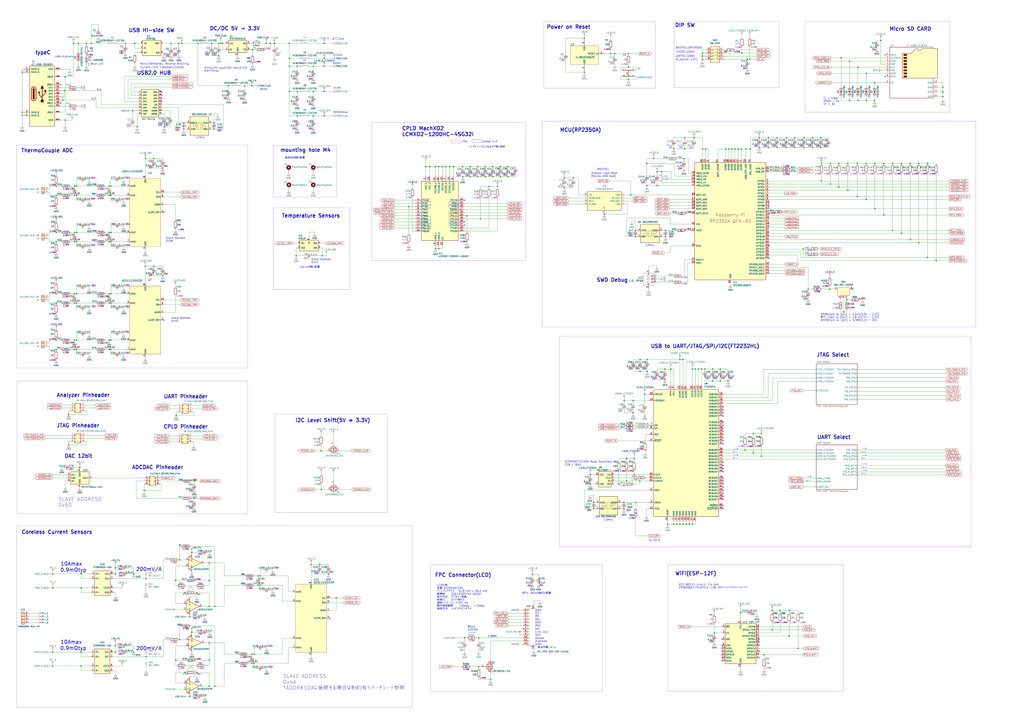
<source format=kicad_sch>
(kicad_sch (version 20250114) (generator "eeschema") (generator_version "9.0")
  (paper "A1")
  (rectangle (start 368.681 168.402) (end 376.301 170.942) (stroke (width 0) (type dash) (color 0 0 255 1)))
  (rectangle (start 225.806 340.106) (end 318.262 421.259) (stroke (width 0) (color 151 77 255 1)))
  (rectangle (start 445.389 99.568) (end 801.497 268.605) (stroke (width 0) (color 151 77 255 1)))
  (rectangle (start 661.162 17.399) (end 780.161 92.202) (stroke (width 0) (color 151 77 255 1)))
  (rectangle (start 548.64 464.058) (end 692.531 568.198) (stroke (width 0) (color 151 77 255 1)))
  (rectangle (start 345.948 183.261) (end 353.568 185.801) (stroke (width 0) (type dash) (color 0 0 255 1)))
  (rectangle (start 353.695 464.058) (end 494.792 568.452) (stroke (width 0) (color 151 77 255 1)))
  (rectangle (start 387.604 114.808) (end 395.224 117.348) (stroke (width 0) (type dash) (color 0 0 255 1)))
  (rectangle (start 368.681 165.735) (end 376.301 168.275) (stroke (width 0) (type dash) (color 0 0 255 1)))
  (rectangle (start 368.681 173.101) (end 376.301 175.641) (stroke (width 0) (type dash) (color 255 0 0 1)))
  (rectangle (start 345.948 180.721) (end 353.568 183.261) (stroke (width 0) (type dash) (color 0 0 255 1)))
  (rectangle (start 13.589 432.308) (end 338.582 581.279) (stroke (width 0) (color 151 77 255 1)))
  (rectangle (start 13.589 119.126) (end 203.327 302.387) (stroke (width 0) (color 151 77 255 1)))
  (rectangle (start 345.948 185.801) (end 353.568 188.341) (stroke (width 0) (type dash) (color 0 0 255 1)))
  (rectangle (start 13.97 313.182) (end 203.454 422.402) (stroke (width 0) (color 151 77 255 1)))
  (rectangle (start 305.308 100.711) (end 431.673 214.249) (stroke (width 0) (color 151 77 255 1)))
  (rectangle (start 459.359 276.352) (end 797.433 449.453) (stroke (width 0) (color 151 77 255 1)))
  (rectangle (start 224.536 170.815) (end 287.401 237.871) (stroke (width 0) (color 151 77 255 1)))
  (rectangle (start 224.409 119.761) (end 276.479 162.052) (stroke (width 0) (color 151 77 255 1)))
  (rectangle (start 553.593 17.399) (end 639.826 72.136) (stroke (width 0) (color 151 77 255 1)))
  (rectangle (start 368.808 183.388) (end 376.428 185.928) (stroke (width 0) (type dash) (color 0 0 255 1)))
  (rectangle (start 368.681 175.641) (end 376.301 178.181) (stroke (width 0) (type dash) (color 255 0 0 1)))
  (rectangle (start 346.075 163.195) (end 353.695 165.735) (stroke (width 0) (type dash) (color 255 0 0 1)))
  (rectangle (start 345.948 178.181) (end 353.568 180.721) (stroke (width 0) (type dash) (color 0 0 255 1)))
  (rectangle (start 368.808 180.721) (end 376.428 183.261) (stroke (width 0) (type dash) (color 0 0 255 1)))
  (rectangle (start 346.075 165.862) (end 353.695 168.402) (stroke (width 0) (type dash) (color 0 0 255 1)))
  (rectangle (start 370.459 115.189) (end 378.079 117.729) (stroke (width 0) (type dash) (color 255 0 0 1)))
  (rectangle (start 446.532 17.78) (end 538.226 72.517) (stroke (width 0) (color 151 77 255 1)))
  (rectangle (start 346.075 168.402) (end 353.695 170.942) (stroke (width 0) (type dash) (color 0 0 255 1)))
  (rectangle (start 368.681 178.181) (end 376.301 180.721) (stroke (width 0) (type dash) (color 255 0 0 1)))
  (text "DIP SW" (at 554.228 22.606 0) (effects (font (size 3 3) (thickness 0.508) (bold yes)) (justify left bottom)))
  (text "UART Pinheader" (at 134.366 327.787 0) (effects (font (size 3 3) (thickness 0.508) (bold yes)) (justify left bottom)))
  (text "I/O-VCC" (at 440.055 520.573 0) (effects (font (size 1.5 1.5)) (justify left bottom)))
  (text "DL_N(ESP-12F)" (at 554.736 50.038 0) (effects (font (size 1.5 1.5)) (justify left bottom)))
  (text "10Amax" (at 49.657 465.328 0) (effects (font (size 3 3) (thickness 0.375)) (justify left bottom)))
  (text "min:3.24V typ:3.33V max:3.42V\n0.647Amax" (at 167.64 59.182 0) (effects (font (size 1.5 1.5)) (justify left bottom)))
  (text "USB2.0 HUB" (at 112.268 61.849 0) (effects (font (size 3 3) (thickness 0.508) (bold yes)) (justify left bottom)))
  (text "BOOTSEL" (at 490.474 140.081 0) (effects (font (size 1.5 1.5)) (justify left bottom)))
  (text "接点位置：ボトム\n" (at 441.325 533.019 0) (effects (font (size 1.5 1.5)) (justify left bottom)))
  (text "Power on Reset" (at 448.818 24.003 0) (effects (font (size 3 3) (thickness 0.508) (bold yes)) (justify left bottom)))
  (text "200mV/A" (at 111.633 469.773 0) (effects (font (size 3 3) (thickness 0.375)) (justify left bottom)))
  (text "DAC 12bit" (at 52.832 376.682 0) (effects (font (size 3 3) (thickness 0.508) (bold yes)) (justify left bottom)))
  (text "GND" (at 439.928 502.539 0) (effects (font (size 1.5 1.5)) (justify left bottom)))
  (text "Slave Address\n0x49" (at 140.589 264.795 0) (effects (font (size 1.5 1.5)) (justify left bottom)))
  (text "SWD Debug" (at 489.839 232.029 0) (effects (font (size 3 3) (thickness 0.508) (bold yes)) (justify left bottom)))
  (text "CS" (at 439.928 504.825 0) (effects (font (size 1.5 1.5)) (justify left bottom)))
  (text "8Pin, 9pinの直近に配置" (at 428.879 488.442 0) (effects (font (size 1.5 1.5)) (justify left bottom)))
  (text "BOOTSEL(RP2350A)" (at 554.99 40.259 0) (effects (font (size 1.5 1.5)) (justify left bottom)))
  (text "Global CLK" (at 395.986 117.348 0) (effects (font (size 1.5 1.5)) (justify left bottom)))
  (text "Current Limit 1.9A(Rset=3.6kΩ)\n" (at 114.935 56.388 0) (effects (font (size 1.5 1.5)) (justify left bottom)))
  (text "A方向(4pin to 3pin) = 2.54V[3.3V - 2.2V]\n押下 (4pin to 2pin) = 1.8 V[2.1V - 1.2V]\nB方向(4pin to 1pin) = 0.58V[1.1V - 0V]" (at 673.862 264.16 0) (effects (font (size 1.5 1.5)) (justify left bottom)))
  (text "typeC" (at 28.829 45.085 0) (effects (font (size 3 3) (thickness 0.508) (bold yes)) (justify left bottom)))
  (text "MCU(RP2350A)" (at 459.74 108.712 0) (effects (font (size 3 3) (thickness 0.508) (bold yes)) (justify left bottom)))
  (text "80mA\n0.025W" (at 384.048 518.414 0) (effects (font (size 1.5 1.5)) (justify left bottom)))
  (text "Coreless Current Sensors" (at 17.526 439.166 0) (effects (font (size 3 3) (thickness 0.508) (bold yes)) (justify left bottom)))
  (text "0.9mΩtyp" (at 49.403 470.408 0) (effects (font (size 3 3) (thickness 0.375)) (justify left bottom)))
  (text "CPLD MachXO2\nLCMXO2-1200HC-4SG32I" (at 330.073 112.268 0) (effects (font (size 3 3) (thickness 0.508) (bold yes)) (justify left bottom)))
  (text "RST" (at 440.055 515.239 0) (effects (font (size 1.5 1.5)) (justify left bottom)))
  (text "JTAG Pinheader" (at 46.355 351.663 0) (effects (font (size 3 3) (thickness 0.508) (bold yes)) (justify left bottom)))
  (text "I2C Level Shift(5V ⇔ 3.3V)" (at 304.292 347.345 0) (effects (font (size 3 3) (thickness 0.508) (bold yes)) (justify right bottom)))
  (text "ThermoCouple ADC" (at 17.272 125.603 0) (effects (font (size 3 3) (thickness 0.508) (bold yes)) (justify left bottom)))
  (text "Analyzer Pinheader" (at 46.355 326.644 0) (effects (font (size 3 3) (thickness 0.508) (bold yes)) (justify left bottom)))
  (text "SCL" (at 439.928 510.032 0) (effects (font (size 1.5 1.5)) (justify left bottom)))
  (text "LCD仕様	\n型番	HS20HS072RX\nディスプレイサイズ	51.8 mm x 36.2 mm\n解像度	320×240ピクセル（QVGA）\n表示方式	TFTカラー液晶\n制御IC	ST7789T3\n通信インターフェース	SPI 4W\n動作温度範囲	-20deg ～ +70deg\n接続方法	12ピンFPCコネクタ\n" (at 358.775 501.269 0) (effects (font (size 1.5 1.5)) (justify left bottom)))
  (text "USB to UART/JTAG/SPI/I2C(FT2232HL)" (at 534.289 286.385 0) (effects (font (size 3 3) (thickness 0.508) (bold yes)) (justify left bottom)))
  (text "Cj = 0.6pF\nVRWM = 5V\nVC = 6V\n" (at 676.148 86.614 0) (effects (font (size 1.5 1.5)) (justify left bottom)))
  (text "WiFi(ESP-12F)" (at 554.482 473.202 0) (effects (font (size 3 3) (thickness 0.508) (bold yes)) (justify left bottom)))
  (text "JTAGSEL(ASW)" (at 554.863 43.561 0) (effects (font (size 1.5 1.5)) (justify left bottom)))
  (text "UARTSEL(ASW)" (at 554.736 46.99 0) (effects (font (size 1.5 1.5)) (justify left bottom)))
  (text "VBR=5.6Vmin" (at 45.212 47.625 0) (effects (font (size 1.5 1.5)) (justify left bottom)))
  (text "60mA" (at 273.431 52.959 0) (effects (font (size 1.5 1.5)) (justify left bottom)))
  (text "基板の四隅に配置" (at 233.934 130.683 0) (effects (font (size 1.5 1.5)) (justify left bottom)))
  (text "35mA" (at 213.233 74.295 0) (effects (font (size 1.5 1.5)) (justify left bottom)))
  (text "Anode" (at 440.055 525.526 0) (effects (font (size 1.5 1.5)) (justify left bottom)))
  (text "JTAG" (at 378.841 117.348 0) (effects (font (size 1.5 1.5)) (justify left bottom)))
  (text "To CPLD" (at 532.638 445.135 0) (effects (font (size 1.5 1.5)) (justify left bottom)))
  (text "Blue LED" (at 74.422 53.467 0) (effects (font (size 1.5 1.5)) (justify left bottom)))
  (text "12MHz" (at 495.935 428.244 0) (effects (font (size 1.5 1.5)) (justify left bottom)))
  (text "Micro SD CARD" (at 730.377 25.654 0) (effects (font (size 3 3) (thickness 0.508) (bold yes)) (justify left bottom)))
  (text "12MHz" (at 168.148 113.919 0) (effects (font (size 1.5 1.5)) (justify right bottom)))
  (text "Disable Flash Boot\n(forces USB boot)" (at 485.394 145.796 0) (effects (font (size 1.5 1.5)) (justify left bottom)))
  (text "IEEE 802.11 b/g/n, 2.4 GHz\nESP8266EX（Tensilica L106 32ビットマイクロコントローラ）" (at 557.276 483.87 0) (effects (font (size 1.5 1.5)) (justify left bottom)))
  (text "2.988V" (at 400.431 523.875 0) (effects (font (size 1.5 1.5)) (justify left bottom)))
  (text "DC/DC 5V → 3.3V" (at 172.085 25.273 0) (effects (font (size 3 3) (thickness 0.508) (bold yes)) (justify left bottom)))
  (text "Cathode" (at 440.055 527.939 0) (effects (font (size 1.5 1.5)) (justify left bottom)))
  (text "Ron=100mΩmax, Reverse Blocking" (at 115.062 53.467 0) (effects (font (size 1.5 1.5)) (justify left bottom)))
  (text "Slave Address\n0x48" (at 136.271 199.009 0) (effects (font (size 1.5 1.5)) (justify left bottom)))
  (text "UART Select" (at 670.941 361.188 0) (effects (font (size 3 3) (thickness 0.508) (bold yes)) (justify left bottom)))
  (text "CPLD Pinheader" (at 134.112 352.552 0) (effects (font (size 3 3) (thickness 0.508) (bold yes)) (justify left bottom)))
  (text "10Amax" (at 49.53 529.59 0) (effects (font (size 3 3) (thickness 0.375)) (justify left bottom)))
  (text "EEPROM(FT2232H Mode Selection)\n128 x 16bit" (at 463.804 382.905 0) (effects (font (size 1.5 1.5)) (justify left bottom)))
  (text "mounting hole M4" (at 229.997 125.222 0) (effects (font (size 3 3) (thickness 0.508) (bold yes)) (justify left bottom)))
  (text "SDA" (at 439.928 512.572 0) (effects (font (size 1.5 1.5)) (justify left bottom)))
  (text "200mV/A" (at 111.633 534.797 0) (effects (font (size 3 3) (thickness 0.375)) (justify left bottom)))
  (text "RS" (at 439.928 507.365 0) (effects (font (size 1.5 1.5)) (justify left bottom)))
  (text "シングルエンドCLKは必ずT側に接続" (at 384.81 121.666 0) (effects (font (size 1.5 1.5)) (justify left bottom)))
  (text "212mA" (at 273.304 46.228 0) (effects (font (size 1.5 1.5)) (justify left bottom)))
  (text "GND" (at 440.055 530.479 0) (effects (font (size 1.5 1.5)) (justify left bottom)))
  (text "NC" (at 440.055 517.906 0) (effects (font (size 1.5 1.5)) (justify left bottom)))
  (text "0.9mΩtyp" (at 49.276 534.67 0) (effects (font (size 3 3) (thickness 0.375)) (justify left bottom)))
  (text "Slave Address\n0x41" (at 255.651 216.535 0) (effects (font (size 1.5 1.5)) (justify left bottom)))
  (text "SLAVE ADDRESS\n0x60" (at 47.879 417.068 0) (effects (font (size 3 3)) (justify left bottom)))
  (text "J3とJ4の間に配置" (at 246.126 220.472 0) (effects (font (size 1.5 1.5)) (justify left bottom)))
  (text "12MHz" (at 529.971 202.565 0) (effects (font (size 1.5 1.5)) (justify left bottom)))
  (text "SLAVE ADDRESS\n0x4A\n*ADDRをSDAに接続する場合は制約有りデータシート参照" (at 232.41 567.309 0) (effects (font (size 3 3)) (justify left bottom)))
  (text "11mA" (at 273.558 73.152 0) (effects (font (size 1.5 1.5)) (justify left bottom)))
  (text "ADCDAC Pinheader" (at 108.204 385.953 0) (effects (font (size 3 3) (thickness 0.508) (bold yes)) (justify left bottom)))
  (text "FPC Connector(LCD)" (at 357.124 474.472 0) (effects (font (size 3 3) (thickness 0.508) (bold yes)) (justify left bottom)))
  (text "Temperature Sensors" (at 231.267 179.197 0) (effects (font (size 3 3) (thickness 0.508) (bold yes)) (justify left bottom)))
  (text "677.2mA" (at 272.923 33.02 0) (effects (font (size 1.5 1.5)) (justify left bottom)))
  (text "500mAmax" (at 273.558 93.218 0) (effects (font (size 1.5 1.5)) (justify left bottom)))
  (text "JTAG Select" (at 670.56 293.497 0) (effects (font (size 3 3) (thickness 0.508) (bold yes)) (justify left bottom)))
  (text "USB Hi-side SW" (at 105.537 26.797 0) (effects (font (size 3 3) (thickness 0.508) (bold yes)) (justify left bottom)))
  (text "VCC" (at 440.055 522.986 0) (effects (font (size 1.5 1.5)) (justify left bottom)))
  (junction (at 663.702 237.617))
  (junction (at 470.916 146.177))
  (junction (at 520.827 390.144))
  (junction (at 257.302 75.184))
  (junction (at 560.959 430.784))
  (junction (at 360.426 136.906))
  (junction (at 91.186 241.427))
  (junction (at 147.447 460.121))
  (junction (at 91.186 191.008))
  (junction (at 667.385 121.158))
  (junction (at 638.175 113.157))
  (junction (at 645.795 113.157))
  (junction (at 560.959 295.402))
  (junction (at 61.214 160.528))
  (junction (at 179.705 45.847))
  (junction (at 386.207 136.906))
  (junction (at 159.512 395.351))
  (junction (at 704.596 55.245))
  (junction (at 381.635 524.256))
  (junction (at 404.749 136.906))
  (junction (at 539.623 152.527))
  (junction (at 576.834 46.101))
  (junction (at 463.423 154.178))
  (junction (at 181.356 35.687))
  (junction (at 754.634 199.517))
  (junction (at 53.467 63.119))
  (junction (at 697.738 82.55))
  (junction (at 262.509 463.804))
  (junction (at 615.696 48.641))
  (junction (at 171.831 498.348))
  (junction (at 601.091 122.428))
  (junction (at 147.574 525.653))
  (junction (at 568.579 430.784))
  (junction (at 237.617 48.006))
  (junction (at 383.54 177.292))
  (junction (at 733.044 189.357))
  (junction (at 43.18 547.37))
  (junction (at 704.088 134.239))
  (junction (at 392.303 145.288))
  (junction (at 61.087 279.527))
  (junction (at 514.604 395.224))
  (junction (at 369.316 136.906))
  (junction (at 62.992 152.908))
  (junction (at 525.653 295.402))
  (junction (at 740.283 191.897))
  (junction (at 681.99 134.239))
  (junction (at 518.033 160.147))
  (junction (at 349.758 136.906))
  (junction (at 144.653 341.249))
  (junction (at 208.661 537.591))
  (junction (at 525.399 395.224))
  (junction (at 119.38 218.821))
  (junction (at 206.883 545.211))
  (junction (at 561.721 130.429))
  (junction (at 213.614 480.949))
  (junction (at 508.254 397.764))
  (junction (at 402.971 558.419))
  (junction (at 768.858 214.122))
  (junction (at 625.348 374.904))
  (junction (at 61.087 241.427))
  (junction (at 269.748 471.678))
  (junction (at 144.399 542.544))
  (junction (at 244.094 75.184))
  (junction (at 91.059 279.527))
  (junction (at 501.523 44.069))
  (junction (at 266.192 35.687))
  (junction (at 208.534 545.211))
  (junction (at 761.746 211.582))
  (junction (at 631.19 113.157))
  (junction (at 151.892 552.704))
  (junction (at 725.805 176.657))
  (junction (at 379.984 145.288))
  (junction (at 237.617 35.687))
  (junction (at 673.989 113.157))
  (junction (at 161.544 487.172))
  (junction (at 516.128 55.118))
  (junction (at 360.426 204.343))
  (junction (at 243.205 210.185))
  (junction (at 393.192 524.256))
  (junction (at 659.638 204.597))
  (junction (at 159.385 409.575))
  (junction (at 598.551 122.428))
  (junction (at 597.916 313.182))
  (junction (at 51.562 82.169))
  (junction (at 206.883 70.485))
  (junction (at 62.865 160.528))
  (junction (at 70.993 35.687))
  (junction (at 182.753 35.687))
  (junction (at 187.706 70.485))
  (junction (at 372.364 136.906))
  (junction (at 62.992 191.008))
  (junction (at 608.203 503.174))
  (junction (at 207.391 40.767))
  (junction (at 62.738 287.147))
  (junction (at 612.521 122.428))
  (junction (at 623.57 113.157))
  (junction (at 512.572 329.184))
  (junction (at 151.003 100.965))
  (junction (at 266.192 48.006))
  (junction (at 91.059 152.908))
  (junction (at 352.806 136.906))
  (junction (at 133.604 138.176))
  (junction (at 119.888 475.488))
  (junction (at 531.495 295.402))
  (junction (at 596.011 122.428))
  (junction (at 696.341 134.239))
  (junction (at 645.795 121.158))
  (junction (at 723.392 33.274))
  (junction (at 61.087 249.047))
  (junction (at 46.101 279.527))
  (junction (at 66.548 535.94))
  (junction (at 718.312 82.55))
  (junction (at 126.365 218.821))
  (junction (at 110.617 35.687))
  (junction (at 89.789 241.427))
  (junction (at 553.466 122.301))
  (junction (at 119.38 130.302))
  (junction (at 366.268 136.906))
  (junction (at 171.831 477.012))
  (junction (at 648.081 501.777))
  (junction (at 61.214 198.628))
  (junction (at 546.608 189.357))
  (junction (at 18.161 59.309))
  (junction (at 398.526 145.288))
  (junction (at 94.615 530.86))
  (junction (at 417.068 145.288))
  (junction (at 711.454 60.325))
  (junction (at 46.101 249.047))
  (junction (at 410.972 145.288))
  (junction (at 609.346 43.561))
  (junction (at 586.613 520.192))
  (junction (at 652.78 113.157))
  (junction (at 660.4 113.157))
  (junction (at 66.675 471.678))
  (junction (at 667.385 113.157))
  (junction (at 463.423 146.177))
  (junction (at 94.742 471.678))
  (junction (at 211.963 480.949))
  (junction (at 43.307 483.108))
  (junction (at 392.303 136.906))
  (junction (at 146.812 35.687))
  (junction (at 173.863 35.687))
  (junction (at 546.1 311.912))
  (junction (at 56.388 340.614))
  (junction (at 46.101 287.147))
  (junction (at 155.829 506.857))
  (junction (at 625.348 356.235))
  (junction (at 571.119 303.276))
  (junction (at 213.741 473.329))
  (junction (at 585.216 303.276))
  (junction (at 711.327 163.957))
  (junction (at 579.501 122.428))
  (junction (at 155.956 572.389))
  (junction (at 244.094 95.25))
  (junction (at 618.744 356.235))
  (junction (at 733.044 134.239))
  (junction (at 410.972 136.906))
  (junction (at 690.753 47.625))
  (junction (at 200.914 70.485))
  (junction (at 674.624 134.239))
  (junction (at 655.447 532.892))
  (junction (at 550.799 303.276))
  (junction (at 176.276 498.348))
  (junction (at 151.765 487.172))
  (junction (at 263.652 370.459))
  (junction (at 218.821 35.687))
  (junction (at 64.389 35.687))
  (junction (at 704.596 82.55))
  (junction (at 176.403 563.88))
  (junction (at 133.604 226.695))
  (junction (at 112.649 104.14))
  (junction (at 487.68 418.084))
  (junction (at 426.974 519.176))
  (junction (at 774.319 79.375))
  (junction (at 60.325 35.687))
  (junction (at 479.933 31.369))
  (junction (at 520.827 376.809))
  (junction (at 56.388 365.633))
  (junction (at 386.207 145.288))
  (junction (at 555.879 430.784))
  (junction (at 546.608 194.437))
  (junction (at 591.566 313.182))
  (junction (at 401.574 153.162))
  (junction (at 175.768 106.045))
  (junction (at 171.958 563.88))
  (junction (at 89.662 152.908))
  (junction (at 206.883 537.591))
  (junction (at 484.759 390.144))
  (junction (at 66.675 483.108))
  (junction (at 578.866 303.276))
  (junction (at 225.425 35.687))
  (junction (at 563.499 430.784))
  (junction (at 118.364 402.971))
  (junction (at 211.963 473.329))
  (junction (at 531.241 152.527))
  (junction (at 379.984 136.906))
  (junction (at 255.524 463.804))
  (junction (at 660.4 121.158))
  (junction (at 585.216 313.182))
  (junction (at 688.975 153.797))
  (junction (at 516.128 44.069))
  (junction (at 157.48 454.025))
  (junction (at 566.039 430.784))
  (junction (at 151.003 106.045))
  (junction (at 514.604 376.809))
  (junction (at 89.662 279.527))
  (junction (at 266.192 54.356))
  (junction (at 681.99 151.257))
  (junction (at 553.339 430.784))
  (junction (at 398.526 136.906))
  (junction (at 91.186 249.047))
  (junction (at 696.341 156.337))
  (junction (at 62.865 241.427))
  (junction (at 761.746 134.239))
  (junction (at 747.522 134.239))
  (junction (at 65.532 384.175))
  (junction (at 157.607 519.557))
  (junction (at 404.749 145.288))
  (junction (at 94.615 535.94))
  (junction (at 754.634 134.239))
  (junction (at 576.834 48.641))
  (junction (at 522.097 413.004))
  (junction (at 611.886 369.824))
  (junction (at 674.624 148.717))
  (junction (at 568.579 303.276))
  (junction (at 75.057 35.687))
  (junction (at 692.912 256.286))
  (junction (at 606.171 122.428))
  (junction (at 18.161 94.869))
  (junction (at 576.961 122.428))
  (junction (at 264.541 210.185))
  (junction (at 711.454 82.55))
  (junction (at 91.059 160.528))
  (junction (at 46.228 191.008))
  (junction (at 673.989 121.158))
  (junction (at 697.738 50.165))
  (junction (at 504.952 44.069))
  (junction (at 66.548 547.37))
  (junction (at 496.316 176.022))
  (junction (at 487.68 413.004))
  (junction (at 519.938 339.217))
  (junction (at 108.966 91.059))
  (junction (at 640.715 501.777))
  (junction (at 91.059 287.147))
  (junction (at 704.088 161.417))
  (junction (at 521.843 194.437))
  (junction (at 62.865 198.628))
  (junction (at 479.933 59.309))
  (junction (at 394.589 179.832))
  (junction (at 558.419 430.784))
  (junction (at 718.566 171.577))
  (junction (at 244.094 54.356))
  (junction (at 695.452 246.38))
  (junction (at 46.101 241.427))
  (junction (at 43.18 535.94))
  (junction (at 688.975 134.239))
  (junction (at 576.199 303.276))
  (junction (at 52.832 74.549))
  (junction (at 573.659 303.276))
  (junction (at 638.175 121.158))
  (junction (at 53.467 98.679))
  (junction (at 608.711 122.428))
  (junction (at 681.482 237.617))
  (junction (at 89.789 249.047))
  (junction (at 718.566 134.239))
  (junction (at 512.445 413.004))
  (junction (at 569.976 113.284))
  (junction (at 276.098 491.49))
  (junction (at 417.068 136.906))
  (junction (at 634.111 517.652))
  (junction (at 266.192 95.25))
  (junction (at 613.791 48.641))
  (junction (at 61.087 287.147))
  (junction (at 18.161 92.329))
  (junction (at 539.623 141.097))
  (junction (at 102.997 35.687))
  (junction (at 257.302 54.356))
  (junction (at 171.831 462.661))
  (junction (at 61.214 152.908))
  (junction (at 512.445 418.084))
  (junction (at 140.462 35.687))
  (junction (at 43.307 471.678))
  (junction (at 652.78 121.158))
  (junction (at 62.865 279.527))
  (junction (at 149.352 35.687))
  (junction (at 747.522 196.977))
  (junction (at 62.738 249.047))
  (junction (at 558.419 295.402))
  (junction (at 393.192 547.878))
  (junction (at 162.56 35.687))
  (junction (at 740.283 134.239))
  (junction (at 61.214 191.008))
  (junction (at 144.272 477.012))
  (junction (at 543.433 141.097))
  (junction (at 576.834 43.561))
  (junction (at 94.742 466.598))
  (junction (at 89.789 191.008))
  (junction (at 91.186 198.628))
  (junction (at 634.111 501.777))
  (junction (at 109.728 535.94))
  (junction (at 536.956 130.302))
  (junction (at 531.241 134.366))
  (junction (at 603.631 122.428))
  (junction (at 516.128 65.278))
  (junction (at 171.958 542.544))
  (junction (at 89.662 160.528))
  (junction (at 618.744 372.364))
  (junction (at 46.228 152.908))
  (junction (at 562.356 122.301))
  (junction (at 408.559 153.162))
  (junction (at 484.759 397.764))
  (junction (at 519.938 329.184))
  (junction (at 627.507 537.972))
  (junction (at 89.662 287.147))
  (junction (at 120.015 539.75))
  (junction (at 529.463 324.104))
  (junction (at 521.843 189.357))
  (junction (at 237.617 75.184))
  (junction (at 134.747 104.267))
  (junction (at 616.331 122.428))
  (junction (at 774.319 71.755))
  (junction (at 46.228 198.628))
  (junction (at 257.302 95.25))
  (junction (at 711.327 134.239))
  (junction (at 335.661 169.672))
  (junction (at 562.356 113.284))
  (junction (at 631.19 121.158))
  (junction (at 548.259 430.784))
  (junction (at 109.855 471.678))
  (junction (at 546.1 303.276))
  (junction (at 531.495 305.181))
  (junction (at 648.081 522.732))
  (junction (at 221.869 35.687))
  (junction (at 237.617 54.356))
  (junction (at 725.805 134.239))
  (junction (at 266.192 75.184))
  (junction (at 623.57 121.158))
  (junction (at 357.632 204.343))
  (junction (at 718.312 67.945))
  (junction (at 263.906 402.336))
  (junction (at 89.789 198.628))
  (junction (at 591.566 303.276))
  (junction (at 774.319 75.565))
  (junction (at 437.261 472.186))
  (junction (at 161.671 552.704))
  (junction (at 171.958 528.193))
  (junction (at 179.705 35.687))
  (junction (at 126.365 130.302))
  (junction (at 363.474 136.906))
  (junction (at 357.632 136.906))
  (junction (at 175.768 100.965))
  (junction (at 46.228 160.528))
  (junction (at 525.653 305.181))
  (no_connect (at 623.443 525.272))
  (no_connect (at 381.508 164.592))
  (no_connect (at 592.963 525.272))
  (no_connect (at 623.443 527.812))
  (no_connect (at 134.62 174.498))
  (no_connect (at 593.979 341.884))
  (no_connect (at 593.979 339.344))
  (no_connect (at 593.979 395.224))
  (no_connect (at 593.979 357.124))
  (no_connect (at 381.508 182.372))
  (no_connect (at 593.979 418.084))
  (no_connect (at 592.963 530.352))
  (no_connect (at 593.979 415.544))
  (no_connect (at 429.641 516.636))
  (no_connect (at 593.979 397.764))
  (no_connect (at 623.443 530.352))
  (no_connect (at 593.979 387.604))
  (no_connect (at 593.979 359.664))
  (no_connect (at 700.532 237.617))
  (no_connect (at 593.979 400.304))
  (no_connect (at 132.842 75.819))
  (no_connect (at 593.979 349.504))
  (no_connect (at 593.979 354.584))
  (no_connect (at 593.979 362.204))
  (no_connect (at 592.963 532.892))
  (no_connect (at 592.963 543.052))
  (no_connect (at 49.911 84.709))
  (no_connect (at 592.963 540.512))
  (no_connect (at 134.62 263.017))
  (no_connect (at 381.508 184.912))
  (no_connect (at 593.979 402.844))
  (no_connect (at 726.948 45.085))
  (no_connect (at 592.963 535.432))
  (no_connect (at 593.979 407.924))
  (no_connect (at 623.443 540.512))
  (no_connect (at 592.963 537.972))
  (no_connect (at 132.842 78.359))
  (no_connect (at 593.979 385.064))
  (no_connect (at 49.911 69.469))
  (no_connect (at 132.842 80.899))
  (no_connect (at 593.979 392.684))
  (no_connect (at 132.842 83.439))
  (no_connect (at 593.979 334.264))
  (no_connect (at 593.979 382.524))
  (no_connect (at 593.979 364.744))
  (no_connect (at 593.979 410.464))
  (no_connect (at 726.948 62.865))
  (no_connect (at 631.571 212.217))
  (no_connect (at 593.979 405.384))
  (no_connect (at 631.571 202.057))
  (no_connect (at 623.443 535.432))
  (no_connect (at 593.979 336.804))
  (no_connect (at 593.979 346.964))
  (no_connect (at 631.571 169.037))
  (no_connect (at 270.764 508))
  (no_connect (at 593.979 352.044))
  (no_connect (at 631.571 166.497))
  (no_connect (at 593.979 379.984))
  (wire (pts (xy 262.763 199.898) (xy 266.7 199.898)))
  (wire (pts (xy 173.863 45.847) (xy 179.705 45.847)))
  (wire (pts (xy 224.155 469.011) (xy 224.155 467.868)))
  (wire (pts (xy 512.826 165.227) (xy 519.176 165.227)))
  (wire (pts (xy 70.993 53.086) (xy 70.993 54.102)))
  (wire (pts (xy 139.446 335.915) (xy 145.796 335.915)))
  (wire (pts (xy 613.791 48.641) (xy 615.696 48.641)))
  (wire (pts (xy 623.57 112.014) (xy 623.57 113.157)))
  (wire (pts (xy 66.548 539.75) (xy 75.057 539.75)))
  (wire (pts (xy 593.979 369.824) (xy 611.886 369.824)))
  (wire (pts (xy 573.659 303.276) (xy 573.659 316.484)))
  (polyline (pts (xy 707.898 381.254) (xy 711.581 381.254)))
  (wire (pts (xy 91.186 198.628) (xy 91.186 202.819)))
  (wire (pts (xy 171.831 477.012) (xy 171.831 481.33)))
  (wire (pts (xy 514.35 179.07) (xy 550.418 179.07)))
  (wire (pts (xy 269.748 463.804) (xy 269.748 465.201)))
  (wire (pts (xy 23.749 506.603) (xy 31.115 506.603)))
  (wire (pts (xy 75.184 471.678) (xy 66.675 471.678)))
  (wire (pts (xy 162.56 70.485) (xy 162.56 35.687)))
  (wire (pts (xy 511.048 62.738) (xy 509.778 62.738)))
  (wire (pts (xy 638.175 113.157) (xy 645.795 113.157)))
  (wire (pts (xy 43.307 470.027) (xy 43.307 471.678)))
  (wire (pts (xy 611.886 366.522) (xy 611.886 369.824)))
  (wire (pts (xy 70.612 164.592) (xy 73.406 164.592)))
  (wire (pts (xy 568.071 184.277) (xy 550.418 184.277)))
  (wire (pts (xy 254 35.687) (xy 266.192 35.687)))
  (wire (pts (xy 172.339 519.557) (xy 172.339 520.192)))
  (wire (pts (xy 80.772 20.447) (xy 75.057 20.447)))
  (wire (pts (xy 680.212 114.554) (xy 680.212 113.157)))
  (polyline (pts (xy 707.898 374.015) (xy 711.581 374.015)))
  (wire (pts (xy 132.842 93.599) (xy 134.747 93.599)))
  (wire (pts (xy 479.933 30.099) (xy 479.933 31.369)))
  (wire (pts (xy 410.972 136.906) (xy 410.972 137.922)))
  (wire (pts (xy 417.068 143.002) (xy 417.068 145.288)))
  (wire (pts (xy 417.83 509.016) (xy 429.641 509.016)))
  (wire (pts (xy 704.088 142.621) (xy 704.088 161.417)))
  (wire (pts (xy 533.019 418.084) (xy 530.86 418.084)))
  (wire (pts (xy 40.259 243.967) (xy 40.513 243.967)))
  (wire (pts (xy 690.753 82.55) (xy 697.738 82.55)))
  (wire (pts (xy 62.992 147.447) (xy 62.992 152.908)))
  (wire (pts (xy 711.327 142.621) (xy 711.327 163.957)))
  (wire (pts (xy 18.161 92.329) (xy 19.431 92.329)))
  (wire (pts (xy 43.18 545.719) (xy 43.18 547.37)))
  (wire (pts (xy 206.883 69.723) (xy 206.883 70.485)))
  (wire (pts (xy 531.495 305.181) (xy 531.495 302.133)))
  (wire (pts (xy 576.199 303.276) (xy 576.199 316.484)))
  (wire (pts (xy 770.128 71.755) (xy 774.319 71.755)))
  (wire (pts (xy 484.759 397.764) (xy 489.204 397.764)))
  (wire (pts (xy 132.842 85.979) (xy 183.388 85.979)))
  (wire (pts (xy 244.094 95.25) (xy 246.38 95.25)))
  (wire (pts (xy 158.242 363.22) (xy 159.131 363.22)))
  (wire (pts (xy 146.685 525.653) (xy 147.574 525.653)))
  (wire (pts (xy 59.182 98.044) (xy 59.182 98.679)))
  (polyline (pts (xy 708.406 383.667) (xy 707.898 384.175)))
  (wire (pts (xy 754.634 135.001) (xy 754.634 134.239)))
  (polyline (pts (xy 665.607 392.43) (xy 666.115 391.922)))
  (wire (pts (xy 655.447 501.777) (xy 648.081 501.777)))
  (wire (pts (xy 593.979 377.444) (xy 670.433 377.444)))
  (wire (pts (xy 161.671 552.831) (xy 171.958 552.831)))
  (wire (pts (xy 520.065 295.402) (xy 520.065 296.926)))
  (wire (pts (xy 144.399 546.862) (xy 145.161 546.862)))
  (wire (pts (xy 631.571 191.897) (xy 740.283 191.897)))
  (wire (pts (xy 512.445 418.084) (xy 512.445 419.354)))
  (wire (pts (xy 638.175 113.157) (xy 638.175 114.3)))
  (wire (pts (xy 56.388 340.614) (xy 56.388 340.868)))
  (wire (pts (xy 126.365 138.176) (xy 133.604 138.176)))
  (wire (pts (xy 648.081 522.732) (xy 659.384 522.732)))
  (wire (pts (xy 631.571 161.417) (xy 704.088 161.417)))
  (wire (pts (xy 480.06 418.084) (xy 487.68 418.084)))
  (wire (pts (xy 484.759 388.366) (xy 484.759 390.144)))
  (wire (pts (xy 615.696 28.448) (xy 615.696 30.988)))
  (wire (pts (xy 258.445 190.627) (xy 258.445 192.278)))
  (wire (pts (xy 640.715 501.777) (xy 640.715 503.809)))
  (wire (pts (xy 521.843 194.437) (xy 523.748 194.437)))
  (wire (pts (xy 667.385 121.158) (xy 673.989 121.158)))
  (wire (pts (xy 525.653 295.402) (xy 531.495 295.402)))
  (polyline (pts (xy 707.898 386.715) (xy 711.581 386.715)))
  (wire (pts (xy 56.388 365.633) (xy 71.12 365.633)))
  (wire (pts (xy 101.473 275.082) (xy 101.473 273.939)))
  (wire (pts (xy 371.856 547.878) (xy 379.095 547.878)))
  (wire (pts (xy 563.499 316.484) (xy 563.499 295.402)))
  (wire (pts (xy 423.291 142.875) (xy 423.291 145.288)))
  (wire (pts (xy 59.182 98.679) (xy 53.467 98.679)))
  (wire (pts (xy 586.613 520.192) (xy 586.613 521.589)))
  (wire (pts (xy 463.423 154.178) (xy 463.423 155.575)))
  (wire (pts (xy 208.534 545.211) (xy 208.534 549.275)))
  (wire (pts (xy 514.604 395.224) (xy 525.399 395.224)))
  (wire (pts (xy 182.753 35.687) (xy 185.039 35.687)))
  (wire (pts (xy 404.749 136.906) (xy 398.526 136.906)))
  (wire (pts (xy 464.693 49.149) (xy 464.693 59.309)))
  (wire (pts (xy 119.38 217.678) (xy 119.38 218.821)))
  (wire (pts (xy 64.389 50.673) (xy 64.389 54.102)))
  (wire (pts (xy 323.977 177.292) (xy 340.868 177.292)))
  (wire (pts (xy 49.911 87.249) (xy 56.007 87.249)))
  (wire (pts (xy 504.444 397.764) (xy 508.254 397.764)))
  (wire (pts (xy 237.617 75.184) (xy 244.094 75.184)))
  (wire (pts (xy 70.231 335.28) (xy 78.359 335.28)))
  (wire (pts (xy 515.366 167.767) (xy 515.366 176.022)))
  (wire (pts (xy 623.443 522.732) (xy 648.081 522.732)))
  (wire (pts (xy 70.993 35.687) (xy 75.057 35.687)))
  (wire (pts (xy 80.772 29.337) (xy 80.772 30.607)))
  (wire (pts (xy 553.466 122.301) (xy 553.466 122.936)))
  (wire (pts (xy 171.958 552.831) (xy 171.958 563.88)))
  (wire (pts (xy 631.571 163.957) (xy 711.327 163.957)))
  (wire (pts (xy 664.972 208.915) (xy 659.638 208.915)))
  (wire (pts (xy 585.216 313.182) (xy 591.566 313.182)))
  (wire (pts (xy 62.865 160.528) (xy 78.867 160.528)))
  (wire (pts (xy 254 54.356) (xy 257.302 54.356)))
  (polyline (pts (xy 602.361 368.935) (xy 606.044 368.935)))
  (wire (pts (xy 91.059 160.528) (xy 91.059 164.719)))
  (wire (pts (xy 608.203 503.174) (xy 612.775 503.174)))
  (wire (pts (xy 43.561 392.811) (xy 55.372 392.811)))
  (wire (pts (xy 98.806 291.338) (xy 101.6 291.338)))
  (polyline (pts (xy 389.382 519.303) (xy 389.763 519.684)))
  (wire (pts (xy 725.805 134.239) (xy 733.044 134.239)))
  (wire (pts (xy 40.513 287.147) (xy 46.101 287.147)))
  (wire (pts (xy 272.923 95.25) (xy 266.192 95.25)))
  (wire (pts (xy 46.228 160.528) (xy 46.228 161.544)))
  (wire (pts (xy 504.444 390.144) (xy 520.827 390.144)))
  (wire (pts (xy 479.933 59.309) (xy 464.693 59.309)))
  (wire (pts (xy 62.738 249.047) (xy 62.738 253.111)))
  (wire (pts (xy 603.631 122.428) (xy 603.631 130.937)))
  (wire (pts (xy 159.131 363.22) (xy 159.131 366.522)))
  (wire (pts (xy 168.275 506.857) (xy 165.862 506.857)))
  (wire (pts (xy 43.307 471.678) (xy 66.675 471.678)))
  (wire (pts (xy 562.356 113.284) (xy 569.976 113.284)))
  (wire (pts (xy 645.795 113.157) (xy 652.78 113.157)))
  (wire (pts (xy 110.617 35.687) (xy 115.697 35.687)))
  (wire (pts (xy 51.181 332.74) (xy 57.531 332.74)))
  (wire (pts (xy 723.392 31.623) (xy 723.392 33.274)))
  (wire (pts (xy 244.983 203.708) (xy 243.205 203.708)))
  (wire (pts (xy 576.961 122.428) (xy 576.961 113.284)))
  (wire (pts (xy 118.364 397.891) (xy 118.364 402.971)))
  (wire (pts (xy 768.858 214.122) (xy 779.561 214.122)))
  (wire (pts (xy 40.894 483.108) (xy 43.307 483.108)))
  (wire (pts (xy 146.812 35.687) (xy 149.352 35.687)))
  (wire (pts (xy 648.081 501.777) (xy 640.715 501.777)))
  (wire (pts (xy 553.466 113.284) (xy 553.466 115.062)))
  (wire (pts (xy 553.339 303.276) (xy 553.339 316.484)))
  (wire (pts (xy 404.749 143.129) (xy 404.749 145.288)))
  (wire (pts (xy 521.208 57.658) (xy 522.478 57.658)))
  (wire (pts (xy 89.662 160.528) (xy 91.059 160.528)))
  (wire (pts (xy 593.979 331.724) (xy 638.81 331.724)))
  (wire (pts (xy 240.284 486.41) (xy 236.855 486.41)))
  (wire (pts (xy 139.446 333.375) (xy 145.796 333.375)))
  (wire (pts (xy 598.551 122.428) (xy 601.091 122.428)))
  (wire (pts (xy 243.205 210.185) (xy 243.205 211.328)))
  (wire (pts (xy 110.109 75.819) (xy 110.109 71.501)))
  (wire (pts (xy 543.433 141.097) (xy 543.433 143.637)))
  (wire (pts (xy 634.111 511.429) (xy 634.111 517.652)))
  (wire (pts (xy 394.589 179.832) (xy 416.433 179.832)))
  (wire (pts (xy 187.706 70.485) (xy 162.56 70.485)))
  (wire (pts (xy 134.239 460.121) (xy 134.239 475.488)))
  (polyline (pts (xy 711.581 376.555) (xy 707.898 376.555)))
  (wire (pts (xy 53.467 63.119) (xy 53.467 92.329)))
  (wire (pts (xy 672.592 208.915) (xy 674.116 208.915)))
  (wire (pts (xy 663.702 237.617) (xy 663.702 219.837)))
  (wire (pts (xy 266.192 94.361) (xy 266.192 95.25)))
  (wire (pts (xy 187.706 70.485) (xy 189.992 70.485)))
  (wire (pts (xy 704.596 82.55) (xy 711.454 82.55)))
  (wire (pts (xy 184.15 473.329) (xy 201.168 473.329)))
  (wire (pts (xy 381.508 177.292) (xy 383.54 177.292)))
  (wire (pts (xy 520.065 302.006) (xy 520.065 305.308)))
  (wire (pts (xy 40.64 160.528) (xy 46.228 160.528)))
  (wire (pts (xy 586.613 512.699) (xy 586.613 520.192)))
  (wire (pts (xy 89.789 191.008) (xy 89.789 192.659)))
  (wire (pts (xy 429.641 521.716) (xy 426.974 521.716)))
  (wire (pts (xy 62.865 274.066) (xy 65.405 274.066)))
  (wire (pts (xy 56.388 337.82) (xy 57.531 337.82)))
  (wire (pts (xy 695.452 245.237) (xy 695.452 246.38)))
  (wire (pts (xy 70.612 147.447) (xy 73.406 147.447)))
  (wire (pts (xy 563.626 175.387) (xy 568.071 175.387)))
  (wire (pts (xy 224.155 485.013) (xy 224.155 486.029)))
  (wire (pts (xy 393.192 557.022) (xy 393.192 558.419)))
  (wire (pts (xy 61.214 160.528) (xy 62.865 160.528)))
  (wire (pts (xy 62.865 279.527) (xy 78.867 279.527)))
  (wire (pts (xy 740.283 134.239) (xy 740.283 135.001)))
  (wire (pts (xy 254 48.006) (xy 266.192 48.006)))
  (wire (pts (xy 398.526 143.129) (xy 398.526 145.288)))
  (wire (pts (xy 544.068 189.357) (xy 546.608 189.357)))
  (wire (pts (xy 623.443 537.972) (xy 627.507 537.972)))
  (wire (pts (xy 133.604 226.695) (xy 133.604 227.457)))
  (wire (pts (xy 704.088 369.824) (xy 776.859 369.824)))
  (wire (pts (xy 551.434 141.097) (xy 551.434 147.447)))
  (wire (pts (xy 546.1 303.276) (xy 546.1 305.181)))
  (wire (pts (xy 57.912 279.527) (xy 61.087 279.527)))
  (wire (pts (xy 623.57 121.158) (xy 631.19 121.158)))
  (wire (pts (xy 631.571 153.797) (xy 688.975 153.797)))
  (wire (pts (xy 236.855 486.41) (xy 236.855 473.329)))
  (wire (pts (xy 470.916 152.527) (xy 470.916 154.178)))
  (wire (pts (xy 94.996 486.918) (xy 92.964 486.918)))
  (wire (pts (xy 73.406 202.692) (xy 73.406 203.708)))
  (wire (pts (xy 408.559 154.686) (xy 408.559 153.162)))
  (wire (pts (xy 257.302 63.246) (xy 257.302 64.516)))
  (wire (pts (xy 113.792 75.819) (xy 110.109 75.819)))
  (wire (pts (xy 470.916 146.177) (xy 470.916 147.447)))
  (wire (pts (xy 579.628 48.641) (xy 576.834 48.641)))
  (wire (pts (xy 120.015 548.132) (xy 120.015 551.307)))
  (wire (pts (xy 91.059 291.338) (xy 93.726 291.338)))
  (wire (pts (xy 40.513 249.047) (xy 46.101 249.047)))
  (wire (pts (xy 562.356 113.284) (xy 562.356 115.062)))
  (wire (pts (xy 398.526 136.906) (xy 398.526 138.049)))
  (wire (pts (xy 616.331 122.428) (xy 612.521 122.428)))
  (wire (pts (xy 183.388 85.979) (xy 183.388 106.045)))
  (wire (pts (xy 335.661 169.672) (xy 340.868 169.672)))
  (wire (pts (xy 568.579 430.784) (xy 571.119 430.784)))
  (wire (pts (xy 531.241 152.527) (xy 531.241 153.543)))
  (wire (pts (xy 155.829 490.347) (xy 161.671 490.347)))
  (wire (pts (xy 770.128 67.945) (xy 774.319 67.945)))
  (wire (pts (xy 681.482 227.076) (xy 681.482 227.838)))
  (wire (pts (xy 591.566 303.276) (xy 597.916 303.276)))
  (wire (pts (xy 40.64 198.628) (xy 46.228 198.628)))
  (wire (pts (xy 718.312 82.55) (xy 718.312 83.693)))
  (wire (pts (xy 144.145 243.078) (xy 144.145 256.667)))
  (wire (pts (xy 73.406 148.59) (xy 73.406 147.447)))
  (wire (pts (xy 539.623 141.097) (xy 539.623 143.891)))
  (wire (pts (xy 496.443 44.069) (xy 501.523 44.069)))
  (wire (pts (xy 243.205 210.185) (xy 251.206 210.185)))
  (wire (pts (xy 133.604 130.302) (xy 133.604 131.699)))
  (wire (pts (xy 645.795 113.157) (xy 645.795 114.3)))
  (wire (pts (xy 631.19 121.158) (xy 638.175 121.158)))
  (wire (pts (xy 156.464 448.945) (xy 176.276 448.945)))
  (wire (pts (xy 91.186 249.047) (xy 104.14 249.047)))
  (wire (pts (xy 437.261 479.679) (xy 437.261 480.949)))
  (wire (pts (xy 170.307 519.557) (xy 172.339 519.557)))
  (polyline (pts (xy 708.406 377.063) (xy 707.898 376.555)))
  (wire (pts (xy 625.348 358.775) (xy 625.348 356.235)))
  (wire (pts (xy 211.963 473.329) (xy 211.963 474.98)))
  (wire (pts (xy 608.203 499.618) (xy 608.203 503.174)))
  (wire (pts (xy 218.821 34.417) (xy 218.821 35.687)))
  (polyline (pts (xy 662.432 391.922) (xy 666.115 391.922)))
  (wire (pts (xy 631.571 217.297) (xy 644.144 217.297)))
  (wire (pts (xy 207.391 40.767) (xy 207.391 45.085)))
  (wire (pts (xy 94.742 471.678) (xy 99.441 471.678)))
  (wire (pts (xy 160.655 542.544) (xy 171.958 542.544)))
  (wire (pts (xy 740.283 142.621) (xy 740.283 191.897)))
  (wire (pts (xy 91.059 287.147) (xy 104.14 287.147)))
  (wire (pts (xy 18.161 59.309) (xy 19.431 59.309)))
  (wire (pts (xy 576.199 303.276) (xy 578.866 303.276)))
  (wire (pts (xy 162.56 35.687) (xy 164.211 35.687)))
  (wire (pts (xy 208.788 480.949) (xy 211.963 480.949)))
  (wire (pts (xy 94.742 466.598) (xy 94.742 471.678)))
  (wire (pts (xy 195.199 45.847) (xy 195.199 46.609)))
  (wire (pts (xy 761.746 134.239) (xy 761.746 135.001)))
  (wire (pts (xy 216.281 549.275) (xy 219.075 549.275)))
  (wire (pts (xy 40.767 535.94) (xy 43.18 535.94)))
  (wire (pts (xy 627.126 303.657) (xy 670.433 303.657)))
  (wire (pts (xy 733.044 142.621) (xy 733.044 189.357)))
  (wire (pts (xy 75.692 392.811) (xy 118.745 392.811)))
  (wire (pts (xy 98.679 273.939) (xy 101.473 273.939)))
  (wire (pts (xy 512.826 160.147) (xy 518.033 160.147)))
  (wire (pts (xy 94.615 535.94) (xy 99.314 535.94)))
  (wire (pts (xy 144.653 341.249) (xy 144.653 341.503)))
  (wire (pts (xy 704.088 325.12) (xy 777.113 325.12)))
  (wire (pts (xy 147.574 514.477) (xy 147.574 525.653)))
  (wire (pts (xy 417.83 511.556) (xy 429.641 511.556)))
  (wire (pts (xy 272.923 75.184) (xy 266.192 75.184)))
  (wire (pts (xy 733.044 134.239) (xy 733.044 135.001)))
  (wire (pts (xy 219.075 533.273) (xy 219.075 532.13)))
  (wire (pts (xy 394.589 154.813) (xy 394.589 153.162)))
  (wire (pts (xy 62.865 235.966) (xy 62.865 241.427)))
  (wire (pts (xy 539.623 310.261) (xy 539.623 311.912)))
  (wire (pts (xy 357.632 204.343) (xy 357.632 205.105)))
  (wire (pts (xy 91.186 202.819) (xy 93.853 202.819)))
  (wire (pts (xy 417.068 145.288) (xy 410.972 145.288)))
  (wire (pts (xy 648.081 501.777) (xy 648.081 503.809)))
  (wire (pts (xy 144.145 233.934) (xy 144.145 235.458)))
  (wire (pts (xy 126.365 130.302) (xy 126.365 131.826)))
  (wire (pts (xy 568.579 303.276) (xy 571.119 303.276)))
  (wire (pts (xy 184.15 462.661) (xy 184.15 473.329)))
  (wire (pts (xy 254 75.184) (xy 257.302 75.184)))
  (wire (pts (xy 657.514 211.582) (xy 657.514 207.137)))
  (wire (pts (xy 237.617 35.687) (xy 237.617 48.006)))
  (wire (pts (xy 49.911 74.549) (xy 52.832 74.549)))
  (wire (pts (xy 634.111 500.507) (xy 634.111 501.777)))
  (wire (pts (xy 654.72 209.677) (xy 631.571 209.677)))
  (wire (pts (xy 243.205 203.708) (xy 243.205 210.185)))
  (wire (pts (xy 383.54 198.374) (xy 383.54 199.517)))
  (wire (pts (xy 564.896 216.027) (xy 564.896 231.902)))
  (wire (pts (xy 134.239 525.653) (xy 134.239 539.75)))
  (wire (pts (xy 426.466 529.336) (xy 429.641 529.336)))
  (wire (pts (xy 208.661 537.591) (xy 231.902 537.591)))
  (wire (pts (xy 161.798 555.879) (xy 161.798 556.895)))
  (wire (pts (xy 723.9 57.785) (xy 726.948 57.785)))
  (wire (pts (xy 237.617 35.687) (xy 246.38 35.687)))
  (wire (pts (xy 479.933 31.369) (xy 464.693 31.369)))
  (wire (pts (xy 704.088 318.389) (xy 777.113 318.389)))
  (wire (pts (xy 101.6 164.719) (xy 101.6 165.735)))
  (polyline (pts (xy 711.073 369.062) (xy 711.581 368.554)))
  (wire (pts (xy 158.242 358.14) (xy 166.37 358.14)))
  (wire (pts (xy 576.834 43.561) (xy 576.834 46.101)))
  (wire (pts (xy 657.514 207.137) (xy 631.571 207.137)))
  (wire (pts (xy 673.989 113.157) (xy 673.989 114.427)))
  (wire (pts (xy 46.228 169.164) (xy 46.228 169.799)))
  (wire (pts (xy 585.216 303.276) (xy 591.566 303.276)))
  (wire (pts (xy 550.545 207.772) (xy 550.545 202.057)))
  (wire (pts (xy 40.386 157.988) (xy 40.64 157.988)))
  (wire (pts (xy 612.521 122.428) (xy 612.521 130.937)))
  (wire (pts (xy 631.571 176.657) (xy 725.805 176.657)))
  (wire (pts (xy 40.386 196.088) (xy 40.64 196.088)))
  (wire (pts (xy 65.532 400.431) (xy 65.532 401.32)))
  (wire (pts (xy 568.071 213.487) (xy 562.356 213.487)))
  (wire (pts (xy 695.452 246.38) (xy 698.627 246.38)))
  (wire (pts (xy 254 95.25) (xy 257.302 95.25)))
  (wire (pts (xy 43.561 390.271) (xy 55.372 390.271)))
  (wire (pts (xy 631.571 196.977) (xy 747.522 196.977)))
  (wire (pts (xy 197.612 70.485) (xy 200.914 70.485)))
  (wire (pts (xy 86.487 152.908) (xy 89.662 152.908)))
  (wire (pts (xy 73.279 237.109) (xy 73.279 235.966)))
  (wire (pts (xy 726.948 52.705) (xy 723.392 52.705)))
  (wire (pts (xy 546.1 311.912) (xy 546.1 310.261)))
  (wire (pts (xy 761.746 211.582) (xy 779.561 211.582)))
  (wire (pts (xy 75.057 20.447) (xy 75.057 35.687)))
  (wire (pts (xy 578.866 313.182) (xy 585.216 313.182)))
  (wire (pts (xy 110.109 71.501) (xy 141.732 71.501)))
  (wire (pts (xy 508.254 397.764) (xy 513.334 397.764)))
  (wire (pts (xy 91.059 273.939) (xy 91.059 279.527)))
  (wire (pts (xy 609.346 28.575) (xy 609.346 30.988)))
  (wire (pts (xy 157.607 518.541) (xy 157.607 519.557)))
  (wire (pts (xy 674.624 134.239) (xy 681.99 134.239)))
  (wire (pts (xy 597.916 313.182) (xy 597.916 313.69)))
  (wire (pts (xy 134.62 43.307) (xy 133.477 43.307)))
  (wire (pts (xy 134.747 101.727) (xy 134.747 104.267)))
  (wire (pts (xy 126.365 226.695) (xy 133.604 226.695)))
  (wire (pts (xy 126.365 130.302) (xy 133.604 130.302)))
  (wire (pts (xy 395.351 547.878) (xy 393.192 547.878)))
  (wire (pts (xy 146.812 100.965) (xy 151.003 100.965)))
  (wire (pts (xy 70.612 185.547) (xy 73.406 185.547)))
  (wire (pts (xy 101.727 202.819) (xy 101.727 203.835)))
  (wire (pts (xy 520.954 397.764) (xy 525.399 397.764)))
  (wire (pts (xy 640.715 511.429) (xy 640.715 520.192)))
  (polyline (pts (xy 605.409 374.523) (xy 605.917 374.015)))
  (wire (pts (xy 89.789 198.628) (xy 91.186 198.628)))
  (wire (pts (xy 118.745 397.891) (xy 118.364 397.891)))
  (polyline (pts (xy 602.742 370.713) (xy 602.234 371.221)))
  (wire (pts (xy 338.709 162.052) (xy 338.709 189.992)))
  (wire (pts (xy 131.445 392.811) (xy 132.461 392.811)))
  (wire (pts (xy 512.445 413.004) (xy 522.097 413.004)))
  (wire (pts (xy 113.792 91.059) (xy 108.966 91.059)))
  (wire (pts (xy 110.617 52.197) (xy 110.617 54.102)))
  (wire (pts (xy 357.632 204.343) (xy 360.426 204.343)))
  (wire (pts (xy 91.059 273.939) (xy 93.599 273.939)))
  (wire (pts (xy 423.291 137.795) (xy 423.291 136.906)))
  (wire (pts (xy 126.365 225.425) (xy 126.365 226.695)))
  (wire (pts (xy 133.604 218.821) (xy 133.604 220.218)))
  (wire (pts (xy 496.316 176.022) (xy 496.316 175.387)))
  (wire (pts (xy 696.341 134.239) (xy 704.088 134.239)))
  (wire (pts (xy 61.214 152.908) (xy 61.214 154.559)))
  (wire (pts (xy 170.18 454.025) (xy 172.212 454.025)))
  (wire (pts (xy 46.101 249.047) (xy 46.101 250.063)))
  (wire (pts (xy 206.883 537.591) (xy 206.883 539.242)))
  (wire (pts (xy 704.088 134.239) (xy 711.327 134.239)))
  (wire (pts (xy 89.662 152.908) (xy 89.662 154.559)))
  (wire (pts (xy 670.433 400.177) (xy 659.892 400.177)))
  (wire (pts (xy 237.617 95.25) (xy 244.094 95.25)))
  (wire (pts (xy 615.696 38.608) (xy 615.696 48.641)))
  (wire (pts (xy 105.156 65.278) (xy 141.732 65.278)))
  (wire (pts (xy 571.119 430.784) (xy 571.119 428.244)))
  (wire (pts (xy 338.709 153.035) (xy 338.709 154.432)))
  (wire (pts (xy 711.327 134.239) (xy 711.327 135.001)))
  (wire (pts (xy 512.826 167.767) (xy 515.366 167.767)))
  (wire (pts (xy 171.958 563.88) (xy 176.403 563.88)))
  (wire (pts (xy 695.452 254.889) (xy 695.452 256.286)))
  (wire (pts (xy 176.403 563.88) (xy 184.15 563.88)))
  (wire (pts (xy 553.466 120.142) (xy 553.466 122.301)))
  (wire (pts (xy 100.457 482.346) (xy 100.457 483.108)))
  (wire (pts (xy 774.319 75.565) (xy 774.319 79.375)))
  (wire (pts (xy 132.842 88.519) (xy 146.812 88.519)))
  (wire (pts (xy 155.956 571.5) (xy 155.956 572.389)))
  (wire (pts (xy 631.571 151.257) (xy 681.99 151.257)))
  (wire (pts (xy 157.48 453.009) (xy 157.48 454.025)))
  (wire (pts (xy 218.821 35.687) (xy 221.869 35.687)))
  (wire (pts (xy 634.111 517.652) (xy 659.384 517.652)))
  (wire (pts (xy 508.508 352.044) (xy 513.334 352.044)))
  (wire (pts (xy 89.789 249.047) (xy 89.789 248.158)))
  (wire (pts (xy 101.727 253.238) (xy 101.727 254.254)))
  (wire (pts (xy 179.705 43.815) (xy 179.705 45.847)))
  (wire (pts (xy 550.291 163.957) (xy 568.071 163.957)))
  (wire (pts (xy 159.385 409.575) (xy 164.338 409.575)))
  (wire (pts (xy 507.619 362.204) (xy 533.019 362.204)))
  (wire (pts (xy 631.571 222.377) (xy 644.271 222.377)))
  (wire (pts (xy 98.806 164.719) (xy 101.6 164.719)))
  (wire (pts (xy 18.161 94.869) (xy 19.431 94.869)))
  (wire (pts (xy 442.341 472.186) (xy 437.261 472.186)))
  (wire (pts (xy 475.361 160.147) (xy 479.806 160.147)))
  (wire (pts (xy 522.097 440.309) (xy 532.765 440.309)))
  (wire (pts (xy 40.259 284.607) (xy 40.513 284.607)))
  (wire (pts (xy 49.911 77.089) (xy 51.562 77.089)))
  (wire (pts (xy 394.589 162.433) (xy 394.589 179.832)))
  (wire (pts (xy 104.521 471.678) (xy 109.855 471.678)))
  (wire (pts (xy 89.662 279.527) (xy 89.662 281.178)))
  (wire (pts (xy 61.087 279.527) (xy 61.087 281.051)))
  (wire (pts (xy 774.319 71.755) (xy 774.319 75.565)))
  (wire (pts (xy 113.792 83.439) (xy 102.235 83.439)))
  (wire (pts (xy 176.276 448.945) (xy 176.276 498.348)))
  (wire (pts (xy 94.996 486.918) (xy 94.996 489.966)))
  (wire (pts (xy 134.62 256.667) (xy 144.145 256.667)))
  (wire (pts (xy 627.507 548.64) (xy 627.507 550.672)))
  (wire (pts (xy 148.971 514.477) (xy 147.574 514.477)))
  (wire (pts (xy 257.302 84.074) (xy 257.302 85.344)))
  (polyline (pts (xy 389.382 519.303) (xy 389.763 519.684)))
  (wire (pts (xy 670.433 313.563) (xy 638.81 313.563)))
  (wire (pts (xy 161.671 552.831) (xy 161.671 552.704)))
  (wire (pts (xy 70.231 362.839) (xy 71.12 362.839)))
  (wire (pts (xy 682.625 50.165) (xy 697.738 50.165)))
  (wire (pts (xy 241.046 199.898) (xy 244.983 199.898)))
  (polyline (pts (xy 602.742 371.729) (xy 602.234 371.221)))
  (wire (pts (xy 592.963 520.192) (xy 586.613 520.192)))
  (wire (pts (xy 520.827 376.809) (xy 514.604 376.809)))
  (wire (pts (xy 139.954 101.727) (xy 139.954 104.267)))
  (wire (pts (xy 408.559 153.162) (xy 401.574 153.162)))
  (wire (pts (xy 62.992 191.008) (xy 78.994 191.008)))
  (wire (pts (xy 270.764 491.49) (xy 276.098 491.49)))
  (wire (pts (xy 596.011 122.428) (xy 598.551 122.428)))
  (wire (pts (xy 52.832 74.549) (xy 52.832 79.629)))
  (wire (pts (xy 512.572 331.724) (xy 512.572 329.184)))
  (wire (pts (xy 381.508 167.132) (xy 416.433 167.132)))
  (wire (pts (xy 93.853 253.238) (xy 91.186 253.238)))
  (wire (pts (xy 682.625 60.325) (xy 711.454 60.325)))
  (wire (pts (xy 718.566 134.239) (xy 718.566 135.001)))
  (wire (pts (xy 631.571 194.437) (xy 644.052 194.437)))
  (wire (pts (xy 576.961 130.937) (xy 576.961 122.428)))
  (wire (pts (xy 680.212 121.158) (xy 673.989 121.158)))
  (wire (pts (xy 568.071 142.367) (xy 565.658 142.367)))
  (wire (pts (xy 417.83 514.096) (xy 429.641 514.096)))
  (wire (pts (xy 536.956 130.429) (xy 536.956 130.302)))
  (wire (pts (xy 386.207 136.906) (xy 379.984 136.906)))
  (wire (pts (xy 70.231 332.74) (xy 78.359 332.74)))
  (wire (pts (xy 500.888 148.717) (xy 518.033 148.717)))
  (wire (pts (xy 674.624 133.477) (xy 674.624 134.239)))
  (wire (pts (xy 276.098 491.49) (xy 281.432 491.49)))
  (wire (pts (xy 591.566 310.007) (xy 591.566 313.182)))
  (wire (pts (xy 625.348 366.395) (xy 625.348 374.904)))
  (wire (pts (xy 61.087 287.147) (xy 61.087 286.131)))
  (wire (pts (xy 654.812 138.557) (xy 649.605 138.557)))
  (wire (pts (xy 175.768 100.965) (xy 173.863 100.965)))
  (wire (pts (xy 531.241 130.302) (xy 536.956 130.302)))
  (wire (pts (xy 140.462 35.687) (xy 140.462 39.497)))
  (wire (pts (xy 83.312 74.549) (xy 52.832 74.549)))
  (wire (pts (xy 46.228 198.628) (xy 46.228 199.644)))
  (wire (pts (xy 558.419 430.784) (xy 560.959 430.784)))
  (wire (pts (xy 520.827 390.144) (xy 520.827 386.842)))
  (wire (pts (xy 504.952 51.689) (xy 504.952 54.102)))
  (wire (pts (xy 522.097 413.004) (xy 522.097 417.83)))
  (wire (pts (xy 171.831 487.299) (xy 171.831 498.348)))
  (wire (pts (xy 579.501 130.937) (xy 579.501 122.428)))
  (wire (pts (xy 89.789 241.427) (xy 91.186 241.427)))
  (polyline (pts (xy 711.581 389.255) (xy 707.898 389.255)))
  (wire (pts (xy 213.741 467.868) (xy 216.281 467.868)))
  (wire (pts (xy 263.652 356.235) (xy 263.652 358.14)))
  (wire (pts (xy 682.625 55.245) (xy 704.596 55.245)))
  (wire (pts (xy 159.512 397.51) (xy 159.512 395.351)))
  (wire (pts (xy 200.914 79.375) (xy 200.914 80.645)))
  (wire (pts (xy 257.302 75.184) (xy 266.192 75.184)))
  (wire (pts (xy 674.878 237.617) (xy 681.482 237.617)))
  (wire (pts (xy 560.959 295.402) (xy 560.959 316.484)))
  (wire (pts (xy 146.812 88.519) (xy 146.812 100.965)))
  (wire (pts (xy 426.466 501.396) (xy 429.641 501.396)))
  (wire (pts (xy 244.094 75.184) (xy 244.094 78.867)))
  (wire (pts (xy 138.938 460.121) (xy 134.239 460.121)))
  (wire (pts (xy 171.831 462.661) (xy 171.831 477.012)))
  (polyline (pts (xy 708.406 384.683) (xy 707.898 384.175)))
  (wire (pts (xy 157.48 470.281) (xy 157.48 470.916)))
  (wire (pts (xy 144.907 500.888) (xy 150.749 500.888)))
  (wire (pts (xy 119.38 218.821) (xy 126.365 218.821)))
  (wire (pts (xy 101.6 236.982) (xy 101.6 235.839)))
  (wire (pts (xy 438.531 493.522) (xy 443.484 493.522)))
  (wire (pts (xy 157.607 535.813) (xy 157.607 536.448)))
  (wire (pts (xy 91.186 191.008) (xy 104.14 191.008)))
  (wire (pts (xy 73.279 253.111) (xy 73.279 254.127)))
  (wire (pts (xy 525.399 397.764) (xy 525.399 395.224)))
  (wire (pts (xy 86.487 287.147) (xy 89.662 287.147)))
  (wire (pts (xy 157.734 546.862) (xy 160.909 546.862)))
  (wire (pts (xy 91.186 235.839) (xy 93.726 235.839)))
  (wire (pts (xy 360.426 136.906) (xy 360.426 144.272)))
  (wire (pts (xy 18.161 92.329) (xy 18.161 94.869)))
  (wire (pts (xy 663.702 244.475) (xy 663.702 246.126)))
  (wire (pts (xy 109.855 471.678) (xy 109.855 472.186)))
  (wire (pts (xy 688.975 134.239) (xy 688.975 135.001)))
  (wire (pts (xy 158.496 333.375) (xy 166.624 333.375)))
  (wire (pts (xy 46.228 191.008) (xy 50.419 191.008)))
  (wire (pts (xy 46.101 240.284) (xy 46.101 241.427)))
  (wire (pts (xy 379.984 136.906) (xy 372.364 136.906)))
  (wire (pts (xy 126.365 218.821) (xy 133.604 218.821)))
  (wire (pts (xy 560.959 295.402) (xy 563.499 295.402)))
  (wire (pts (xy 176.276 498.348) (xy 184.15 498.348)))
  (wire (pts (xy 618.744 372.364) (xy 670.433 372.364)))
  (wire (pts (xy 569.976 122.301) (xy 562.356 122.301)))
  (wire (pts (xy 213.741 473.329) (xy 236.855 473.329)))
  (wire (pts (xy 561.721 130.429) (xy 561.721 132.334)))
  (wire (pts (xy 144.399 561.34) (xy 150.876 561.34)))
  (wire (pts (xy 682.625 47.625) (xy 690.753 47.625)))
  (wire (pts (xy 571.119 303.276) (xy 573.659 303.276)))
  (wire (pts (xy 119.888 474.599) (xy 119.888 475.488)))
  (wire (pts (xy 550.545 202.057) (xy 568.071 202.057)))
  (wire (pts (xy 144.145 188.468) (xy 144.145 189.357)))
  (wire (pts (xy 516.128 55.118) (xy 509.778 55.118)))
  (wire (pts (xy 62.992 147.447) (xy 65.532 147.447)))
  (wire (pts (xy 205.359 35.687) (xy 207.899 35.687)))
  (wire (pts (xy 509.905 418.084) (xy 512.445 418.084)))
  (wire (pts (xy 49.911 63.119) (xy 53.467 63.119)))
  (wire (pts (xy 23.749 511.683) (xy 31.115 511.683)))
  (wire (pts (xy 86.614 198.628) (xy 89.789 198.628)))
  (wire (pts (xy 539.623 140.462) (xy 539.623 141.097)))
  (wire (pts (xy 257.302 104.14) (xy 257.302 105.41)))
  (wire (pts (xy 654.812 141.097) (xy 649.605 141.097)))
  (wire (pts (xy 144.145 168.148) (xy 144.145 180.848)))
  (wire (pts (xy 110.617 43.307) (xy 115.697 43.307)))
  (wire (pts (xy 696.341 142.621) (xy 696.341 156.337)))
  (wire (pts (xy 530.86 418.084) (xy 530.86 424.18)))
  (wire (pts (xy 139.954 91.059) (xy 139.954 96.647)))
  (wire (pts (xy 66.548 535.94) (xy 66.548 539.75)))
  (wire (pts (xy 225.425 44.196) (xy 225.425 47.625)))
  (wire (pts (xy 221.361 467.868) (xy 224.155 467.868)))
  (wire (pts (xy 151.892 552.704) (xy 152.908 552.704)))
  (polyline (pts (xy 711.073 380.746) (xy 711.581 381.254)))
  (wire (pts (xy 257.302 141.478) (xy 257.302 142.494)))
  (polyline (pts (xy 711.581 371.475) (xy 707.898 371.475)))
  (polyline (pts (xy 389.382 520.065) (xy 389.763 519.684)))
  (wire (pts (xy 91.186 185.42) (xy 93.726 185.42)))
  (polyline (pts (xy 665.607 391.414) (xy 666.115 391.922)))
  (wire (pts (xy 200.914 70.485) (xy 200.914 74.295)))
  (wire (pts (xy 73.279 291.211) (xy 73.279 292.227)))
  (wire (pts (xy 688.975 134.239) (xy 681.99 134.239)))
  (wire (pts (xy 522.097 425.45) (xy 522.097 440.309)))
  (wire (pts (xy 569.976 113.284) (xy 569.976 115.062)))
  (wire (pts (xy 105.156 80.899) (xy 113.792 80.899)))
  (wire (pts (xy 393.192 524.256) (xy 393.192 527.685)))
  (wire (pts (xy 46.101 249.047) (xy 50.292 249.047)))
  (wire (pts (xy 91.059 160.528) (xy 104.14 160.528)))
  (wire (pts (xy 62.738 253.111) (xy 65.405 253.111)))
  (wire (pts (xy 398.526 136.906) (xy 392.303 136.906)))
  (wire (pts (xy 568.579 428.244) (xy 568.579 430.784)))
  (wire (pts (xy 720.217 39.624) (xy 720.217 40.64)))
  (wire (pts (xy 288.417 370.459) (xy 278.892 370.459)))
  (wire (pts (xy 153.035 542.544) (xy 144.399 542.544)))
  (wire (pts (xy 161.544 487.299) (xy 171.831 487.299)))
  (wire (pts (xy 62.738 287.147) (xy 62.738 291.211)))
  (wire (pts (xy 520.065 295.402) (xy 525.653 295.402)))
  (wire (pts (xy 426.974 519.176) (xy 426.974 521.716)))
  (wire (pts (xy 206.883 545.211) (xy 206.883 544.322)))
  (wire (pts (xy 108.966 104.14) (xy 112.649 104.14)))
  (wire (pts (xy 696.341 134.239) (xy 688.975 134.239)))
  (wire (pts (xy 558.419 428.244) (xy 558.419 430.784)))
  (wire (pts (xy 531.495 295.402) (xy 531.495 297.053)))
  (wire (pts (xy 40.513 241.427) (xy 46.101 241.427)))
  (wire (pts (xy 711.454 60.325) (xy 726.948 60.325)))
  (wire (pts (xy 654.72 214.122) (xy 768.858 214.122)))
  (wire (pts (xy 144.399 542.544) (xy 144.399 546.862)))
  (wire (pts (xy 91.059 152.908) (xy 104.14 152.908)))
  (wire (pts (xy 718.566 142.621) (xy 718.566 171.577)))
  (wire (pts (xy 92.837 535.94) (xy 94.615 535.94)))
  (wire (pts (xy 770.128 79.375) (xy 774.319 79.375)))
  (wire (pts (xy 386.207 143.256) (xy 386.207 145.288)))
  (wire (pts (xy 208.661 532.13) (xy 211.201 532.13)))
  (polyline (pts (xy 602.742 376.936) (xy 602.234 376.428)))
  (wire (pts (xy 40.513 243.967) (xy 40.513 241.427)))
  (wire (pts (xy 631.571 158.877) (xy 644.052 158.877)))
  (wire (pts (xy 437.261 470.662) (xy 437.261 472.186)))
  (wire (pts (xy 18.161 59.309) (xy 18.161 92.329)))
  (wire (pts (xy 340.868 189.992) (xy 338.709 189.992)))
  (wire (pts (xy 62.865 198.628) (xy 62.865 202.692)))
  (wire (pts (xy 631.571 224.917) (xy 644.271 224.917)))
  (polyline (pts (xy 708.406 370.967) (xy 707.898 371.475)))
  (wire (pts (xy 40.259 282.067) (xy 40.513 282.067)))
  (wire (pts (xy 548.259 430.784) (xy 548.259 432.054)))
  (wire (pts (xy 623.57 113.157) (xy 616.331 113.157)))
  (wire (pts (xy 237.236 155.702) (xy 237.236 156.972)))
  (wire (pts (xy 89.789 249.047) (xy 91.186 249.047)))
  (wire (pts (xy 46.101 270.764) (xy 46.101 270.002)))
  (wire (pts (xy 266.192 48.006) (xy 272.796 48.006)))
  (wire (pts (xy 711.454 79.248) (xy 711.454 82.55)))
  (wire (pts (xy 57.277 56.769) (xy 57.277 58.039)))
  (polyline (pts (xy 711.073 381.762) (xy 711.581 381.254)))
  (wire (pts (xy 144.399 542.544) (xy 144.399 530.733)))
  (polyline (pts (xy 385.318 519.684) (xy 389.763 519.684)))
  (wire (pts (xy 257.302 95.25) (xy 257.302 99.06)))
  (wire (pts (xy 487.68 413.004) (xy 489.585 413.004)))
  (wire (pts (xy 514.35 179.07) (xy 514.35 194.437)))
  (wire (pts (xy 640.715 501.777) (xy 634.111 501.777)))
  (wire (pts (xy 110.617 43.307) (xy 110.617 44.577)))
  (wire (pts (xy 704.088 306.959) (xy 777.113 306.959)))
  (wire (pts (xy 379.984 143.383) (xy 379.984 145.288)))
  (wire (pts (xy 509.778 55.118) (xy 509.778 57.658)))
  (wire (pts (xy 62.865 202.692) (xy 65.532 202.692)))
  (wire (pts (xy 96.012 35.687) (xy 102.997 35.687)))
  (wire (pts (xy 46.101 257.683) (xy 46.101 258.318)))
  (wire (pts (xy 379.984 136.906) (xy 379.984 138.303)))
  (wire (pts (xy 94.742 466.598) (xy 99.314 466.598)))
  (wire (pts (xy 146.812 35.687) (xy 146.812 39.497)))
  (wire (pts (xy 740.283 134.239) (xy 747.522 134.239)))
  (wire (pts (xy 631.571 181.737) (xy 644.052 181.737)))
  (wire (pts (xy 263.906 402.336) (xy 259.461 402.336)))
  (wire (pts (xy 530.479 392.684) (xy 533.019 392.684)))
  (wire (pts (xy 641.985 141.097) (xy 631.571 141.097)))
  (wire (pts (xy 667.385 113.157) (xy 673.989 113.157)))
  (polyline (pts (xy 666.115 394.97) (xy 662.432 394.97)))
  (wire (pts (xy 586.613 526.669) (xy 586.613 528.32)))
  (polyline (pts (xy 662.94 395.478) (xy 662.432 394.97)))
  (wire (pts (xy 521.843 181.737) (xy 521.843 189.357)))
  (wire (pts (xy 704.088 387.731) (xy 776.859 387.731)))
  (wire (pts (xy 723.392 33.274) (xy 723.392 52.705)))
  (wire (pts (xy 40.64 152.908) (xy 46.228 152.908)))
  (wire (pts (xy 43.18 547.37) (xy 66.548 547.37)))
  (wire (pts (xy 718.312 67.945) (xy 726.948 67.945)))
  (wire (pts (xy 688.975 142.621) (xy 688.975 153.797)))
  (wire (pts (xy 704.088 385.191) (xy 776.859 385.191)))
  (wire (pts (xy 86.614 241.427) (xy 89.789 241.427)))
  (wire (pts (xy 357.632 144.272) (xy 357.632 136.906)))
  (wire (pts (xy 508.254 386.969) (xy 508.254 397.764)))
  (wire (pts (xy 591.566 304.927) (xy 591.566 303.276)))
  (wire (pts (xy 674.624 135.001) (xy 674.624 134.239)))
  (wire (pts (xy 276.098 501.65) (xy 270.764 501.65)))
  (wire (pts (xy 217.805 40.767) (xy 221.869 40.767)))
  (wire (pts (xy 508.254 376.809) (xy 508.254 379.349)))
  (wire (pts (xy 107.696 68.961) (xy 141.732 68.961)))
  (wire (pts (xy 369.316 136.906) (xy 366.268 136.906)))
  (wire (pts (xy 539.623 148.971) (xy 539.623 152.527)))
  (wire (pts (xy 404.749 145.288) (xy 398.526 145.288)))
  (polyline (pts (xy 711.073 374.523) (xy 711.581 374.015)))
  (wire (pts (xy 393.192 532.765) (xy 393.192 536.194)))
  (wire (pts (xy 37.211 357.759) (xy 57.531 357.759)))
  (wire (pts (xy 184.15 563.88) (xy 184.15 545.211)))
  (wire (pts (xy 520.827 390.144) (xy 533.019 390.144)))
  (wire (pts (xy 563.499 428.244) (xy 563.499 430.784)))
  (wire (pts (xy 66.548 547.37) (xy 66.548 551.18)))
  (wire (pts (xy 608.203 510.032) (xy 608.203 503.174)))
  (wire (pts (xy 501.523 30.48) (xy 501.523 32.639)))
  (wire (pts (xy 157.48 454.025) (xy 157.48 455.041)))
  (wire (pts (xy 255.524 538.48) (xy 255.524 540.131)))
  (wire (pts (xy 522.478 62.738) (xy 521.208 62.738)))
  (wire (pts (xy 155.829 506.857) (xy 160.782 506.857)))
  (wire (pts (xy 631.571 156.337) (xy 696.341 156.337)))
  (wire (pts (xy 704.088 313.563) (xy 777.113 313.563)))
  (wire (pts (xy 55.372 395.351) (xy 53.594 395.351)))
  (wire (pts (xy 91.186 235.839) (xy 91.186 241.427)))
  (wire (pts (xy 681.99 142.621) (xy 681.99 151.257)))
  (wire (pts (xy 568.579 301.117) (xy 568.579 303.276)))
  (wire (pts (xy 263.906 388.112) (xy 263.906 390.017)))
  (wire (pts (xy 86.614 249.047) (xy 89.789 249.047)))
  (wire (pts (xy 423.291 145.288) (xy 417.068 145.288)))
  (wire (pts (xy 151.892 552.704) (xy 157.734 546.862)))
  (wire (pts (xy 152.908 477.012) (xy 144.272 477.012)))
  (wire (pts (xy 56.388 362.839) (xy 56.388 365.633)))
  (wire (pts (xy 681.99 151.257) (xy 779.272 151.257)))
  (wire (pts (xy 221.869 35.687) (xy 221.869 40.767)))
  (wire (pts (xy 206.883 545.211) (xy 208.534 545.211)))
  (wire (pts (xy 674.624 142.621) (xy 674.624 148.717)))
  (wire (pts (xy 630.936 307.086) (xy 630.936 326.644)))
  (wire (pts (xy 149.352 35.687) (xy 149.352 35.052)))
  (wire (pts (xy 740.283 191.897) (xy 779.434 191.897)))
  (wire (pts (xy 213.741 467.868) (xy 213.741 473.329)))
  (wire (pts (xy 623.57 113.157) (xy 623.57 114.3)))
  (wire (pts (xy 179.705 35.687) (xy 181.356 35.687)))
  (wire (pts (xy 386.207 145.288) (xy 379.984 145.288)))
  (wire (pts (xy 264.541 203.708) (xy 264.541 210.185)))
  (wire (pts (xy 558.419 294.005) (xy 558.419 295.402)))
  (wire (pts (xy 255.524 463.804) (xy 262.509 463.804)))
  (wire (pts (xy 263.652 370.459) (xy 259.207 370.459)))
  (wire (pts (xy 706.247 246.38) (xy 708.533 246.38)))
  (wire (pts (xy 711.327 163.957) (xy 779.434 163.957)))
  (wire (pts (xy 60.325 35.687) (xy 60.325 63.119)))
  (wire (pts (xy 61.087 279.527) (xy 62.865 279.527)))
  (wire (pts (xy 638.81 313.563) (xy 638.81 331.724)))
  (wire (pts (xy 357.632 202.692) (xy 357.632 204.343)))
  (wire (pts (xy 417.83 503.936) (xy 429.641 503.936)))
  (wire (pts (xy 107.188 91.059) (xy 108.966 91.059)))
  (wire (pts (xy 659.638 208.915) (xy 659.638 204.597)))
  (wire (pts (xy 550.418 179.07) (xy 550.418 184.277)))
  (wire (pts (xy 381.508 169.672) (xy 416.433 169.672)))
  (wire (pts (xy 78.867 88.519) (xy 78.867 82.169)))
  (wire (pts (xy 484.759 390.144) (xy 489.204 390.144)))
  (wire (pts (xy 58.039 198.628) (xy 61.214 198.628)))
  (wire (pts (xy 508.635 349.504) (xy 513.334 349.504)))
  (wire (pts (xy 667.385 119.38) (xy 667.385 121.158)))
  (wire (pts (xy 625.348 374.904) (xy 670.433 374.904)))
  (wire (pts (xy 634.619 310.515) (xy 634.619 329.184)))
  (wire (pts (xy 660.4 113.157) (xy 667.385 113.157)))
  (wire (pts (xy 160.401 487.172) (xy 161.544 487.172)))
  (wire (pts (xy 139.065 525.653) (xy 134.239 525.653)))
  (wire (pts (xy 168.402 573.405) (xy 168.402 572.389)))
  (wire (pts (xy 144.399 552.704) (xy 144.399 561.34)))
  (wire (pts (xy 144.399 552.704) (xy 151.892 552.704)))
  (wire (pts (xy 179.705 35.687) (xy 179.705 38.735)))
  (wire (pts (xy 80.772 20.447) (xy 80.772 24.257)))
  (wire (pts (xy 244.094 75.184) (xy 246.38 75.184)))
  (wire (pts (xy 65.532 384.175) (xy 57.912 384.175)))
  (wire (pts (xy 153.543 572.389) (xy 155.956 572.389)))
  (wire (pts (xy 57.912 241.427) (xy 61.087 241.427)))
  (wire (pts (xy 184.15 528.193) (xy 184.15 537.591)))
  (wire (pts (xy 560.959 430.784) (xy 563.499 430.784)))
  (wire (pts (xy 654.72 214.122) (xy 654.72 209.677)))
  (wire (pts (xy 46.228 207.264) (xy 46.228 207.899)))
  (wire (pts (xy 417.83 506.476) (xy 429.641 506.476)))
  (wire (pts (xy 109.855 466.598) (xy 109.855 471.678)))
  (wire (pts (xy 211.963 480.949) (xy 211.963 480.06)))
  (wire (pts (xy 91.059 287.147) (xy 91.059 291.338)))
  (wire (pts (xy 144.399 530.733) (xy 152.527 530.733)))
  (wire (pts (xy 46.101 278.384) (xy 46.101 279.527)))
  (wire (pts (xy 558.419 295.402) (xy 560.959 295.402)))
  (wire (pts (xy 171.958 528.193) (xy 184.15 528.193)))
  (wire (pts (xy 152.781 546.862) (xy 155.956 546.862)))
  (wire (pts (xy 231.902 480.949) (xy 231.902 494.03)))
  (wire (pts (xy 480.06 402.844) (xy 480.06 418.084)))
  (wire (pts (xy 225.425 35.687) (xy 225.425 34.925)))
  (wire (pts (xy 134.62 246.507) (xy 147.701 246.507)))
  (wire (pts (xy 697.738 50.165) (xy 726.948 50.165)))
  (wire (pts (xy 131.445 397.891) (xy 132.334 397.891)))
  (wire (pts (xy 429.641 526.796) (xy 402.971 526.796)))
  (wire (pts (xy 352.806 136.906) (xy 357.632 136.906)))
  (wire (pts (xy 46.101 279.527) (xy 50.292 279.527)))
  (wire (pts (xy 426.974 519.176) (xy 429.641 519.176)))
  (wire (pts (xy 672.592 204.597) (xy 674.116 204.597)))
  (wire (pts (xy 631.19 119.38) (xy 631.19 121.158)))
  (polyline (pts (xy 711.073 387.223) (xy 711.581 386.715)))
  (wire (pts (xy 645.795 121.158) (xy 652.78 121.158)))
  (wire (pts (xy 134.62 157.988) (xy 147.701 157.988)))
  (wire (pts (xy 520.065 305.308) (xy 525.653 305.308)))
  (wire (pts (xy 594.868 48.641) (xy 613.791 48.641)))
  (wire (pts (xy 266.192 54.356) (xy 272.796 54.356)))
  (wire (pts (xy 681.482 237.617) (xy 685.292 237.617)))
  (polyline (pts (xy 708.406 388.747) (xy 707.898 389.255)))
  (wire (pts (xy 264.541 210.185) (xy 256.286 210.185)))
  (wire (pts (xy 89.662 287.147) (xy 91.059 287.147)))
  (wire (pts (xy 479.933 59.309) (xy 479.933 60.833)))
  (wire (pts (xy 184.15 537.591) (xy 196.088 537.591)))
  (wire (pts (xy 151.003 100.965) (xy 153.543 100.965)))
  (wire (pts (xy 147.447 460.121) (xy 152.4 460.121)))
  (wire (pts (xy 200.914 70.485) (xy 206.883 70.485)))
  (wire (pts (xy 40.386 155.448) (xy 40.64 155.448)))
  (wire (pts (xy 60.325 34.417) (xy 60.325 35.687)))
  (wire (pts (xy 323.977 172.212) (xy 340.868 172.212)))
  (wire (pts (xy 70.231 337.82) (xy 71.12 337.82)))
  (wire (pts (xy 113.792 88.519) (xy 78.867 88.519)))
  (wire (pts (xy 655.447 532.892) (xy 659.511 532.892)))
  (wire (pts (xy 638.175 119.38) (xy 638.175 121.158)))
  (wire (pts (xy 627.507 537.972) (xy 659.511 537.972)))
  (wire (pts (xy 132.334 397.891) (xy 132.334 402.971)))
  (wire (pts (xy 324.104 169.672) (xy 335.661 169.672)))
  (wire (pts (xy 543.433 148.717) (xy 543.433 149.987)))
  (wire (pts (xy 43.18 535.94) (xy 66.548 535.94)))
  (wire (pts (xy 443.484 493.522) (xy 443.484 494.792)))
  (wire (pts (xy 754.634 134.239) (xy 761.746 134.239)))
  (wire (pts (xy 182.753 40.767) (xy 182.753 35.687)))
  (wire (pts (xy 704.596 79.248) (xy 704.596 82.55)))
  (wire (pts (xy 718.566 171.577) (xy 779.399 171.577)))
  (wire (pts (xy 98.679 147.32) (xy 101.473 147.32)))
  (wire (pts (xy 522.478 65.278) (xy 522.478 62.738)))
  (wire (pts (xy 480.06 402.844) (xy 533.019 402.844)))
  (wire (pts (xy 144.653 338.455) (xy 145.796 338.455)))
  (wire (pts (xy 101.6 186.563) (xy 101.6 185.42)))
  (wire (pts (xy 173.863 43.815) (xy 173.863 45.847)))
  (wire (pts (xy 718.312 82.55) (xy 718.312 79.248)))
  (wire (pts (xy 696.341 156.337) (xy 779.272 156.337)))
  (wire (pts (xy 168.529 546.862) (xy 171.958 546.862)))
  (wire (pts (xy 89.662 160.528) (xy 89.662 159.639)))
  (wire (pts (xy 110.617 39.497) (xy 115.697 39.497)))
  (wire (pts (xy 463.423 146.177) (xy 470.916 146.177)))
  (wire (pts (xy 522.478 55.118) (xy 516.128 55.118)))
  (wire (pts (xy 516.128 52.578) (xy 516.128 55.118)))
  (wire (pts (xy 75.057 535.94) (xy 66.548 535.94)))
  (wire (pts (xy 173.863 106.045) (xy 175.768 106.045)))
  (wire (pts (xy 410.972 143.002) (xy 410.972 145.288)))
  (wire (pts (xy 608.203 548.132) (xy 608.203 550.672)))
  (wire (pts (xy 49.911 72.009) (xy 55.753 72.009)))
  (wire (pts (xy 172.212 454.025) (xy 172.212 454.66)))
  (wire (pts (xy 697.738 79.248) (xy 697.738 82.55)))
  (wire (pts (xy 484.505 407.289) (xy 487.68 407.289)))
  (wire (pts (xy 558.419 295.402) (xy 558.419 316.484)))
  (wire (pts (xy 659.892 393.192) (xy 670.433 393.192)))
  (wire (pts (xy 89.789 198.628) (xy 89.789 197.739)))
  (wire (pts (xy 504.952 44.069) (xy 516.128 44.069)))
  (wire (pts (xy 152.654 481.33) (xy 155.829 481.33)))
  (wire (pts (xy 144.272 465.201) (xy 152.4 465.201)))
  (wire (pts (xy 594.868 43.561) (xy 609.346 43.561)))
  (wire (pts (xy 611.886 358.902) (xy 611.886 356.235)))
  (wire (pts (xy 160.528 477.012) (xy 171.831 477.012)))
  (wire (pts (xy 119.38 130.302) (xy 119.38 144.018)))
  (wire (pts (xy 211.963 480.949) (xy 213.614 480.949)))
  (wire (pts (xy 566.039 428.244) (xy 566.039 430.784)))
  (wire (pts (xy 630.936 326.644) (xy 593.979 326.644)))
  (wire (pts (xy 383.54 177.292) (xy 416.433 177.292)))
  (wire (pts (xy 219.075 549.275) (xy 219.075 550.291)))
  (wire (pts (xy 548.259 430.784) (xy 553.339 430.784)))
  (wire (pts (xy 62.865 274.066) (xy 62.865 279.527)))
  (wire (pts (xy 111.887 409.575) (xy 111.887 395.351)))
  (wire (pts (xy 582.041 122.428) (xy 582.041 130.937)))
  (wire (pts (xy 652.78 121.158) (xy 660.4 121.158)))
  (wire (pts (xy 704.088 372.364) (xy 776.859 372.364)))
  (wire (pts (xy 49.911 92.329) (xy 53.467 92.329)))
  (wire (pts (xy 134.747 104.267) (xy 134.747 105.156)))
  (wire (pts (xy 569.976 112.141) (xy 569.976 113.284)))
  (wire (pts (xy 66.675 475.488) (xy 75.184 475.488)))
  (wire (pts (xy 159.512 395.351) (xy 164.465 395.351)))
  (wire (pts (xy 148.844 448.945) (xy 147.447 448.945)))
  (wire (pts (xy 61.214 191.008) (xy 61.214 192.532)))
  (wire (pts (xy 132.842 91.059) (xy 139.954 91.059)))
  (wire (pts (xy 66.675 471.678) (xy 66.675 475.488)))
  (wire (pts (xy 381.508 179.832) (xy 394.589 179.832)))
  (wire (pts (xy 467.106 167.767) (xy 479.806 167.767)))
  (wire (pts (xy 178.943 93.345) (xy 175.768 93.345)))
  (wire (pts (xy 149.352 35.687) (xy 162.56 35.687)))
  (wire (pts (xy 58.039 152.908) (xy 61.214 152.908)))
  (wire (pts (xy 487.68 418.084) (xy 489.585 418.084)))
  (wire (pts (xy 92.964 483.108) (xy 100.457 483.108)))
  (wire (pts (xy 417.068 136.906) (xy 417.068 137.922)))
  (wire (pts (xy 65.532 383.159) (xy 65.532 384.175)))
  (wire (pts (xy 187.706 70.485) (xy 187.706 74.168)))
  (wire (pts (xy 144.272 487.172) (xy 151.765 487.172)))
  (polyline (pts (xy 602.234 374.015) (xy 605.917 374.015)))
  (wire (pts (xy 104.394 466.598) (xy 109.855 466.598)))
  (wire (pts (xy 401.574 153.162) (xy 401.574 154.686)))
  (wire (pts (xy 237.617 48.006) (xy 246.38 48.006)))
  (wire (pts (xy 568.071 166.497) (xy 550.291 166.497)))
  (wire (pts (xy 244.094 54.356) (xy 246.38 54.356)))
  (wire (pts (xy 718.312 67.945) (xy 718.312 71.628)))
  (wire (pts (xy 546.1 311.912) (xy 546.1 312.674)))
  (wire (pts (xy 631.571 174.117) (xy 635.508 174.117)))
  (wire (pts (xy 147.574 525.653) (xy 152.527 525.653)))
  (wire (pts (xy 571.119 303.276) (xy 571.119 316.484)))
  (wire (pts (xy 754.634 199.517) (xy 779.226 199.517)))
  (wire (pts (xy 514.604 376.809) (xy 508.254 376.809)))
  (wire (pts (xy 91.059 279.527) (xy 104.14 279.527)))
  (wire (pts (xy 221.869 35.687) (xy 225.425 35.687)))
  (wire (pts (xy 257.302 155.702) (xy 257.302 156.845)))
  (wire (pts (xy 663.702 237.617) (xy 667.258 237.617)))
  (wire (pts (xy 113.792 85.979) (xy 83.312 85.979)))
  (wire (pts (xy 593.979 372.364) (xy 618.744 372.364)))
  (wire (pts (xy 437.261 472.186) (xy 437.261 474.599)))
  (wire (pts (xy 71.12 362.839) (xy 71.12 365.633)))
  (wire (pts (xy 91.186 249.047) (xy 91.186 253.238)))
  (wire (pts (xy 657.514 211.582) (xy 761.746 211.582)))
  (wire (pts (xy 184.15 545.211) (xy 196.088 545.211)))
  (wire (pts (xy 401.574 162.306) (xy 401.574 187.452)))
  (wire (pts (xy 520.954 352.044) (xy 533.019 352.044)))
  (wire (pts (xy 104.394 535.94) (xy 109.728 535.94)))
  (wire (pts (xy 66.675 483.108) (xy 66.675 486.918)))
  (wire (pts (xy 612.521 122.428) (xy 608.711 122.428)))
  (wire (pts (xy 64.389 35.687) (xy 70.993 35.687)))
  (wire (pts (xy 631.571 204.597) (xy 659.638 204.597)))
  (wire (pts (xy 40.513 284.607) (xy 40.513 287.147)))
  (wire (pts (xy 46.101 232.664) (xy 46.101 231.902)))
  (wire (pts (xy 276.098 491.49) (xy 276.098 501.65)))
  (wire (pts (xy 51.181 335.28) (xy 57.531 335.28)))
  (wire (pts (xy 236.855 545.211) (xy 236.855 532.13)))
  (wire (pts (xy 598.551 122.428) (xy 598.551 130.937)))
  (wire (pts (xy 205.359 40.767) (xy 207.391 40.767)))
  (polyline (pts (xy 708.406 383.667) (xy 707.898 384.175)))
  (wire (pts (xy 18.161 94.869) (xy 18.161 103.759)))
  (wire (pts (xy 56.388 340.614) (xy 71.12 340.614)))
  (wire (pts (xy 569.976 113.284) (xy 576.961 113.284)))
  (wire (pts (xy 616.331 122.428) (xy 616.331 113.157)))
  (wire (pts (xy 133.604 225.298) (xy 133.604 226.695)))
  (wire (pts (xy 606.171 122.428) (xy 606.171 130.937)))
  (wire (pts (xy 225.425 35.687) (xy 225.425 39.116)))
  (wire (pts (xy 464.693 31.369) (xy 464.693 44.069)))
  (wire (pts (xy 553.974 144.907) (xy 553.974 134.366)))
  (wire (pts (xy 269.748 470.281) (xy 269.748 471.678)))
  (wire (pts (xy 98.806 185.42) (xy 101.6 185.42)))
  (wire (pts (xy 46.228 151.765) (xy 46.228 152.908)))
  (wire (pts (xy 73.406 164.592) (xy 73.406 165.608)))
  (wire (pts (xy 586.613 503.809) (xy 586.613 505.079)))
  (wire (pts (xy 539.623 303.276) (xy 546.1 303.276)))
  (wire (pts (xy 119.38 129.159) (xy 119.38 130.302)))
  (wire (pts (xy 91.059 147.32) (xy 91.059 152.908)))
  (wire (pts (xy 110.617 39.497) (xy 110.617 35.687)))
  (wire (pts (xy 133.477 35.687) (xy 140.462 35.687)))
  (wire (pts (xy 324.104 174.752) (xy 340.868 174.752)))
  (wire (pts (xy 61.087 241.427) (xy 62.865 241.427)))
  (wire (pts (xy 134.747 93.599) (xy 134.747 96.647)))
  (wire (pts (xy 704.088 321.691) (xy 777.113 321.691)))
  (wire (pts (xy 704.596 55.245) (xy 704.596 71.628)))
  (wire (pts (xy 631.19 113.157) (xy 638.175 113.157)))
  (wire (pts (xy 363.474 144.272) (xy 363.474 136.906)))
  (wire (pts (xy 156.591 514.477) (xy 176.403 514.477)))
  (wire (pts (xy 70.231 357.759) (xy 86.36 357.759)))
  (wire (pts (xy 155.829 481.33) (xy 161.544 487.172)))
  (wire (pts (xy 40.386 193.548) (xy 40.64 193.548)))
  (wire (pts (xy 692.912 256.286) (xy 690.372 256.286)))
  (wire (pts (xy 560.324 231.902) (xy 564.896 231.902)))
  (wire (pts (xy 655.447 511.429) (xy 655.447 532.892)))
  (wire (pts (xy 157.099 409.575) (xy 159.385 409.575)))
  (wire (pts (xy 86.614 191.008) (xy 89.789 191.008)))
  (wire (pts (xy 253.873 190.627) (xy 258.445 190.627)))
  (wire (pts (xy 475.361 146.177) (xy 470.916 146.177)))
  (wire (pts (xy 52.832 384.175) (xy 50.8 384.175)))
  (wire (pts (xy 438.531 497.586) (xy 438.531 493.522)))
  (wire (pts (xy 244.094 104.013) (xy 244.094 105.283)))
  (wire (pts (xy 770.128 75.565) (xy 774.319 75.565)))
  (wire (pts (xy 576.834 41.021) (xy 576.834 43.561)))
  (wire (pts (xy 568.071 171.577) (xy 550.291 171.577)))
  (wire (pts (xy 374.269 524.256) (xy 381.635 524.256)))
  (wire (pts (xy 548.259 428.244) (xy 548.259 430.784)))
  (wire (pts (xy 324.104 167.132) (xy 340.868 167.132)))
  (polyline (pts (xy 711.073 380.746) (xy 711.581 381.254)))
  (wire (pts (xy 603.631 122.428) (xy 606.171 122.428)))
  (wire (pts (xy 46.101 295.783) (xy 46.101 296.418)))
  (wire (pts (xy 40.513 246.507) (xy 40.513 249.047)))
  (wire (pts (xy 725.805 134.239) (xy 725.805 135.001)))
  (wire (pts (xy 144.272 477.012) (xy 144.272 481.33)))
  (wire (pts (xy 262.509 463.804) (xy 269.748 463.804)))
  (wire (pts (xy 704.088 374.904) (xy 776.859 374.904)))
  (wire (pts (xy 159.385 338.455) (xy 159.385 341.249)))
  (wire (pts (xy 463.423 146.177) (xy 463.423 147.447)))
  (polyline (pts (xy 605.536 368.427) (xy 606.044 368.935)))
  (wire (pts (xy 512.572 339.217) (xy 519.938 339.217)))
  (wire (pts (xy 596.011 122.428) (xy 596.011 130.937)))
  (wire (pts (xy 670.433 320.929) (xy 659.892 320.929)))
  (wire (pts (xy 512.572 336.804) (xy 512.572 339.217)))
  (wire (pts (xy 711.454 82.55) (xy 718.312 82.55)))
  (wire (pts (xy 531.241 130.302) (xy 531.241 134.366)))
  (wire (pts (xy 176.403 514.477) (xy 176.403 563.88)))
  (wire (pts (xy 704.088 310.388) (xy 777.113 310.388)))
  (wire (pts (xy 576.834 46.101) (xy 579.628 46.101)))
  (wire (pts (xy 381.635 524.256) (xy 381.635 527.685)))
  (wire (pts (xy 606.171 122.428) (xy 608.711 122.428)))
  (wire (pts (xy 40.513 282.067) (xy 40.513 279.527)))
  (wire (pts (xy 94.869 551.18) (xy 94.869 554.228)))
  (polyline (pts (xy 708.406 388.747) (xy 707.898 389.255)))
  (wire (pts (xy 40.767 547.37) (xy 43.18 547.37)))
  (wire (pts (xy 550.799 303.276) (xy 553.339 303.276)))
  (wire (pts (xy 75.057 35.687) (xy 88.392 35.687)))
  (wire (pts (xy 70.993 44.831) (xy 70.993 45.466)))
  (wire (pts (xy 518.668 183.007) (xy 518.668 181.737)))
  (wire (pts (xy 49.911 98.679) (xy 53.467 98.679)))
  (wire (pts (xy 531.495 305.181) (xy 531.495 305.943)))
  (wire (pts (xy 244.094 95.25) (xy 244.094 98.933)))
  (wire (pts (xy 146.812 44.577) (xy 146.812 45.847)))
  (wire (pts (xy 216.281 532.13) (xy 219.075 532.13)))
  (wire (pts (xy 91.059 147.32) (xy 93.599 147.32)))
  (wire (pts (xy 75.184 483.108) (xy 66.675 483.108)))
  (wire (pts (xy 257.302 75.184) (xy 257.302 78.994)))
  (wire (pts (xy 768.858 142.621) (xy 768.858 214.122)))
  (wire (pts (xy 725.805 142.621) (xy 725.805 176.657)))
  (wire (pts (xy 173.863 35.687) (xy 179.705 35.687)))
  (polyline (pts (xy 708.406 370.967) (xy 707.898 371.475)))
  (wire (pts (xy 264.541 203.708) (xy 262.763 203.708)))
  (wire (pts (xy 623.443 520.192) (xy 640.715 520.192)))
  (wire (pts (xy 267.97 210.185) (xy 264.541 210.185)))
  (wire (pts (xy 516.128 44.069) (xy 516.128 44.958)))
  (wire (pts (xy 112.649 104.14) (xy 112.649 105.41)))
  (wire (pts (xy 102.997 35.687) (xy 102.997 37.592)))
  (wire (pts (xy 578.866 310.007) (xy 578.866 313.182)))
  (wire (pts (xy 402.971 552.958) (xy 402.971 558.419)))
  (wire (pts (xy 609.346 38.608) (xy 609.346 43.561)))
  (wire (pts (xy 56.388 365.633) (xy 56.388 365.887)))
  (wire (pts (xy 725.805 176.657) (xy 779.399 176.657)))
  (wire (pts (xy 92.964 475.488) (xy 119.888 475.488)))
  (wire (pts (xy 747.522 142.621) (xy 747.522 196.977)))
  (wire (pts (xy 623.57 121.158) (xy 623.57 121.666)))
  (wire (pts (xy 576.961 122.428) (xy 579.501 122.428)))
  (wire (pts (xy 207.391 40.767) (xy 210.185 40.767)))
  (wire (pts (xy 496.316 176.022) (xy 496.316 176.657)))
  (wire (pts (xy 98.933 253.238) (xy 101.727 253.238)))
  (wire (pts (xy 352.806 144.272) (xy 352.806 136.906)))
  (wire (pts (xy 19.431 56.769) (xy 18.161 56.769)))
  (wire (pts (xy 593.979 374.904) (xy 625.348 374.904)))
  (wire (pts (xy 144.653 338.455) (xy 144.653 341.249)))
  (wire (pts (xy 167.64 462.661) (xy 171.831 462.661)))
  (wire (pts (xy 109.728 535.94) (xy 109.728 536.448)))
  (wire (pts (xy 144.272 495.808) (xy 150.749 495.808)))
  (wire (pts (xy 184.15 498.348) (xy 184.15 480.949)))
  (wire (pts (xy 167.767 528.193) (xy 171.958 528.193)))
  (polyline (pts (xy 711.073 373.507) (xy 711.581 374.015)))
  (wire (pts (xy 512.572 329.184) (xy 519.938 329.184)))
  (wire (pts (xy 61.214 160.528) (xy 61.214 159.639)))
  (polyline (pts (xy 711.073 368.046) (xy 711.581 368.554)))
  (wire (pts (xy 525.653 305.308) (xy 525.653 305.181)))
  (wire (pts (xy 266.192 53.467) (xy 266.192 54.356)))
  (wire (pts (xy 533.019 329.184) (xy 519.938 329.184)))
  (wire (pts (xy 560.959 428.244) (xy 560.959 430.784)))
  (polyline (pts (xy 711.073 386.207) (xy 711.581 386.715)))
  (wire (pts (xy 253.873 196.088) (xy 253.873 190.627)))
  (wire (pts (xy 51.562 82.169) (xy 51.562 77.089)))
  (wire (pts (xy 109.728 530.86) (xy 109.728 535.94)))
  (wire (pts (xy 267.97 208.661) (xy 267.97 210.185)))
  (wire (pts (xy 519.938 336.804) (xy 519.938 339.217)))
  (wire (pts (xy 682.625 67.945) (xy 718.312 67.945)))
  (wire (pts (xy 58.039 191.008) (xy 61.214 191.008)))
  (wire (pts (xy 335.661 199.644) (xy 335.661 201.676)))
  (wire (pts (xy 157.607 519.557) (xy 157.607 520.573)))
  (wire (pts (xy 185.039 40.767) (xy 182.753 40.767)))
  (wire (pts (xy 92.964 471.678) (xy 94.742 471.678)))
  (polyline (pts (xy 605.917 371.221) (xy 602.234 371.221)))
  (wire (pts (xy 761.746 142.621) (xy 761.746 211.582)))
  (polyline (pts (xy 605.917 376.428) (xy 602.234 376.428)))
  (wire (pts (xy 516.128 65.278) (xy 516.128 66.294)))
  (wire (pts (xy 323.977 182.372) (xy 340.868 182.372)))
  (wire (pts (xy 369.316 144.272) (xy 369.316 136.906)))
  (wire (pts (xy 113.792 93.599) (xy 112.649 93.599)))
  (wire (pts (xy 631.571 219.837) (xy 663.702 219.837)))
  (wire (pts (xy 46.228 144.145) (xy 46.228 143.383)))
  (wire (pts (xy 131.445 395.351) (xy 149.606 395.351)))
  (wire (pts (xy 75.057 547.37) (xy 66.548 547.37)))
  (wire (pts (xy 91.186 185.42) (xy 91.186 191.008)))
  (wire (pts (xy 360.426 202.692) (xy 360.426 204.343)))
  (wire (pts (xy 46.101 287.147) (xy 46.101 288.163)))
  (wire (pts (xy 161.544 487.299) (xy 161.544 487.172)))
  (wire (pts (xy 621.665 503.174) (xy 621.665 505.206)))
  (wire (pts (xy 768.858 134.239) (xy 768.858 135.001)))
  (polyline (pts (xy 605.536 368.427) (xy 606.044 368.935)))
  (polyline (pts (xy 605.409 373.507) (xy 605.917 374.015)))
  (wire (pts (xy 171.831 498.348) (xy 176.276 498.348)))
  (wire (pts (xy 690.753 47.625) (xy 690.753 71.628)))
  (wire (pts (xy 231.902 494.03) (xy 240.284 494.03)))
  (wire (pts (xy 660.4 119.38) (xy 660.4 121.158)))
  (wire (pts (xy 525.653 295.402) (xy 525.653 296.926)))
  (wire (pts (xy 107.696 68.961) (xy 107.696 78.359)))
  (wire (pts (xy 153.543 106.045) (xy 151.003 106.045)))
  (wire (pts (xy 360.426 204.343) (xy 363.474 204.343)))
  (wire (pts (xy 386.207 136.906) (xy 386.207 138.176)))
  (wire (pts (xy 410.972 145.288) (xy 404.749 145.288)))
  (wire (pts (xy 213.614 480.949) (xy 231.902 480.949)))
  (wire (pts (xy 525.399 395.224) (xy 533.019 395.224)))
  (wire (pts (xy 179.705 45.847) (xy 179.705 46.863)))
  (wire (pts (xy 652.78 113.157) (xy 652.78 114.3)))
  (wire (pts (xy 61.087 249.047) (xy 62.738 249.047)))
  (wire (pts (xy 594.868 41.021) (xy 596.138 41.021)))
  (wire (pts (xy 609.346 43.561) (xy 621.665 43.561)))
  (wire (pts (xy 266.192 74.295) (xy 266.192 75.184)))
  (wire (pts (xy 43.18 534.289) (xy 43.18 535.94)))
  (wire (pts (xy 550.799 301.625) (xy 550.799 303.276)))
  (wire (pts (xy 690.372 256.286) (xy 690.372 254.889)))
  (wire (pts (xy 119.38 293.497) (xy 119.38 295.148)))
  (wire (pts (xy 576.834 48.641) (xy 576.834 50.8)))
  (wire (pts (xy 704.088 303.657) (xy 777.113 303.657)))
  (wire (pts (xy 379.984 145.288) (xy 379.984 146.304)))
  (wire (pts (xy 363.474 202.692) (xy 363.474 204.343)))
  (wire (pts (xy 555.879 430.784) (xy 558.419 430.784)))
  (wire (pts (xy 178.943 94.615) (xy 178.943 93.345)))
  (wire (pts (xy 529.463 332.486) (xy 529.463 324.104)))
  (wire (pts (xy 402.971 558.419) (xy 402.971 559.308)))
  (wire (pts (xy 381.635 532.765) (xy 381.635 536.321)))
  (wire (pts (xy 108.966 91.059) (xy 108.966 97.663)))
  (wire (pts (xy 551.434 147.447) (xy 568.071 147.447)))
  (wire (pts (xy 146.812 35.687) (xy 140.462 35.687)))
  (wire (pts (xy 733.044 134.239) (xy 740.283 134.239)))
  (wire (pts (xy 697.738 82.55) (xy 704.596 82.55)))
  (wire (pts (xy 83.312 85.979) (xy 83.312 74.549)))
  (polyline (pts (xy 711.073 386.207) (xy 711.581 386.715)))
  (wire (pts (xy 244.094 54.356) (xy 244.094 58.039)))
  (wire (pts (xy 53.467 63.119) (xy 60.325 63.119)))
  (wire (pts (xy 181.356 35.687) (xy 182.753 35.687)))
  (wire (pts (xy 720.217 33.274) (xy 720.217 34.544)))
  (wire (pts (xy 120.015 539.75) (xy 134.239 539.75)))
  (wire (pts (xy 64.389 35.687) (xy 64.389 43.053)))
  (wire (pts (xy 648.081 511.429) (xy 648.081 522.732)))
  (wire (pts (xy 546.608 194.437) (xy 546.608 195.707)))
  (wire (pts (xy 181.356 33.147) (xy 181.356 35.687)))
  (wire (pts (xy 531.241 148.971) (xy 531.241 152.527)))
  (wire (pts (xy 73.279 275.209) (xy 73.279 274.066)))
  (wire (pts (xy 146.558 460.121) (xy 147.447 460.121)))
  (polyline (pts (xy 708.406 376.047) (xy 707.898 376.555)))
  (wire (pts (xy 504.444 392.684) (xy 522.859 392.684)))
  (wire (pts (xy 531.241 134.366) (xy 531.241 143.891)))
  (wire (pts (xy 550.291 175.387) (xy 556.006 175.387)))
  (wire (pts (xy 514.604 386.969) (xy 514.604 395.224)))
  (wire (pts (xy 40.64 155.448) (xy 40.64 152.908)))
  (wire (pts (xy 704.088 382.651) (xy 776.859 382.651)))
  (wire (pts (xy 56.388 337.82) (xy 56.388 340.614)))
  (wire (pts (xy 681.482 235.458) (xy 681.482 237.617)))
  (wire (pts (xy 89.789 241.427) (xy 89.789 243.078)))
  (wire (pts (xy 244.094 63.119) (xy 244.094 64.389)))
  (wire (pts (xy 157.607 481.33) (xy 160.782 481.33)))
  (wire (pts (xy 512.826 162.687) (xy 519.176 162.687)))
  (wire (pts (xy 733.044 189.357) (xy 779.399 189.357)))
  (wire (pts (xy 660.4 121.158) (xy 667.385 121.158)))
  (wire (pts (xy 525.653 305.181) (xy 531.495 305.181)))
  (wire (pts (xy 555.879 428.244) (xy 555.879 430.784)))
  (wire (pts (xy 408.559 152.273) (xy 408.559 153.162)))
  (wire (pts (xy 62.738 287.147) (xy 78.867 287.147)))
  (wire (pts (xy 643.128 174.117) (xy 644.017 174.117)))
  (wire (pts (xy 272.923 35.687) (xy 266.192 35.687)))
  (wire (pts (xy 608.711 122.428) (xy 608.711 130.937)))
  (wire (pts (xy 237.617 75.184) (xy 237.617 95.25)))
  (wire (pts (xy 704.088 390.271) (xy 776.859 390.271)))
  (wire (pts (xy 155.956 546.862) (xy 161.671 552.704)))
  (wire (pts (xy 102.997 35.687) (xy 110.617 35.687)))
  (wire (pts (xy 747.522 196.977) (xy 779.307 196.977)))
  (wire (pts (xy 525.653 302.006) (xy 525.653 305.181)))
  (wire (pts (xy 484.759 397.764) (xy 484.759 398.399)))
  (wire (pts (xy 597.916 310.007) (xy 597.916 313.182)))
  (wire (pts (xy 211.963 473.329) (xy 213.741 473.329)))
  (wire (pts (xy 225.425 35.687) (xy 237.617 35.687)))
  (wire (pts (xy 561.721 137.414) (xy 561.721 139.065)))
  (wire (pts (xy 627.507 537.972) (xy 627.507 541.02)))
  (wire (pts (xy 94.869 551.18) (xy 92.837 551.18)))
  (wire (pts (xy 157.48 454.025) (xy 165.1 454.025)))
  (wire (pts (xy 49.911 79.629) (xy 52.832 79.629)))
  (wire (pts (xy 593.979 329.184) (xy 634.619 329.184)))
  (wire (pts (xy 139.192 363.22) (xy 145.542 363.22)))
  (wire (pts (xy 484.505 407.924) (xy 484.505 407.289)))
  (wire (pts (xy 168.402 481.33) (xy 171.831 481.33)))
  (wire (pts (xy 61.214 198.628) (xy 61.214 197.612)))
  (wire (pts (xy 89.662 287.147) (xy 89.662 286.258)))
  (wire (pts (xy 529.844 370.967) (xy 529.844 372.618)))
  (polyline (pts (xy 605.536 369.443) (xy 606.044 368.935)))
  (wire (pts (xy 615.696 48.641) (xy 621.665 48.641)))
  (wire (pts (xy 161.671 490.347) (xy 161.671 491.363)))
  (wire (pts (xy 61.214 191.008) (xy 62.992 191.008)))
  (wire (pts (xy 545.846 207.772) (xy 550.545 207.772)))
  (wire (pts (xy 155.956 572.389) (xy 160.909 572.389)))
  (wire (pts (xy 340.868 187.452) (xy 323.977 187.452)))
  (wire (pts (xy 467.106 162.687) (xy 479.806 162.687)))
  (wire (pts (xy 171.831 462.661) (xy 184.15 462.661)))
  (wire (pts (xy 119.38 130.302) (xy 126.365 130.302)))
  (wire (pts (xy 529.463 337.566) (xy 529.463 340.741)))
  (wire (pts (xy 529.463 322.199) (xy 529.463 324.104)))
  (wire (pts (xy 270.764 495.3) (xy 281.432 495.3)))
  (wire (pts (xy 40.64 193.548) (xy 40.64 191.008)))
  (wire (pts (xy 543.433 141.097) (xy 539.623 141.097)))
  (wire (pts (xy 561.721 130.429) (xy 565.658 130.429)))
  (wire (pts (xy 514.604 376.809) (xy 514.604 379.349)))
  (wire (pts (xy 269.748 471.678) (xy 269.748 472.44)))
  (wire (pts (xy 57.912 287.147) (xy 61.087 287.147)))
  (wire (pts (xy 62.865 241.427) (xy 78.994 241.427)))
  (wire (pts (xy 46.228 160.528) (xy 50.419 160.528)))
  (wire (pts (xy 274.066 388.239) (xy 274.066 394.716)))
  (wire (pts (xy 631.571 184.277) (xy 644.052 184.277)))
  (wire (pts (xy 62.738 249.047) (xy 78.994 249.047)))
  (wire (pts (xy 532.638 236.982) (xy 532.638 238.633)))
  (wire (pts (xy 203.708 545.211) (xy 206.883 545.211)))
  (wire (pts (xy 112.649 93.599) (xy 112.649 104.14)))
  (wire (pts (xy 673.989 119.507) (xy 673.989 121.158)))
  (wire (pts (xy 539.623 303.276) (xy 539.623 305.181)))
  (wire (pts (xy 133.604 136.779) (xy 133.604 138.176)))
  (wire (pts (xy 392.303 143.256) (xy 392.303 145.288)))
  (wire (pts (xy 522.097 413.004) (xy 533.019 413.004)))
  (wire (pts (xy 171.958 542.544) (xy 171.958 546.862)))
  (wire (pts (xy 94.742 463.931) (xy 94.742 466.598)))
  (wire (pts (xy 561.721 130.429) (xy 556.006 130.429)))
  (wire (pts (xy 402.971 526.796) (xy 402.971 542.798)))
  (wire (pts (xy 611.886 356.235) (xy 618.744 356.235)))
  (polyline (pts (xy 711.073 368.046) (xy 711.581 368.554)))
  (wire (pts (xy 46.101 287.147) (xy 50.292 287.147)))
  (wire (pts (xy 203.708 537.591) (xy 206.883 537.591)))
  (wire (pts (xy 568.579 303.276) (xy 568.579 316.484)))
  (polyline (pts (xy 708.406 376.047) (xy 707.898 376.555)))
  (wire (pts (xy 263.906 397.637) (xy 263.906 402.336)))
  (wire (pts (xy 618.744 359.029) (xy 618.744 356.235)))
  (wire (pts (xy 40.64 157.988) (xy 40.64 160.528)))
  (wire (pts (xy 442.341 474.599) (xy 442.341 472.186)))
  (wire (pts (xy 667.385 113.157) (xy 667.385 114.3)))
  (wire (pts (xy 46.228 182.245) (xy 46.228 181.483)))
  (wire (pts (xy 206.883 70.485) (xy 209.677 70.485)))
  (wire (pts (xy 688.975 153.797) (xy 779.272 153.797)))
  (wire (pts (xy 479.933 58.039) (xy 479.933 59.309)))
  (wire (pts (xy 62.865 164.592) (xy 65.532 164.592)))
  (wire (pts (xy 634.111 501.777) (xy 634.111 503.809)))
  (wire (pts (xy 692.912 245.237) (xy 692.912 256.286)))
  (wire (pts (xy 579.628 41.021) (xy 576.834 41.021)))
  (wire (pts (xy 335.661 192.024) (xy 335.661 169.672)))
  (wire (pts (xy 393.192 558.419) (xy 402.971 558.419)))
  (wire (pts (xy 553.974 134.366) (xy 531.241 134.366)))
  (wire (pts (xy 538.988 229.362) (xy 541.909 229.362)))
  (wire (pts (xy 381.508 172.212) (xy 416.433 172.212)))
  (wire (pts (xy 175.768 106.045) (xy 183.388 106.045)))
  (wire (pts (xy 94.615 528.193) (xy 94.615 530.86)))
  (wire (pts (xy 102.997 42.672) (xy 102.997 43.942)))
  (wire (pts (xy 140.462 44.577) (xy 140.462 45.847)))
  (wire (pts (xy 18.161 56.769) (xy 18.161 59.309)))
  (wire (pts (xy 157.607 519.557) (xy 165.227 519.557)))
  (wire (pts (xy 550.799 303.276) (xy 550.799 316.484)))
  (wire (pts (xy 98.933 202.819) (xy 101.727 202.819)))
  (wire (pts (xy 631.571 171.577) (xy 718.566 171.577)))
  (wire (pts (xy 119.888 475.488) (xy 134.239 475.488)))
  (wire (pts (xy 119.38 218.821) (xy 119.38 232.537)))
  (wire (pts (xy 529.463 324.104) (xy 533.019 324.104)))
  (wire (pts (xy 168.275 507.873) (xy 168.275 506.857)))
  (wire (pts (xy 23.749 504.063) (xy 31.115 504.063)))
  (wire (pts (xy 153.416 506.857) (xy 155.829 506.857)))
  (wire (pts (xy 518.033 148.717) (xy 518.033 160.147)))
  (wire (pts (xy 578.866 303.276) (xy 585.216 303.276)))
  (wire (pts (xy 690.753 79.248) (xy 690.753 82.55)))
  (wire (pts (xy 623.443 515.112) (xy 659.384 515.112)))
  (wire (pts (xy 774.319 79.375) (xy 774.319 82.042)))
  (wire (pts (xy 108.966 102.743) (xy 108.966 104.14)))
  (wire (pts (xy 157.226 395.351) (xy 159.512 395.351)))
  (wire (pts (xy 71.12 337.82) (xy 71.12 340.614)))
  (wire (pts (xy 49.911 56.769) (xy 57.277 56.769)))
  (wire (pts (xy 582.041 122.428) (xy 579.501 122.428)))
  (wire (pts (xy 257.302 54.356) (xy 266.192 54.356)))
  (wire (pts (xy 591.566 313.182) (xy 597.916 313.182)))
  (wire (pts (xy 704.596 55.245) (xy 726.948 55.245)))
  (wire (pts (xy 680.212 119.634) (xy 680.212 121.158)))
  (wire (pts (xy 392.303 136.906) (xy 392.303 138.176)))
  (wire (pts (xy 393.192 524.256) (xy 429.641 524.256)))
  (wire (pts (xy 652.78 119.38) (xy 652.78 121.158)))
  (wire (pts (xy 484.759 397.764) (xy 484.759 396.494)))
  (wire (pts (xy 62.738 291.211) (xy 65.405 291.211)))
  (wire (pts (xy 576.834 43.561) (xy 579.628 43.561)))
  (wire (pts (xy 208.661 532.13) (xy 208.661 537.591)))
  (wire (pts (xy 147.447 448.945) (xy 147.447 460.121)))
  (wire (pts (xy 173.863 35.687) (xy 173.863 38.735)))
  (wire (pts (xy 151.003 106.045) (xy 151.003 107.315)))
  (wire (pts (xy 86.487 160.528) (xy 89.662 160.528)))
  (wire (pts (xy 40.64 191.008) (xy 46.228 191.008)))
  (wire (pts (xy 539.623 152.527) (xy 531.241 152.527)))
  (wire (pts (xy 560.324 226.822) (xy 562.356 226.822)))
  (wire (pts (xy 618.744 356.235) (xy 625.348 356.235)))
  (wire (pts (xy 98.806 235.839) (xy 101.6 235.839)))
  (wire (pts (xy 43.307 481.457) (xy 43.307 483.108)))
  (wire (pts (xy 690.372 245.237) (xy 690.372 247.269)))
  (wire (pts (xy 168.402 572.389) (xy 165.989 572.389)))
  (wire (pts (xy 73.406 186.69) (xy 73.406 185.547)))
  (wire (pts (xy 119.888 483.743) (xy 119.888 486.918)))
  (wire (pts (xy 516.128 44.069) (xy 524.891 44.069)))
  (wire (pts (xy 91.186 198.628) (xy 104.14 198.628)))
  (wire (pts (xy 754.634 142.621) (xy 754.634 199.517)))
  (wire (pts (xy 627.126 324.104) (xy 627.126 303.657)))
  (wire (pts (xy 613.791 48.641) (xy 613.791 49.911)))
  (wire (pts (xy 509.778 57.658) (xy 511.048 57.658)))
  (wire (pts (xy 563.499 430.784) (xy 566.039 430.784)))
  (wire (pts (xy 92.837 547.37) (xy 100.33 547.37)))
  (wire (pts (xy 89.662 279.527) (xy 91.059 279.527)))
  (wire (pts (xy 392.303 145.288) (xy 386.207 145.288)))
  (wire (pts (xy 56.388 362.839) (xy 57.531 362.839)))
  (wire (pts (xy 681.99 135.001) (xy 681.99 134.239)))
  (wire (pts (xy 49.911 82.169) (xy 51.562 82.169)))
  (wire (pts (xy 631.571 199.517) (xy 754.634 199.517)))
  (wire (pts (xy 43.307 483.108) (xy 66.675 483.108)))
  (wire (pts (xy 155.829 490.347) (xy 155.829 490.728)))
  (wire (pts (xy 386.715 547.878) (xy 393.192 547.878)))
  (wire (pts (xy 257.302 54.356) (xy 257.302 58.166)))
  (wire (pts (xy 617.855 503.174) (xy 621.665 503.174)))
  (wire (pts (xy 60.325 35.687) (xy 64.389 35.687)))
  (wire (pts (xy 100.33 546.608) (xy 100.33 547.37)))
  (wire (pts (xy 393.192 547.878) (xy 393.192 549.402)))
  (wire (pts (xy 366.268 144.272) (xy 366.268 136.906)))
  (wire (pts (xy 62.865 235.966) (xy 65.405 235.966)))
  (wire (pts (xy 62.865 198.628) (xy 78.994 198.628)))
  (wire (pts (xy 568.071 144.907) (xy 553.974 144.907)))
  (wire (pts (xy 509.778 62.738) (xy 509.778 65.278)))
  (wire (pts (xy 62.865 160.528) (xy 62.865 164.592)))
  (wire (pts (xy 711.327 134.239) (xy 718.566 134.239)))
  (wire (pts (xy 652.78 113.157) (xy 660.4 113.157)))
  (wire (pts (xy 381.508 174.752) (xy 416.433 174.752)))
  (wire (pts (xy 213.614 480.949) (xy 213.614 485.013)))
  (wire (pts (xy 207.391 52.705) (xy 207.391 53.467)))
  (wire (pts (xy 593.979 324.104) (xy 627.126 324.104)))
  (wire (pts (xy 553.466 113.284) (xy 562.356 113.284)))
  (polyline (pts (xy 708.406 371.983) (xy 707.898 371.475)))
  (wire (pts (xy 576.834 46.101) (xy 576.834 48.641)))
  (wire (pts (xy 102.235 83.439) (xy 102.235 62.738)))
  (wire (pts (xy 102.235 62.738) (xy 141.732 62.738)))
  (wire (pts (xy 623.57 113.157) (xy 631.19 113.157)))
  (wire (pts (xy 631.19 113.157) (xy 631.19 114.3)))
  (wire (pts (xy 184.15 480.949) (xy 201.168 480.949)))
  (wire (pts (xy 631.571 148.717) (xy 674.624 148.717)))
  (wire (pts (xy 663.702 237.617) (xy 663.702 239.395)))
  (wire (pts (xy 410.972 136.906) (xy 404.749 136.906)))
  (wire (pts (xy 126.365 136.906) (xy 126.365 138.176)))
  (wire (pts (xy 585.216 304.927) (xy 585.216 303.276)))
  (wire (pts (xy 573.659 303.276) (xy 576.199 303.276)))
  (wire (pts (xy 509.778 65.278) (xy 516.128 65.278)))
  (wire (pts (xy 53.467 98.679) (xy 53.467 103.759)))
  (wire (pts (xy 392.303 136.906) (xy 386.207 136.906)))
  (wire (pts (xy 381.508 189.992) (xy 408.559 189.992)))
  (wire (pts (xy 518.033 160.147) (xy 568.071 160.147)))
  (wire (pts (xy 623.57 119.38) (xy 623.57 121.158)))
  (wire (pts (xy 257.302 95.25) (xy 266.192 95.25)))
  (wire (pts (xy 565.658 142.367) (xy 565.658 130.429)))
  (wire (pts (xy 704.088 377.444) (xy 776.859 377.444)))
  (wire (pts (xy 323.977 179.832) (xy 340.868 179.832)))
  (polyline (pts (xy 602.742 375.92) (xy 602.234 376.428)))
  (wire (pts (xy 94.615 530.86) (xy 99.187 530.86)))
  (wire (pts (xy 623.443 532.892) (xy 655.447 532.892)))
  (wire (pts (xy 61.087 249.047) (xy 61.087 248.031)))
  (wire (pts (xy 158.496 338.455) (xy 159.385 338.455)))
  (wire (pts (xy 425.577 519.176) (xy 426.974 519.176)))
  (wire (pts (xy 551.434 141.097) (xy 543.433 141.097)))
  (wire (pts (xy 240.284 532.13) (xy 236.855 532.13)))
  (wire (pts (xy 562.356 122.301) (xy 553.466 122.301)))
  (wire (pts (xy 268.986 402.336) (xy 263.906 402.336)))
  (polyline (pts (xy 602.742 375.92) (xy 602.234 376.428)))
  (wire (pts (xy 423.291 136.906) (xy 417.068 136.906)))
  (wire (pts (xy 58.039 160.528) (xy 61.214 160.528)))
  (wire (pts (xy 479.933 32.639) (xy 479.933 31.369)))
  (wire (pts (xy 597.916 303.276) (xy 597.916 304.927)))
  (wire (pts (xy 568.071 152.527) (xy 539.623 152.527)))
  (wire (pts (xy 46.101 241.427) (xy 50.292 241.427)))
  (wire (pts (xy 601.091 122.428) (xy 603.631 122.428)))
  (wire (pts (xy 538.988 226.822) (xy 552.704 226.822)))
  (wire (pts (xy 519.938 339.217) (xy 519.938 340.741)))
  (wire (pts (xy 659.638 204.597) (xy 664.972 204.597)))
  (wire (pts (xy 111.887 395.351) (xy 118.745 395.351)))
  (wire (pts (xy 133.604 138.176) (xy 133.604 138.938)))
  (wire (pts (xy 159.385 416.814) (xy 159.385 417.322)))
  (wire (pts (xy 519.938 329.184) (xy 519.938 331.724)))
  (wire (pts (xy 62.992 152.908) (xy 78.867 152.908)))
  (wire (pts (xy 94.615 530.86) (xy 94.615 535.94)))
  (wire (pts (xy 567.563 515.112) (xy 592.963 515.112)))
  (wire (pts (xy 237.109 141.478) (xy 237.109 142.494)))
  (wire (pts (xy 566.039 430.784) (xy 568.579 430.784)))
  (wire (pts (xy 340.868 184.912) (xy 323.977 184.912)))
  (wire (pts (xy 107.696 78.359) (xy 113.792 78.359)))
  (wire (pts (xy 616.331 122.428) (xy 616.331 130.937)))
  (wire (pts (xy 78.867 82.169) (xy 51.562 82.169)))
  (wire (pts (xy 40.894 471.678) (xy 43.307 471.678)))
  (wire (pts (xy 720.217 33.274) (xy 723.392 33.274)))
  (wire (pts (xy 670.433 307.086) (xy 630.936 307.086)))
  (wire (pts (xy 145.034 566.42) (xy 150.876 566.42)))
  (wire (pts (xy 553.339 428.244) (xy 553.339 430.784)))
  (wire (pts (xy 467.106 165.227) (xy 479.806 165.227)))
  (wire (pts (xy 324.104 164.592) (xy 340.868 164.592)))
  (wire (pts (xy 213.614 485.013) (xy 216.281 485.013)))
  (wire (pts (xy 531.495 295.402) (xy 558.419 295.402)))
  (wire (pts (xy 538.988 231.902) (xy 552.704 231.902)))
  (wire (pts (xy 599.821 232.537) (xy 599.821 234.442)))
  (wire (pts (xy 659.892 395.732) (xy 670.433 395.732)))
  (wire (pts (xy 134.747 104.267) (xy 139.954 104.267)))
  (wire (pts (xy 475.361 160.147) (xy 475.361 146.177)))
  (wire (pts (xy 70.485 235.966) (xy 73.279 235.966)))
  (wire (pts (xy 695.452 256.286) (xy 692.912 256.286)))
  (wire (pts (xy 631.571 189.357) (xy 733.044 189.357)))
  (wire (pts (xy 394.589 153.162) (xy 401.574 153.162)))
  (wire (pts (xy 520.954 349.504) (xy 533.019 349.504)))
  (wire (pts (xy 155.956 555.879) (xy 155.956 556.26)))
  (wire (pts (xy 655.447 503.809) (xy 655.447 501.777)))
  (wire (pts (xy 501.523 44.069) (xy 504.952 44.069)))
  (wire (pts (xy 101.473 148.463) (xy 101.473 147.32)))
  (wire (pts (xy 674.624 148.717) (xy 779.145 148.717)))
  (wire (pts (xy 91.059 164.719) (xy 93.726 164.719)))
  (wire (pts (xy 255.524 462.661) (xy 255.524 463.804)))
  (wire (pts (xy 383.54 177.292) (xy 383.54 190.754)))
  (wire (pts (xy 585.216 310.007) (xy 585.216 313.182)))
  (wire (pts (xy 438.531 533.146) (xy 438.531 535.051)))
  (wire (pts (xy 92.837 539.75) (xy 120.015 539.75)))
  (wire (pts (xy 119.38 204.978) (xy 119.38 206.629)))
  (wire (pts (xy 171.958 528.193) (xy 171.958 542.544)))
  (wire (pts (xy 562.356 213.487) (xy 562.356 226.822)))
  (wire (pts (xy 149.479 409.575) (xy 111.887 409.575)))
  (wire (pts (xy 120.015 538.988) (xy 120.015 539.75)))
  (wire (pts (xy 70.231 360.299) (xy 86.36 360.299)))
  (wire (pts (xy 704.088 135.001) (xy 704.088 134.239)))
  (wire (pts (xy 512.572 327.279) (xy 512.572 329.184)))
  (wire (pts (xy 46.228 152.908) (xy 50.419 152.908)))
  (wire (pts (xy 603.758 41.021) (xy 621.665 41.021)))
  (wire (pts (xy 46.228 198.628) (xy 50.419 198.628)))
  (wire (pts (xy 104.267 530.86) (xy 109.728 530.86)))
  (wire (pts (xy 539.623 311.912) (xy 546.1 311.912)))
  (wire (pts (xy 546.1 303.276) (xy 550.799 303.276)))
  (polyline (pts (xy 662.94 394.462) (xy 662.432 394.97)))
  (wire (pts (xy 463.423 154.178) (xy 470.916 154.178)))
  (wire (pts (xy 61.214 152.908) (xy 62.992 152.908)))
  (wire (pts (xy 158.242 360.68) (xy 166.37 360.68)))
  (wire (pts (xy 618.744 366.649) (xy 618.744 372.364)))
  (wire (pts (xy 563.372 189.357) (xy 568.071 189.357)))
  (wire (pts (xy 774.319 67.945) (xy 774.319 71.755)))
  (wire (pts (xy 105.156 65.278) (xy 105.156 80.899)))
  (wire (pts (xy 484.759 390.144) (xy 484.759 391.414)))
  (wire (pts (xy 504.444 395.224) (xy 514.604 395.224)))
  (wire (pts (xy 155.956 555.879) (xy 161.798 555.879)))
  (wire (pts (xy 611.886 369.824) (xy 670.433 369.824)))
  (wire (pts (xy 539.496 218.313) (xy 539.496 219.71)))
  (wire (pts (xy 134.62 43.307) (xy 134.62 45.974)))
  (wire (pts (xy 536.956 128.905) (xy 536.956 130.302)))
  (wire (pts (xy 61.087 241.427) (xy 61.087 242.951)))
  (wire (pts (xy 144.272 487.172) (xy 144.272 495.808)))
  (wire (pts (xy 578.866 304.927) (xy 578.866 303.276)))
  (wire (pts (xy 273.812 356.489) (xy 273.812 362.839)))
  (wire (pts (xy 266.192 47.117) (xy 266.192 48.006)))
  (wire (pts (xy 360.426 136.906) (xy 357.632 136.906)))
  (wire (pts (xy 442.341 479.679) (xy 442.341 480.949)))
  (wire (pts (xy 504.952 46.609) (xy 504.952 44.069)))
  (wire (pts (xy 594.868 46.101) (xy 621.665 46.101)))
  (wire (pts (xy 360.426 136.906) (xy 363.474 136.906)))
  (wire (pts (xy 66.548 551.18) (xy 75.057 551.18)))
  (wire (pts (xy 696.341 135.001) (xy 696.341 134.239)))
  (wire (pts (xy 40.64 196.088) (xy 40.64 198.628)))
  (wire (pts (xy 212.979 35.687) (xy 218.821 35.687)))
  (wire (pts (xy 711.454 60.325) (xy 711.454 71.628)))
  (wire (pts (xy 70.612 202.692) (xy 73.406 202.692)))
  (wire (pts (xy 349.758 136.906) (xy 349.758 144.272)))
  (wire (pts (xy 208.534 545.211) (xy 236.855 545.211)))
  (wire (pts (xy 231.902 524.51) (xy 240.284 524.51)))
  (wire (pts (xy 151.765 487.172) (xy 152.781 487.172)))
  (wire (pts (xy 372.364 136.906) (xy 369.316 136.906)))
  (wire (pts (xy 631.571 179.197) (xy 644.052 179.197)))
  (wire (pts (xy 70.485 253.111) (xy 73.279 253.111)))
  (wire (pts (xy 601.091 122.428) (xy 601.091 130.937)))
  (wire (pts (xy 158.496 335.915) (xy 166.624 335.915)))
  (wire (pts (xy 704.088 161.417) (xy 779.399 161.417)))
  (wire (pts (xy 221.361 485.013) (xy 224.155 485.013)))
  (wire (pts (xy 625.348 355.727) (xy 625.348 356.235)))
  (wire (pts (xy 266.192 34.798) (xy 266.192 35.687)))
  (wire (pts (xy 761.746 134.239) (xy 768.858 134.239)))
  (wire (pts (xy 690.753 47.625) (xy 726.948 47.625)))
  (wire (pts (xy 487.68 407.289) (xy 487.68 413.004)))
  (wire (pts (xy 65.532 384.175) (xy 65.532 385.191)))
  (wire (pts (xy 63.627 87.249) (xy 65.659 87.249)))
  (wire (pts (xy 237.617 54.356) (xy 237.617 75.184)))
  (wire (pts (xy 62.992 185.547) (xy 65.532 185.547)))
  (wire (pts (xy 151.765 487.172) (xy 157.607 481.33)))
  (wire (pts (xy 171.831 35.687) (xy 173.863 35.687)))
  (wire (pts (xy 463.423 144.653) (xy 463.423 146.177)))
  (wire (pts (xy 61.087 287.147) (xy 62.738 287.147)))
  (wire (pts (xy 697.738 50.165) (xy 697.738 71.628)))
  (wire (pts (xy 37.211 360.299) (xy 57.531 360.299)))
  (wire (pts (xy 208.788 473.329) (xy 211.963 473.329)))
  (wire (pts (xy 144.272 481.33) (xy 145.034 481.33)))
  (wire (pts (xy 518.668 181.737) (xy 521.843 181.737)))
  (wire (pts (xy 641.985 138.557) (xy 631.571 138.557)))
  (wire (pts (xy 352.806 136.906) (xy 349.758 136.906)))
  (wire (pts (xy 408.559 162.306) (xy 408.559 189.992)))
  (wire (pts (xy 521.843 189.357) (xy 523.748 189.357)))
  (wire (pts (xy 349.758 132.08) (xy 349.758 136.906)))
  (polyline (pts (xy 602.742 370.713) (xy 602.234 371.221)))
  (polyline (pts (xy 711.073 373.507) (xy 711.581 374.015)))
  (wire (pts (xy 144.653 341.249) (xy 159.385 341.249)))
  (wire (pts (xy 63.373 72.009) (xy 65.405 72.009)))
  (wire (pts (xy 70.993 35.687) (xy 70.993 37.211)))
  (wire (pts (xy 463.423 152.527) (xy 463.423 154.178)))
  (wire (pts (xy 515.366 176.022) (xy 496.316 176.022)))
  (wire (pts (xy 543.433 149.987) (xy 568.071 149.987)))
  (wire (pts (xy 118.364 402.971) (xy 118.364 404.622)))
  (wire (pts (xy 89.789 191.008) (xy 91.186 191.008)))
  (wire (pts (xy 255.524 463.804) (xy 255.524 477.52)))
  (wire (pts (xy 159.512 402.59) (xy 159.512 403.098)))
  (wire (pts (xy 568.071 216.027) (xy 564.896 216.027)))
  (wire (pts (xy 126.365 218.821) (xy 126.365 220.345)))
  (wire (pts (xy 40.259 246.507) (xy 40.513 246.507)))
  (polyline (pts (xy 605.409 373.507) (xy 605.917 374.015)))
  (wire (pts (xy 57.912 249.047) (xy 61.087 249.047)))
  (wire (pts (xy 89.662 152.908) (xy 91.059 152.908)))
  (wire (pts (xy 23.749 509.143) (xy 31.115 509.143)))
  (wire (pts (xy 520.827 376.809) (xy 520.827 379.222)))
  (wire (pts (xy 139.192 358.14) (xy 145.542 358.14)))
  (wire (pts (xy 237.617 48.006) (xy 237.617 54.356)))
  (wire (pts (xy 695.452 246.38) (xy 695.452 247.269)))
  (wire (pts (xy 569.976 120.142) (xy 569.976 122.301)))
  (wire (pts (xy 363.474 136.906) (xy 366.268 136.906)))
  (wire (pts (xy 70.485 291.211) (xy 73.279 291.211)))
  (wire (pts (xy 134.62 161.798) (xy 147.701 161.798)))
  (wire (pts (xy 381.635 524.256) (xy 383.54 524.256)))
  (wire (pts (xy 244.094 83.947) (xy 244.094 85.217)))
  (wire (pts (xy 391.16 524.256) (xy 393.192 524.256)))
  (wire (pts (xy 550.291 169.037) (xy 568.071 169.037)))
  (wire (pts (xy 589.661 122.428) (xy 596.011 122.428)))
  (wire (pts (xy 132.334 402.971) (xy 118.364 402.971)))
  (wire (pts (xy 533.019 357.124) (xy 529.844 357.124)))
  (wire (pts (xy 165.989 498.348) (xy 171.831 498.348)))
  (wire (pts (xy 208.534 549.275) (xy 211.201 549.275)))
  (wire (pts (xy 645.795 119.38) (xy 645.795 121.158)))
  (wire (pts (xy 546.608 189.357) (xy 555.752 189.357)))
  (wire (pts (xy 532.638 218.313) (xy 539.496 218.313)))
  (wire (pts (xy 747.522 134.239) (xy 747.522 135.001)))
  (wire (pts (xy 417.068 136.906) (xy 410.972 136.906)))
  (polyline (pts (xy 707.898 368.554) (xy 711.581 368.554)))
  (wire (pts (xy 529.844 357.124) (xy 529.844 363.347)))
  (polyline (pts (xy 662.94 394.462) (xy 662.432 394.97)))
  (wire (pts (xy 160.528 552.704) (xy 161.671 552.704)))
  (wire (pts (xy 262.509 470.408) (xy 262.509 471.678)))
  (wire (pts (xy 704.088 328.295) (xy 777.113 328.295)))
  (wire (pts (xy 398.526 145.288) (xy 392.303 145.288)))
  (wire (pts (xy 70.485 274.066) (xy 73.279 274.066)))
  (wire (pts (xy 372.364 144.272) (xy 372.364 136.906)))
  (wire (pts (xy 708.533 246.38) (xy 708.533 247.015)))
  (wire (pts (xy 562.356 120.142) (xy 562.356 122.301)))
  (wire (pts (xy 101.6 291.338) (xy 101.6 292.354)))
  (wire (pts (xy 155.829 505.968) (xy 155.829 506.857)))
  (wire (pts (xy 134.62 250.317) (xy 147.701 250.317)))
  (wire (pts (xy 262.509 463.804) (xy 262.509 465.328)))
  (wire (pts (xy 144.272 477.012) (xy 144.272 465.201)))
  (wire (pts (xy 638.175 121.158) (xy 645.795 121.158)))
  (wire (pts (xy 673.989 113.157) (xy 680.212 113.157)))
  (wire (pts (xy 91.186 241.427) (xy 104.14 241.427)))
  (wire (pts (xy 40.513 279.527) (xy 46.101 279.527)))
  (wire (pts (xy 66.675 486.918) (xy 75.184 486.918)))
  (wire (pts (xy 50.8 384.175) (xy 50.8 384.81)))
  (wire (pts (xy 62.992 185.547) (xy 62.992 191.008)))
  (wire (pts (xy 61.214 198.628) (xy 62.865 198.628)))
  (wire (pts (xy 263.652 365.76) (xy 263.652 370.459)))
  (wire (pts (xy 268.732 370.459) (xy 263.652 370.459)))
  (wire (pts (xy 516.128 65.278) (xy 522.478 65.278)))
  (wire (pts (xy 175.768 93.345) (xy 175.768 100.965)))
  (wire (pts (xy 139.192 360.68) (xy 145.542 360.68)))
  (wire (pts (xy 522.478 57.658) (xy 522.478 55.118)))
  (wire (pts (xy 404.749 136.906) (xy 404.749 138.049)))
  (wire (pts (xy 46.228 189.865) (xy 46.228 191.008)))
  (wire (pts (xy 134.62 168.148) (xy 144.145 168.148)))
  (wire (pts (xy 548.386 130.429) (xy 536.956 130.429)))
  (wire (pts (xy 187.706 79.248) (xy 187.706 80.518)))
  (wire (pts (xy 86.487 279.527) (xy 89.662 279.527)))
  (wire (pts (xy 381.508 187.452) (xy 401.574 187.452)))
  (wire (pts (xy 237.617 54.356) (xy 244.094 54.356)))
  (wire (pts (xy 670.433 310.515) (xy 634.619 310.515)))
  (wire (pts (xy 288.671 402.336) (xy 279.146 402.336)))
  (wire (pts (xy 532.638 221.742) (xy 532.638 218.313)))
  (wire (pts (xy 501.523 40.259) (xy 501.523 44.069)))
  (wire (pts (xy 231.902 524.51) (xy 231.902 537.591)))
  (polyline (pts (xy 665.607 391.414) (xy 666.115 391.922)))
  (wire (pts (xy 553.339 430.784) (xy 555.879 430.784)))
  (wire (pts (xy 631.571 186.817) (xy 644.052 186.817)))
  (wire (pts (xy 623.443 517.652) (xy 634.111 517.652)))
  (wire (pts (xy 509.905 413.004) (xy 512.445 413.004)))
  (wire (pts (xy 544.068 194.437) (xy 546.608 194.437)))
  (wire (pts (xy 613.791 54.991) (xy 613.791 56.642)))
  (polyline (pts (xy 708.406 389.763) (xy 707.898 389.255)))
  (wire (pts (xy 747.522 134.239) (xy 754.634 134.239)))
  (wire (pts (xy 514.35 194.437) (xy 521.843 194.437)))
  (wire (pts (xy 520.827 374.396) (xy 520.827 376.809)))
  (wire (pts (xy 589.661 122.428) (xy 589.661 130.937)))
  (wire (pts (xy 262.509 471.678) (xy 269.748 471.678)))
  (polyline (pts (xy 711.581 384.175) (xy 707.898 384.175)))
  (wire (pts (xy 660.4 113.157) (xy 660.4 114.3)))
  (wire (pts (xy 166.116 563.88) (xy 171.958 563.88)))
  (wire (pts (xy 718.566 134.239) (xy 725.805 134.239)))
  (wire (pts (xy 53.594 395.351) (xy 53.594 400.685)))
  (wire (pts (xy 206.883 537.591) (xy 208.661 537.591)))
  (wire (pts (xy 159.385 411.734) (xy 159.385 409.575)))
  (label "D_N" (at 83.185 74.549 180))
  (label "FT2232H_N" (at 521.97 349.504 0))
  (label "RP2350A_P" (at 631.952 138.557 0))
  (label "RP2350A_N" (at 631.952 141.097 0))
  (label "D_P" (at 78.867 82.169 180))
  (label "FT2232H_P" (at 521.97 352.044 0))
  (global_label "MCU_RXD0" (shape output) (at 659.892 395.732 180) (property "Intersheetrefs" "${INTERSHEET_REFS}" (effects (hide yes))))
  (global_label "I2C1SCL_TMP" (shape bidirectional) (at 779.272 156.337 0) (property "Intersheetrefs" "${INTERSHEET_REFS}" (effects (hide yes))))
  (global_label "RTS_N_WIFI" (shape input) (at 776.859 390.271 0) (property "Intersheetrefs" "${INTERSHEET_REFS}" (effects (hide yes))))
  (global_label "CPLD_IO3" (shape bidirectional) (at 139.192 360.68 180) (property "Intersheetrefs" "${INTERSHEET_REFS}" (effects (hide yes))))
  (global_label "I2C0SDA_5V" (shape bidirectional) (at 281.432 495.3 0) (property "Intersheetrefs" "${INTERSHEET_REFS}" (effects (hide yes))))
  (global_label "RXD_PIN" (shape output) (at 166.624 333.375 0) (property "Intersheetrefs" "${INTERSHEET_REFS}" (effects (hide yes))))
  (global_label "SPI0_CSSD_N" (shape output) (at 779.561 214.122 0) (property "Intersheetrefs" "${INTERSHEET_REFS}" (effects (hide yes))))
  (global_label "CTS_N_PIN" (shape output) (at 166.624 335.915 0) (property "Intersheetrefs" "${INTERSHEET_REFS}" (effects (hide yes))))
  (global_label "SPI0_MISO" (shape input) (at 779.226 199.517 0) (property "Intersheetrefs" "${INTERSHEET_REFS}" (effects (hide yes))))
  (global_label "RESET_N" (shape output) (at 524.891 44.069 0) (property "Intersheetrefs" "${INTERSHEET_REFS}" (effects (hide yes))))
  (global_label "SPI0_CLK_SD" (shape input) (at 682.625 55.245 180) (property "Intersheetrefs" "${INTERSHEET_REFS}" (effects (hide yes))))
  (global_label "TXD_WIFI" (shape input) (at 776.859 385.191 0) (property "Intersheetrefs" "${INTERSHEET_REFS}" (effects (hide yes))))
  (global_label "MCU_RXD0" (shape input) (at 779.434 191.897 0) (property "Intersheetrefs" "${INTERSHEET_REFS}" (effects (hide yes))))
  (global_label "I2C0SDA_CUR" (shape bidirectional) (at 779.145 148.717 0) (property "Intersheetrefs" "${INTERSHEET_REFS}" (effects (hide yes))))
  (global_label "CPLD_IO1" (shape bidirectional) (at 323.977 182.372 180) (property "Intersheetrefs" "${INTERSHEET_REFS}" (effects (hide yes))))
  (global_label "USB_MCU+" (shape input) (at 654.812 138.557 0) (property "Intersheetrefs" "${INTERSHEET_REFS}" (effects (hide yes))))
  (global_label "CLK12M" (shape output) (at 532.765 440.309 0) (property "Intersheetrefs" "${INTERSHEET_REFS}" (effects (hide yes))))
  (global_label "UART_SEL" (shape output) (at 621.665 46.101 0) (property "Intersheetrefs" "${INTERSHEET_REFS}" (effects (hide yes))))
  (global_label "I2C0SDA_CUR" (shape bidirectional) (at 288.671 402.336 0) (property "Intersheetrefs" "${INTERSHEET_REFS}" (effects (hide yes))))
  (global_label "I2C1SCL_TMP" (shape bidirectional) (at 241.046 199.898 180) (property "Intersheetrefs" "${INTERSHEET_REFS}" (effects (hide yes))))
  (global_label "CPLD_IO3" (shape bidirectional) (at 323.977 187.452 180) (property "Intersheetrefs" "${INTERSHEET_REFS}" (effects (hide yes))))
  (global_label "CPLD_IO4" (shape bidirectional) (at 416.433 169.672 0) (property "Intersheetrefs" "${INTERSHEET_REFS}" (effects (hide yes))))
  (global_label "TDI_CPLD" (shape input) (at 416.433 174.752 0) (property "Intersheetrefs" "${INTERSHEET_REFS}" (effects (hide yes))))
  (global_label "TMS_PIN" (shape output) (at 777.113 313.563 0) (property "Intersheetrefs" "${INTERSHEET_REFS}" (effects (hide yes))))
  (global_label "USB_FT2232H-" (shape input) (at 508.635 349.504 180) (property "Intersheetrefs" "${INTERSHEET_REFS}" (effects (hide yes))))
  (global_label "SPI0_MISO" (shape output) (at 682.625 60.325 180) (property "Intersheetrefs" "${INTERSHEET_REFS}" (effects (hide yes))))
  (global_label "RTS_N_PIN" (shape output) (at 776.859 374.904 0) (property "Intersheetrefs" "${INTERSHEET_REFS}" (effects (hide yes))))
  (global_label "I2C1SDA_TMP" (shape bidirectional) (at 147.701 161.798 0) (property "Intersheetrefs" "${INTERSHEET_REFS}" (effects (hide yes))))
  (global_label "JTAG_SEL" (shape output) (at 621.665 43.561 0) (property "Intersheetrefs" "${INTERSHEET_REFS}" (effects (hide yes))))
  (global_label "LogicAna1" (shape input) (at 644.052 179.197 0) (property "Intersheetrefs" "${INTERSHEET_REFS}" (effects (hide yes))))
  (global_label "CPLD_IO2" (shape bidirectional) (at 166.37 358.14 0) (property "Intersheetrefs" "${INTERSHEET_REFS}" (effects (hide yes))))
  (global_label "LogicAna2" (shape input) (at 644.052 181.737 0) (property "Intersheetrefs" "${INTERSHEET_REFS}" (effects (hide yes))))
  (global_label "QSPI_SD0" (shape bidirectional) (at 550.291 163.957 180) (property "Intersheetrefs" "${INTERSHEET_REFS}" (effects (hide yes))))
  (global_label "RXD_WIFI" (shape input) (at 659.384 522.732 0) (property "Intersheetrefs" "${INTERSHEET_REFS}" (effects (hide yes))))
  (global_label "CPLD_IO5" (shape bidirectional) (at 416.433 167.132 0) (property "Intersheetrefs" "${INTERSHEET_REFS}" (effects (hide yes))))
  (global_label "I2C0SDA_5V" (shape bidirectional) (at 43.561 392.811 180) (property "Intersheetrefs" "${INTERSHEET_REFS}" (effects (hide yes))))
  (global_label "SPI0_MOSI" (shape input) (at 682.625 50.165 180) (property "Intersheetrefs" "${INTERSHEET_REFS}" (effects (hide yes))))
  (global_label "QSPI_SS" (shape output) (at 621.665 41.021 0) (property "Intersheetrefs" "${INTERSHEET_REFS}" (effects (hide yes))))
  (global_label "TDI_CPLD" (shape output) (at 777.113 321.691 0) (property "Intersheetrefs" "${INTERSHEET_REFS}" (effects (hide yes))))
  (global_label "LogicAna4" (shape input) (at 78.359 335.28 0) (property "Intersheetrefs" "${INTERSHEET_REFS}" (effects (hide yes))))
  (global_label "QSPI_SCLK" (shape input) (at 467.106 165.227 180) (property "Intersheetrefs" "${INTERSHEET_REFS}" (effects (hide yes))))
  (global_label "QSPI_SD0" (shape bidirectional) (at 467.106 167.767 180) (property "Intersheetrefs" "${INTERSHEET_REFS}" (effects (hide yes))))
  (global_label "SPI0_MISO" (shape output) (at 323.977 177.292 180) (property "Intersheetrefs" "${INTERSHEET_REFS}" (effects (hide yes))))
  (global_label "I2C1SDA_TMP" (shape bidirectional) (at 266.7 199.898 0) (property "Intersheetrefs" "${INTERSHEET_REFS}" (effects (hide yes))))
  (global_label "SPI1_MOSI" (shape output) (at 779.399 176.657 0) (property "Intersheetrefs" "${INTERSHEET_REFS}" (effects (hide yes))))
  (global_label "SPI0_MOSI" (shape input) (at 416.433 172.212 0) (property "Intersheetrefs" "${INTERSHEET_REFS}" (effects (hide yes))))
  (global_label "RP2350A_ADC3" (shape input) (at 644.271 224.917 0) (property "Intersheetrefs" "${INTERSHEET_REFS}" (effects (hide yes))))
  (global_label "SPI0_CSSD_N" (shape input) (at 682.625 47.625 180) (property "Intersheetrefs" "${INTERSHEET_REFS}" (effects (hide yes))))
  (global_label "RP2350A_ADC2" (shape input) (at 644.271 222.377 0) (property "Intersheetrefs" "${INTERSHEET_REFS}" (effects (hide yes))))
  (global_label "USB_FT2232H-" (shape output) (at 141.732 71.501 0) (property "Intersheetrefs" "${INTERSHEET_REFS}" (effects (hide yes))))
  (global_label "RESET_N" (shape input) (at 323.977 179.832 180) (property "Intersheetrefs" "${INTERSHEET_REFS}" (effects (hide yes))))
  (global_label "SPI1_MOSI" (shape input) (at 417.83 511.556 180) (property "Intersheetrefs" "${INTERSHEET_REFS}" (effects (hide yes))))
  (global_label "TMS_CPLD" (shape input) (at 416.433 179.832 0) (property "Intersheetrefs" "${INTERSHEET_REFS}" (effects (hide yes))))
  (global_label "SPI1_CLK" (shape output) (at 644.017 174.117 0) (property "Intersheetrefs" "${INTERSHEET_REFS}" (effects (hide yes))))
  (global_label "I2C0SCL_5V" (shape bidirectional) (at 259.207 370.459 180) (property "Intersheetrefs" "${INTERSHEET_REFS}" (effects (hide yes))))
  (global_label "LogicAna2" (shape input) (at 78.359 332.74 0) (property "Intersheetrefs" "${INTERSHEET_REFS}" (effects (hide yes))))
  (global_label "TDO_PIN" (shape input) (at 777.113 310.388 0) (property "Intersheetrefs" "${INTERSHEET_REFS}" (effects (hide yes))))
  (global_label "TDO_CPLD" (shape output) (at 324.104 164.592 180) (property "Intersheetrefs" "${INTERSHEET_REFS}" (effects (hide yes))))
  (global_label "SPI1_CLK" (shape input) (at 417.83 509.016 180) (property "Intersheetrefs" "${INTERSHEET_REFS}" (effects (hide yes))))
  (global_label "TMS_CPLD" (shape output) (at 777.113 328.295 0) (property "Intersheetrefs" "${INTERSHEET_REFS}" (effects (hide yes))))
  (global_label "LogicAna3" (shape input) (at 644.052 184.277 0) (property "Intersheetrefs" "${INTERSHEET_REFS}" (effects (hide yes))))
  (global_label "SPI0_CLK_CPLD" (shape output) (at 674.116 204.597 0) (property "Intersheetrefs" "${INTERSHEET_REFS}" (effects (hide yes))))
  (global_label "RESET_N" (shape input) (at 567.563 515.112 180) (property "Intersheetrefs" "${INTERSHEET_REFS}" (effects (hide yes))))
  (global_label "QSPI_SD1" (shape bidirectional) (at 519.176 162.687 0) (property "Intersheetrefs" "${INTERSHEET_REFS}" (effects (hide yes))))
  (global_label "CTS_N_WIFI" (shape output) (at 776.859 387.731 0) (property "Intersheetrefs" "${INTERSHEET_REFS}" (effects (hide yes))))
  (global_label "SPI0_CLK_CPLD" (shape input) (at 324.104 174.752 180) (property "Intersheetrefs" "${INTERSHEET_REFS}" (effects (hide yes))))
  (global_label "RP2350A_ADC3" (shape output) (at 164.465 395.351 0) (property "Intersheetrefs" "${INTERSHEET_REFS}" (effects (hide yes))))
  (global_label "I2C1SCL_TMP" (shape bidirectional) (at 147.701 246.507 0) (property "Intersheetrefs" "${INTERSHEET_REFS}" (effects (hide yes))))
  (global_label "SPI0_CSCPLD_N" (shape input) (at 323.977 172.212 180) (property "Intersheetrefs" "${INTERSHEET_REFS}" (effects (hide yes))))
  (global_label "TXD_WIFI" (shape output) (at 659.384 517.652 0) (property "Intersheetrefs" "${INTERSHEET_REFS}" (effects (hide yes))))
  (global_label "SPI1_CS_N" (shape input) (at 417.83 503.936 180) (property "Intersheetrefs" "${INTERSHEET_REFS}" (effects (hide yes))))
  (global_label "QSPI_SD3" (shape bidirectional) (at 467.106 162.687 180) (property "Intersheetrefs" "${INTERSHEET_REFS}" (effects (hide yes))))
  (global_label "QSPI_SD2" (shape bidirectional) (at 519.176 165.227 0) (property "Intersheetrefs" "${INTERSHEET_REFS}" (effects (hide yes))))
  (global_label "TXD_PIN" (shape output) (at 776.859 369.824 0) (property "Intersheetrefs" "${INTERSHEET_REFS}" (effects (hide yes))))
  (global_label "CTS_N_PIN" (shape input) (at 776.859 377.444 0) (property "Intersheetrefs" "${INTERSHEET_REFS}" (effects (hide yes))))
  (global_label "LogicAna1" (shape input) (at 51.181 332.74 180) (property "Intersheetrefs" "${INTERSHEET_REFS}" (effects (hide yes))))
  (global_label "I2C1SDA_TMP" (shape bidirectional) (at 779.272 153.797 0) (property "Intersheetrefs" "${INTERSHEET_REFS}" (effects (hide yes))))
  (global_label "TCK{slash}SWCLK_PIN" (shape input) (at 37.211 357.759 180) (property "Intersheetrefs" "${INTERSHEET_REFS}" (effects (hide yes))))
  (global_label "SPI0_MOSI" (shape output) (at 779.561 211.582 0) (property "Intersheetrefs" "${INTERSHEET_REFS}" (effects (hide yes))))
  (global_label "TCK_CPLD" (shape input) (at 416.433 177.292 0) (property "Intersheetrefs" "${INTERSHEET_REFS}" (effects (hide yes))))
  (global_label "IRQ_CPLD" (shape input) (at 644.052 194.437 0) (property "Intersheetrefs" "${INTERSHEET_REFS}" (effects (hide yes))))
  (global_label "I2C0SCL_CUR" (shape bidirectional) (at 779.272 151.257 0) (property "Intersheetrefs" "${INTERSHEET_REFS}" (effects (hide yes))))
  (global_label "I2C1SDA_TMP" (shape bidirectional) (at 147.701 250.317 0) (property "Intersheetrefs" "${INTERSHEET_REFS}" (effects (hide yes))))
  (global_label "I2C0SDA_5V" (shape bidirectional) (at 259.461 402.336 180) (property "Intersheetrefs" "${INTERSHEET_REFS}" (effects (hide yes))))
  (global_label "MCU_TXD0" (shape input) (at 659.892 393.192 180) (property "Intersheetrefs" "${INTERSHEET_REFS}" (effects (hide yes))))
  (global_label "CTS_N_WIFI" (shape input) (at 659.511 532.892 0) (property "Intersheetrefs" "${INTERSHEET_REFS}" (effects (hide yes))))
  (global_label "RXD_WIFI" (shape output) (at 776.859 382.651 0) (property "Intersheetrefs" "${INTERSHEET_REFS}" (effects (hide yes))))
  (global_label "SPI1_RS" (shape output) (at 779.434 163.957 0) (property "Intersheetrefs" "${INTERSHEET_REFS}" (effects (hide yes))))
  (global_label "CLK12M" (shape input) (at 324.104 167.132 180) (property "Intersheetrefs" "${INTERSHEET_REFS}" (effects (hide yes))))
  (global_label "TDO_PIN" (shape output) (at 86.36 360.299 0) (property "Intersheetrefs" "${INTERSHEET_REFS}" (effects (hide yes))))
  (global_label "EVBDET_N" (shape output) (at 132.461 392.811 0) (property "Intersheetrefs" "${INTERSHEET_REFS}" (effects (hide yes))))
  (global_label "SPI1_CS_N" (shape output) (at 779.399 171.577 0) (property "Intersheetrefs" "${INTERSHEET_REFS}" (effects (hide yes))))
  (global_label "CARDDET_N" (shape input) (at 779.307 196.977 0) (property "Intersheetrefs" "${INTERSHEET_REFS}" (effects (hide yes))))
  (global_label "I2C0SCL_5V" (shape bidirectional) (at 43.561 390.271 180) (property "Intersheetrefs" "${INTERSHEET_REFS}" (effects (hide yes))))
  (global_label "TCK_CPLD" (shape output) (at 777.113 318.389 0) (property "Intersheetrefs" "${INTERSHEET_REFS}" (effects (hide yes))))
  (global_label "TDO_CPLD" (shape input) (at 777.113 325.12 0) (property "Intersheetrefs" "${INTERSHEET_REFS}" (effects (hide yes))))
  (global_label "IRQ_CPLD" (shape output) (at 324.104 169.672 180) (property "Intersheetrefs" "${INTERSHEET_REFS}" (effects (hide yes))))
  (global_label "SPI0_CLK_SD" (shape output) (at 674.116 208.915 0) (property "Intersheetrefs" "${INTERSHEET_REFS}" (effects (hide yes))))
  (global_label "TMS_PIN" (shape input) (at 86.36 357.759 0) (property "Intersheetrefs" "${INTERSHEET_REFS}" (effects (hide yes))))
  (global_label "QSPI_SD1" (shape bidirectional) (at 550.291 166.497 180) (property "Intersheetrefs" "${INTERSHEET_REFS}" (effects (hide yes))))
  (global_label "RP2350A_ADC2" (shape output) (at 164.338 409.575 0) (property "Intersheetrefs" "${INTERSHEET_REFS}" (effects (hide yes))))
  (global_label "CPLD_IO1" (shape bidirectional) (at 139.192 358.14 180) (property "Intersheetrefs" "${INTERSHEET_REFS}" (effects (hide yes))))
  (global_label "MCU_TXD0" (shape output) (at 779.399 189.357 0) (property "Intersheetrefs" "${INTERSHEET_REFS}" (effects (hide yes))))
  (global_label "CPLD_IO5" (shape bidirectional) (at 139.192 363.22 180) (property "Intersheetrefs" "${INTERSHEET_REFS}" (effects (hide yes))))
  (global_label "USB_FT2232H+" (shape output) (at 141.732 68.961 0) (property "Intersheetrefs" "${INTERSHEET_REFS}" (effects (hide yes))))
  (global_label "TXD_PIN" (shape input) (at 139.446 333.375 180) (property "Intersheetrefs" "${INTERSHEET_REFS}" (effects (hide yes))))
  (global_label "RESET_N" (shape input) (at 417.83 514.096 180) (property "Intersheetrefs" "${INTERSHEET_REFS}" (effects (hide yes))))
  (global_label "TDI{slash}SWDIO_PIN" (shape bidirectional) (at 777.113 306.959 0) (property "Intersheetrefs" "${INTERSHEET_REFS}" (effects (hide yes))))
  (global_label "RXD_PIN" (shape input) (at 776.859 372.364 0) (property "Intersheetrefs" "${INTERSHEET_REFS}" (effects (hide yes))))
  (global_label "RTS_N_WIFI" (shape output) (at 659.511 537.972 0) (property "Intersheetrefs" "${INTERSHEET_REFS}" (effects (hide yes))))
  (global_label "I2C1SCL_TMP" (shape bidirectional) (at 147.701 157.988 0) (property "Intersheetrefs" "${INTERSHEET_REFS}" (effects (hide yes))))
  (global_label "JTAG_SEL" (shape input) (at 659.892 320.929 180) (property "Intersheetrefs" "${INTERSHEET_REFS}" (effects (hide yes))))
  (global_label "TDI{slash}SWDIO_PIN" (shape bidirectional) (at 37.211 360.299 180) (property "Intersheetrefs" "${INTERSHEET_REFS}" (effects (hide yes))))
  (global_label "I2C0SCL_CUR" (shape bidirectional) (at 288.417 370.459 0) (property "Intersheetrefs" "${INTERSHEET_REFS}" (effects (hide yes))))
  (global_label "RESET_N" (shape input) (at 507.619 362.204 180) (property "Intersheetrefs" "${INTERSHEET_REFS}" (effects (hide yes))))
  (global_label "DL_N" (shape output) (at 621.665 48.641 0) (property "Intersheetrefs" "${INTERSHEET_REFS}" (effects (hide yes))))
  (global_label "CARDDET_N" (shape output) (at 682.625 67.945 180) (property "Intersheetrefs" "${INTERSHEET_REFS}" (effects (hide yes))))
  (global_label "QSPI_SCLK" (shape output) (at 550.291 175.387 180) (property "Intersheetrefs" "${INTERSHEET_REFS}" (effects (hide yes))))
  (global_label "USB_MCU-" (shape input) (at 654.812 141.097 0) (property "Intersheetrefs" "${INTERSHEET_REFS}" (effects (hide yes))))
  (global_label "TCK{slash}SWCLK_PIN" (shape output) (at 777.113 303.657 0) (property "Intersheetrefs" "${INTERSHEET_REFS}" (effects (hide yes))))
  (global_label "QSPI_SD3" (shape bidirectional) (at 550.291 171.577 180) (property "Intersheetrefs" "${INTERSHEET_REFS}" (effects (hide yes))))
  (global_label "USB_FT2232H+" (shape input) (at 508.508 352.044 180) (property "Intersheetrefs" "${INTERSHEET_REFS}" (effects (hide yes))))
  (global_label "LCD_PWM" (shape output) (at 644.052 158.877 0) (property "Intersheetrefs" "${INTERSHEET_REFS}" (effects (hide yes))))
  (global_label "CPLD_IO2" (shape bidirectional) (at 323.977 184.912 180) (property "Intersheetrefs" "${INTERSHEET_REFS}" (effects (hide yes))))
  (global_label "UART_SEL" (shape input) (at 659.892 400.177 180) (property "Intersheetrefs" "${INTERSHEET_REFS}" (effects (hide yes))))
  (global_label "RTS_N_PIN" (shape input) (at 139.446 335.915 180) (property "Intersheetrefs" "${INTERSHEET_REFS}" (effects (hide yes))))
  (global_label "LogicAna4" (shape input) (at 644.052 186.817 0) (property "Intersheetrefs" "${INTERSHEET_REFS}" (effects (hide yes))))
  (global_label "I2C0SCL_5V" (shape bidirectional) (at 281.432 491.49 0) (property "Intersheetrefs" "${INTERSHEET_REFS}" (effects (hide yes))))
  (global_label "USB_MCU-" (shape output) (at 141.732 65.278 0) (property "Intersheetrefs" "${INTERSHEET_REFS}" (effects (hide yes))))
  (global_label "QSPI_SS" (shape input) (at 500.888 148.717 180) (property "Intersheetrefs" "${INTERSHEET_REFS}" (effects (hide yes))))
  (global_label "SPI0_CSCPLD_N" (shape output) (at 779.399 161.417 0) (property "Intersheetrefs" "${INTERSHEET_REFS}" (effects (hide yes))))
  (global_label "DL_N" (shape input) (at 659.384 515.112 0) (property "Intersheetrefs" "${INTERSHEET_REFS}" (effects (hide yes))))
  (global_label "USB_MCU+" (shape output) (at 141.732 62.738 0) (property "Intersheetrefs" "${INTERSHEET_REFS}" (effects (hide yes))))
  (global_label "LCD_PWM" (shape input) (at 371.856 547.878 180) (property "Intersheetrefs" "${INTERSHEET_REFS}" (effects (hide yes))))
  (global_label "EVBDET_N" (shape input) (at 644.144 217.297 0) (property "Intersheetrefs" "${INTERSHEET_REFS}" (effects (hide yes))))
  (global_label "SPI1_RS" (shape input) (at 417.83 506.476 180) (property "Intersheetrefs" "${INTERSHEET_REFS}" (effects (hide yes))))
  (global_label "QSPI_SD2" (shape bidirectional) (at 550.291 169.037 180) (property "Intersheetrefs" "${INTERSHEET_REFS}" (effects (hide yes))))
  (global_label "RESET_N" (shape input) (at 545.846 207.772 180) (property "Intersheetrefs" "${INTERSHEET_REFS}" (effects (hide yes))))
  (global_label "CPLD_IO4" (shape bidirectional) (at 166.37 360.68 0) (property "Intersheetrefs" "${INTERSHEET_REFS}" (effects (hide yes))))
  (global_label "LogicAna3" (shape input) (at 51.181 335.28 180) (property "Intersheetrefs" "${INTERSHEET_REFS}" (effects (hide yes))))
  (symbol (lib_id "Device:C_Small") (at 89.789 195.199 180) (unit 1)
    (property "Reference" "C85" (at 89.535 193.167 0) (effects (justify left)))
    (property "Value" "1uF" (at 89.535 196.977 0) (effects (justify left)))
    (property "Footprint" "Capacitor_SMD:C_0402_1005Metric_Pad0.74x0.62mm_HandSolder" (effects (hide yes)))
    (property "Description" "Unpolarized capacitor, small symbol" (effects (hide yes)))
    (property "耐圧" "6.3V" (at 92.329 196.977 0))
    (property "JLCPCB" "C2887021" (effects (hide yes)))
    (property "MANUFACTURER_PART_NUMBER" "TCC0402X5R105M6R3AT" (effects (hide yes)))
  )
  (symbol (lib_id "power:GND") (at 101.6 236.982 0) (unit 1)
    (property "Reference" "#PWR0125" (effects (hide yes)))
    (property "Value" "GND" (at 101.6 240.411 0))
    (property "Description" "Power symbol creates a global label with name \"GND\" , ground" (effects (hide yes)))
  )
  (symbol (lib_id "power:+3.3V") (at 31.115 504.063 270) (mirror x) (unit 1)
    (property "Reference" "#PWR0177" (effects (hide yes)))
    (property "Value" "IP+_1" (at 36.83 504.063 90))
    (property "Description" "Current sensor Input+" (effects (hide yes)))
  )
  (symbol (lib_id "power:GND") (at 109.855 472.186 0) (unit 1)
    (property "Reference" "#PWR0153" (effects (hide yes)))
    (property "Value" "GND" (at 113.411 473.964 0))
    (property "Description" "Power symbol creates a global label with name \"GND\" , ground" (effects (hide yes)))
  )
  (symbol (lib_id "power:GND") (at 426.466 529.336 270) (unit 1)
    (property "Reference" "#PWR0195" (effects (hide yes)))
    (property "Value" "GND" (at 421.894 529.336 90))
    (property "Description" "Power symbol creates a global label with name \"GND\" , ground" (effects (hide yes)))
  )
  (symbol (lib_id "Device:R") (at 148.844 481.33 90) (mirror x) (unit 1)
    (property "Reference" "R54" (at 150.749 479.425 90) (effects (justify left)))
    (property "Value" "2.2k" (at 150.749 481.33 90) (effects (justify left)))
    (property "Footprint" "Resistor_SMD:R_0201_0603Metric_Pad0.64x0.40mm_HandSolder" (effects (hide yes)))
    (property "Description" "WR02X222JAL" (effects (hide yes)))
    (property "耐電力" "1/20W" (at 148.844 483.616 90) (effects (font (size 1.016 1.016))))
  )
  (symbol (lib_id "Device:C_Small") (at 101.727 530.86 90) (unit 1)
    (property "Reference" "C95" (at 100.457 529.59 90) (effects (justify left)))
    (property "Value" "0.1uF" (at 108.077 529.59 90) (effects (justify left)))
    (property "Footprint" "Capacitor_SMD:C_0201_0603Metric_Pad0.64x0.40mm_HandSolder" (effects (hide yes)))
    (property "Description" "GRM033R61E104KE14D" (effects (hide yes)))
    (property "耐圧" "25V" (at 98.552 532.13 90))
  )
  (symbol (lib_id "power:GND") (at 504.952 54.102 0) (unit 1)
    (property "Reference" "#PWR023" (effects (hide yes)))
    (property "Value" "GND" (at 504.952 57.912 0))
    (property "Description" "Power symbol creates a global label with name \"GND\" , ground" (effects (hide yes)))
  )
  (symbol (lib_id "Device:R") (at 338.709 158.242 0) (unit 1)
    (property "Reference" "R29" (at 333.248 156.972 0) (effects (justify left)))
    (property "Value" "4.7k" (at 333.121 159.258 0) (effects (justify left)))
    (property "Footprint" "Resistor_SMD:R_0201_0603Metric_Pad0.64x0.40mm_HandSolder" (effects (hide yes)))
    (property "Description" "Resistor" (effects (hide yes)))
    (property "耐電力" "1/20W" (at 335.788 162.179 0) (effects (font (size 1.016 1.016))))
    (property "JLCPCB" "C270346" (effects (hide yes)))
    (property "MANUFACTURER_PART_NUMBER" "0201WMF4701TEE" (effects (hide yes)))
  )
  (symbol (lib_id "power:GND") (at 146.812 45.847 0) (unit 1)
    (property "Reference" "#PWR011" (effects (hide yes)))
    (property "Value" "GND" (at 146.812 49.657 0))
    (property "Description" "Power symbol creates a global label with name \"GND\" , ground" (effects (hide yes)))
  )
  (symbol (lib_id "hcb1005kf-121t20:HCB1005KF-121T20") (at 250.19 54.356 90) (unit 1)
    (property "Reference" "L7" (at 250.19 49.403 90))
    (property "Value" "HCB1005KF-121T20" (at 250.19 51.943 90))
    (property "Footprint" "Resistor_SMD:R_0402_1005Metric_Pad0.72x0.64mm_HandSolder" (effects (hide yes)))
    (property "Description" "100MHz@120Ω, Rdc=0.095Ω, 2Amax" (effects (hide yes)))
    (property "JLCPCB" "C141722" (effects (hide yes)))
    (property "MANUFACTURER_PART_NUMBER" "HCB1005KF-121T20" (effects (hide yes)))
  )
  (symbol (lib_id "power:GND") (at 159.512 403.098 0) (unit 1)
    (property "Reference" "#PWR0210" (effects (hide yes)))
    (property "Value" "GND" (at 159.512 406.4 0))
    (property "Description" "Power symbol creates a global label with name \"GND\" , ground" (effects (hide yes)))
  )
  (symbol (lib_id "Device:C_Small") (at 175.768 103.505 0) (unit 1)
    (property "Reference" "C19" (at 178.308 102.235 0) (effects (justify left)))
    (property "Value" "30pF" (at 178.308 104.775 0) (effects (justify left)))
    (property "Footprint" "Capacitor_SMD:C_0201_0603Metric_Pad0.64x0.40mm_HandSolder" (effects (hide yes)))
    (property "Description" "Unpolarized capacitor, small symbol" (effects (hide yes)))
    (property "耐圧" "50V" (at 180.34 107.188 0))
    (property "JLCPCB" "C5142545" (effects (hide yes)))
    (property "MANUFACTURER_PART_NUMBER" "TCC0201COG300J500ZT" (effects (hide yes)))
  )
  (symbol (lib_id "power:+3.3V") (at 263.652 356.235 0) (unit 1)
    (property "Reference" "#PWR0202" (effects (hide yes)))
    (property "Value" "+5V_FIL" (at 263.652 352.552 0))
    (property "Description" "Power symbol creates a global label with name \"+5V\"" (effects (hide yes)))
  )
  (symbol (lib_id "Device:C_Small") (at 269.748 467.741 0) (unit 1)
    (property "Reference" "C108" (at 263.779 465.963 0) (effects (justify left)))
    (property "Value" "0.1uF" (at 264.033 470.027 0) (effects (justify left)))
    (property "Footprint" "Capacitor_SMD:C_0201_0603Metric_Pad0.64x0.40mm_HandSolder" (effects (hide yes)))
    (property "Description" "GRM033R61E104KE14D" (effects (hide yes)))
    (property "耐圧" "25V" (at 272.161 470.027 0))
  )
  (symbol (lib_id "power:GND") (at 101.6 165.735 0) (unit 1)
    (property "Reference" "#PWR0114" (effects (hide yes)))
    (property "Value" "GND" (at 101.6 169.164 0))
    (property "Description" "Power symbol creates a global label with name \"GND\" , ground" (effects (hide yes)))
  )
  (symbol (lib_id "Device:R") (at 199.898 537.591 90) (unit 1)
    (property "Reference" "R82" (at 196.596 536.321 90) (effects (justify left)))
    (property "Value" "510" (at 201.803 537.591 90) (effects (justify left)))
    (property "Footprint" "Resistor_SMD:R_0201_0603Metric_Pad0.64x0.40mm_HandSolder" (effects (hide yes)))
    (property "Description" "FRC0201J511 TS" (effects (hide yes)))
    (property "耐電力" "1/20W" (at 199.898 540.004 90) (effects (font (size 1.016 1.016))))
  )
  (symbol (lib_id "power:+3.3V") (at 255.524 462.661 0) (mirror y) (unit 1)
    (property "Reference" "#PWR0189" (effects (hide yes)))
    (property "Value" "+5V_FIL" (at 255.778 459.232 0))
    (property "Description" "Power symbol creates a global label with name \"+5V\"" (effects (hide yes)))
  )
  (symbol (lib_id "power:GND") (at 257.302 64.516 0) (unit 1)
    (property "Reference" "#PWR027" (effects (hide yes)))
    (property "Value" "GND" (at 257.302 68.326 0))
    (property "Description" "Power symbol creates a global label with name \"GND\" , ground" (effects (hide yes)))
  )
  (symbol (lib_id "Device:C_Small") (at 613.791 52.451 0) (unit 1)
    (property "Reference" "C112" (at 608.457 50.165 0) (effects (justify left)))
    (property "Value" "0.1uF" (at 608.33 54.102 0) (effects (justify left)))
    (property "Footprint" "Capacitor_SMD:C_0201_0603Metric_Pad0.64x0.40mm_HandSolder" (effects (hide yes)))
    (property "Description" "Unpolarized capacitor, small symbol" (effects (hide yes)))
    (property "耐圧" "25V" (at 611.759 56.134 0))
    (property "JLCPCB" "C76939" (effects (hide yes)))
    (property "MANUFACTURER_PART_NUMBER" "GRM033R61E104KE14D" (effects (hide yes)))
  )
  (symbol (lib_id "power:+3.3V") (at 463.423 144.653 0) (unit 1)
    (property "Reference" "#PWR048" (effects (hide yes)))
    (property "Value" "+3.3V_D" (at 463.296 141.097 0))
    (property "Description" "Power symbol creates a global label with name \"+3.3V\"" (effects (hide yes)))
  )
  (symbol (lib_id "power:+3.3V") (at 43.307 470.027 0) (mirror y) (unit 1)
    (property "Reference" "#PWR0144" (effects (hide yes)))
    (property "Value" "IP+_1" (at 43.561 466.598 0))
    (property "Description" "Current sensor Input+" (effects (hide yes)))
  )
  (symbol (lib_id "power:GND") (at 516.128 66.294 0) (unit 1)
    (property "Reference" "#PWR028" (effects (hide yes)))
    (property "Value" "GND" (at 516.128 70.104 0))
    (property "Description" "Power symbol creates a global label with name \"GND\" , ground" (effects (hide yes)))
  )
  (symbol (lib_id "Device:C_Small") (at 218.821 485.013 90) (unit 1)
    (property "Reference" "C106" (at 217.551 483.743 90) (effects (justify left)))
    (property "Value" "0.1uF" (at 225.425 483.743 90) (effects (justify left)))
    (property "Footprint" "Capacitor_SMD:C_0201_0603Metric_Pad0.64x0.40mm_HandSolder" (effects (hide yes)))
    (property "Description" "GRM033R61E104KE14D" (effects (hide yes)))
    (property "耐圧" "25V" (at 227.203 483.743 90))
  )
  (symbol (lib_id "Device:R") (at 517.144 352.044 90) (unit 1)
    (property "Reference" "R47" (at 513.461 351.028 90) (effects (justify left)))
    (property "Value" "30" (at 518.287 352.171 90) (effects (justify left)))
    (property "Footprint" "Resistor_SMD:R_0201_0603Metric_Pad0.64x0.40mm_HandSolder" (effects (hide yes)))
    (property "Description" "Resistor" (effects (hide yes)))
    (property "耐電力" "1/20W" (at 517.144 354.203 90) (effects (font (size 1.016 1.016))))
    (property "JLCPCB" "C320826" (effects (hide yes)))
    (property "MANUFACTURER_PART_NUMBER" "RC-01W30R0FT" (effects (hide yes)))
  )
  (symbol (lib_id "power:GND") (at 484.505 407.924 0) (unit 1)
    (property "Reference" "#PWR0105" (effects (hide yes)))
    (property "Value" "GND" (at 484.505 411.734 0))
    (property "Description" "Power symbol creates a global label with name \"GND\" , ground" (effects (hide yes)))
  )
  (symbol (lib_id "power:GND") (at 244.094 105.283 0) (unit 1)
    (property "Reference" "#PWR0117" (effects (hide yes)))
    (property "Value" "GND" (at 244.094 109.093 0))
    (property "Description" "Power symbol creates a global label with name \"GND\" , ground" (effects (hide yes)))
  )
  (symbol (lib_id "power:GND") (at 168.402 573.405 0) (unit 1)
    (property "Reference" "#PWR0167" (effects (hide yes)))
    (property "Value" "GND" (at 168.402 576.834 0))
    (property "Description" "Power symbol creates a global label with name \"GND\" , ground" (effects (hide yes)))
  )
  (symbol (lib_id "Device:C_Small") (at 244.094 101.473 0) (unit 1)
    (property "Reference" "C82" (at 240.03 99.695 0) (effects (justify left)))
    (property "Value" "0.1uF" (at 238.633 103.251 0) (effects (justify left)))
    (property "Footprint" "Capacitor_SMD:C_0201_0603Metric_Pad0.64x0.40mm_HandSolder" (effects (hide yes)))
    (property "Description" "Unpolarized capacitor, small symbol" (effects (hide yes)))
    (property "耐圧" "25V" (at 241.808 105.537 0))
    (property "JLCPCB" "C76939" (effects (hide yes)))
    (property "MANUFACTURER_PART_NUMBER" "GRM033R61E104KE14D" (effects (hide yes)))
  )
  (symbol (lib_id "power:+3.3V") (at 338.709 153.035 0) (unit 1)
    (property "Reference" "#PWR0204" (effects (hide yes)))
    (property "Value" "+3.3V_D" (at 338.582 149.479 0))
    (property "Description" "Power symbol creates a global label with name \"+3.3V\"" (effects (hide yes)))
  )
  (symbol (lib_id "power:+3.3V") (at 266.192 74.295 0) (mirror y) (unit 1)
    (property "Reference" "#PWR030" (effects (hide yes)))
    (property "Value" "+3.3V_ADC" (at 266.446 70.866 0))
    (property "Description" "Power symbol creates a global label with name \"+3.3V\"" (effects (hide yes)))
  )
  (symbol (lib_id "power:GND") (at 546.1 312.674 0) (unit 1)
    (property "Reference" "#PWR087" (effects (hide yes)))
    (property "Value" "GND" (at 546.1 316.484 0))
    (property "Description" "Power symbol creates a global label with name \"GND\" , ground" (effects (hide yes)))
  )
  (symbol (lib_id "Device:R") (at 747.522 138.811 0) (unit 1)
    (property "Reference" "R111" (at 741.426 137.541 0) (effects (justify left)))
    (property "Value" "4.7k" (at 741.934 139.827 0) (effects (justify left)))
    (property "Footprint" "Resistor_SMD:R_0201_0603Metric_Pad0.64x0.40mm_HandSolder" (effects (hide yes)))
    (property "Description" "Resistor" (effects (hide yes)))
    (property "耐電力" "1/20W" (at 744.601 142.748 0) (effects (font (size 1.016 1.016))))
    (property "JLCPCB" "C270346" (effects (hide yes)))
    (property "MANUFACTURER_PART_NUMBER" "0201WMF4701TEE" (effects (hide yes)))
  )
  (symbol (lib_id "power:+3.3V") (at 46.101 231.902 0) (mirror y) (unit 1)
    (property "Reference" "#PWR076" (effects (hide yes)))
    (property "Value" "+3.3V_ADC" (at 46.355 228.473 0))
    (property "Description" "Power symbol creates a global label with name \"+3.3V\"" (effects (hide yes)))
  )
  (symbol (lib_id "ADS1115IDGSR:ADS1115IDGSR") (at 124.46 159.258 0) (unit 1)
    (property "Reference" "U4" (at 121.5741 142.24 0) (effects (font (size 1.524 1.524)) (justify left)))
    (property "Value" "ADS1115IDGSR" (at 108.712 140.843 0) (effects (font (size 1.524 1.524))))
    (property "Footprint" "ADS1115IDGSR:DGS0010A_M" (effects (hide yes)))
    (property "Datasheet" "ADS1115IDGSR" (effects (hide yes)))
    (property "JLCPCB" "C37593" (effects (hide yes)))
    (property "MANUFACTURER_PART_NUMBER" "ADS1115IDGSR" (effects (hide yes)))
  )
  (symbol (lib_id "power:GND") (at 94.869 554.228 0) (unit 1)
    (property "Reference" "#PWR0148" (effects (hide yes)))
    (property "Value" "GND" (at 94.869 557.657 0))
    (property "Description" "Power symbol creates a global label with name \"GND\" , ground" (effects (hide yes)))
  )
  (symbol (lib_id "GT-USB-7010ASV:GT-USB-7010ASV") (at 34.671 72.009 0) (unit 1)
    (property "Reference" "J1" (at 27.305 50.546 0))
    (property "Value" "GT-USB-7010ASV" (at 34.671 52.959 0))
    (property "Footprint" "GT-USB-7010ASV:USB-C-SMD_G-SWITCH_GT-USB-7010ASV" (effects (hide yes)))
    (property "Datasheet" "https://www.usb.org/sites/default/files/documents/usb_type-c.zip" (effects (hide yes)))
    (property "Description" "USB 2.0-only Type-C Receptacle connector" (effects (hide yes)))
    (property "JLCPCB" "C2988369" (effects (hide yes)))
    (property "MANUFACTURER_PART_NUMBER" "GT-USB-7010ASV" (effects (hide yes)))
  )
  (symbol (lib_id "Device:R") (at 82.677 279.527 90) (unit 1)
    (property "Reference" "R74" (at 79.375 278.257 90) (effects (justify left)))
    (property "Value" "240" (at 84.582 279.527 90) (effects (justify left)))
    (property "Footprint" "Resistor_SMD:R_0201_0603Metric_Pad0.64x0.40mm_HandSolder" (effects (hide yes)))
    (property "Description" "Resistor" (effects (hide yes)))
    (property "耐電力" "1/20W" (at 82.677 281.94 90) (effects (font (size 1.016 1.016))))
    (property "JLCPCB" "C320776" (effects (hide yes)))
    (property "MANUFACTURER_PART_NUMBER" "RC-01W241JT" (effects (hide yes)))
  )
  (symbol (lib_id "Device:C_Small") (at 159.385 414.274 0) (unit 1)
    (property "Reference" "C25" (at 154.686 412.369 0) (effects (justify left)))
    (property "Value" "0.01uF" (at 152.654 415.925 0) (effects (justify left)))
    (property "Footprint" "Capacitor_SMD:C_0201_0603Metric_Pad0.64x0.40mm_HandSolder" (effects (hide yes)))
    (property "Description" "0201B103K250NT" (effects (hide yes)))
    (property "耐圧" "25V" (at 156.845 417.576 0))
  )
  (symbol (lib_id "power:GND") (at 219.075 533.273 0) (unit 1)
    (property "Reference" "#PWR0170" (effects (hide yes)))
    (property "Value" "GND" (at 219.075 536.702 0))
    (property "Description" "Power symbol creates a global label with name \"GND\" , ground" (effects (hide yes)))
  )
  (symbol (lib_id "power:GND") (at 258.445 192.278 0) (unit 1)
    (property "Reference" "#PWR0135" (effects (hide yes)))
    (property "Value" "GND" (at 258.445 195.707 0))
    (property "Description" "Power symbol creates a global label with name \"GND\" , ground" (effects (hide yes)))
  )
  (symbol (lib_id "TT0401TBX:TT0401TBX") (at 697.738 75.438 270) (unit 1)
    (property "Reference" "D4" (at 695.325 74.041 0) (effects (justify left)))
    (property "Value" "TT0401TBX" (at 700.405 70.104 0) (effects (justify left)))
    (property "Footprint" "TT0401TBX:DFN-2L" (effects (hide yes)))
    (property "Datasheet" "https://lcsc.com/datasheet/lcsc_datasheet_2405091032_Shenzhen-JingYang-TT0401TBX_C5380463.pdf" (effects (hide yes)))
    (property "Description" "2A 4V DFN-2L(1x0.6) ESD and Surge Protection (TVS/ESD) ROHS" (effects (hide yes)))
    (property "JLCPCB" "C5380463" (effects (hide yes)))
  )
  (symbol (lib_id "Device:R") (at 520.827 383.032 0) (unit 1)
    (property "Reference" "R53" (at 516.255 379.476 0) (effects (justify left)))
    (property "Value" "10k" (at 516.128 383.032 0) (effects (justify left)))
    (property "Footprint" "Resistor_SMD:R_0201_0603Metric_Pad0.64x0.40mm_HandSolder" (effects (hide yes)))
    (property "Description" "Resistor" (effects (hide yes)))
    (property "耐電力" "1/20W" (at 517.906 386.969 0) (effects (font (size 1.016 1.016))))
    (property "JLCPCB" "C106225" (effects (hide yes)))
    (property "MANUFACTURER_PART_NUMBER" "RC0201FR-0710KL" (effects (hide yes)))
  )
  (symbol (lib_id "Device:R") (at 718.566 138.811 0) (unit 1)
    (property "Reference" "R107" (at 712.597 137.541 0) (effects (justify left)))
    (property "Value" "10k" (at 713.74 139.954 0) (effects (justify left)))
    (property "Footprint" "Resistor_SMD:R_0201_0603Metric_Pad0.64x0.40mm_HandSolder" (effects (hide yes)))
    (property "Description" "Resistor" (effects (hide yes)))
    (property "耐電力" "1/20W" (at 715.645 142.748 0) (effects (font (size 1.016 1.016))))
    (property "JLCPCB" "C106225" (effects (hide yes)))
    (property "MANUFACTURER_PART_NUMBER" "RC0201FR-0710KL" (effects (hide yes)))
  )
  (symbol (lib_id "Device:R") (at 82.804 191.008 90) (unit 1)
    (property "Reference" "R68" (at 79.502 189.738 90) (effects (justify left)))
    (property "Value" "240" (at 84.709 191.008 90) (effects (justify left)))
    (property "Footprint" "Resistor_SMD:R_0201_0603Metric_Pad0.64x0.40mm_HandSolder" (effects (hide yes)))
    (property "Description" "Resistor" (effects (hide yes)))
    (property "耐電力" "1/20W" (at 82.804 193.421 90) (effects (font (size 1.016 1.016))))
    (property "JLCPCB" "C320776" (effects (hide yes)))
    (property "MANUFACTURER_PART_NUMBER" "RC-01W241JT" (effects (hide yes)))
  )
  (symbol (lib_id "QS-301-AGS5P:QS-301-AGS5P") (at 692.912 237.617 0) (mirror y) (unit 1)
    (property "Reference" "SW1" (at 692.912 231.521 0))
    (property "Value" "QS-301-AGS5P" (at 692.912 234.061 0))
    (property "Footprint" "QS-301-AGS5P:QS-301-AGS5P" (effects (hide yes)))
    (property "Datasheet" "https://lcsc.com/datasheet/lcsc_datasheet_2411071112_XUNPU-QS-301-AGS5P_C42377853.pdf" (effects (hide yes)))
    (property "Description" "SMD Rotary Wheel Switches ROHS" (effects (hide yes)))
    (property "JLCPCB" "C42377853" (effects (hide yes)))
  )
  (symbol (lib_id "Device:C_Small") (at 257.302 60.706 0) (unit 1)
    (property "Reference" "C12" (at 253.238 58.928 0) (effects (justify left)))
    (property "Value" "0.1uF" (at 251.841 62.484 0) (effects (justify left)))
    (property "Footprint" "Capacitor_SMD:C_0201_0603Metric_Pad0.64x0.40mm_HandSolder" (effects (hide yes)))
    (property "Description" "Unpolarized capacitor, small symbol" (effects (hide yes)))
    (property "耐圧" "25V" (at 255.016 64.77 0))
    (property "JLCPCB" "C76939" (effects (hide yes)))
    (property "MANUFACTURER_PART_NUMBER" "GRM033R61E104KE14D" (effects (hide yes)))
  )
  (symbol (lib_id "Device:R") (at 501.523 36.449 0) (unit 1)
    (property "Reference" "R3" (at 496.951 32.893 0) (effects (justify left)))
    (property "Value" "10k" (at 496.824 36.449 0) (effects (justify left)))
    (property "Footprint" "Resistor_SMD:R_0201_0603Metric_Pad0.64x0.40mm_HandSolder" (effects (hide yes)))
    (property "Description" "Resistor" (effects (hide yes)))
    (property "耐電力" "1/20W" (at 498.602 40.386 0) (effects (font (size 1.016 1.016))))
    (property "JLCPCB" "C106225" (effects (hide yes)))
    (property "MANUFACTURER_PART_NUMBER" "RC0201FR-0710KL" (effects (hide yes)))
  )
  (symbol (lib_id "Device:C_Small") (at 101.854 535.94 90) (unit 1)
    (property "Reference" "C79" (at 101.092 534.797 90) (effects (justify left)))
    (property "Value" "0.01uF" (at 109.601 534.67 90) (effects (justify left)))
    (property "Footprint" "Capacitor_SMD:C_0201_0603Metric_Pad0.64x0.40mm_HandSolder" (effects (hide yes)))
    (property "Description" "0201B103K250NT" (effects (hide yes)))
    (property "耐圧" "25V" (at 99.06 537.464 90))
  )
  (symbol (lib_id "Device:R") (at 690.372 251.079 0) (mirror x) (unit 1)
    (property "Reference" "R101" (at 684.149 249.809 0) (effects (justify left)))
    (property "Value" "10k" (at 690.372 249.301 90) (effects (justify left)))
    (property "Footprint" "Resistor_SMD:R_0201_0603Metric_Pad0.64x0.40mm_HandSolder" (effects (hide yes)))
    (property "Description" "Resistor" (effects (hide yes)))
    (property "耐電力" "1/20W" (at 686.562 252.984 0) (effects (font (size 1.016 1.016))))
    (property "JLCPCB" "C106225" (effects (hide yes)))
    (property "MANUFACTURER_PART_NUMBER" "RC0201FR-0710KL" (effects (hide yes)))
  )
  (symbol (lib_id "Device:C_Small") (at 102.997 40.132 0) (unit 1)
    (property "Reference" "C2" (at 98.679 38.227 0) (effects (justify left)))
    (property "Value" "10uF" (at 97.917 42.037 0) (effects (justify left)))
    (property "Footprint" "Capacitor_SMD:C_0402_1005Metric_Pad0.74x0.62mm_HandSolder" (effects (hide yes)))
    (property "Description" "Unpolarized capacitor, small symbol" (effects (hide yes)))
    (property "耐圧" "10V" (at 99.695 43.688 0))
    (property "JLCPCB" "C7472949" (effects (hide yes)))
    (property "MANUFACTURER_PART_NUMBER" "HGC0402R5106M100NTEJ" (effects (hide yes)))
  )
  (symbol (lib_id "Mechanical:MountingHole_Pad") (at 237.109 138.938 0) (unit 1) (in_bom no)
    (property "Reference" "H5" (at 233.172 135.128 0) (effects (justify left)))
    (property "Value" "MountingHole" (at 239.522 137.16 0) (effects (justify left)))
    (property "Footprint" "MountingHole:MountingHole_3.2mm_M3_Pad_Via" (effects (hide yes)))
    (property "Description" "Mounting Hole with connection" (effects (hide yes)))
  )
  (symbol (lib_name "+3.3V_4") (lib_id "power:+3.3V") (at 586.613 503.809 0) (mirror y) (unit 1)
    (property "Reference" "#PWR0127" (effects (hide yes)))
    (property "Value" "+3.3V_WIFI" (at 589.407 500.38 0))
    (property "Description" "Power symbol creates a global label with name \"+3.3V_WIFI\"" (effects (hide yes)))
  )
  (symbol (lib_id "Device:C_Small") (at 89.662 283.718 180) (unit 1)
    (property "Reference" "C91" (at 89.408 281.686 0) (effects (justify left)))
    (property "Value" "1uF" (at 89.408 285.496 0) (effects (justify left)))
    (property "Footprint" "Capacitor_SMD:C_0402_1005Metric_Pad0.74x0.62mm_HandSolder" (effects (hide yes)))
    (property "Description" "Unpolarized capacitor, small symbol" (effects (hide yes)))
    (property "耐圧" "6.3V" (at 92.202 285.496 0))
    (property "JLCPCB" "C2887021" (effects (hide yes)))
    (property "MANUFACTURER_PART_NUMBER" "TCC0402X5R105M6R3AT" (effects (hide yes)))
  )
  (symbol (lib_id "Device:C_Small") (at 96.139 147.32 90) (unit 1)
    (property "Reference" "C77" (at 94.869 146.05 90) (effects (justify left)))
    (property "Value" "0.1uF" (at 102.743 146.05 90) (effects (justify left)))
    (property "Footprint" "Capacitor_SMD:C_0201_0603Metric_Pad0.64x0.40mm_HandSolder" (effects (hide yes)))
    (property "Description" "Unpolarized capacitor, small symbol" (effects (hide yes)))
    (property "耐圧" "25V" (at 104.648 146.05 90))
    (property "JLCPCB" "C76939" (effects (hide yes)))
    (property "MANUFACTURER_PART_NUMBER" "GRM033R61E104KE14D" (effects (hide yes)))
  )
  (symbol (lib_id "Device:R") (at 54.102 287.147 90) (unit 1)
    (property "Reference" "R44" (at 50.8 285.877 90) (effects (justify left)))
    (property "Value" "240" (at 56.007 287.147 90) (effects (justify left)))
    (property "Footprint" "Resistor_SMD:R_0201_0603Metric_Pad0.64x0.40mm_HandSolder" (effects (hide yes)))
    (property "Description" "Resistor" (effects (hide yes)))
    (property "耐電力" "1/20W" (at 54.102 289.56 90) (effects (font (size 1.016 1.016))))
    (property "JLCPCB" "C320776" (effects (hide yes)))
    (property "MANUFACTURER_PART_NUMBER" "RC-01W241JT" (effects (hide yes)))
  )
  (symbol (lib_id "power:GND") (at 529.463 340.741 0) (unit 1)
    (property "Reference" "#PWR095" (effects (hide yes)))
    (property "Value" "GND" (at 529.463 344.17 0))
    (property "Description" "Power symbol creates a global label with name \"GND\" , ground" (effects (hide yes)))
  )
  (symbol (lib_id "Device:C_Small") (at 101.981 471.678 90) (unit 1)
    (property "Reference" "C94" (at 101.219 470.535 90) (effects (justify left)))
    (property "Value" "0.01uF" (at 109.728 470.408 90) (effects (justify left)))
    (property "Footprint" "Capacitor_SMD:C_0201_0603Metric_Pad0.64x0.40mm_HandSolder" (effects (hide yes)))
    (property "Description" "0201B103K250NT" (effects (hide yes)))
    (property "耐圧" "25V" (at 99.187 473.202 90))
  )
  (symbol (lib_id "Device:R") (at 207.391 48.895 180) (unit 1)
    (property "Reference" "R8" (at 205.486 47.879 0) (effects (justify left)))
    (property "Value" "22k" (at 206.375 50.546 0) (effects (justify left)))
    (property "Footprint" "Resistor_SMD:R_0201_0603Metric_Pad0.64x0.40mm_HandSolder" (effects (hide yes)))
    (property "Description" "Resistor" (effects (hide yes)))
    (property "耐電力" "1/20W" (at 211.455 50.673 0) (effects (font (size 1.016 1.016))))
    (property "JLCPCB" "C473469" (effects (hide yes)))
    (property "MANUFACTURER_PART_NUMBER" "0201WMF2202TEE" (effects (hide yes)))
  )
  (symbol (lib_id "power:GND") (at 94.996 489.966 0) (unit 1)
    (property "Reference" "#PWR0149" (effects (hide yes)))
    (property "Value" "GND" (at 94.996 493.395 0))
    (property "Description" "Power symbol creates a global label with name \"GND\" , ground" (effects (hide yes)))
  )
  (symbol (lib_id "power:+3.3V") (at 31.115 506.603 270) (mirror x) (unit 1)
    (property "Reference" "#PWR0179" (effects (hide yes)))
    (property "Value" "IP-_1" (at 36.83 506.603 90))
    (property "Description" "Current sensor Input-" (effects (hide yes)))
  )
  (symbol (lib_id "Device:R") (at 552.196 130.429 90) (unit 1)
    (property "Reference" "R98" (at 548.513 129.413 90) (effects (justify left)))
    (property "Value" "30" (at 553.339 130.556 90) (effects (justify left)))
    (property "Footprint" "Resistor_SMD:R_0201_0603Metric_Pad0.64x0.40mm_HandSolder" (effects (hide yes)))
    (property "Description" "Resistor" (effects (hide yes)))
    (property "耐電力" "1/20W" (at 557.657 129.286 90) (effects (font (size 1.016 1.016))))
    (property "JLCPCB" "C320826" (effects (hide yes)))
    (property "MANUFACTURER_PART_NUMBER" "RC-01W30R0FT" (effects (hide yes)))
  )
  (symbol (lib_id "Device:C_Small") (at 512.572 334.264 0) (unit 1)
    (property "Reference" "C68" (at 508.254 332.359 0) (effects (justify left)))
    (property "Value" "10uF" (at 507.492 336.169 0) (effects (justify left)))
    (property "Footprint" "Capacitor_SMD:C_0402_1005Metric_Pad0.74x0.62mm_HandSolder" (effects (hide yes)))
    (property "Description" "Unpolarized capacitor, small symbol" (effects (hide yes)))
    (property "耐圧" "10V" (at 509.27 337.82 0))
    (property "JLCPCB" "C7472949" (effects (hide yes)))
    (property "MANUFACTURER_PART_NUMBER" "HGC0402R5106M100NTEJ" (effects (hide yes)))
  )
  (symbol (lib_id "power:GND") (at 133.604 138.938 0) (unit 1)
    (property "Reference" "#PWR049" (effects (hide yes)))
    (property "Value" "GND" (at 133.604 142.748 0))
    (property "Description" "Power symbol creates a global label with name \"GND\" , ground" (effects (hide yes)))
  )
  (symbol (lib_id "power:GND") (at 496.316 176.657 0) (unit 1)
    (property "Reference" "#PWR060" (effects (hide yes)))
    (property "Value" "GND" (at 496.316 180.467 0))
    (property "Description" "Power symbol creates a global label with name \"GND\" , ground" (effects (hide yes)))
  )
  (symbol (lib_id "power:GND") (at 608.203 550.672 0) (unit 1)
    (property "Reference" "#PWR0139" (effects (hide yes)))
    (property "Value" "GND" (at 608.203 554.482 0))
    (property "Description" "Power symbol creates a global label with name \"GND\" , ground" (effects (hide yes)))
  )
  (symbol (lib_id "power:GND") (at 159.385 417.322 0) (unit 1)
    (property "Reference" "#PWR0217" (effects (hide yes)))
    (property "Value" "GND" (at 159.385 420.624 0))
    (property "Description" "Power symbol creates a global label with name \"GND\" , ground" (effects (hide yes)))
  )
  (symbol (lib_id "Device:C_Small") (at 404.749 140.589 0) (unit 1)
    (property "Reference" "C41" (at 400.304 138.684 0) (effects (justify left)))
    (property "Value" "0.1uF" (at 399.288 142.367 0) (effects (justify left)))
    (property "Footprint" "Capacitor_SMD:C_0201_0603Metric_Pad0.64x0.40mm_HandSolder" (effects (hide yes)))
    (property "Description" "Unpolarized capacitor, small symbol" (effects (hide yes)))
    (property "耐圧" "25V" (at 402.59 144.018 0))
    (property "JLCPCB" "C76939" (effects (hide yes)))
    (property "MANUFACTURER_PART_NUMBER" "GRM033R61E104KE14D" (effects (hide yes)))
  )
  (symbol (lib_id "Device:R") (at 514.604 383.159 0) (unit 1)
    (property "Reference" "R56" (at 510.032 379.603 0) (effects (justify left)))
    (property "Value" "10k" (at 509.905 383.159 0) (effects (justify left)))
    (property "Footprint" "Resistor_SMD:R_0201_0603Metric_Pad0.64x0.40mm_HandSolder" (effects (hide yes)))
    (property "Description" "Resistor" (effects (hide yes)))
    (property "耐電力" "1/20W" (at 511.683 387.096 0) (effects (font (size 1.016 1.016))))
    (property "JLCPCB" "C106225" (effects (hide yes)))
    (property "MANUFACTURER_PART_NUMBER" "RC0201FR-0710KL" (effects (hide yes)))
  )
  (symbol (lib_id "power:GND") (at 244.094 85.217 0) (unit 1)
    (property "Reference" "#PWR031" (effects (hide yes)))
    (property "Value" "GND" (at 244.094 89.027 0))
    (property "Description" "Power symbol creates a global label with name \"GND\" , ground" (effects (hide yes)))
  )
  (symbol (lib_id "power:+3.3V") (at 568.579 301.117 0) (unit 1)
    (property "Reference" "#PWR082" (effects (hide yes)))
    (property "Value" "+3.3V_FT2232H" (at 571.627 297.434 0))
    (property "Description" "Power symbol creates a global label with name \"+3.3V\"" (effects (hide yes)))
  )
  (symbol (lib_id "CC6920SO-10A:CC6920SO-10A") (at 83.693 542.798 0) (unit 1)
    (property "Reference" "U15" (at 83.947 527.939 0))
    (property "Value" "CC6920SO-10A" (at 83.947 530.479 0))
    (property "Footprint" "Package_SO:SO-8_3.9x4.9mm_P1.27mm" (effects (hide yes)))
    (property "Datasheet" "https://www.lcsc.com/datasheet/lcsc_datasheet_2411291655_Cross-chip-CC6920SO-10A_C2760488.pdf" (effects (hide yes)))
    (property "Description" "HighPerformance,HallEffect-Based CurrentSensor" (effects (hide yes)))
  )
  (symbol (lib_id "hcb1005kf-121t20:HCB1005KF-121T20") (at 193.802 70.485 90) (unit 1)
    (property "Reference" "L9" (at 193.802 65.532 90))
    (property "Value" "HCB1005KF-121T20" (at 193.802 68.072 90))
    (property "Footprint" "Resistor_SMD:R_0402_1005Metric_Pad0.72x0.64mm_HandSolder" (effects (hide yes)))
    (property "Description" "100MHz@120Ω, Rdc=0.095Ω, 2Amax" (effects (hide yes)))
    (property "JLCPCB" "C141722" (effects (hide yes)))
    (property "MANUFACTURER_PART_NUMBER" "HCB1005KF-121T20" (effects (hide yes)))
  )
  (symbol (lib_id "power:+3.3V") (at 569.976 112.141 0) (unit 1)
    (property "Reference" "#PWR0174" (effects (hide yes)))
    (property "Value" "+1.1V_MCU" (at 569.849 108.204 0))
    (property "Description" "Power symbol creates a global label with name \"+3.3V\"" (effects (hide yes)))
  )
  (symbol (lib_id "Device:R") (at 618.744 362.839 0) (unit 1)
    (property "Reference" "R51" (at 614.172 359.283 0) (effects (justify left)))
    (property "Value" "10k" (at 614.045 362.839 0) (effects (justify left)))
    (property "Footprint" "Resistor_SMD:R_0201_0603Metric_Pad0.64x0.40mm_HandSolder" (effects (hide yes)))
    (property "Description" "Resistor" (effects (hide yes)))
    (property "耐電力" "1/20W" (at 615.823 366.776 0) (effects (font (size 1.016 1.016))))
    (property "JLCPCB" "C106225" (effects (hide yes)))
    (property "MANUFACTURER_PART_NUMBER" "RC0201FR-0710KL" (effects (hide yes)))
  )
  (symbol (lib_id "Device:C_Small") (at 151.003 103.505 0) (mirror y) (unit 1)
    (property "Reference" "C18" (at 148.463 102.235 0) (effects (justify left)))
    (property "Value" "30pF" (at 148.463 104.775 0) (effects (justify left)))
    (property "Footprint" "Capacitor_SMD:C_0201_0603Metric_Pad0.64x0.40mm_HandSolder" (effects (hide yes)))
    (property "Description" "Unpolarized capacitor, small symbol" (effects (hide yes)))
    (property "耐圧" "50V" (at 145.669 106.807 0))
    (property "JLCPCB" "C5142545" (effects (hide yes)))
    (property "MANUFACTURER_PART_NUMBER" "TCC0201COG300J500ZT" (effects (hide yes)))
  )
  (symbol (lib_id "power:GND") (at 379.984 146.304 0) (unit 1)
    (property "Reference" "#PWR055" (effects (hide yes)))
    (property "Value" "GND" (at 379.984 149.86 0))
    (property "Description" "Power symbol creates a global label with name \"GND\" , ground" (effects (hide yes)))
  )
  (symbol (lib_id "power:GND") (at 53.594 400.685 0) (unit 1)
    (property "Reference" "#PWR0122" (effects (hide yes)))
    (property "Value" "GND" (at 53.594 404.114 0))
    (property "Description" "Power symbol creates a global label with name \"GND\" , ground" (effects (hide yes)))
  )
  (symbol (lib_id "Device:C_Small") (at 464.693 46.609 0) (unit 1)
    (property "Reference" "C9" (at 460.248 44.704 0) (effects (justify left)))
    (property "Value" "0.1uF" (at 459.232 48.133 0) (effects (justify left)))
    (property "Footprint" "Capacitor_SMD:C_0201_0603Metric_Pad0.64x0.40mm_HandSolder" (effects (hide yes)))
    (property "Description" "Unpolarized capacitor, small symbol" (effects (hide yes)))
    (property "耐圧" "25V" (at 462.534 49.657 0))
    (property "JLCPCB" "C76939" (effects (hide yes)))
    (property "MANUFACTURER_PART_NUMBER" "GRM033R61E104KE14D" (effects (hide yes)))
  )
  (symbol (lib_id "Device:C_Small") (at 68.072 202.692 90) (unit 1)
    (property "Reference" "C50" (at 66.802 201.422 90) (effects (justify left)))
    (property "Value" "0.1uF" (at 74.676 201.422 90) (effects (justify left)))
    (property "Footprint" "Capacitor_SMD:C_0201_0603Metric_Pad0.64x0.40mm_HandSolder" (effects (hide yes)))
    (property "Description" "Unpolarized capacitor, small symbol" (effects (hide yes)))
    (property "耐圧" "25V" (at 76.454 201.422 90))
    (property "JLCPCB" "C76939" (effects (hide yes)))
    (property "MANUFACTURER_PART_NUMBER" "GRM033R61E104KE14D" (effects (hide yes)))
  )
  (symbol (lib_id "Device:C_Small") (at 67.945 291.211 90) (unit 1)
    (property "Reference" "C67" (at 66.675 289.941 90) (effects (justify left)))
    (property "Value" "0.1uF" (at 74.549 289.941 90) (effects (justify left)))
    (property "Footprint" "Capacitor_SMD:C_0201_0603Metric_Pad0.64x0.40mm_HandSolder" (effects (hide yes)))
    (property "Description" "Unpolarized capacitor, small symbol" (effects (hide yes)))
    (property "耐圧" "25V" (at 104.648 290.068 90))
    (property "JLCPCB" "C76939" (effects (hide yes)))
    (property "MANUFACTURER_PART_NUMBER" "GRM033R61E104KE14D" (effects (hide yes)))
  )
  (symbol (lib_id "power:+3.3V") (at 723.392 31.623 0) (unit 1)
    (property "Reference" "#PWR044" (effects (hide yes)))
    (property "Value" "+3.3V_D" (at 723.265 28.067 0))
    (property "Description" "Power symbol creates a global label with name \"+3.3V\"" (effects (hide yes)))
  )
  (symbol (lib_id "power:GND") (at 161.798 556.895 0) (unit 1)
    (property "Reference" "#PWR0165" (effects (hide yes)))
    (property "Value" "GND" (at 161.798 560.324 0))
    (property "Description" "Power symbol creates a global label with name \"GND\" , ground" (effects (hide yes)))
  )
  (symbol (lib_id "power:GND") (at 200.914 80.645 0) (unit 1)
    (property "Reference" "#PWR0138" (effects (hide yes)))
    (property "Value" "GND" (at 200.914 84.455 0))
    (property "Description" "Power symbol creates a global label with name \"GND\" , ground" (effects (hide yes)))
  )
  (symbol (lib_id "Device:C_Small") (at 569.976 117.602 0) (unit 1)
    (property "Reference" "C119" (at 564.134 116.078 0) (effects (justify left)))
    (property "Value" "0.1uF" (at 564.515 119.253 0) (effects (justify left)))
    (property "Footprint" "Capacitor_SMD:C_0201_0603Metric_Pad0.64x0.40mm_HandSolder" (effects (hide yes)))
    (property "Description" "Unpolarized capacitor, small symbol" (effects (hide yes)))
    (property "耐圧" "25V" (at 567.563 121.158 0))
    (property "JLCPCB" "C76939" (effects (hide yes)))
    (property "MANUFACTURER_PART_NUMBER" "GRM033R61E104KE14D" (effects (hide yes)))
  )
  (symbol (lib_id "power:GND") (at 519.938 340.741 0) (unit 1)
    (property "Reference" "#PWR094" (effects (hide yes)))
    (property "Value" "GND" (at 519.938 344.17 0))
    (property "Description" "Power symbol creates a global label with name \"GND\" , ground" (effects (hide yes)))
  )
  (symbol (lib_id "Device:R") (at 153.416 395.351 90) (unit 1)
    (property "Reference" "R96" (at 150.495 394.335 90) (effects (justify left)))
    (property "Value" "510" (at 155.321 395.351 90) (effects (justify left)))
    (property "Footprint" "Resistor_SMD:R_0201_0603Metric_Pad0.64x0.40mm_HandSolder" (effects (hide yes)))
    (property "Description" "FRC0201J511 TS" (effects (hide yes)))
    (property "耐電力" "1/20W" (at 159.131 394.335 90) (effects (font (size 1.016 1.016))))
  )
  (symbol (lib_id "Device:C_Small") (at 487.68 415.544 0) (mirror y) (unit 1)
    (property "Reference" "C72" (at 485.14 414.274 0) (effects (justify left)))
    (property "Value" "30pF" (at 485.14 416.814 0) (effects (justify left)))
    (property "Footprint" "Capacitor_SMD:C_0201_0603Metric_Pad0.64x0.40mm_HandSolder" (effects (hide yes)))
    (property "Description" "Unpolarized capacitor, small symbol" (effects (hide yes)))
    (property "耐圧" "50V" (at 483.87 419.227 0))
    (property "JLCPCB" "C5142545" (effects (hide yes)))
    (property "MANUFACTURER_PART_NUMBER" "TCC0201COG300J500ZT" (effects (hide yes)))
  )
  (symbol (lib_id "Device:R") (at 82.804 241.427 90) (unit 1)
    (property "Reference" "R72" (at 79.502 240.157 90) (effects (justify left)))
    (property "Value" "240" (at 84.709 241.427 90) (effects (justify left)))
    (property "Footprint" "Resistor_SMD:R_0201_0603Metric_Pad0.64x0.40mm_HandSolder" (effects (hide yes)))
    (property "Description" "Resistor" (effects (hide yes)))
    (property "耐電力" "1/20W" (at 82.804 243.84 90) (effects (font (size 1.016 1.016))))
    (property "JLCPCB" "C320776" (effects (hide yes)))
    (property "MANUFACTURER_PART_NUMBER" "RC-01W241JT" (effects (hide yes)))
  )
  (symbol (lib_id "power:GND") (at 73.406 148.59 0) (unit 1)
    (property "Reference" "#PWR052" (effects (hide yes)))
    (property "Value" "GND" (at 73.406 152.019 0))
    (property "Description" "Power symbol creates a global label with name \"GND\" , ground" (effects (hide yes)))
  )
  (symbol (lib_id "Device:R") (at 152.781 514.477 90) (mirror x) (unit 1)
    (property "Reference" "R66" (at 149.479 513.461 90) (effects (justify left)))
    (property "Value" "10k" (at 154.559 514.477 90) (effects (justify left)))
    (property "Footprint" "Resistor_SMD:R_0201_0603Metric_Pad0.64x0.40mm_HandSolder" (effects (hide yes)))
    (property "Description" "RC0201FR-0710KL" (effects (hide yes)))
    (property "耐電力" "1/20W" (at 152.781 516.636 90) (effects (font (size 1.016 1.016))))
  )
  (symbol (lib_id "AOTA-B201610S3R3-101-T:AOTA-B201610S3R3-101-T") (at 543.433 146.177 270) (unit 1)
    (property "Reference" "L10" (at 544.576 144.907 90) (effects (justify left)))
    (property "Value" "3.3uH" (at 544.322 147.066 90) (effects (justify left)))
    (property "Footprint" "AOTA-B201610S3R3-101-T:AOTA-B201610S3R3-101-T" (effects (hide yes)))
    (property "Description" "Inductor, small symbol" (effects (hide yes)))
    (property "JLCPCB" "C42411119" (effects (hide yes)))
  )
  (symbol (lib_id "power:+3.3V") (at 46.101 270.002 0) (mirror y) (unit 1)
    (property "Reference" "#PWR085" (effects (hide yes)))
    (property "Value" "+3.3V_ADC" (at 46.355 266.573 0))
    (property "Description" "Power symbol creates a global label with name \"+3.3V\"" (effects (hide yes)))
  )
  (symbol (lib_id "power:GND") (at 512.445 419.354 0) (unit 1)
    (property "Reference" "#PWR0107" (effects (hide yes)))
    (property "Value" "GND" (at 512.445 423.164 0))
    (property "Description" "Power symbol creates a global label with name \"GND\" , ground" (effects (hide yes)))
  )
  (symbol (lib_id "RT5752AHGJ5:RT5752AHGJ5") (at 195.199 38.227 0) (unit 1)
    (property "Reference" "U1" (at 189.865 29.718 0))
    (property "Value" "RT5752AHGJ5" (at 195.072 31.75 0))
    (property "Footprint" "Package_TO_SOT_SMD:TSOT-23-5" (effects (hide yes)))
    (property "Datasheet" "https://www.richtek.com/assets/product_file/RT5752A=RT5752B/DS5752AB-02.pdf" (effects (hide yes)))
    (property "Description" "2A, 1.2MHz, 6V Synchronous Step-Down Converter, TSOT-23-5" (effects (hide yes)))
    (property "JLCPCB" "C5142764" (effects (hide yes)))
    (property "MANUFACTURER_PART_NUMBER" "RT5752AHGJ5" (effects (hide yes)))
  )
  (symbol (lib_id "Device:R") (at 393.192 553.212 0) (mirror y) (unit 1)
    (property "Reference" "R105" (at 392.049 551.688 0) (effects (justify left)))
    (property "Value" "10k" (at 391.795 554.355 0) (effects (justify left)))
    (property "Footprint" "Resistor_SMD:R_0201_0603Metric_Pad0.64x0.40mm_HandSolder" (effects (hide yes)))
    (property "Description" "Resistor" (effects (hide yes)))
    (property "耐電力" "1/20W" (at 396.621 557.022 0) (effects (font (size 1.016 1.016))))
    (property "JLCPCB" "C106225" (effects (hide yes)))
    (property "MANUFACTURER_PART_NUMBER" "RC0201FR-0710KL" (effects (hide yes)))
  )
  (symbol (lib_id "Transistor_FET:Q_NMOS_GSD") (at 273.812 367.919 90) (mirror x) (unit 1)
    (property "Reference" "Q4" (at 277.749 372.491 90))
    (property "Value" "L2N7002SLLT1G" (at 274.32 374.523 90))
    (property "Footprint" "Package_TO_SOT_SMD:SOT-23_Handsoldering" (effects (hide yes)))
    (property "Datasheet" "https://lcsc.com/datasheet/lcsc_datasheet_2405291419_LRC-L2N7002SLLT1G_C22446827.pdf" (effects (hide yes)))
    (property "Description" "60V 380mA 2.8Ω@10V,500mA 300mW 1 N-channel SOT-23 MOSFETs ROHS" (effects (hide yes)))
    (property "JLCPCB" "C22446827" (effects (hide yes)))
  )
  (symbol (lib_id "Transistor_FET:Q_NMOS_GSD") (at 400.431 547.878 0) (unit 1)
    (property "Reference" "Q2" (at 405.003 544.449 0))
    (property "Value" "L2N7002SLLT1G" (at 411.48 551.561 0))
    (property "Footprint" "Package_TO_SOT_SMD:SOT-23_Handsoldering" (effects (hide yes)))
    (property "Datasheet" "https://lcsc.com/datasheet/lcsc_datasheet_2405291419_LRC-L2N7002SLLT1G_C22446827.pdf" (effects (hide yes)))
    (property "Description" "60V 380mA 2.8Ω@10V,500mA 300mW 1 N-channel SOT-23 MOSFETs ROHS" (effects (hide yes)))
    (property "JLCPCB" "C22446827" (effects (hide yes)))
  )
  (symbol (lib_id "Mechanical:MountingHole_Pad") (at 237.236 153.162 0) (unit 1) (in_bom no)
    (property "Reference" "H2" (at 233.172 149.479 0) (effects (justify left)))
    (property "Value" "MountingHole" (at 239.395 152.019 0) (effects (justify left)))
    (property "Footprint" "MountingHole:MountingHole_3.2mm_M3_Pad_Via" (effects (hide yes)))
    (property "Description" "Mounting Hole with connection" (effects (hide yes)))
  )
  (symbol (lib_id "power:GND") (at 561.721 139.065 0) (unit 1)
    (property "Reference" "#PWR0159" (effects (hide yes)))
    (property "Value" "GND" (at 561.721 142.875 0))
    (property "Description" "Power symbol creates a global label with name \"GND\" , ground" (effects (hide yes)))
  )
  (symbol (lib_id "power:PWR_FLAG") (at 40.767 535.94 90) (unit 1)
    (property "Reference" "#FLG09" (effects (hide yes)))
    (property "Value" "PWR_FLAG" (at 33.147 535.94 90))
    (property "Description" "Special symbol for telling ERC where power comes from" (effects (hide yes)))
  )
  (symbol (lib_id "Device:C_Small") (at 257.302 101.6 0) (unit 1)
    (property "Reference" "C83" (at 253.238 99.822 0) (effects (justify left)))
    (property "Value" "0.1uF" (at 251.841 103.378 0) (effects (justify left)))
    (property "Footprint" "Capacitor_SMD:C_0201_0603Metric_Pad0.64x0.40mm_HandSolder" (effects (hide yes)))
    (property "Description" "Unpolarized capacitor, small symbol" (effects (hide yes)))
    (property "耐圧" "25V" (at 255.016 105.664 0))
    (property "JLCPCB" "C76939" (effects (hide yes)))
    (property "MANUFACTURER_PART_NUMBER" "GRM033R61E104KE14D" (effects (hide yes)))
  )
  (symbol (lib_id "power:GND") (at 335.661 201.676 0) (unit 1)
    (property "Reference" "#PWR072" (effects (hide yes)))
    (property "Value" "GND" (at 335.661 205.486 0))
    (property "Description" "Power symbol creates a global label with name \"GND\" , ground" (effects (hide yes)))
  )
  (symbol (lib_id "Device:C_Small") (at 667.385 116.84 0) (unit 1)
    (property "Reference" "C126" (at 661.797 115.062 0) (effects (justify left)))
    (property "Value" "0.1uF" (at 661.924 118.364 0) (effects (justify left)))
    (property "Footprint" "Capacitor_SMD:C_0201_0603Metric_Pad0.64x0.40mm_HandSolder" (effects (hide yes)))
    (property "Description" "Unpolarized capacitor, small symbol" (effects (hide yes)))
    (property "耐圧" "25V" (at 665.226 119.888 0))
    (property "JLCPCB" "C76939" (effects (hide yes)))
    (property "MANUFACTURER_PART_NUMBER" "GRM033R61E104KE14D" (effects (hide yes)))
  )
  (symbol (lib_id "power:PWR_FLAG") (at 59.182 98.044 0) (unit 1)
    (property "Reference" "#FLG010" (effects (hide yes)))
    (property "Value" "PWR_FLAG" (at 59.182 94.234 0))
    (property "Description" "Special symbol for telling ERC where power comes from" (effects (hide yes)))
  )
  (symbol (lib_id "Amplifier_Operational:LMV321") (at 158.496 563.88 0) (mirror x) (unit 1)
    (property "Reference" "U23" (at 158.496 568.96 0) (effects (justify left)))
    (property "Value" "LMV321ATDTR" (at 161.417 566.166 0) (effects (justify left)))
    (property "Footprint" "Package_TO_SOT_SMD:SOT-23-5" (effects (hide yes)))
    (property "Datasheet" "https://lcsc.com/datasheet/lcsc_datasheet_2412181730_XBLW-LMV321ATDTR-XBLW_C42415797.pdf" (effects (hide yes)))
    (property "Description" "1 1pA 800V/ms 1MHz Rail-to-Rail Input, Rail-to-Rail Output 1mV SOT-23-5 Operational Amplifier ROHS" (effects (hide yes)))
    (property "JLCPCB" "C42415797" (effects (hide yes)))
  )
  (symbol (lib_id "SKRPACE010:SKRPACE010") (at 516.128 60.198 0) (unit 1)
    (property "Reference" "S1" (at 525.018 56.261 0))
    (property "Value" "SKRPACE010" (at 529.59 63.627 0))
    (property "Footprint" "SKRPACE010:SW_SKRPACE010" (effects (hide yes)))
    (property "STANDARD" "Maniufacturer Recommendations" (effects (hide yes)))
    (property "MANUFACTURER" "ALPS" (effects (hide yes)))
    (property "JLCPCB" "C139797" (effects (hide yes)))
    (property "MANUFACTURER_PART_NUMBER" "SKRPACE010" (effects (hide yes)))
  )
  (symbol (lib_id "power:GND") (at 140.462 45.847 0) (unit 1)
    (property "Reference" "#PWR010" (effects (hide yes)))
    (property "Value" "GND" (at 140.462 49.657 0))
    (property "Description" "Power symbol creates a global label with name \"GND\" , ground" (effects (hide yes)))
  )
  (symbol (lib_id "Device:R") (at 213.995 40.767 90) (unit 1)
    (property "Reference" "R4" (at 210.693 39.497 90) (effects (justify left)))
    (property "Value" "100k" (at 216.535 40.767 90) (effects (justify left)))
    (property "Footprint" "Resistor_SMD:R_0201_0603Metric_Pad0.64x0.40mm_HandSolder" (effects (hide yes)))
    (property "Description" "Resistor" (effects (hide yes)))
    (property "耐電力" "1/20W" (at 219.329 39.751 90) (effects (font (size 1.016 1.016))))
    (property "JLCPCB" "C304505" (effects (hide yes)))
    (property "MANUFACTURER_PART_NUMBER" "RC-01W104JT" (effects (hide yes)))
  )
  (symbol (lib_id "Device:C_Small") (at 645.795 116.84 0) (unit 1)
    (property "Reference" "C123" (at 639.699 115.062 0) (effects (justify left)))
    (property "Value" "0.1uF" (at 640.334 118.364 0) (effects (justify left)))
    (property "Footprint" "Capacitor_SMD:C_0201_0603Metric_Pad0.64x0.40mm_HandSolder" (effects (hide yes)))
    (property "Description" "Unpolarized capacitor, small symbol" (effects (hide yes)))
    (property "耐圧" "25V" (at 643.636 119.888 0))
    (property "JLCPCB" "C76939" (effects (hide yes)))
    (property "MANUFACTURER_PART_NUMBER" "GRM033R61E104KE14D" (effects (hide yes)))
  )
  (symbol (lib_id "power:+3.3V") (at 263.906 388.112 0) (unit 1)
    (property "Reference" "#PWR0201" (effects (hide yes)))
    (property "Value" "+5V_FIL" (at 263.906 384.429 0))
    (property "Description" "Power symbol creates a global label with name \"+5V\"" (effects (hide yes)))
  )
  (symbol (lib_id "power:GND") (at 73.279 292.227 0) (unit 1)
    (property "Reference" "#PWR091" (effects (hide yes)))
    (property "Value" "GND" (at 73.279 295.656 0))
    (property "Description" "Power symbol creates a global label with name \"GND\" , ground" (effects (hide yes)))
  )
  (symbol (lib_id "power:GND") (at 119.38 206.629 0) (unit 1)
    (property "Reference" "#PWR067" (effects (hide yes)))
    (property "Value" "GND" (at 119.38 210.058 0))
    (property "Description" "Power symbol creates a global label with name \"GND\" , ground" (effects (hide yes)))
  )
  (symbol (lib_id "Device:C_Small") (at 163.322 506.857 90) (unit 1)
    (property "Reference" "C97" (at 162.052 505.587 90) (effects (justify left)))
    (property "Value" "0.1uF" (at 169.926 505.587 90) (effects (justify left)))
    (property "Footprint" "Capacitor_SMD:C_0201_0603Metric_Pad0.64x0.40mm_HandSolder" (effects (hide yes)))
    (property "Description" "GRM033R61E104KE14D" (effects (hide yes)))
    (property "耐圧" "25V" (at 160.147 508.127 90))
  )
  (symbol (lib_id "power:GND") (at 255.524 540.131 0) (unit 1)
    (property "Reference" "#PWR0175" (effects (hide yes)))
    (property "Value" "GND" (at 255.524 543.56 0))
    (property "Description" "Power symbol creates a global label with name \"GND\" , ground" (effects (hide yes)))
  )
  (symbol (lib_id "Device:R") (at 526.669 392.684 90) (unit 1)
    (property "Reference" "R59" (at 522.986 391.668 90) (effects (justify left)))
    (property "Value" "30" (at 527.812 392.811 90) (effects (justify left)))
    (property "Footprint" "Resistor_SMD:R_0201_0603Metric_Pad0.64x0.40mm_HandSolder" (effects (hide yes)))
    (property "Description" "Resistor" (effects (hide yes)))
    (property "耐電力" "1/20W" (at 521.081 393.954 90) (effects (font (size 1.016 1.016))))
    (property "JLCPCB" "C320826" (effects (hide yes)))
    (property "MANUFACTURER_PART_NUMBER" "RC-01W30R0FT" (effects (hide yes)))
  )
  (symbol (lib_id "power:GND") (at 599.821 234.442 0) (unit 1)
    (property "Reference" "#PWR074" (effects (hide yes)))
    (property "Value" "GND" (at 599.821 238.252 0))
    (property "Description" "Power symbol creates a global label with name \"GND\" , ground" (effects (hide yes)))
  )
  (symbol (lib_id "Device:C_Small") (at 484.759 393.954 0) (unit 1)
    (property "Reference" "C71" (at 480.314 392.049 0) (effects (justify left)))
    (property "Value" "0.1uF" (at 479.298 395.732 0) (effects (justify left)))
    (property "Footprint" "Capacitor_SMD:C_0201_0603Metric_Pad0.64x0.40mm_HandSolder" (effects (hide yes)))
    (property "Description" "Unpolarized capacitor, small symbol" (effects (hide yes)))
    (property "耐圧" "25V" (at 482.6 397.383 0))
    (property "JLCPCB" "C76939" (effects (hide yes)))
    (property "MANUFACTURER_PART_NUMBER" "GRM033R61E104KE14D" (effects (hide yes)))
  )
  (symbol (lib_id "power:GND") (at 443.484 494.792 0) (unit 1)
    (property "Reference" "#PWR0196" (effects (hide yes)))
    (property "Value" "GND" (at 443.484 498.602 0))
    (property "Description" "Power symbol creates a global label with name \"GND\" , ground" (effects (hide yes)))
  )
  (symbol (lib_id "Device:R") (at 263.652 361.95 0) (unit 1)
    (property "Reference" "R110" (at 257.302 360.68 0) (effects (justify left)))
    (property "Value" "2.2k" (at 258.064 362.966 0) (effects (justify left)))
    (property "Footprint" "Resistor_SMD:R_0201_0603Metric_Pad0.64x0.40mm_HandSolder" (effects (hide yes)))
    (property "Description" "WR02X222JAL" (effects (hide yes)))
    (property "耐電力" "1/20W" (at 260.731 365.887 0) (effects (font (size 1.016 1.016))))
  )
  (symbol (lib_id "power:GND") (at 663.702 246.126 0) (unit 1)
    (property "Reference" "#PWR0192" (effects (hide yes)))
    (property "Value" "GND" (at 663.702 249.936 0))
    (property "Description" "Power symbol creates a global label with name \"GND\" , ground" (effects (hide yes)))
  )
  (symbol (lib_id "HB9500M-9.5-4P:HB9500M-9.5-4P") (at 18.669 511.683 0) (mirror y) (unit 1)
    (property "Reference" "J13" (at 18.669 501.015 0))
    (property "Value" "HB9500M-9.5-4P" (at 23.622 514.858 0))
    (property "Footprint" "HB9500M-9.5-4P:CONN_HB9500-9.5-4P_KAN" (effects (hide yes)))
    (property "Description" "Generic screw terminal, single row, 01x08, script generated (kicad-library-utils/schlib/autogen/connector/)" (effects (hide yes)))
  )
  (symbol (lib_id "power:GND") (at 195.199 46.609 0) (unit 1)
    (property "Reference" "#PWR013" (effects (hide yes)))
    (property "Value" "GND" (at 195.199 50.419 0))
    (property "Description" "Power symbol creates a global label with name \"GND\" , ground" (effects (hide yes)))
  )
  (symbol (lib_id "power:+3.3V") (at 31.115 511.683 270) (mirror x) (unit 1)
    (property "Reference" "#PWR0180" (effects (hide yes)))
    (property "Value" "IP-_2" (at 36.83 511.683 90))
    (property "Description" "Current sensor Input-" (effects (hide yes)))
  )
  (symbol (lib_id "power:GND") (at 73.406 203.708 0) (unit 1)
    (property "Reference" "#PWR066" (effects (hide yes)))
    (property "Value" "GND" (at 73.406 207.137 0))
    (property "Description" "Power symbol creates a global label with name \"GND\" , ground" (effects (hide yes)))
  )
  (symbol (lib_id "Device:C_Small") (at 423.291 140.335 0) (unit 1)
    (property "Reference" "C37" (at 418.846 138.43 0) (effects (justify left)))
    (property "Value" "0.1uF" (at 417.83 142.113 0) (effects (justify left)))
    (property "Footprint" "Capacitor_SMD:C_0201_0603Metric_Pad0.64x0.40mm_HandSolder" (effects (hide yes)))
    (property "Description" "Unpolarized capacitor, small symbol" (effects (hide yes)))
    (property "耐圧" "25V" (at 421.132 143.764 0))
    (property "JLCPCB" "C76939" (effects (hide yes)))
    (property "MANUFACTURER_PART_NUMBER" "GRM033R61E104KE14D" (effects (hide yes)))
  )
  (symbol (lib_id "power:VBUS") (at 479.933 30.099 0) (unit 1)
    (property "Reference" "#PWR03" (effects (hide yes)))
    (property "Value" "VBUS" (at 477.393 26.289 0) (effects (justify left)))
    (property "Description" "Power symbol creates a global label with name \"VBUS\"" (effects (hide yes)))
  )
  (symbol (lib_id "Device:R") (at 725.805 138.811 0) (unit 1)
    (property "Reference" "R108" (at 719.836 137.541 0) (effects (justify left)))
    (property "Value" "10k" (at 720.979 139.954 0) (effects (justify left)))
    (property "Footprint" "Resistor_SMD:R_0201_0603Metric_Pad0.64x0.40mm_HandSolder" (effects (hide yes)))
    (property "Description" "Resistor" (effects (hide yes)))
    (property "耐電力" "1/20W" (at 722.884 142.748 0) (effects (font (size 1.016 1.016))))
    (property "JLCPCB" "C106225" (effects (hide yes)))
    (property "MANUFACTURER_PART_NUMBER" "RC0201FR-0710KL" (effects (hide yes)))
  )
  (symbol (lib_id "Analog_DAC:MCP4725xxx-xCH") (at 65.532 392.811 0) (unit 1)
    (property "Reference" "U14" (at 70.231 386.334 0))
    (property "Value" "MCP4725xxx-xCH" (at 75.565 400.177 0))
    (property "Footprint" "Package_TO_SOT_SMD:SOT-23-6" (effects (hide yes)))
    (property "Datasheet" "http://ww1.microchip.com/downloads/en/DeviceDoc/22039d.pdf" (effects (hide yes)))
    (property "Description" "12-bit Digital-to-Analog Converter, integrated EEPROM, I2C interface, SOT-23-6" (effects (hide yes)))
  )
  (symbol (lib_id "Device:R") (at 556.514 231.902 90) (unit 1)
    (property "Reference" "R70" (at 552.831 230.886 90) (effects (justify left)))
    (property "Value" "100" (at 558.292 232.029 90) (effects (justify left)))
    (property "Footprint" "Resistor_SMD:R_0201_0603Metric_Pad0.64x0.40mm_HandSolder" (effects (hide yes)))
    (property "Description" "Resistor" (effects (hide yes)))
    (property "耐電力" "1/20W" (at 561.975 233.172 90) (effects (font (size 1.016 1.016))))
    (property "JLCPCB" "C106229" (effects (hide yes)))
    (property "MANUFACTURER_PART_NUMBER" "RC0201JR-07100RL" (effects (hide yes)))
  )
  (symbol (lib_id "Device:C_Small") (at 586.613 524.129 0) (unit 1)
    (property "Reference" "C111" (at 580.771 522.351 0) (effects (justify left)))
    (property "Value" "0.1uF" (at 581.152 525.653 0) (effects (justify left)))
    (property "Footprint" "Capacitor_SMD:C_0201_0603Metric_Pad0.64x0.40mm_HandSolder" (effects (hide yes)))
    (property "Description" "Unpolarized capacitor, small symbol" (effects (hide yes)))
    (property "耐圧" "25V" (at 584.454 527.177 0))
    (property "JLCPCB" "C76939" (effects (hide yes)))
    (property "MANUFACTURER_PART_NUMBER" "GRM033R61E104KE14D" (effects (hide yes)))
  )
  (symbol (lib_id "Device:R") (at 645.795 141.097 270) (mirror x) (unit 1)
    (property "Reference" "R15" (at 649.478 140.081 90) (effects (justify left)))
    (property "Value" "30" (at 644.398 141.097 90) (effects (justify left)))
    (property "Footprint" "Resistor_SMD:R_0201_0603Metric_Pad0.64x0.40mm_HandSolder" (effects (hide yes)))
    (property "Description" "Resistor" (effects (hide yes)))
    (property "耐電力" "1/20W" (at 645.795 143.256 90) (effects (font (size 1.016 1.016))))
    (property "JLCPCB" "C320826" (effects (hide yes)))
    (property "MANUFACTURER_PART_NUMBER" "RC-01W30R0FT" (effects (hide yes)))
  )
  (symbol (lib_id "power:GND") (at 442.341 480.949 0) (unit 1)
    (property "Reference" "#PWR0205" (effects (hide yes)))
    (property "Value" "GND" (at 442.341 484.505 0))
    (property "Description" "Power symbol creates a global label with name \"GND\" , ground" (effects (hide yes)))
  )
  (symbol (lib_id "Device:R") (at 733.044 138.811 0) (unit 1)
    (property "Reference" "R24" (at 727.075 137.541 0) (effects (justify left)))
    (property "Value" "10k" (at 728.218 139.954 0) (effects (justify left)))
    (property "Footprint" "Resistor_SMD:R_0201_0603Metric_Pad0.64x0.40mm_HandSolder" (effects (hide yes)))
    (property "Description" "Resistor" (effects (hide yes)))
    (property "耐電力" "1/20W" (at 730.123 142.748 0) (effects (font (size 1.016 1.016))))
    (property "JLCPCB" "C106225" (effects (hide yes)))
    (property "MANUFACTURER_PART_NUMBER" "RC0201FR-0710KL" (effects (hide yes)))
  )
  (symbol (lib_id "power:+3.3V") (at 94.742 463.931 0) (mirror y) (unit 1)
    (property "Reference" "#PWR0183" (effects (hide yes)))
    (property "Value" "+5V_FIL" (at 94.996 460.502 0))
    (property "Description" "Power symbol creates a global label with name \"+5V\"" (effects (hide yes)))
  )
  (symbol (lib_id "Device:R") (at 144.145 239.268 0) (mirror y) (unit 1)
    (property "Reference" "R58" (at 148.717 235.712 0) (effects (justify left)))
    (property "Value" "10k" (at 148.844 239.268 0) (effects (justify left)))
    (property "Footprint" "Resistor_SMD:R_0201_0603Metric_Pad0.64x0.40mm_HandSolder" (effects (hide yes)))
    (property "Description" "Resistor" (effects (hide yes)))
    (property "耐電力" "1/20W" (at 147.574 243.205 0) (effects (font (size 1.016 1.016))))
    (property "JLCPCB" "C106225" (effects (hide yes)))
    (property "MANUFACTURER_PART_NUMBER" "RC0201FR-0710KL" (effects (hide yes)))
  )
  (symbol (lib_id "power:PWR_FLAG") (at 272.796 48.006 270) (unit 1)
    (property "Reference" "#FLG06" (effects (hide yes)))
    (property "Value" "PWR_FLAG" (at 280.543 48.006 90))
    (property "Description" "Special symbol for telling ERC where power comes from" (effects (hide yes)))
  )
  (symbol (lib_id "power:+3.3V") (at 206.883 69.723 0) (mirror y) (unit 1)
    (property "Reference" "#PWR0178" (effects (hide yes)))
    (property "Value" "+5V_FIL" (at 207.137 66.294 0))
    (property "Description" "Power symbol creates a global label with name \"+5V\"" (effects (hide yes)))
  )
  (symbol (lib_id "Device:R") (at 655.447 507.619 0) (mirror y) (unit 1)
    (property "Reference" "R89" (at 660.019 504.063 0) (effects (justify left)))
    (property "Value" "10k" (at 660.146 507.619 0) (effects (justify left)))
    (property "Footprint" "Resistor_SMD:R_0201_0603Metric_Pad0.64x0.40mm_HandSolder" (effects (hide yes)))
    (property "Description" "Resistor" (effects (hide yes)))
    (property "耐電力" "1/20W" (at 659.257 511.556 0) (effects (font (size 1.016 1.016))))
    (property "JLCPCB" "C106225" (effects (hide yes)))
    (property "MANUFACTURER_PART_NUMBER" "RC0201FR-0710KL" (effects (hide yes)))
  )
  (symbol (lib_id "Device:C_Small") (at 398.526 140.589 0) (unit 1)
    (property "Reference" "C40" (at 394.081 138.684 0) (effects (justify left)))
    (property "Value" "0.1uF" (at 393.065 142.367 0) (effects (justify left)))
    (property "Footprint" "Capacitor_SMD:C_0201_0603Metric_Pad0.64x0.40mm_HandSolder" (effects (hide yes)))
    (property "Description" "Unpolarized capacitor, small symbol" (effects (hide yes)))
    (property "耐圧" "25V" (at 396.367 144.018 0))
    (property "JLCPCB" "C76939" (effects (hide yes)))
    (property "MANUFACTURER_PART_NUMBER" "GRM033R61E104KE14D" (effects (hide yes)))
  )
  (symbol (lib_id "WJ126V-5.0-2P:WJ126V-5.0-2P") (at 35.179 284.607 180) (unit 1)
    (property "Reference" "J5" (at 32.131 284.6071 0) (effects (justify left)))
    (property "Value" "WJ126V-5.0-2P" (at 32.131 282.0671 0) (effects (justify left)))
    (property "Footprint" "WJ126V-5.0-2P:WJ126V-5.0-2P" (effects (hide yes)))
    (property "Description" "Generic screw terminal, single row, 01x02, script generated (kicad-library-utils/schlib/autogen/connector/)" (effects (hide yes)))
    (property "JLCPCB" "C8404" (effects (hide yes)))
    (property "MANUFACTURER_PART_NUMBER" "WJ126V-5.0-2P" (effects (hide yes)))
  )
  (symbol (lib_id "power:GND") (at 532.638 238.633 0) (unit 1)
    (property "Reference" "#PWR0132" (effects (hide yes)))
    (property "Value" "GND" (at 532.638 242.443 0))
    (property "Description" "Power symbol creates a global label with name \"GND\" , ground" (effects (hide yes)))
  )
  (symbol (lib_id "Device:C_Small") (at 410.972 140.462 0) (unit 1)
    (property "Reference" "C38" (at 406.527 138.557 0) (effects (justify left)))
    (property "Value" "0.1uF" (at 405.511 142.24 0) (effects (justify left)))
    (property "Footprint" "Capacitor_SMD:C_0201_0603Metric_Pad0.64x0.40mm_HandSolder" (effects (hide yes)))
    (property "Description" "Unpolarized capacitor, small symbol" (effects (hide yes)))
    (property "耐圧" "25V" (at 408.813 143.891 0))
    (property "JLCPCB" "C76939" (effects (hide yes)))
    (property "MANUFACTURER_PART_NUMBER" "GRM033R61E104KE14D" (effects (hide yes)))
  )
  (symbol (lib_id "power:+3.3V") (at 674.624 133.477 0) (unit 1)
    (property "Reference" "#PWR041" (effects (hide yes)))
    (property "Value" "+3.3V_D" (at 674.497 129.921 0))
    (property "Description" "Power symbol creates a global label with name \"+3.3V\"" (effects (hide yes)))
  )
  (symbol (lib_id "power:GND") (at 381.635 536.321 0) (unit 1)
    (property "Reference" "#PWR0197" (effects (hide yes)))
    (property "Value" "GND" (at 381.635 540.131 0))
    (property "Description" "Power symbol creates a global label with name \"GND\" , ground" (effects (hide yes)))
  )
  (symbol (lib_id "Device:R") (at 152.654 448.945 90) (mirror x) (unit 1)
    (property "Reference" "R1" (at 149.352 447.929 90) (effects (justify left)))
    (property "Value" "10k" (at 154.432 448.945 90) (effects (justify left)))
    (property "Footprint" "Resistor_SMD:R_0201_0603Metric_Pad0.64x0.40mm_HandSolder" (effects (hide yes)))
    (property "Description" "RC0201FR-0710KL" (effects (hide yes)))
    (property "耐電力" "1/20W" (at 152.654 451.104 90) (effects (font (size 1.016 1.016))))
  )
  (symbol (lib_id "Device:C_Small") (at 257.302 81.534 0) (unit 1)
    (property "Reference" "C14" (at 253.238 79.756 0) (effects (justify left)))
    (property "Value" "0.1uF" (at 251.841 83.312 0) (effects (justify left)))
    (property "Footprint" "Capacitor_SMD:C_0201_0603Metric_Pad0.64x0.40mm_HandSolder" (effects (hide yes)))
    (property "Description" "Unpolarized capacitor, small symbol" (effects (hide yes)))
    (property "耐圧" "25V" (at 255.016 85.598 0))
    (property "JLCPCB" "C76939" (effects (hide yes)))
    (property "MANUFACTURER_PART_NUMBER" "GRM033R61E104KE14D" (effects (hide yes)))
  )
  (symbol (lib_id "Device:C_Small") (at 96.393 202.819 90) (unit 1)
    (property "Reference" "C87" (at 95.123 201.549 90) (effects (justify left)))
    (property "Value" "0.1uF" (at 102.997 201.549 90) (effects (justify left)))
    (property "Footprint" "Capacitor_SMD:C_0201_0603Metric_Pad0.64x0.40mm_HandSolder" (effects (hide yes)))
    (property "Description" "Unpolarized capacitor, small symbol" (effects (hide yes)))
    (property "耐圧" "25V" (at 104.775 201.549 90))
    (property "JLCPCB" "C76939" (effects (hide yes)))
    (property "MANUFACTURER_PART_NUMBER" "GRM033R61E104KE14D" (effects (hide yes)))
  )
  (symbol (lib_id "Device:R") (at 335.661 195.834 0) (unit 1)
    (property "Reference" "R36" (at 330.2 194.564 0) (effects (justify left)))
    (property "Value" "4.7k" (at 330.073 196.85 0) (effects (justify left)))
    (property "Footprint" "Resistor_SMD:R_0201_0603Metric_Pad0.64x0.40mm_HandSolder" (effects (hide yes)))
    (property "Description" "Resistor" (effects (hide yes)))
    (property "耐電力" "1/20W" (at 332.74 199.771 0) (effects (font (size 1.016 1.016))))
    (property "JLCPCB" "C270346" (effects (hide yes)))
    (property "MANUFACTURER_PART_NUMBER" "0201WMF4701TEE" (effects (hide yes)))
  )
  (symbol (lib_id "Device:R") (at 609.346 34.798 0) (unit 1)
    (property "Reference" "R2" (at 603.885 33.528 0) (effects (justify left)))
    (property "Value" "4.7k" (at 603.758 35.814 0) (effects (justify left)))
    (property "Footprint" "Resistor_SMD:R_0201_0603Metric_Pad0.64x0.40mm_HandSolder" (effects (hide yes)))
    (property "Description" "Resistor" (effects (hide yes)))
    (property "耐電力" "1/20W" (at 606.425 38.735 0) (effects (font (size 1.016 1.016))))
    (property "JLCPCB" "C270346" (effects (hide yes)))
    (property "MANUFACTURER_PART_NUMBER" "0201WMF4701TEE" (effects (hide yes)))
  )
  (symbol (lib_id "Device:C_Small") (at 140.462 42.037 0) (unit 1)
    (property "Reference" "C6" (at 136.017 40.132 0) (effects (justify left)))
    (property "Value" "0.1uF" (at 134.747 44.323 0) (effects (justify left)))
    (property "Footprint" "Capacitor_SMD:C_0201_0603Metric_Pad0.64x0.40mm_HandSolder" (effects (hide yes)))
    (property "Description" "Unpolarized capacitor, small symbol" (effects (hide yes)))
    (property "耐圧" "25V" (at 137.922 46.101 0))
    (property "JLCPCB" "C76939" (effects (hide yes)))
    (property "MANUFACTURER_PART_NUMBER" "GRM033R61E104KE14D" (effects (hide yes)))
  )
  (symbol (lib_id "Device:C_Small") (at 244.094 81.407 0) (unit 1)
    (property "Reference" "C13" (at 240.03 79.629 0) (effects (justify left)))
    (property "Value" "0.1uF" (at 238.633 83.185 0) (effects (justify left)))
    (property "Footprint" "Capacitor_SMD:C_0201_0603Metric_Pad0.64x0.40mm_HandSolder" (effects (hide yes)))
    (property "Description" "Unpolarized capacitor, small symbol" (effects (hide yes)))
    (property "耐圧" "25V" (at 241.808 85.471 0))
    (property "JLCPCB" "C76939" (effects (hide yes)))
    (property "MANUFACTURER_PART_NUMBER" "GRM033R61E104KE14D" (effects (hide yes)))
  )
  (symbol (lib_name "+3.3V_4") (lib_id "power:+3.3V") (at 266.192 94.361 0) (mirror y) (unit 1)
    (property "Reference" "#PWR0106" (effects (hide yes)))
    (property "Value" "+3.3V_WIFI" (at 266.446 90.932 0))
    (property "Description" "Power symbol creates a global label with name \"+3.3V_WIFI\"" (effects (hide yes)))
  )
  (symbol (lib_id "Device:C_Small") (at 520.065 299.466 0) (unit 1)
    (property "Reference" "C56" (at 515.62 297.561 0) (effects (justify left)))
    (property "Value" "0.1uF" (at 514.604 301.244 0) (effects (justify left)))
    (property "Footprint" "Capacitor_SMD:C_0201_0603Metric_Pad0.64x0.40mm_HandSolder" (effects (hide yes)))
    (property "Description" "Unpolarized capacitor, small symbol" (effects (hide yes)))
    (property "耐圧" "25V" (at 517.906 302.895 0))
    (property "JLCPCB" "C76939" (effects (hide yes)))
    (property "MANUFACTURER_PART_NUMBER" "GRM033R61E104KE14D" (effects (hide yes)))
  )
  (symbol (lib_id "power:GND") (at 134.747 105.156 0) (unit 1)
    (property "Reference" "#PWR039" (effects (hide yes)))
    (property "Value" "GND" (at 134.747 108.966 0))
    (property "Description" "Power symbol creates a global label with name \"GND\" , ground" (effects (hide yes)))
  )
  (symbol (lib_id "Device:C_Small") (at 562.356 117.602 0) (unit 1)
    (property "Reference" "C117" (at 555.371 116.078 0) (effects (justify left)))
    (property "Value" "4.7uF" (at 556.641 119.38 0) (effects (justify left)))
    (property "Footprint" "Capacitor_SMD:C_0402_1005Metric" (effects (hide yes)))
    (property "Description" "Unpolarized capacitor, small symbol" (effects (hide yes)))
    (property "耐圧" "10V" (at 559.181 121.158 0))
    (property "JLCPCB" "C191541" (effects (hide yes)))
    (property "MANUFACTURER_PART_NUMBER" "0402X475K100NT" (effects (hide yes)))
  )
  (symbol (lib_id "Device:R") (at 148.971 546.862 90) (mirror x) (unit 1)
    (property "Reference" "R57" (at 150.876 544.957 90) (effects (justify left)))
    (property "Value" "2.2k" (at 150.876 546.862 90) (effects (justify left)))
    (property "Footprint" "Resistor_SMD:R_0201_0603Metric_Pad0.64x0.40mm_HandSolder" (effects (hide yes)))
    (property "Description" "WR02X222JAL" (effects (hide yes)))
    (property "耐電力" "1/20W" (at 148.971 549.148 90) (effects (font (size 1.016 1.016))))
  )
  (symbol (lib_id "Device:C_Small") (at 89.662 157.099 180) (unit 1)
    (property "Reference" "C74" (at 89.408 155.067 0) (effects (justify left)))
    (property "Value" "1uF" (at 89.408 158.877 0) (effects (justify left)))
    (property "Footprint" "Capacitor_SMD:C_0402_1005Metric_Pad0.74x0.62mm_HandSolder" (effects (hide yes)))
    (property "Description" "Unpolarized capacitor, small symbol" (effects (hide yes)))
    (property "耐圧" "6.3V" (at 92.202 158.877 0))
    (property "JLCPCB" "C2887021" (effects (hide yes)))
    (property "MANUFACTURER_PART_NUMBER" "TCC0402X5R105M6R3AT" (effects (hide yes)))
  )
  (symbol (lib_id "Device:R") (at 110.617 48.387 0) (unit 1)
    (property "Reference" "R7" (at 105.537 47.244 0) (effects (justify left)))
    (property "Value" "3.6k" (at 105.029 49.657 0) (effects (justify left)))
    (property "Footprint" "Resistor_SMD:R_0201_0603Metric_Pad0.64x0.40mm_HandSolder" (effects (hide yes)))
    (property "Description" "Resistor" (effects (hide yes)))
    (property "JLCPCB" "C367600" (effects (hide yes)))
    (property "MANUFACTURER_PART_NUMBER" "WR02X362JAL" (effects (hide yes)))
  )
  (symbol (lib_id "Device:C_Small") (at 585.216 307.467 0) (mirror y) (unit 1)
    (property "Reference" "C60" (at 589.661 305.562 0) (effects (justify left)))
    (property "Value" "0.1uF" (at 590.677 309.245 0) (effects (justify left)))
    (property "Footprint" "Capacitor_SMD:C_0201_0603Metric_Pad0.64x0.40mm_HandSolder" (effects (hide yes)))
    (property "Description" "Unpolarized capacitor, small symbol" (effects (hide yes)))
    (property "耐圧" "25V" (at 587.375 310.896 0))
    (property "JLCPCB" "C76939" (effects (hide yes)))
    (property "MANUFACTURER_PART_NUMBER" "GRM033R61E104KE14D" (effects (hide yes)))
  )
  (symbol (lib_id "power:GND") (at 65.659 87.249 90) (unit 1)
    (property "Reference" "#PWR033" (effects (hide yes)))
    (property "Value" "GND" (at 69.469 87.249 0))
    (property "Description" "Power symbol creates a global label with name \"GND\" , ground" (effects (hide yes)))
  )
  (symbol (lib_id "Device:C_Small") (at 504.952 49.149 0) (unit 1)
    (property "Reference" "C10" (at 500.507 47.244 0) (effects (justify left)))
    (property "Value" "0.1uF" (at 499.491 50.673 0) (effects (justify left)))
    (property "Footprint" "Capacitor_SMD:C_0201_0603Metric_Pad0.64x0.40mm_HandSolder" (effects (hide yes)))
    (property "Description" "Unpolarized capacitor, small symbol" (effects (hide yes)))
    (property "耐圧" "25V" (at 502.793 52.197 0))
    (property "JLCPCB" "C76939" (effects (hide yes)))
    (property "MANUFACTURER_PART_NUMBER" "GRM033R61E104KE14D" (effects (hide yes)))
  )
  (symbol (lib_id "power:PWR_FLAG") (at 218.821 34.417 0) (unit 1)
    (property "Reference" "#FLG03" (effects (hide yes)))
    (property "Value" "PWR_FLAG" (at 216.027 30.861 0))
    (property "Description" "Special symbol for telling ERC where power comes from" (effects (hide yes)))
  )
  (symbol (lib_id "hcb1005kf-121t20:HCB1005KF-121T20") (at 250.19 35.687 90) (unit 1)
    (property "Reference" "L4" (at 250.19 30.734 90))
    (property "Value" "HCB1005KF-121T20" (at 250.19 33.274 90))
    (property "Footprint" "Resistor_SMD:R_0402_1005Metric_Pad0.72x0.64mm_HandSolder" (effects (hide yes)))
    (property "Description" "100MHz@120Ω, Rdc=0.095Ω, 2Amax" (effects (hide yes)))
    (property "JLCPCB" "C141722" (effects (hide yes)))
    (property "MANUFACTURER_PART_NUMBER" "HCB1005KF-121T20" (effects (hide yes)))
  )
  (symbol (lib_id "power:PWR_FLAG") (at 40.767 547.37 90) (unit 1)
    (property "Reference" "#FLG011" (effects (hide yes)))
    (property "Value" "PWR_FLAG" (at 33.147 547.37 90))
    (property "Description" "Special symbol for telling ERC where power comes from" (effects (hide yes)))
  )
  (symbol (lib_id "power:+3.3V") (at 623.57 112.014 0) (unit 1)
    (property "Reference" "#PWR036" (effects (hide yes)))
    (property "Value" "+3.3V_D" (at 623.443 108.458 0))
    (property "Description" "Power symbol creates a global label with name \"+3.3V\"" (effects (hide yes)))
  )
  (symbol (lib_id "ADS1115IDGSR:ADS1115IDGSR") (at 260.604 492.76 0) (unit 1)
    (property "Reference" "U21" (at 257.429 476.377 0) (effects (font (size 1.524 1.524)) (justify left)))
    (property "Value" "ADS1115IDGSR" (at 257.556 478.663 0) (effects (font (size 1.524 1.524)) (justify left)))
    (property "Footprint" "ADS1115IDGSR:DGS0010A_M" (effects (hide yes)))
    (property "Datasheet" "ADS1115IDGSR" (effects (hide yes)))
    (property "JLCPCB" "C37593" (effects (hide yes)))
  )
  (symbol (lib_id "Device:C_Small") (at 597.916 307.467 0) (mirror y) (unit 1)
    (property "Reference" "C62" (at 602.361 305.562 0) (effects (justify left)))
    (property "Value" "0.1uF" (at 603.377 309.245 0) (effects (justify left)))
    (property "Footprint" "Capacitor_SMD:C_0201_0603Metric_Pad0.64x0.40mm_HandSolder" (effects (hide yes)))
    (property "Description" "Unpolarized capacitor, small symbol" (effects (hide yes)))
    (property "耐圧" "25V" (at 600.075 310.896 0))
    (property "JLCPCB" "C76939" (effects (hide yes)))
    (property "MANUFACTURER_PART_NUMBER" "GRM033R61E104KE14D" (effects (hide yes)))
  )
  (symbol (lib_id "power:GND") (at 73.406 186.69 0) (unit 1)
    (property "Reference" "#PWR064" (effects (hide yes)))
    (property "Value" "GND" (at 73.406 190.119 0))
    (property "Description" "Power symbol creates a global label with name \"GND\" , ground" (effects (hide yes)))
  )
  (symbol (lib_id "power:GND") (at 157.48 470.916 0) (unit 1)
    (property "Reference" "#PWR0161" (effects (hide yes)))
    (property "Value" "GND" (at 157.48 474.345 0))
    (property "Description" "Power symbol creates a global label with name \"GND\" , ground" (effects (hide yes)))
  )
  (symbol (lib_id "power:+3.3V") (at 43.307 481.457 0) (mirror y) (unit 1)
    (property "Reference" "#PWR0145" (effects (hide yes)))
    (property "Value" "IP-_1" (at 43.561 478.028 0))
    (property "Description" "Current sensor Input-" (effects (hide yes)))
  )
  (symbol (lib_id "Device:R") (at 681.99 138.811 0) (unit 1)
    (property "Reference" "R17" (at 676.656 137.795 0) (effects (justify left)))
    (property "Value" "2.2k" (at 676.402 139.827 0) (effects (justify left)))
    (property "Footprint" "Resistor_SMD:R_0201_0603Metric_Pad0.64x0.40mm_HandSolder" (effects (hide yes)))
    (property "Description" "Resistor" (effects (hide yes)))
    (property "耐電力" "1/20W" (at 679.069 142.748 0) (effects (font (size 1.016 1.016))))
    (property "JLCPCB" "C171950" (effects (hide yes)))
    (property "MANUFACTURER_PART_NUMBER" "WR02X222JAL" (effects (hide yes)))
  )
  (symbol (lib_id "power:+3.3V") (at 157.48 453.009 0) (mirror y) (unit 1)
    (property "Reference" "#PWR0185" (effects (hide yes)))
    (property "Value" "+5V_FIL" (at 161.544 450.088 0))
    (property "Description" "Power symbol creates a global label with name \"+5V\"" (effects (hide yes)))
  )
  (symbol (lib_id "power:GND") (at 101.727 203.835 0) (unit 1)
    (property "Reference" "#PWR0124" (effects (hide yes)))
    (property "Value" "GND" (at 101.727 207.264 0))
    (property "Description" "Power symbol creates a global label with name \"GND\" , ground" (effects (hide yes)))
  )
  (symbol (lib_id "Device:C_Small") (at 218.821 467.868 90) (unit 1)
    (property "Reference" "C105" (at 217.551 466.598 90) (effects (justify left)))
    (property "Value" "0.1uF" (at 225.425 466.598 90) (effects (justify left)))
    (property "Footprint" "Capacitor_SMD:C_0201_0603Metric_Pad0.64x0.40mm_HandSolder" (effects (hide yes)))
    (property "Description" "GRM033R61E104KE14D" (effects (hide yes)))
    (property "耐圧" "25V" (at 227.203 466.598 90))
  )
  (symbol (lib_id "MT9700:MT9700") (at 111.887 35.687 0) (unit 1)
    (property "Reference" "IC1" (at 122.047 29.845 0))
    (property "Value" "MT9700" (at 123.952 31.877 0))
    (property "Footprint" "MT9700:SOT-23-5_L3.0-W1.7-P0.95-LS2.8-BR" (effects (hide yes)))
    (property "Description" "Current-Limited Power-Distribution Switch" (effects (hide yes)))
    (property "MANUFACTURER_NAME" "XI'AN" (effects (hide yes)))
    (property "DESCRIPTION" "Current-Limited Power-Distribution Switch" (effects (hide yes)))
    (property "HEIGHT" "1.35mm" (effects (hide yes)))
    (property "JLCPCB" "C42441843" (effects (hide yes)))
    (property "MANUFACTURER_PART_NUMBER" "MT9700" (effects (hide yes)))
  )
  (symbol (lib_id "power:GND") (at 157.607 536.448 0) (unit 1)
    (property "Reference" "#PWR0163" (effects (hide yes)))
    (property "Value" "GND" (at 157.607 539.877 0))
    (property "Description" "Power symbol creates a global label with name \"GND\" , ground" (effects (hide yes)))
  )
  (symbol (lib_id "Device:C_Small") (at 96.266 291.338 90) (unit 1)
    (property "Reference" "C93" (at 94.996 290.068 90) (effects (justify left)))
    (property "Value" "0.1uF" (at 102.87 290.068 90) (effects (justify left)))
    (property "Footprint" "Capacitor_SMD:C_0201_0603Metric_Pad0.64x0.40mm_HandSolder" (effects (hide yes)))
    (property "Description" "Unpolarized capacitor, small symbol" (effects (hide yes)))
    (property "耐圧" "25V" (effects (hide yes)))
    (property "JLCPCB" "C76939" (effects (hide yes)))
    (property "MANUFACTURER_PART_NUMBER" "GRM033R61E104KE14D" (effects (hide yes)))
  )
  (symbol (lib_id "power:+3.3V") (at 144.145 233.934 0) (mirror y) (unit 1)
    (property "Reference" "#PWR0112" (effects (hide yes)))
    (property "Value" "+3.3V_ADC" (at 147.32 230.378 0))
    (property "Description" "Power symbol creates a global label with name \"+3.3V\"" (effects (hide yes)))
  )
  (symbol (lib_id "Device:C_Small") (at 179.705 41.275 0) (unit 1)
    (property "Reference" "C4" (at 175.641 39.751 0) (effects (justify left)))
    (property "Value" "22uF" (at 174.117 43.18 0) (effects (justify left)))
    (property "Footprint" "Capacitor_SMD:C_0603_1608Metric_Pad1.08x0.95mm_HandSolder" (effects (hide yes)))
    (property "Description" "Unpolarized capacitor, small symbol" (effects (hide yes)))
    (property "耐圧" "10V" (at 176.022 44.831 0))
    (property "JLCPCB" "C7432770" (effects (hide yes)))
    (property "MANUFACTURER_PART_NUMBER" "HGC0603R5226M100NTHJ" (effects (hide yes)))
  )
  (symbol (lib_id "Device:C_Small") (at 213.741 532.13 90) (unit 1)
    (property "Reference" "C103" (at 212.471 530.86 90) (effects (justify left)))
    (property "Value" "0.1uF" (at 220.345 530.86 90) (effects (justify left)))
    (property "Footprint" "Capacitor_SMD:C_0201_0603Metric_Pad0.64x0.40mm_HandSolder" (effects (hide yes)))
    (property "Description" "GRM033R61E104KE14D" (effects (hide yes)))
    (property "耐圧" "25V" (at 222.123 530.86 90))
  )
  (symbol (lib_id "power:PWR_FLAG") (at 60.325 34.417 0) (unit 1)
    (property "Reference" "#FLG02" (effects (hide yes)))
    (property "Value" "PWR_FLAG" (at 60.325 30.607 0))
    (property "Description" "Special symbol for telling ERC where power comes from" (effects (hide yes)))
  )
  (symbol (lib_id "power:GND") (at 531.241 153.543 0) (unit 1)
    (property "Reference" "#PWR061" (effects (hide yes)))
    (property "Value" "GND" (at 531.241 157.353 0))
    (property "Description" "Power symbol creates a global label with name \"GND\" , ground" (effects (hide yes)))
  )
  (symbol (lib_id "Device:C_Small") (at 638.175 116.84 0) (unit 1)
    (property "Reference" "C122" (at 632.46 115.062 0) (effects (justify left)))
    (property "Value" "0.1uF" (at 632.714 118.364 0) (effects (justify left)))
    (property "Footprint" "Capacitor_SMD:C_0201_0603Metric_Pad0.64x0.40mm_HandSolder" (effects (hide yes)))
    (property "Description" "Unpolarized capacitor, small symbol" (effects (hide yes)))
    (property "耐圧" "25V" (at 636.016 119.888 0))
    (property "JLCPCB" "C76939" (effects (hide yes)))
    (property "MANUFACTURER_PART_NUMBER" "GRM033R61E104KE14D" (effects (hide yes)))
  )
  (symbol (lib_id "Device:R") (at 82.804 249.047 90) (unit 1)
    (property "Reference" "R73" (at 79.502 247.777 90) (effects (justify left)))
    (property "Value" "240" (at 84.709 249.047 90) (effects (justify left)))
    (property "Footprint" "Resistor_SMD:R_0201_0603Metric_Pad0.64x0.40mm_HandSolder" (effects (hide yes)))
    (property "Description" "Resistor" (effects (hide yes)))
    (property "耐電力" "1/20W" (at 82.804 251.46 90) (effects (font (size 1.016 1.016))))
    (property "JLCPCB" "C320776" (effects (hide yes)))
    (property "MANUFACTURER_PART_NUMBER" "RC-01W241JT" (effects (hide yes)))
  )
  (symbol (lib_id "Device:R") (at 153.289 409.575 90) (unit 1)
    (property "Reference" "R97" (at 150.368 408.559 90) (effects (justify left)))
    (property "Value" "510" (at 155.194 409.575 90) (effects (justify left)))
    (property "Footprint" "Resistor_SMD:R_0201_0603Metric_Pad0.64x0.40mm_HandSolder" (effects (hide yes)))
    (property "Description" "FRC0201J511 TS" (effects (hide yes)))
    (property "耐電力" "1/20W" (at 159.004 408.559 90) (effects (font (size 1.016 1.016))))
  )
  (symbol (lib_id "Connector_Generic:Conn_02x03_Odd_Even") (at 123.825 395.351 0) (unit 1)
    (property "Reference" "J11" (at 124.968 389.128 0))
    (property "Value" "Conn_02x03_Odd_Even" (at 137.541 389.128 0))
    (property "Footprint" "Connector_PinHeader_2.54mm:PinHeader_2x03_P2.54mm_Vertical" (effects (hide yes)))
    (property "Description" "Generic connector, double row, 02x03, odd/even pin numbering scheme (row 1 odd numbers, row 2 even numbers), script generated (kicad-library-utils/schlib/autogen/connector/)" (effects (hide yes)))
  )
  (symbol (lib_id "power:+3.3V") (at 267.97 208.661 0) (mirror y) (unit 1)
    (property "Reference" "#PWR0136" (effects (hide yes)))
    (property "Value" "+3.3V_ADC" (at 271.145 205.105 0))
    (property "Description" "Power symbol creates a global label with name \"+3.3V\"" (effects (hide yes)))
  )
  (symbol (lib_id "Device:C_Small") (at 200.914 76.835 0) (unit 1)
    (property "Reference" "C110" (at 195.326 74.93 0) (effects (justify left)))
    (property "Value" "0.1uF" (at 195.453 78.613 0) (effects (justify left)))
    (property "Footprint" "Capacitor_SMD:C_0201_0603Metric_Pad0.64x0.40mm_HandSolder" (effects (hide yes)))
    (property "Description" "Unpolarized capacitor, small symbol" (effects (hide yes)))
    (property "耐圧" "25V" (at 198.628 80.899 0))
    (property "JLCPCB" "C76939" (effects (hide yes)))
    (property "MANUFACTURER_PART_NUMBER" "GRM033R61E104KE14D" (effects (hide yes)))
  )
  (symbol (lib_id "Device:C_Small") (at 660.4 116.84 0) (unit 1)
    (property "Reference" "C125" (at 654.812 115.062 0) (effects (justify left)))
    (property "Value" "0.1uF" (at 654.939 118.364 0) (effects (justify left)))
    (property "Footprint" "Capacitor_SMD:C_0201_0603Metric_Pad0.64x0.40mm_HandSolder" (effects (hide yes)))
    (property "Description" "Unpolarized capacitor, small symbol" (effects (hide yes)))
    (property "耐圧" "25V" (at 658.241 119.888 0))
    (property "JLCPCB" "C76939" (effects (hide yes)))
    (property "MANUFACTURER_PART_NUMBER" "GRM033R61E104KE14D" (effects (hide yes)))
  )
  (symbol (lib_id "Device:C_Small") (at 96.393 253.238 90) (unit 1)
    (property "Reference" "C90" (at 95.123 251.968 90) (effects (justify left)))
    (property "Value" "0.1uF" (at 102.997 251.968 90) (effects (justify left)))
    (property "Footprint" "Capacitor_SMD:C_0201_0603Metric_Pad0.64x0.40mm_HandSolder" (effects (hide yes)))
    (property "Description" "Unpolarized capacitor, small symbol" (effects (hide yes)))
    (property "耐圧" "25V" (at 104.775 251.968 90))
    (property "JLCPCB" "C76939" (effects (hide yes)))
    (property "MANUFACTURER_PART_NUMBER" "GRM033R61E104KE14D" (effects (hide yes)))
  )
  (symbol (lib_id "Connector:TestPoint") (at 120.015 538.988 0) (unit 1)
    (property "Reference" "TP4" (at 121.92 535.432 0) (effects (justify left)))
    (property "Value" "RH-5117" (at 122.047 537.591 0) (effects (justify left)))
    (property "Footprint" "TestPoint:TestPoint_THTPad_D2.5mm_Drill1.2mm" (effects (hide yes)))
    (property "Description" "size 2.5mm, hole 1.2mm" (effects (hide yes)))
  )
  (symbol (lib_id "power:PWR_FLAG") (at 272.796 54.356 270) (unit 1)
    (property "Reference" "#FLG07" (effects (hide yes)))
    (property "Value" "PWR_FLAG" (at 280.543 54.356 90))
    (property "Description" "Special symbol for telling ERC where power comes from" (effects (hide yes)))
  )
  (symbol (lib_id "power:+3.3V") (at 153.416 506.857 90) (mirror x) (unit 1)
    (property "Reference" "#PWR0186" (effects (hide yes)))
    (property "Value" "+5V_FIL" (at 147.193 506.857 90))
    (property "Description" "Power symbol creates a global label with name \"+5V\"" (effects (hide yes)))
  )
  (symbol (lib_id "Device:R") (at 59.563 72.009 90) (unit 1)
    (property "Reference" "R10" (at 58.42 69.85 90) (effects (justify left)))
    (property "Value" "5.1k" (at 61.468 72.009 90) (effects (justify left)))
    (property "Footprint" "Resistor_SMD:R_0201_0603Metric_Pad0.64x0.40mm_HandSolder" (effects (hide yes)))
    (property "Description" "Resistor" (effects (hide yes)))
    (property "耐電力" "1/20W" (at 59.69 73.914 90) (effects (font (size 1.016 1.016))))
    (property "JLCPCB" "C270344" (effects (hide yes)))
    (property "MANUFACTURER_PART_NUMBER" "0201WMF5101TEE" (effects (hide yes)))
  )
  (symbol (lib_id "power:GND") (at 73.279 237.109 0) (unit 1)
    (property "Reference" "#PWR078" (effects (hide yes)))
    (property "Value" "GND" (at 73.279 240.538 0))
    (property "Description" "Power symbol creates a global label with name \"GND\" , ground" (effects (hide yes)))
  )
  (symbol (lib_id "power:GND") (at 65.532 401.32 0) (unit 1)
    (property "Reference" "#PWR0126" (effects (hide yes)))
    (property "Value" "GND" (at 65.532 404.749 0))
    (property "Description" "Power symbol creates a global label with name \"GND\" , ground" (effects (hide yes)))
  )
  (symbol (lib_id "power:GND") (at 172.339 520.192 0) (unit 1)
    (property "Reference" "#PWR0169" (effects (hide yes)))
    (property "Value" "GND" (at 172.339 523.621 0))
    (property "Description" "Power symbol creates a global label with name \"GND\" , ground" (effects (hide yes)))
  )
  (symbol (lib_id "Device:C_Small") (at 126.365 222.885 0) (unit 1)
    (property "Reference" "C52" (at 121.92 220.98 0) (effects (justify left)))
    (property "Value" "0.01uF" (at 119.634 224.536 0) (effects (justify left)))
    (property "Footprint" "Capacitor_SMD:C_0201_0603Metric_Pad0.64x0.40mm_HandSolder" (effects (hide yes)))
    (property "Description" "Unpolarized capacitor, small symbol" (effects (hide yes)))
    (property "耐圧" "25V" (at 123.825 226.187 0))
    (property "JLCPCB" "C285010" (effects (hide yes)))
    (property "MANUFACTURER_PART_NUMBER" "0201B103K250NT" (effects (hide yes)))
  )
  (symbol (lib_id "Device:C_Small") (at 546.1 307.721 0) (unit 1)
    (property "Reference" "C64" (at 541.655 305.816 0) (effects (justify left)))
    (property "Value" "0.1uF" (at 540.639 309.499 0) (effects (justify left)))
    (property "Footprint" "Capacitor_SMD:C_0201_0603Metric_Pad0.64x0.40mm_HandSolder" (effects (hide yes)))
    (property "Description" "Unpolarized capacitor, small symbol" (effects (hide yes)))
    (property "耐圧" "25V" (at 543.941 311.15 0))
    (property "JLCPCB" "C76939" (effects (hide yes)))
    (property "MANUFACTURER_PART_NUMBER" "GRM033R61E104KE14D" (effects (hide yes)))
  )
  (symbol (lib_id "hcb1005kf-121t20:HCB1005KF-121T20") (at 92.202 35.687 90) (unit 1)
    (property "Reference" "L1" (at 92.202 30.734 90))
    (property "Value" "HCB1005KF-121T20" (at 92.202 33.274 90))
    (property "Footprint" "Resistor_SMD:R_0402_1005Metric_Pad0.72x0.64mm_HandSolder" (effects (hide yes)))
    (property "Description" "100MHz@120Ω, Rdc=0.095Ω, 2Amax" (effects (hide yes)))
    (property "JLCPCB" "C141722" (effects (hide yes)))
    (property "MANUFACTURER_PART_NUMBER" "HCB1005KF-121T20" (effects (hide yes)))
  )
  (symbol (lib_id "Connector_Generic:Conn_02x03_Odd_Even") (at 62.611 335.28 0) (unit 1)
    (property "Reference" "J6" (at 63.754 329.057 0))
    (property "Value" "Conn_02x03_Odd_Even" (at 76.327 329.057 0))
    (property "Footprint" "Connector_PinHeader_2.54mm:PinHeader_2x03_P2.54mm_Vertical" (effects (hide yes)))
    (property "Description" "Generic connector, double row, 02x03, odd/even pin numbering scheme (row 1 odd numbers, row 2 even numbers), script generated (kicad-library-utils/schlib/autogen/connector/)" (effects (hide yes)))
  )
  (symbol (lib_id "power:+3.3V") (at 225.425 34.925 0) (unit 1)
    (property "Reference" "#PWR06" (effects (hide yes)))
    (property "Value" "+3.3V" (at 225.425 31.115 0))
    (property "Description" "Power symbol creates a global label with name \"+3.3V\"" (effects (hide yes)))
  )
  (symbol (lib_id "Device:R") (at 740.283 138.811 0) (unit 1)
    (property "Reference" "R25" (at 734.314 137.541 0) (effects (justify left)))
    (property "Value" "10k" (at 735.457 139.954 0) (effects (justify left)))
    (property "Footprint" "Resistor_SMD:R_0201_0603Metric_Pad0.64x0.40mm_HandSolder" (effects (hide yes)))
    (property "Description" "Resistor" (effects (hide yes)))
    (property "耐電力" "1/20W" (at 737.362 142.748 0) (effects (font (size 1.016 1.016))))
    (property "JLCPCB" "C106225" (effects (hide yes)))
    (property "MANUFACTURER_PART_NUMBER" "RC0201FR-0710KL" (effects (hide yes)))
  )
  (symbol (lib_id "Device:R") (at 46.228 165.354 0) (unit 1)
    (property "Reference" "R21" (at 41.656 161.798 0) (effects (justify left)))
    (property "Value" "1M" (at 41.529 165.354 0) (effects (justify left)))
    (property "Footprint" "Resistor_SMD:R_0201_0603Metric_Pad0.64x0.40mm_HandSolder" (effects (hide yes)))
    (property "Description" "Resistor" (effects (hide yes)))
    (property "耐電力" "1/20W" (at 43.307 169.291 0) (effects (font (size 1.016 1.016))))
    (property "JLCPCB" "C295786" (effects (hide yes)))
    (property "MANUFACTURER_PART_NUMBER" "RC0201FR-071ML" (effects (hide yes)))
  )
  (symbol (lib_id "Device:C_Small") (at 673.989 116.967 0) (unit 1)
    (property "Reference" "C127" (at 668.147 115.062 0) (effects (justify left)))
    (property "Value" "0.1uF" (at 668.528 118.491 0) (effects (justify left)))
    (property "Footprint" "Capacitor_SMD:C_0201_0603Metric_Pad0.64x0.40mm_HandSolder" (effects (hide yes)))
    (property "Description" "Unpolarized capacitor, small symbol" (effects (hide yes)))
    (property "耐圧" "25V" (at 671.83 120.015 0))
    (property "JLCPCB" "C76939" (effects (hide yes)))
    (property "MANUFACTURER_PART_NUMBER" "GRM033R61E104KE14D" (effects (hide yes)))
  )
  (symbol (lib_id "Device:C_Small") (at 463.423 149.987 180) (unit 1)
    (property "Reference" "C33" (at 463.169 147.955 0) (effects (justify left)))
    (property "Value" "1uF" (at 463.169 151.638 0) (effects (justify left)))
    (property "Footprint" "Capacitor_SMD:C_0402_1005Metric" (effects (hide yes)))
    (property "Description" "Unpolarized capacitor, small symbol" (effects (hide yes)))
    (property "耐圧" "6.3V" (at 460.629 153.289 0))
    (property "JLCPCB" "C2887021" (effects (hide yes)))
    (property "MANUFACTURER_PART_NUMBER" "TCC0402X5R105M6R3AT" (effects (hide yes)))
  )
  (symbol (lib_id "power:+3.3V") (at 681.482 227.076 0) (unit 1)
    (property "Reference" "#PWR042" (effects (hide yes)))
    (property "Value" "+3.3V_D" (at 681.355 223.52 0))
    (property "Description" "Power symbol creates a global label with name \"+3.3V\"" (effects (hide yes)))
  )
  (symbol (lib_id "power:GND") (at 109.728 536.448 0) (unit 1)
    (property "Reference" "#PWR0152" (effects (hide yes)))
    (property "Value" "GND" (at 113.284 538.226 0))
    (property "Description" "Power symbol creates a global label with name \"GND\" , ground" (effects (hide yes)))
  )
  (symbol (lib_id "Device:R") (at 401.574 158.496 0) (unit 1)
    (property "Reference" "R26" (at 396.113 157.226 0) (effects (justify left)))
    (property "Value" "4.7k" (at 395.986 159.512 0) (effects (justify left)))
    (property "Footprint" "Resistor_SMD:R_0201_0603Metric_Pad0.64x0.40mm_HandSolder" (effects (hide yes)))
    (property "Description" "Resistor" (effects (hide yes)))
    (property "耐電力" "1/20W" (at 398.653 162.433 0) (effects (font (size 1.016 1.016))))
    (property "JLCPCB" "C270346" (effects (hide yes)))
    (property "MANUFACTURER_PART_NUMBER" "0201WMF4701TEE" (effects (hide yes)))
  )
  (symbol (lib_id "WJ126V-5.0-2P:WJ126V-5.0-2P") (at 35.179 246.507 180) (unit 1)
    (property "Reference" "J4" (at 32.131 246.5071 0) (effects (justify left)))
    (property "Value" "WJ126V-5.0-2P" (at 32.131 243.9671 0) (effects (justify left)))
    (property "Footprint" "WJ126V-5.0-2P:WJ126V-5.0-2P" (effects (hide yes)))
    (property "Description" "Generic screw terminal, single row, 01x02, script generated (kicad-library-utils/schlib/autogen/connector/)" (effects (hide yes)))
    (property "JLCPCB" "C8404" (effects (hide yes)))
    (property "MANUFACTURER_PART_NUMBER" "WJ126V-5.0-2P" (effects (hide yes)))
  )
  (symbol (lib_id "RF_Module:ESP-12F") (at 608.203 530.352 0) (unit 1)
    (property "Reference" "U13" (at 609.727 511.302 0) (effects (justify left)))
    (property "Value" "ESP-12F" (at 615.061 511.302 0) (effects (justify left)))
    (property "Footprint" "RF_Module:ESP-12E" (effects (hide yes)))
    (property "Datasheet" "http://wiki.ai-thinker.com/_media/esp8266/esp8266_series_modules_user_manual_v1.1.pdf" (effects (hide yes)))
    (property "Description" "802.11 b/g/n Wi-Fi Module" (effects (hide yes)))
  )
  (symbol (lib_id "power:+3.3V") (at 145.034 566.42 90) (mirror x) (unit 1)
    (property "Reference" "#PWR0157" (effects (hide yes)))
    (property "Value" "VZCR_2" (at 138.811 566.42 90))
    (property "Description" "Power symbol creates a global label with name \"+2.5V\"" (effects (hide yes)))
  )
  (symbol (lib_id "power:VBUS") (at 107.188 91.059 90) (unit 1)
    (property "Reference" "#PWR034" (effects (hide yes)))
    (property "Value" "VBUS" (at 104.394 91.059 90) (effects (justify left)))
    (property "Description" "Power symbol creates a global label with name \"VBUS\"" (effects (hide yes)))
  )
  (symbol (lib_id "power:GND") (at 46.228 207.899 0) (unit 1)
    (property "Reference" "#PWR068" (effects (hide yes)))
    (property "Value" "GND" (at 46.228 211.709 0))
    (property "Description" "Power symbol creates a global label with name \"GND\" , ground" (effects (hide yes)))
  )
  (symbol (lib_id "Interface_USB:FT2232HL") (at 563.499 372.364 0) (unit 1)
    (property "Reference" "U8" (at 578.3931 315.214 0) (effects (justify left)))
    (property "Value" "FT2232HL" (at 578.3931 317.754 0) (effects (justify left)))
    (property "Footprint" "Package_QFP:LQFP-64_10x10mm_P0.5mm" (effects (hide yes)))
    (property "Datasheet" "https://www.ftdichip.com/Support/Documents/DataSheets/ICs/DS_FT2232H.pdf" (effects (hide yes)))
    (property "Description" "Hi Speed Double Channel USB UART/FIFO, LQFP-64" (effects (hide yes)))
    (property "JLCPCB" "C27882" (effects (hide yes)))
    (property "MANUFACTURER_PART_NUMBER" "FT2232HL" (effects (hide yes)))
  )
  (symbol (lib_id "power:+3.3V") (at 144.907 500.888 90) (mirror x) (unit 1)
    (property "Reference" "#PWR0156" (effects (hide yes)))
    (property "Value" "VZCR_1" (at 138.811 500.888 90))
    (property "Description" "Power symbol creates a global label with name \"+2.5V\"" (effects (hide yes)))
  )
  (symbol (lib_id "power:+3.3V") (at 529.463 322.199 0) (unit 1)
    (property "Reference" "#PWR089" (effects (hide yes)))
    (property "Value" "+3.3V_FT2232H" (at 529.463 318.389 0))
    (property "Description" "Power symbol creates a global label with name \"+3.3V\"" (effects (hide yes)))
  )
  (symbol (lib_id "Device:R") (at 668.782 204.597 90) (unit 1)
    (property "Reference" "R61" (at 665.099 203.581 90) (effects (justify left)))
    (property "Value" "30" (at 669.925 204.724 90) (effects (justify left)))
    (property "Footprint" "Resistor_SMD:R_0201_0603Metric_Pad0.64x0.40mm_HandSolder" (effects (hide yes)))
    (property "Description" "Resistor" (effects (hide yes)))
    (property "耐電力" "1/20W" (at 663.621 205.613 90) (effects (font (size 1.016 1.016))))
    (property "JLCPCB" "C320826" (effects (hide yes)))
    (property "MANUFACTURER_PART_NUMBER" "RC-01W30R0FT" (effects (hide yes)))
  )
  (symbol (lib_id "Device:R") (at 559.562 189.357 90) (unit 1)
    (property "Reference" "R32" (at 555.879 188.341 90) (effects (justify left)))
    (property "Value" "30" (at 560.705 189.484 90) (effects (justify left)))
    (property "Footprint" "Resistor_SMD:R_0201_0603Metric_Pad0.64x0.40mm_HandSolder" (effects (hide yes)))
    (property "Description" "Resistor" (effects (hide yes)))
    (property "耐電力" "1/20W" (at 565.023 188.214 90) (effects (font (size 1.016 1.016))))
    (property "JLCPCB" "C320826" (effects (hide yes)))
    (property "MANUFACTURER_PART_NUMBER" "RC-01W30R0FT" (effects (hide yes)))
  )
  (symbol (lib_id "Device:R") (at 387.35 524.256 90) (unit 1)
    (property "Reference" "R104" (at 389.636 521.97 90) (effects (justify left)))
    (property "Value" "30" (at 388.493 524.383 90) (effects (justify left)))
    (property "Footprint" "Resistor_SMD:R_0402_1005Metric_Pad0.72x0.64mm_HandSolder" (effects (hide yes)))
    (property "Description" "Resistor" (effects (hide yes)))
    (property "耐電力" "1/16W" (at 387.35 526.415 90) (effects (font (size 1.016 1.016))))
    (property "JLCPCB" "C2929918" (effects (hide yes)))
    (property "MANUFACTURER_PART_NUMBER" "FRC0402J3R9TS" (effects (hide yes)))
  )
  (symbol (lib_id "power:GND") (at 110.617 54.102 0) (unit 1)
    (property "Reference" "#PWR022" (effects (hide yes)))
    (property "Value" "GND" (at 110.617 57.912 0))
    (property "Description" "Power symbol creates a global label with name \"GND\" , ground" (effects (hide yes)))
  )
  (symbol (lib_id "Device:R") (at 627.507 544.83 0) (mirror y) (unit 1)
    (property "Reference" "R92" (at 632.079 541.274 0) (effects (justify left)))
    (property "Value" "10k" (at 632.206 544.83 0) (effects (justify left)))
    (property "Footprint" "Resistor_SMD:R_0201_0603Metric_Pad0.64x0.40mm_HandSolder" (effects (hide yes)))
    (property "Description" "Resistor" (effects (hide yes)))
    (property "耐電力" "1/20W" (at 630.936 548.767 0) (effects (font (size 1.016 1.016))))
    (property "JLCPCB" "C106225" (effects (hide yes)))
    (property "MANUFACTURER_PART_NUMBER" "RC0201FR-0710KL" (effects (hide yes)))
  )
  (symbol (lib_id "power:+3.3V") (at 408.559 152.273 0) (unit 1)
    (property "Reference" "#PWR057" (effects (hide yes)))
    (property "Value" "+3.3V_D" (at 408.432 148.717 0))
    (property "Description" "Power symbol creates a global label with name \"+3.3V\"" (effects (hide yes)))
  )
  (symbol (lib_id "Device:R") (at 559.816 175.387 90) (unit 1)
    (property "Reference" "R22" (at 556.133 174.371 90) (effects (justify left)))
    (property "Value" "30" (at 560.959 175.514 90) (effects (justify left)))
    (property "Footprint" "Resistor_SMD:R_0201_0603Metric_Pad0.64x0.40mm_HandSolder" (effects (hide yes)))
    (property "Description" "Resistor" (effects (hide yes)))
    (property "耐電力" "1/20W" (at 565.277 174.244 90) (effects (font (size 1.016 1.016))))
    (property "JLCPCB" "C320826" (effects (hide yes)))
    (property "MANUFACTURER_PART_NUMBER" "RC-01W30R0FT" (effects (hide yes)))
  )
  (symbol (lib_id "Device:C_Small") (at 61.214 195.072 180) (unit 1)
    (property "Reference" "C49" (at 60.96 193.04 0) (effects (justify left)))
    (property "Value" "1uF" (at 60.96 196.85 0) (effects (justify left)))
    (property "Footprint" "Capacitor_SMD:C_0402_1005Metric_Pad0.74x0.62mm_HandSolder" (effects (hide yes)))
    (property "Description" "Unpolarized capacitor, small symbol" (effects (hide yes)))
    (property "耐圧" "6.3V" (at 63.754 196.85 0))
    (property "JLCPCB" "C2887021" (effects (hide yes)))
    (property "MANUFACTURER_PART_NUMBER" "TCC0402X5R105M6R3AT" (effects (hide yes)))
  )
  (symbol (lib_id "power:+3.3V") (at 558.419 294.005 0) (unit 1)
    (property "Reference" "#PWR080" (effects (hide yes)))
    (property "Value" "VCORE_FT2232H" (at 558.419 290.195 0))
    (property "Description" "Power symbol creates a global label with name \"+3.3V\"" (effects (hide yes)))
  )
  (symbol (lib_id "power:+3.3V") (at 536.956 128.905 0) (unit 1)
    (property "Reference" "#PWR0160" (effects (hide yes)))
    (property "Value" "+3.3V_D" (at 536.829 125.349 0))
    (property "Description" "Power symbol creates a global label with name \"+3.3V\"" (effects (hide yes)))
  )
  (symbol (lib_id "power:GND") (at 718.312 83.693 0) (unit 1)
    (property "Reference" "#PWR0198" (effects (hide yes)))
    (property "Value" "GND" (at 718.312 87.503 0))
    (property "Description" "Power symbol creates a global label with name \"GND\" , ground" (effects (hide yes)))
  )
  (symbol (lib_id "power:GND") (at 224.155 486.029 0) (unit 1)
    (property "Reference" "#PWR0173" (effects (hide yes)))
    (property "Value" "GND" (at 224.155 489.458 0))
    (property "Description" "Power symbol creates a global label with name \"GND\" , ground" (effects (hide yes)))
  )
  (symbol (lib_id "Device:R") (at 70.993 41.021 0) (mirror y) (unit 1)
    (property "Reference" "R5" (at 76.454 39.751 0) (effects (justify left)))
    (property "Value" "4.7k" (at 76.581 42.037 0) (effects (justify left)))
    (property "Footprint" "Resistor_SMD:R_0201_0603Metric_Pad0.64x0.40mm_HandSolder" (effects (hide yes)))
    (property "Description" "Resistor" (effects (hide yes)))
    (property "耐電力" "1/20W" (at 73.914 44.958 0) (effects (font (size 1.016 1.016))))
    (property "JLCPCB" "C270346" (effects (hide yes)))
    (property "MANUFACTURER_PART_NUMBER" "0201WMF4701TEE" (effects (hide yes)))
  )
  (symbol (lib_id "Device:C_Small") (at 96.139 273.939 90) (unit 1)
    (property "Reference" "C92" (at 94.869 272.669 90) (effects (justify left)))
    (property "Value" "0.1uF" (at 102.743 272.669 90) (effects (justify left)))
    (property "Footprint" "Capacitor_SMD:C_0201_0603Metric_Pad0.64x0.40mm_HandSolder" (effects (hide yes)))
    (property "Description" "Unpolarized capacitor, small symbol" (effects (hide yes)))
    (property "耐圧" "25V" (effects (hide yes)))
    (property "JLCPCB" "C76939" (effects (hide yes)))
    (property "MANUFACTURER_PART_NUMBER" "GRM033R61E104KE14D" (effects (hide yes)))
  )
  (symbol (lib_id "HC-FPC-0.5-12P-CXH20:HC-FPC-0.5-12P-CXH20") (at 434.721 514.096 0) (unit 1)
    (property "Reference" "J15" (at 432.054 498.221 0) (effects (justify left)))
    (property "Value" "HC-FPC-0.5-12P-CXH20" (at 441.325 535.559 0) (effects (justify left)))
    (property "Footprint" "HC-FPC-0.5-12P-CXH20:HC-FPC-0.5-12P-CXH20" (effects (hide yes)))
    (property "Description" "Generic connector, single row, 01x12, script generated" (effects (hide yes)))
  )
  (symbol (lib_id "power:GND") (at 101.6 186.563 0) (unit 1)
    (property "Reference" "#PWR0123" (effects (hide yes)))
    (property "Value" "GND" (at 101.6 189.992 0))
    (property "Description" "Power symbol creates a global label with name \"GND\" , ground" (effects (hide yes)))
  )
  (symbol (lib_id "Amplifier_Operational:LMV321") (at 160.02 462.661 0) (unit 1)
    (property "Reference" "U19" (at 160.02 457.581 0) (effects (justify left)))
    (property "Value" "LMV321ATDTR" (at 158.369 467.868 0) (effects (justify left)))
    (property "Footprint" "Package_TO_SOT_SMD:SOT-23-5" (effects (hide yes)))
    (property "Datasheet" "https://lcsc.com/datasheet/lcsc_datasheet_2412181730_XBLW-LMV321ATDTR-XBLW_C42415797.pdf" (effects (hide yes)))
    (property "Description" "1 1pA 800V/ms 1MHz Rail-to-Rail Input, Rail-to-Rail Output 1mV SOT-23-5 Operational Amplifier ROHS" (effects (hide yes)))
    (property "JLCPCB" "C42415797" (effects (hide yes)))
  )
  (symbol (lib_id "Device:R") (at 54.102 241.427 90) (unit 1)
    (property "Reference" "R39" (at 50.8 240.157 90) (effects (justify left)))
    (property "Value" "240" (at 56.007 241.427 90) (effects (justify left)))
    (property "Footprint" "Resistor_SMD:R_0201_0603Metric_Pad0.64x0.40mm_HandSolder" (effects (hide yes)))
    (property "Description" "Resistor" (effects (hide yes)))
    (property "耐電力" "1/20W" (at 54.102 243.84 90) (effects (font (size 1.016 1.016))))
    (property "JLCPCB" "C320776" (effects (hide yes)))
    (property "MANUFACTURER_PART_NUMBER" "RC-01W241JT" (effects (hide yes)))
  )
  (symbol (lib_id "power:PWR_FLAG") (at 40.894 471.678 90) (unit 1)
    (property "Reference" "#FLG012" (effects (hide yes)))
    (property "Value" "PWR_FLAG" (at 33.274 471.678 90))
    (property "Description" "Special symbol for telling ERC where power comes from" (effects (hide yes)))
  )
  (symbol (lib_id "power:+3.3V") (at 43.18 534.289 0) (mirror y) (unit 1)
    (property "Reference" "#PWR051" (effects (hide yes)))
    (property "Value" "IP+_2" (at 43.434 530.86 0))
    (property "Description" "Current sensor Input+" (effects (hide yes)))
  )
  (symbol (lib_id "Device:R") (at 54.229 191.008 90) (unit 1)
    (property "Reference" "R31" (at 50.927 189.738 90) (effects (justify left)))
    (property "Value" "240" (at 56.134 191.008 90) (effects (justify left)))
    (property "Footprint" "Resistor_SMD:R_0201_0603Metric_Pad0.64x0.40mm_HandSolder" (effects (hide yes)))
    (property "Description" "Resistor" (effects (hide yes)))
    (property "耐電力" "1/20W" (at 54.229 193.421 90) (effects (font (size 1.016 1.016))))
    (property "JLCPCB" "C320776" (effects (hide yes)))
    (property "MANUFACTURER_PART_NUMBER" "RC-01W241JT" (effects (hide yes)))
  )
  (symbol (lib_id "power:GND") (at 479.933 60.833 0) (unit 1)
    (property "Reference" "#PWR025" (effects (hide yes)))
    (property "Value" "GND" (at 479.933 64.643 0))
    (property "Description" "Power symbol creates a global label with name \"GND\" , ground" (effects (hide yes)))
  )
  (symbol (lib_id "Device:R") (at 768.858 138.811 0) (unit 1)
    (property "Reference" "R114" (at 762.762 137.541 0) (effects (justify left)))
    (property "Value" "10k" (at 764.032 139.954 0) (effects (justify left)))
    (property "Footprint" "Resistor_SMD:R_0201_0603Metric_Pad0.64x0.40mm_HandSolder" (effects (hide yes)))
    (property "Description" "Resistor" (effects (hide yes)))
    (property "耐電力" "1/20W" (at 765.937 142.748 0) (effects (font (size 1.016 1.016))))
    (property "JLCPCB" "C106225" (effects (hide yes)))
    (property "MANUFACTURER_PART_NUMBER" "RC0201FR-0710KL" (effects (hide yes)))
  )
  (symbol (lib_id "Amplifier_Operational:LMV321") (at 160.147 528.193 0) (unit 1)
    (property "Reference" "U20" (at 160.147 523.113 0) (effects (justify left)))
    (property "Value" "LMV321ATDTR" (at 158.496 533.4 0) (effects (justify left)))
    (property "Footprint" "Package_TO_SOT_SMD:SOT-23-5" (effects (hide yes)))
    (property "Datasheet" "https://lcsc.com/datasheet/lcsc_datasheet_2412181730_XBLW-LMV321ATDTR-XBLW_C42415797.pdf" (effects (hide yes)))
    (property "Description" "1 1pA 800V/ms 1MHz Rail-to-Rail Input, Rail-to-Rail Output 1mV SOT-23-5 Operational Amplifier ROHS" (effects (hide yes)))
    (property "JLCPCB" "C42415797" (effects (hide yes)))
  )
  (symbol (lib_id "power:+3.3V") (at 46.228 143.383 0) (mirror y) (unit 1)
    (property "Reference" "#PWR050" (effects (hide yes)))
    (property "Value" "+3.3V_ADC" (at 46.482 139.954 0))
    (property "Description" "Power symbol creates a global label with name \"+3.3V\"" (effects (hide yes)))
  )
  (symbol (lib_id "power:GND") (at 144.145 189.357 0) (unit 1)
    (property "Reference" "#PWR0134" (effects (hide yes)))
    (property "Value" "GND" (at 144.145 192.786 0))
    (property "Description" "Power symbol creates a global label with name \"GND\" , ground" (effects (hide yes)))
  )
  (symbol (lib_id "power:PWR_FLAG") (at 272.923 35.687 270) (unit 1)
    (property "Reference" "#FLG04" (effects (hide yes)))
    (property "Value" "PWR_FLAG" (at 280.67 35.687 90))
    (property "Description" "Special symbol for telling ERC where power comes from" (effects (hide yes)))
  )
  (symbol (lib_id "Device:R") (at 754.634 138.811 0) (unit 1)
    (property "Reference" "R112" (at 748.538 137.541 0) (effects (justify left)))
    (property "Value" "10k" (at 749.808 139.954 0) (effects (justify left)))
    (property "Footprint" "Resistor_SMD:R_0201_0603Metric_Pad0.64x0.40mm_HandSolder" (effects (hide yes)))
    (property "Description" "Resistor" (effects (hide yes)))
    (property "耐電力" "1/20W" (at 751.713 142.748 0) (effects (font (size 1.016 1.016))))
    (property "JLCPCB" "C106225" (effects (hide yes)))
    (property "MANUFACTURER_PART_NUMBER" "RC0201FR-0710KL" (effects (hide yes)))
  )
  (symbol (lib_id "power:GND") (at 101.727 254.254 0) (unit 1)
    (property "Reference" "#PWR0129" (effects (hide yes)))
    (property "Value" "GND" (at 101.727 257.683 0))
    (property "Description" "Power symbol creates a global label with name \"GND\" , ground" (effects (hide yes)))
  )
  (symbol (lib_id "Device:R") (at 46.228 186.055 0) (unit 1)
    (property "Reference" "R30" (at 41.656 182.499 0) (effects (justify left)))
    (property "Value" "1M" (at 41.529 186.055 0) (effects (justify left)))
    (property "Footprint" "Resistor_SMD:R_0201_0603Metric_Pad0.64x0.40mm_HandSolder" (effects (hide yes)))
    (property "Description" "Resistor" (effects (hide yes)))
    (property "耐電力" "1/20W" (at 43.307 189.992 0) (effects (font (size 1.016 1.016))))
    (property "JLCPCB" "C295786" (effects (hide yes)))
    (property "MANUFACTURER_PART_NUMBER" "RC0201FR-071ML" (effects (hide yes)))
  )
  (symbol (lib_id "Device:R") (at 46.101 236.474 0) (unit 1)
    (property "Reference" "R37" (at 41.529 232.918 0) (effects (justify left)))
    (property "Value" "1M" (at 41.402 236.474 0) (effects (justify left)))
    (property "Footprint" "Resistor_SMD:R_0201_0603Metric_Pad0.64x0.40mm_HandSolder" (effects (hide yes)))
    (property "Description" "Resistor" (effects (hide yes)))
    (property "耐電力" "1/20W" (at 43.18 240.411 0) (effects (font (size 1.016 1.016))))
    (property "JLCPCB" "C295786" (effects (hide yes)))
    (property "MANUFACTURER_PART_NUMBER" "RC0201FR-071ML" (effects (hide yes)))
  )
  (symbol (lib_id "Device:C_Small") (at 561.721 134.874 0) (unit 1)
    (property "Reference" "C116" (at 554.736 133.604 0) (effects (justify left)))
    (property "Value" "4.7uF" (at 556.006 136.525 0) (effects (justify left)))
    (property "Footprint" "Capacitor_SMD:C_0402_1005Metric" (effects (hide yes)))
    (property "Description" "Unpolarized capacitor, small symbol" (effects (hide yes)))
    (property "耐圧" "10V" (at 558.546 138.43 0))
    (property "JLCPCB" "C191541" (effects (hide yes)))
    (property "MANUFACTURER_PART_NUMBER" "0402X475K100NT" (effects (hide yes)))
  )
  (symbol (lib_id "power:GND") (at 243.205 211.328 0) (unit 1)
    (property "Reference" "#PWR0133" (effects (hide yes)))
    (property "Value" "GND" (at 243.205 214.757 0))
    (property "Description" "Power symbol creates a global label with name \"GND\" , ground" (effects (hide yes)))
  )
  (symbol (lib_id "Device:C_Small") (at 623.57 116.84 0) (unit 1)
    (property "Reference" "C129" (at 617.728 115.189 0) (effects (justify left)))
    (property "Value" "0.1uF" (at 617.855 118.364 0) (effects (justify left)))
    (property "Footprint" "Capacitor_SMD:C_0201_0603Metric_Pad0.64x0.40mm_HandSolder" (effects (hide yes)))
    (property "Description" "Unpolarized capacitor, small symbol" (effects (hide yes)))
    (property "耐圧" "25V" (at 621.157 120.015 0))
    (property "JLCPCB" "C76939" (effects (hide yes)))
    (property "MANUFACTURER_PART_NUMBER" "GRM033R61E104KE14D" (effects (hide yes)))
  )
  (symbol (lib_id "RP2350A:RP2350_60QFN") (at 599.821 181.737 0) (unit 1)
    (property "Reference" "U11" (at 601.9643 231.902 0) (effects (justify left)))
    (property "Value" "RP2350_60QFN" (at 601.9643 234.442 0) (effects (justify left)))
    (property "Footprint" "Package_DFN_QFN:QFN-60-1EP_7x7mm_P0.4mm_EP3.4x3.4mm" (effects (hide yes)))
  )
  (symbol (lib_id "Device:R") (at 586.613 508.889 0) (unit 1)
    (property "Reference" "R87" (at 582.168 505.333 0) (effects (justify left)))
    (property "Value" "1k" (at 582.93 508.889 0) (effects (justify left)))
    (property "Footprint" "Resistor_SMD:R_0201_0603Metric_Pad0.64x0.40mm_HandSolder" (effects (hide yes)))
    (property "Description" "Resistor" (effects (hide yes)))
    (property "耐電力" "1/20W" (at 583.438 512.699 0) (effects (font (size 1.016 1.016))))
    (property "JLCPCB" "C138165" (effects (hide yes)))
    (property "MANUFACTURER_PART_NUMBER" "RC0201FR-071KL" (effects (hide yes)))
  )
  (symbol (lib_id "Device:C_Small") (at 578.866 307.467 0) (mirror y) (unit 1)
    (property "Reference" "C59" (at 583.311 305.562 0) (effects (justify left)))
    (property "Value" "0.1uF" (at 584.327 309.245 0) (effects (justify left)))
    (property "Footprint" "Capacitor_SMD:C_0201_0603Metric_Pad0.64x0.40mm_HandSolder" (effects (hide yes)))
    (property "Description" "Unpolarized capacitor, small symbol" (effects (hide yes)))
    (property "耐圧" "25V" (at 581.025 310.896 0))
    (property "JLCPCB" "C76939" (effects (hide yes)))
    (property "MANUFACTURER_PART_NUMBER" "GRM033R61E104KE14D" (effects (hide yes)))
  )
  (symbol (lib_id "hcb1005kf-121t20:HCB1005KF-121T20") (at 250.19 75.184 90) (unit 1)
    (property "Reference" "L8" (at 250.19 70.231 90))
    (property "Value" "HCB1005KF-121T20" (at 250.19 72.771 90))
    (property "Footprint" "Resistor_SMD:R_0402_1005Metric_Pad0.72x0.64mm_HandSolder" (effects (hide yes)))
    (property "Description" "100MHz@120Ω, Rdc=0.095Ω, 2Amax" (effects (hide yes)))
    (property "JLCPCB" "C141722" (effects (hide yes)))
    (property "MANUFACTURER_PART_NUMBER" "HCB1005KF-121T20" (effects (hide yes)))
  )
  (symbol (lib_id "Device:R") (at 156.718 477.012 90) (mirror x) (unit 1)
    (property "Reference" "R77" (at 153.416 475.996 90) (effects (justify left)))
    (property "Value" "2.2k" (at 158.623 477.012 90) (effects (justify left)))
    (property "Footprint" "Resistor_SMD:R_0201_0603Metric_Pad0.64x0.40mm_HandSolder" (effects (hide yes)))
    (property "Description" "WR02X222JAL" (effects (hide yes)))
    (property "耐電力" "1/20W" (at 162.306 475.996 90) (effects (font (size 1.016 1.016))))
  )
  (symbol (lib_id "Device:C_Small") (at 417.068 140.462 0) (unit 1)
    (property "Reference" "C39" (at 412.623 138.557 0) (effects (justify left)))
    (property "Value" "0.1uF" (at 411.607 142.24 0) (effects (justify left)))
    (property "Footprint" "Capacitor_SMD:C_0201_0603Metric_Pad0.64x0.40mm_HandSolder" (effects (hide yes)))
    (property "Description" "Unpolarized capacitor, small symbol" (effects (hide yes)))
    (property "耐圧" "25V" (at 414.909 143.891 0))
    (property "JLCPCB" "C76939" (effects (hide yes)))
    (property "MANUFACTURER_PART_NUMBER" "GRM033R61E104KE14D" (effects (hide yes)))
  )
  (symbol (lib_id "Device:C_Small") (at 163.449 572.389 90) (unit 1)
    (property "Reference" "C98" (at 162.179 571.119 90) (effects (justify left)))
    (property "Value" "0.1uF" (at 170.053 571.119 90) (effects (justify left)))
    (property "Footprint" "Capacitor_SMD:C_0201_0603Metric_Pad0.64x0.40mm_HandSolder" (effects (hide yes)))
    (property "Description" "GRM033R61E104KE14D" (effects (hide yes)))
    (property "耐圧" "25V" (at 160.274 573.659 90))
  )
  (symbol (lib_id "Device:C_Small") (at 615.315 503.174 90) (mirror x) (unit 1)
    (property "Reference" "C113" (at 614.299 501.777 90) (effects (justify left)))
    (property "Value" "0.1uF" (at 621.792 501.777 90) (effects (justify left)))
    (property "Footprint" "Capacitor_SMD:C_0201_0603Metric_Pad0.64x0.40mm_HandSolder" (effects (hide yes)))
    (property "Description" "Unpolarized capacitor, small symbol" (effects (hide yes)))
    (property "耐圧" "25V" (at 618.236 504.698 90))
    (property "JLCPCB" "C76939" (effects (hide yes)))
    (property "MANUFACTURER_PART_NUMBER" "GRM033R61E104KE14D" (effects (hide yes)))
  )
  (symbol (lib_id "Device:C_Small") (at 67.945 235.966 90) (unit 1)
    (property "Reference" "C53" (at 66.675 234.696 90) (effects (justify left)))
    (property "Value" "0.1uF" (at 74.549 234.696 90) (effects (justify left)))
    (property "Footprint" "Capacitor_SMD:C_0201_0603Metric_Pad0.64x0.40mm_HandSolder" (effects (hide yes)))
    (property "Description" "Unpolarized capacitor, small symbol" (effects (hide yes)))
    (property "耐圧" "25V" (at 76.835 234.696 90))
    (property "JLCPCB" "C76939" (effects (hide yes)))
    (property "MANUFACTURER_PART_NUMBER" "GRM033R61E104KE14D" (effects (hide yes)))
  )
  (symbol (lib_id "Device:R") (at 156.718 552.704 90) (mirror x) (unit 1)
    (property "Reference" "R78" (at 154.051 553.974 90) (effects (justify left)))
    (property "Value" "2.2k" (at 158.623 552.704 90) (effects (justify left)))
    (property "Footprint" "Resistor_SMD:R_0201_0603Metric_Pad0.64x0.40mm_HandSolder" (effects (hide yes)))
    (property "Description" "WR02X222JAL" (effects (hide yes)))
    (property "耐電力" "1/20W" (at 162.179 553.974 90) (effects (font (size 1.016 1.016))))
  )
  (symbol (lib_id "Device:R") (at 516.128 48.768 0) (unit 1)
    (property "Reference" "R9" (at 511.556 45.212 0) (effects (justify left)))
    (property "Value" "30" (at 512.318 48.895 0) (effects (justify left)))
    (property "Footprint" "Resistor_SMD:R_0201_0603Metric_Pad0.64x0.40mm_HandSolder" (effects (hide yes)))
    (property "Description" "Resistor" (effects (hide yes)))
    (property "耐電力" "1/20W" (at 513.207 52.705 0) (effects (font (size 1.016 1.016))))
    (property "JLCPCB" "C320826" (effects (hide yes)))
    (property "MANUFACTURER_PART_NUMBER" "RC-01W30R0FT" (effects (hide yes)))
  )
  (symbol (lib_id "Device:R") (at 156.845 542.544 90) (mirror x) (unit 1)
    (property "Reference" "R79" (at 153.543 541.528 90) (effects (justify left)))
    (property "Value" "2.2k" (at 158.75 542.544 90) (effects (justify left)))
    (property "Footprint" "Resistor_SMD:R_0201_0603Metric_Pad0.64x0.40mm_HandSolder" (effects (hide yes)))
    (property "Description" "WR02X222JAL" (effects (hide yes)))
    (property "耐電力" "1/20W" (at 162.433 541.528 90) (effects (font (size 1.016 1.016))))
  )
  (symbol (lib_id "power:PWR_FLAG") (at 272.923 75.184 270) (unit 1)
    (property "Reference" "#FLG08" (effects (hide yes)))
    (property "Value" "PWR_FLAG" (at 280.67 75.184 90))
    (property "Description" "Special symbol for telling ERC where power comes from" (effects (hide yes)))
  )
  (symbol (lib_id "Device:C_Small") (at 68.072 164.592 90) (unit 1)
    (property "Reference" "C45" (at 66.802 163.322 90) (effects (justify left)))
    (property "Value" "0.1uF" (at 74.676 163.322 90) (effects (justify left)))
    (property "Footprint" "Capacitor_SMD:C_0201_0603Metric_Pad0.64x0.40mm_HandSolder" (effects (hide yes)))
    (property "Description" "Unpolarized capacitor, small symbol" (effects (hide yes)))
    (property "耐圧" "25V" (at 76.454 163.322 90))
    (property "JLCPCB" "C76939" (effects (hide yes)))
    (property "MANUFACTURER_PART_NUMBER" "GRM033R61E104KE14D" (effects (hide yes)))
  )
  (symbol (lib_id "Amplifier_Operational:LMV321") (at 158.369 498.348 0) (mirror x) (unit 1)
    (property "Reference" "U22" (at 158.369 503.428 0) (effects (justify left)))
    (property "Value" "LMV321ATDTR" (at 161.671 501.015 0) (effects (justify left)))
    (property "Footprint" "Package_TO_SOT_SMD:SOT-23-5" (effects (hide yes)))
    (property "Datasheet" "https://lcsc.com/datasheet/lcsc_datasheet_2412181730_XBLW-LMV321ATDTR-XBLW_C42415797.pdf" (effects (hide yes)))
    (property "Description" "1 1pA 800V/ms 1MHz Rail-to-Rail Input, Rail-to-Rail Output 1mV SOT-23-5 Operational Amplifier ROHS" (effects (hide yes)))
    (property "JLCPCB" "C42415797" (effects (hide yes)))
  )
  (symbol (lib_id "Device:C_Small") (at 133.604 134.239 0) (unit 1)
    (property "Reference" "C31" (at 129.159 132.334 0) (effects (justify left)))
    (property "Value" "0.1uF" (at 127.889 136.525 0) (effects (justify left)))
    (property "Footprint" "Capacitor_SMD:C_0201_0603Metric_Pad0.64x0.40mm_HandSolder" (effects (hide yes)))
    (property "Description" "Unpolarized capacitor, small symbol" (effects (hide yes)))
    (property "耐圧" "25V" (at 136.017 136.525 0))
    (property "JLCPCB" "C76939" (effects (hide yes)))
    (property "MANUFACTURER_PART_NUMBER" "GRM033R61E104KE14D" (effects (hide yes)))
  )
  (symbol (lib_id "Device:C_Small") (at 244.094 60.579 0) (unit 1)
    (property "Reference" "C11" (at 240.03 58.801 0) (effects (justify left)))
    (property "Value" "0.1uF" (at 238.633 62.357 0) (effects (justify left)))
    (property "Footprint" "Capacitor_SMD:C_0201_0603Metric_Pad0.64x0.40mm_HandSolder" (effects (hide yes)))
    (property "Description" "Unpolarized capacitor, small symbol" (effects (hide yes)))
    (property "耐圧" "25V" (at 241.808 64.643 0))
    (property "JLCPCB" "C76939" (effects (hide yes)))
    (property "MANUFACTURER_PART_NUMBER" "GRM033R61E104KE14D" (effects (hide yes)))
  )
  (symbol (lib_id "CC6920SO-10A:CC6920SO-10A") (at 83.82 478.536 0) (unit 1)
    (property "Reference" "U16" (at 84.074 463.677 0))
    (property "Value" "CC6920SO-10A" (at 84.074 466.217 0))
    (property "Footprint" "Package_SO:SO-8_3.9x4.9mm_P1.27mm" (effects (hide yes)))
    (property "Datasheet" "https://www.lcsc.com/datasheet/lcsc_datasheet_2411291655_Cross-chip-CC6920SO-10A_C2760488.pdf" (effects (hide yes)))
    (property "Description" "HighPerformance,HallEffect-Based CurrentSensor" (effects (hide yes)))
  )
  (symbol (lib_id "DS-04R:DS-04R") (at 587.248 43.561 0) (unit 1)
    (property "Reference" "SW3" (at 587.248 33.02 0))
    (property "Value" "DS-04R" (at 587.248 35.56 0))
    (property "Footprint" "DS-04R:DS-04R" (effects (hide yes)))
    (property "Datasheet" "https://lcsc.com/datasheet/lcsc_datasheet_2505200928_HanElectricity-DS-04R_C25503179.pdf" (effects (hide yes)))
    (property "Description" "4 SPST Slide, Rocked Through Hole-8P,11.7x9.9mm DIP Switches ROHS" (effects (hide yes)))
    (property "JLCPCB" "C25503179" (effects (hide yes)))
  )
  (symbol (lib_id "power:GND") (at 627.507 550.672 0) (unit 1)
    (property "Reference" "#PWR0142" (effects (hide yes)))
    (property "Value" "GND" (at 627.507 554.482 0))
    (property "Description" "Power symbol creates a global label with name \"GND\" , ground" (effects (hide yes)))
  )
  (symbol (lib_id "Connector:TestPoint") (at 119.888 474.599 0) (unit 1)
    (property "Reference" "TP1" (at 121.793 471.043 0) (effects (justify left)))
    (property "Value" "RH-5117" (at 121.92 473.202 0) (effects (justify left)))
    (property "Footprint" "TestPoint:TestPoint_THTPad_D2.5mm_Drill1.2mm" (effects (hide yes)))
    (property "Description" "size 2.5mm, hole 1.2mm" (effects (hide yes)))
  )
  (symbol (lib_id "power:GND") (at 53.467 103.759 0) (unit 1)
    (property "Reference" "#PWR038" (effects (hide yes)))
    (property "Value" "GND" (at 53.467 107.569 0))
    (property "Description" "Power symbol creates a global label with name \"GND\" , ground" (effects (hide yes)))
  )
  (symbol (lib_id "Device:C_Small") (at 546.608 191.897 0) (unit 1)
    (property "Reference" "C48" (at 549.148 190.627 0) (effects (justify left)))
    (property "Value" "30pF" (at 549.275 192.405 0) (effects (justify left)))
    (property "Footprint" "Capacitor_SMD:C_0201_0603Metric_Pad0.64x0.40mm_HandSolder" (effects (hide yes)))
    (property "Description" "Unpolarized capacitor, small symbol" (effects (hide yes)))
    (property "耐圧" "50V" (at 551.18 194.31 0))
    (property "JLCPCB" "C5142545" (effects (hide yes)))
    (property "MANUFACTURER_PART_NUMBER" "TCC0201COG300J500ZT" (effects (hide yes)))
  )
  (symbol (lib_id "LESD5D5-0CT1G:LESD5D5-0CT1G") (at 64.389 46.863 270) (unit 1)
    (property "Reference" "D1" (at 61.595 48.387 0) (effects (justify right)))
    (property "Value" "LESD5D5-0CT1G" (at 67.056 54.864 0) (effects (justify right)))
    (property "Footprint" "LESD5D5-0CT1G:D_SOD-523" (effects (hide yes)))
    (property "Datasheet" "https://datasheet.lcsc.com/lcsc/2210171730_UMW-Youtai-Semiconductor-Co---Ltd--LESD5D5-0CT1G_C5199850.pdf" (effects (hide yes)))
    (property "Description" "1500W bidirectional TRANSZORB® Transient Voltage Suppressor, DO-201AE" (effects (hide yes)))
    (property "JLCPCB" "C5199159" (effects (hide yes)))
    (property "MANUFACTURER_PART_NUMBER" "LESD5D5.0CT1G-ES" (effects (hide yes)))
  )
  (symbol (lib_id "power:GND") (at 219.075 550.291 0) (unit 1)
    (property "Reference" "#PWR0171" (effects (hide yes)))
    (property "Value" "GND" (at 219.075 553.72 0))
    (property "Description" "Power symbol creates a global label with name \"GND\" , ground" (effects (hide yes)))
  )
  (symbol (lib_id "Device:C_Small") (at 96.266 164.719 90) (unit 1)
    (property "Reference" "C84" (at 94.996 163.449 90) (effects (justify left)))
    (property "Value" "0.1uF" (at 102.87 163.449 90) (effects (justify left)))
    (property "Footprint" "Capacitor_SMD:C_0201_0603Metric_Pad0.64x0.40mm_HandSolder" (effects (hide yes)))
    (property "Description" "Unpolarized capacitor, small symbol" (effects (hide yes)))
    (property "耐圧" "25V" (at 104.648 163.449 90))
    (property "JLCPCB" "C76939" (effects (hide yes)))
    (property "MANUFACTURER_PART_NUMBER" "GRM033R61E104KE14D" (effects (hide yes)))
  )
  (symbol (lib_id "Device:C_Small") (at 720.217 37.084 0) (unit 1)
    (property "Reference" "C23" (at 716.026 35.433 0) (effects (justify left)))
    (property "Value" "0.1uF" (at 714.756 38.735 0) (effects (justify left)))
    (property "Footprint" "Capacitor_SMD:C_0201_0603Metric_Pad0.64x0.40mm_HandSolder" (effects (hide yes)))
    (property "Description" "Unpolarized capacitor, small symbol" (effects (hide yes)))
    (property "耐圧" "25V" (at 717.804 40.767 0))
    (property "JLCPCB" "C76939" (effects (hide yes)))
    (property "MANUFACTURER_PART_NUMBER" "GRM033R61E104KE14D" (effects (hide yes)))
  )
  (symbol (lib_id "TLV803SDBZR:TLV803SDBZR") (at 479.933 45.339 0) (unit 1)
    (property "Reference" "U2" (at 471.551 36.449 0) (effects (font (size 1.524 1.524)) (justify right)))
    (property "Value" "TLV803SDBZR" (at 488.315 47.117 0) (effects (font (size 1.524 1.524)) (justify right)))
    (property "Footprint" "TLV803SDBZR:DBZ0003A_N" (effects (hide yes)))
    (property "Datasheet" "TLV803SDBZR" (effects (hide yes)))
    (property "JLCPCB" "C132016" (effects (hide yes)))
    (property "MANUFACTURER_PART_NUMBER" "TLV803SDBZR" (effects (hide yes)))
  )
  (symbol (lib_id "power:+3.3V") (at 100.33 546.608 0) (mirror y) (unit 1)
    (property "Reference" "#PWR0150" (effects (hide yes)))
    (property "Value" "VZCR_2" (at 100.584 543.179 0))
    (property "Description" "Power symbol creates a global label with name \"+2.5V\"" (effects (hide yes)))
  )
  (symbol (lib_id "power:PWR_FLAG") (at 40.894 483.108 90) (unit 1)
    (property "Reference" "#FLG013" (effects (hide yes)))
    (property "Value" "PWR_FLAG" (at 33.274 483.108 90))
    (property "Description" "Special symbol for telling ERC where power comes from" (effects (hide yes)))
  )
  (symbol (lib_id "Device:C_Small") (at 68.072 147.447 90) (unit 1)
    (property "Reference" "C35" (at 66.802 146.177 90) (effects (justify left)))
    (property "Value" "0.1uF" (at 74.676 146.177 90) (effects (justify left)))
    (property "Footprint" "Capacitor_SMD:C_0201_0603Metric_Pad0.64x0.40mm_HandSolder" (effects (hide yes)))
    (property "Description" "Unpolarized capacitor, small symbol" (effects (hide yes)))
    (property "耐圧" "25V" (at 76.454 146.177 90))
    (property "JLCPCB" "C76939" (effects (hide yes)))
    (property "MANUFACTURER_PART_NUMBER" "GRM033R61E104KE14D" (effects (hide yes)))
  )
  (symbol (lib_id "Device:C_Small") (at 61.087 245.491 180) (unit 1)
    (property "Reference" "C54" (at 60.833 243.459 0) (effects (justify left)))
    (property "Value" "1uF" (at 60.833 247.269 0) (effects (justify left)))
    (property "Footprint" "Capacitor_SMD:C_0402_1005Metric_Pad0.74x0.62mm_HandSolder" (effects (hide yes)))
    (property "Description" "Unpolarized capacitor, small symbol" (effects (hide yes)))
    (property "耐圧" "6.3V" (at 63.627 247.269 0))
    (property "JLCPCB" "C2887021" (effects (hide yes)))
    (property "MANUFACTURER_PART_NUMBER" "TCC0402X5R105M6R3AT" (effects (hide yes)))
  )
  (symbol (lib_id "Device:C_Small") (at 61.087 283.591 180) (unit 1)
    (property "Reference" "C66" (at 60.833 281.559 0) (effects (justify left)))
    (property "Value" "1uF" (at 60.833 285.369 0) (effects (justify left)))
    (property "Footprint" "Capacitor_SMD:C_0402_1005Metric_Pad0.74x0.62mm_HandSolder" (effects (hide yes)))
    (property "Description" "Unpolarized capacitor, small symbol" (effects (hide yes)))
    (property "耐圧" "6.3V" (at 63.627 285.369 0))
    (property "JLCPCB" "C2887021" (effects (hide yes)))
    (property "MANUFACTURER_PART_NUMBER" "TCC0402X5R105M6R3AT" (effects (hide yes)))
  )
  (symbol (lib_id "Device:R") (at 517.144 397.764 90) (unit 1)
    (property "Reference" "R71" (at 513.461 396.748 90) (effects (justify left)))
    (property "Value" "2.2k" (at 519.303 397.764 90) (effects (justify left)))
    (property "Footprint" "Resistor_SMD:R_0201_0603Metric_Pad0.64x0.40mm_HandSolder" (effects (hide yes)))
    (property "Description" "Resistor" (effects (hide yes)))
    (property "耐電力" "1/20W" (at 511.556 399.034 90) (effects (font (size 1.016 1.016))))
    (property "JLCPCB" "C171950" (effects (hide yes)))
    (property "MANUFACTURER_PART_NUMBER" "WR02X222JAL" (effects (hide yes)))
  )
  (symbol (lib_id "power:+3.3V") (at 609.346 28.575 0) (unit 1)
    (property "Reference" "#PWR01" (effects (hide yes)))
    (property "Value" "+3.3V_FT2232H" (at 605.028 25.146 0))
    (property "Description" "Power symbol creates a global label with name \"+3.3V\"" (effects (hide yes)))
  )
  (symbol (lib_id "power:VBUS") (at 149.352 35.052 0) (unit 1)
    (property "Reference" "#PWR07" (effects (hide yes)))
    (property "Value" "VBUS" (at 144.907 31.242 0) (effects (justify left)))
    (property "Description" "Power symbol creates a global label with name \"VBUS\"" (effects (hide yes)))
  )
  (symbol (lib_id "Device:C_Small") (at 553.466 117.602 0) (unit 1)
    (property "Reference" "C118" (at 547.624 116.078 0) (effects (justify left)))
    (property "Value" "0.1uF" (at 547.624 119.253 0) (effects (justify left)))
    (property "Footprint" "Capacitor_SMD:C_0201_0603Metric_Pad0.64x0.40mm_HandSolder" (effects (hide yes)))
    (property "Description" "Unpolarized capacitor, small symbol" (effects (hide yes)))
    (property "耐圧" "25V" (at 550.799 121.285 0))
    (property "JLCPCB" "C76939" (effects (hide yes)))
    (property "MANUFACTURER_PART_NUMBER" "GRM033R61E104KE14D" (effects (hide yes)))
  )
  (symbol (lib_id "power:GND") (at 529.844 372.618 0) (unit 1)
    (property "Reference" "#PWR099" (effects (hide yes)))
    (property "Value" "GND" (at 529.844 376.047 0))
    (property "Description" "Power symbol creates a global label with name \"GND\" , ground" (effects (hide yes)))
  )
  (symbol (lib_id "power:+3.3V") (at 484.759 388.366 0) (unit 1)
    (property "Reference" "#PWR0101" (effects (hide yes)))
    (property "Value" "+3.3V_FT2232H" (at 482.473 384.556 0))
    (property "Description" "Power symbol creates a global label with name \"+3.3V\"" (effects (hide yes)))
  )
  (symbol (lib_id "power:GND") (at 708.533 247.015 0) (unit 1)
    (property "Reference" "#PWR0191" (effects (hide yes)))
    (property "Value" "GND" (at 708.533 250.825 0))
    (property "Description" "Power symbol creates a global label with name \"GND\" , ground" (effects (hide yes)))
  )
  (symbol (lib_id "power:+3.3V") (at 550.799 301.625 0) (unit 1)
    (property "Reference" "#PWR083" (effects (hide yes)))
    (property "Value" "+3.3V_A_FT2232H" (at 548.894 298.069 0))
    (property "Description" "Power symbol creates a global label with name \"+3.3V\"" (effects (hide yes)))
  )
  (symbol (lib_id "Device:C_Small") (at 437.261 477.139 0) (unit 1)
    (property "Reference" "C132" (at 431.673 475.361 0) (effects (justify left)))
    (property "Value" "0.1uF" (at 431.8 478.917 0) (effects (justify left)))
    (property "Footprint" "Capacitor_SMD:C_0201_0603Metric_Pad0.64x0.40mm_HandSolder" (effects (hide yes)))
    (property "Description" "Unpolarized capacitor, small symbol" (effects (hide yes)))
    (property "耐圧" "25V" (at 434.975 481.203 0))
    (property "JLCPCB" "C76939" (effects (hide yes)))
    (property "MANUFACTURER_PART_NUMBER" "GRM033R61E104KE14D" (effects (hide yes)))
  )
  (symbol (lib_id "power:+3.3V") (at 157.607 518.541 0) (mirror y) (unit 1)
    (property "Reference" "#PWR0187" (effects (hide yes)))
    (property "Value" "+5V_FIL" (at 161.29 515.493 0))
    (property "Description" "Power symbol creates a global label with name \"+5V\"" (effects (hide yes)))
  )
  (symbol (lib_id "Device:C_Small") (at 680.212 117.094 0) (unit 1)
    (property "Reference" "C128" (at 674.624 115.062 0) (effects (justify left)))
    (property "Value" "0.1uF" (at 674.751 118.618 0) (effects (justify left)))
    (property "Footprint" "Capacitor_SMD:C_0201_0603Metric_Pad0.64x0.40mm_HandSolder" (effects (hide yes)))
    (property "Description" "Unpolarized capacitor, small symbol" (effects (hide yes)))
    (property "耐圧" "25V" (at 678.053 120.142 0))
    (property "JLCPCB" "C76939" (effects (hide yes)))
    (property "MANUFACTURER_PART_NUMBER" "GRM033R61E104KE14D" (effects (hide yes)))
  )
  (symbol (lib_id "power:GND") (at 151.003 107.315 0) (mirror y) (unit 1)
    (property "Reference" "#PWR043" (effects (hide yes)))
    (property "Value" "GND" (at 151.003 111.125 0))
    (property "Description" "Power symbol creates a global label with name \"GND\" , ground" (effects (hide yes)))
  )
  (symbol (lib_id "hcb1005kf-121t20:HCB1005KF-121T20") (at 250.19 95.25 90) (unit 1)
    (property "Reference" "L5" (at 250.19 90.297 90))
    (property "Value" "HCB1005KF-121T20" (at 250.19 92.837 90))
    (property "Footprint" "Resistor_SMD:R_0402_1005Metric_Pad0.72x0.64mm_HandSolder" (effects (hide yes)))
    (property "Description" "100MHz@120Ω, Rdc=0.095Ω, 2Amax" (effects (hide yes)))
    (property "JLCPCB" "C141722" (effects (hide yes)))
    (property "MANUFACTURER_PART_NUMBER" "HCB1005KF-121T20" (effects (hide yes)))
  )
  (symbol (lib_id "Device:R") (at 640.715 507.619 0) (mirror y) (unit 1)
    (property "Reference" "R86" (at 645.287 504.063 0) (effects (justify left)))
    (property "Value" "10k" (at 645.414 507.619 0) (effects (justify left)))
    (property "Footprint" "Resistor_SMD:R_0201_0603Metric_Pad0.64x0.40mm_HandSolder" (effects (hide yes)))
    (property "Description" "Resistor" (effects (hide yes)))
    (property "耐電力" "1/20W" (at 644.144 511.556 0) (effects (font (size 1.016 1.016))))
    (property "JLCPCB" "C106225" (effects (hide yes)))
    (property "MANUFACTURER_PART_NUMBER" "RC0201FR-0710KL" (effects (hide yes)))
  )
  (symbol (lib_id "power:+3.3V") (at 520.827 374.396 0) (unit 1)
    (property "Reference" "#PWR0100" (effects (hide yes)))
    (property "Value" "+3.3V_FT2232H" (at 517.906 370.713 0))
    (property "Description" "Power symbol creates a global label with name \"+3.3V\"" (effects (hide yes)))
  )
  (symbol (lib_id "SL2.1s:SL2.1s") (at 111.252 75.819 0) (unit 1)
    (property "Reference" "IC2" (at 118.11 97.663 0))
    (property "Value" "SL2.1s" (at 124.333 97.663 0))
    (property "Footprint" "SL2.1s:SSOP-16_L4.6-W2.6-P0.53-LS4.0-BL" (effects (hide yes)))
    (property "Datasheet" "https://datasheet.lcsc.com/lcsc/2106070334_CoreChips-SL2-1s_C2684433.pdf" (effects (hide yes)))
    (property "Description" "USB2.0 HUB" (effects (hide yes)))
    (property "MANUFACTURER_NAME" "CoreChips" (effects (hide yes)))
    (property "DESCRIPTION" "USB2.0 HUB" (effects (hide yes)))
    (property "MANUFACTURER_PART_NUMBER" "SL2.1S" (effects (hide yes)))
    (property "JLCPCB" "C2684433" (effects (hide yes)))
  )
  (symbol (lib_id "Device:R") (at 54.229 198.628 90) (unit 1)
    (property "Reference" "R33" (at 50.927 197.358 90) (effects (justify left)))
    (property "Value" "240" (at 56.134 198.628 90) (effects (justify left)))
    (property "Footprint" "Resistor_SMD:R_0201_0603Metric_Pad0.64x0.40mm_HandSolder" (effects (hide yes)))
    (property "Description" "Resistor" (effects (hide yes)))
    (property "耐電力" "1/20W" (at 54.229 201.041 90) (effects (font (size 1.016 1.016))))
    (property "JLCPCB" "C320776" (effects (hide yes)))
    (property "MANUFACTURER_PART_NUMBER" "RC-01W241JT" (effects (hide yes)))
  )
  (symbol (lib_id "Device:C_Small") (at 67.945 253.111 90) (unit 1)
    (property "Reference" "C55" (at 66.675 251.841 90) (effects (justify left)))
    (property "Value" "0.1uF" (at 74.549 251.841 90) (effects (justify left)))
    (property "Footprint" "Capacitor_SMD:C_0201_0603Metric_Pad0.64x0.40mm_HandSolder" (effects (hide yes)))
    (property "Description" "Unpolarized capacitor, small symbol" (effects (hide yes)))
    (property "耐圧" "25V" (at 76.962 251.841 90))
    (property "JLCPCB" "C76939" (effects (hide yes)))
    (property "MANUFACTURER_PART_NUMBER" "GRM033R61E104KE14D" (effects (hide yes)))
  )
  (symbol (lib_id "Device:C_Small") (at 519.938 334.264 0) (unit 1)
    (property "Reference" "C69" (at 515.493 332.359 0) (effects (justify left)))
    (property "Value" "0.1uF" (at 514.477 336.042 0) (effects (justify left)))
    (property "Footprint" "Capacitor_SMD:C_0201_0603Metric_Pad0.64x0.40mm_HandSolder" (effects (hide yes)))
    (property "Description" "Unpolarized capacitor, small symbol" (effects (hide yes)))
    (property "耐圧" "25V" (at 517.779 337.693 0))
    (property "JLCPCB" "C76939" (effects (hide yes)))
    (property "MANUFACTURER_PART_NUMBER" "GRM033R61E104KE14D" (effects (hide yes)))
  )
  (symbol (lib_id "1.0-3PWB:1.0-3PWB") (at 541.528 226.822 0) (mirror y) (unit 1)
    (property "Reference" "J12" (at 528.193 228.219 0) (effects (font (size 1.524 1.524)) (justify left)))
    (property "Value" "1.0-3PWB" (at 528.447 230.759 0) (effects (font (size 1.524 1.524)) (justify left)))
    (property "Footprint" "1.0-3PWB:1.0-3PWB" (effects (hide yes)))
    (property "Datasheet" "SM03B-SRSS-TBLFSN" (effects (hide yes)))
    (property "JLCPCB" "C2905005" (effects (hide yes)))
    (property "MANUFACTURER_PART_NUMBER" "1.0-3PWB" (effects (hide yes)))
  )
  (symbol (lib_id "Device:R") (at 54.229 152.908 90) (unit 1)
    (property "Reference" "R19" (at 50.927 151.638 90) (effects (justify left)))
    (property "Value" "240" (at 56.134 152.908 90) (effects (justify left)))
    (property "Footprint" "Resistor_SMD:R_0201_0603Metric_Pad0.64x0.40mm_HandSolder" (effects (hide yes)))
    (property "Description" "Resistor" (effects (hide yes)))
    (property "耐電力" "1/20W" (at 54.229 155.321 90) (effects (font (size 1.016 1.016))))
    (property "JLCPCB" "C320776" (effects (hide yes)))
    (property "MANUFACTURER_PART_NUMBER" "RC-01W241JT" (effects (hide yes)))
  )
  (symbol (lib_id "Device:C_Small") (at 521.843 191.897 0) (mirror y) (unit 1)
    (property "Reference" "C47" (at 520.192 189.484 0) (effects (justify left)))
    (property "Value" "30pF" (at 520.065 191.516 0) (effects (justify left)))
    (property "Footprint" "Capacitor_SMD:C_0201_0603Metric_Pad0.64x0.40mm_HandSolder" (effects (hide yes)))
    (property "Description" "Unpolarized capacitor, small symbol" (effects (hide yes)))
    (property "耐圧" "50V" (at 518.033 193.421 0))
    (property "JLCPCB" "C5142545" (effects (hide yes)))
    (property "MANUFACTURER_PART_NUMBER" "TCC0201COG300J500ZT" (effects (hide yes)))
  )
  (symbol (lib_id "Mechanical:MountingHole_Pad") (at 257.302 138.938 0) (unit 1) (in_bom no)
    (property "Reference" "H1" (at 253.619 135.001 0) (effects (justify left)))
    (property "Value" "MountingHole" (at 259.588 137.16 0) (effects (justify left)))
    (property "Footprint" "MountingHole:MountingHole_3.2mm_M3_Pad_Via" (effects (hide yes)))
    (property "Description" "Mounting Hole with connection" (effects (hide yes)))
  )
  (symbol (lib_id "power:GND") (at 57.277 58.039 0) (unit 1)
    (property "Reference" "#PWR024" (effects (hide yes)))
    (property "Value" "GND" (at 57.277 61.849 0))
    (property "Description" "Power symbol creates a global label with name \"GND\" , ground" (effects (hide yes)))
  )
  (symbol (lib_name "+3.3V_4") (lib_id "power:+3.3V") (at 608.203 499.618 0) (mirror y) (unit 1)
    (property "Reference" "#PWR0113" (effects (hide yes)))
    (property "Value" "+3.3V_WIFI" (at 610.997 496.189 0))
    (property "Description" "Power symbol creates a global label with name \"+3.3V_WIFI\"" (effects (hide yes)))
  )
  (symbol (lib_id "Mechanical:MountingHole_Pad") (at 257.302 153.162 0) (unit 1) (in_bom no)
    (property "Reference" "H3" (at 253.492 149.479 0) (effects (justify left)))
    (property "Value" "MountingHole" (at 259.715 152.019 0) (effects (justify left)))
    (property "Footprint" "MountingHole:MountingHole_3.2mm_M3_Pad_Via" (effects (hide yes)))
    (property "Description" "Mounting Hole with connection" (effects (hide yes)))
  )
  (symbol (lib_id "Device:C_Small") (at 139.954 99.187 0) (unit 1)
    (property "Reference" "C16" (at 135.636 97.282 0) (effects (justify left)))
    (property "Value" "10uF" (at 134.874 101.092 0) (effects (justify left)))
    (property "Footprint" "Capacitor_SMD:C_0402_1005Metric_Pad0.74x0.62mm_HandSolder" (effects (hide yes)))
    (property "Description" "Unpolarized capacitor, small symbol" (effects (hide yes)))
    (property "耐圧" "10V" (at 136.652 102.743 0))
    (property "JLCPCB" "C7472949" (effects (hide yes)))
    (property "MANUFACTURER_PART_NUMBER" "HGC0402R5106M100NTEJ" (effects (hide yes)))
  )
  (symbol (lib_id "power:GND") (at 64.389 54.102 0) (unit 1)
    (property "Reference" "#PWR020" (effects (hide yes)))
    (property "Value" "GND" (at 64.389 57.658 0))
    (property "Description" "Power symbol creates a global label with name \"GND\" , ground" (effects (hide yes)))
  )
  (symbol (lib_id "power:GND") (at 437.261 480.949 0) (unit 1)
    (property "Reference" "#PWR0206" (effects (hide yes)))
    (property "Value" "GND" (at 437.261 484.505 0))
    (property "Description" "Power symbol creates a global label with name \"GND\" , ground" (effects (hide yes)))
  )
  (symbol (lib_id "Connector:TestPoint") (at 120.015 548.132 0) (unit 1)
    (property "Reference" "TP5" (at 121.92 544.576 0) (effects (justify left)))
    (property "Value" "RH-5001" (at 122.047 546.735 0) (effects (justify left)))
    (property "Footprint" "TestPoint:TestPoint_THTPad_D2.5mm_Drill1.2mm" (effects (hide yes)))
    (property "Description" "size 2.5mm, hole 1.2mm" (effects (hide yes)))
  )
  (symbol (lib_id "power:+3.3V") (at 266.192 53.467 0) (unit 1)
    (property "Reference" "#PWR019" (effects (hide yes)))
    (property "Value" "+3.3V_A_FT2232H" (at 266.192 49.911 0))
    (property "Description" "Power symbol creates a global label with name \"+3.3V\"" (effects (hide yes)))
  )
  (symbol (lib_id "Device:C_Small") (at 539.623 307.721 0) (unit 1)
    (property "Reference" "C63" (at 535.178 305.816 0) (effects (justify left)))
    (property "Value" "0.1uF" (at 534.162 309.499 0) (effects (justify left)))
    (property "Footprint" "Capacitor_SMD:C_0201_0603Metric_Pad0.64x0.40mm_HandSolder" (effects (hide yes)))
    (property "Description" "Unpolarized capacitor, small symbol" (effects (hide yes)))
    (property "耐圧" "25V" (at 537.464 311.15 0))
    (property "JLCPCB" "C76939" (effects (hide yes)))
    (property "MANUFACTURER_PART_NUMBER" "GRM033R61E104KE14D" (effects (hide yes)))
  )
  (symbol (lib_id "Device:R") (at 382.905 547.878 90) (unit 1)
    (property "Reference" "R106" (at 385.191 545.592 90) (effects (justify left)))
    (property "Value" "30" (at 384.048 548.005 90) (effects (justify left)))
    (property "Footprint" "Resistor_SMD:R_0402_1005Metric_Pad0.72x0.64mm_HandSolder" (effects (hide yes)))
    (property "Description" "Resistor" (effects (hide yes)))
    (property "耐電力" "1/16W" (at 382.905 550.037 90) (effects (font (size 1.016 1.016))))
    (property "JLCPCB" "C2929918" (effects (hide yes)))
    (property "MANUFACTURER_PART_NUMBER" "FRC0402J3R9TS" (effects (hide yes)))
  )
  (symbol (lib_id "Connector_Generic:Conn_02x03_Odd_Even") (at 150.622 360.68 0) (unit 1)
    (property "Reference" "J9" (at 151.765 354.457 0))
    (property "Value" "Conn_02x03_Odd_Even" (at 164.338 354.457 0))
    (property "Footprint" "Connector_PinHeader_2.54mm:PinHeader_2x03_P2.54mm_Vertical" (effects (hide yes)))
    (property "Description" "Generic connector, double row, 02x03, odd/even pin numbering scheme (row 1 odd numbers, row 2 even numbers), script generated (kicad-library-utils/schlib/autogen/connector/)" (effects (hide yes)))
  )
  (symbol (lib_id "power:GND") (at 112.649 105.41 0) (unit 1)
    (property "Reference" "#PWR040" (effects (hide yes)))
    (property "Value" "GND" (at 112.649 109.22 0))
    (property "Description" "Power symbol creates a global label with name \"GND\" , ground" (effects (hide yes)))
  )
  (symbol (lib_id "Device:R") (at 156.591 487.172 90) (mirror x) (unit 1)
    (property "Reference" "R76" (at 153.924 488.442 90) (effects (justify left)))
    (property "Value" "2.2k" (at 158.496 487.172 90) (effects (justify left)))
    (property "Footprint" "Resistor_SMD:R_0201_0603Metric_Pad0.64x0.40mm_HandSolder" (effects (hide yes)))
    (property "Description" "WR02X222JAL" (effects (hide yes)))
    (property "耐電力" "1/20W" (at 162.052 488.442 90) (effects (font (size 1.016 1.016))))
  )
  (symbol (lib_id "Device:R") (at 625.348 362.585 0) (unit 1)
    (property "Reference" "R48" (at 620.776 359.029 0) (effects (justify left)))
    (property "Value" "10k" (at 620.649 362.585 0) (effects (justify left)))
    (property "Footprint" "Resistor_SMD:R_0201_0603Metric_Pad0.64x0.40mm_HandSolder" (effects (hide yes)))
    (property "Description" "Resistor" (effects (hide yes)))
    (property "耐電力" "1/20W" (at 622.427 366.522 0) (effects (font (size 1.016 1.016))))
    (property "JLCPCB" "C106225" (effects (hide yes)))
    (property "MANUFACTURER_PART_NUMBER" "RC0201FR-0710KL" (effects (hide yes)))
  )
  (symbol (lib_id "Device:C_Small") (at 381.635 530.225 0) (unit 1)
    (property "Reference" "C130" (at 376.047 528.447 0) (effects (justify left)))
    (property "Value" "0.1uF" (at 376.174 532.003 0) (effects (justify left)))
    (property "Footprint" "Capacitor_SMD:C_0201_0603Metric_Pad0.64x0.40mm_HandSolder" (effects (hide yes)))
    (property "Description" "Unpolarized capacitor, small symbol" (effects (hide yes)))
    (property "耐圧" "25V" (at 379.349 534.289 0))
    (property "JLCPCB" "C76939" (effects (hide yes)))
    (property "MANUFACTURER_PART_NUMBER" "GRM033R61E104KE14D" (effects (hide yes)))
  )
  (symbol (lib_id "power:GND") (at 438.531 535.051 0) (unit 1)
    (property "Reference" "#PWR0193" (effects (hide yes)))
    (property "Value" "GND" (at 438.531 538.861 0))
    (property "Description" "Power symbol creates a global label with name \"GND\" , ground" (effects (hide yes)))
  )
  (symbol (lib_id "power:GND") (at 224.155 469.011 0) (unit 1)
    (property "Reference" "#PWR0172" (effects (hide yes)))
    (property "Value" "GND" (at 224.155 472.44 0))
    (property "Description" "Power symbol creates a global label with name \"GND\" , ground" (effects (hide yes)))
  )
  (symbol (lib_id "power:+3.3V") (at 625.348 355.727 0) (unit 1)
    (property "Reference" "#PWR096" (effects (hide yes)))
    (property "Value" "+3.3V_FT2232H" (at 628.396 352.044 0))
    (property "Description" "Power symbol creates a global label with name \"+3.3V\"" (effects (hide yes)))
  )
  (symbol (lib_id "Device:C_Small") (at 96.266 235.839 90) (unit 1)
    (property "Reference" "C89" (at 94.996 234.569 90) (effects (justify left)))
    (property "Value" "0.1uF" (at 102.87 234.569 90) (effects (justify left)))
    (property "Footprint" "Capacitor_SMD:C_0201_0603Metric_Pad0.64x0.40mm_HandSolder" (effects (hide yes)))
    (property "Description" "Unpolarized capacitor, small symbol" (effects (hide yes)))
    (property "耐圧" "25V" (at 104.775 234.569 90))
    (property "JLCPCB" "C76939" (effects (hide yes)))
    (property "MANUFACTURER_PART_NUMBER" "GRM033R61E104KE14D" (effects (hide yes)))
  )
  (symbol (lib_id "Device:R") (at 164.719 546.862 90) (mirror x) (unit 1)
    (property "Reference" "R81" (at 166.624 544.957 90) (effects (justify left)))
    (property "Value" "2.2k" (at 166.624 546.862 90) (effects (justify left)))
    (property "Footprint" "Resistor_SMD:R_0201_0603Metric_Pad0.64x0.40mm_HandSolder" (effects (hide yes)))
    (property "Description" "WR02X222JAL" (effects (hide yes)))
    (property "耐電力" "1/20W" (at 164.719 549.148 90) (effects (font (size 1.016 1.016))))
  )
  (symbol (lib_id "power:+3.3V") (at 65.532 383.159 0) (mirror y) (unit 1)
    (property "Reference" "#PWR0182" (effects (hide yes)))
    (property "Value" "+5V_FIL" (at 65.786 379.73 0))
    (property "Description" "Power symbol creates a global label with name \"+5V\"" (effects (hide yes)))
  )
  (symbol (lib_id "Device:R") (at 54.229 160.528 90) (unit 1)
    (property "Reference" "R20" (at 50.927 159.258 90) (effects (justify left)))
    (property "Value" "240" (at 56.134 160.528 90) (effects (justify left)))
    (property "Footprint" "Resistor_SMD:R_0201_0603Metric_Pad0.64x0.40mm_HandSolder" (effects (hide yes)))
    (property "Description" "Resistor" (effects (hide yes)))
    (property "耐電力" "1/20W" (at 54.229 162.941 90) (effects (font (size 1.016 1.016))))
    (property "JLCPCB" "C320776" (effects (hide yes)))
    (property "MANUFACTURER_PART_NUMBER" "RC-01W241JT" (effects (hide yes)))
  )
  (symbol (lib_id "power:+3.3V") (at 31.115 509.143 270) (mirror x) (unit 1)
    (property "Reference" "#PWR071" (effects (hide yes)))
    (property "Value" "IP+_2" (at 36.83 509.143 90))
    (property "Description" "Current sensor Input+" (effects (hide yes)))
  )
  (symbol (lib_id "Device:C_Small") (at 512.445 415.544 0) (unit 1)
    (property "Reference" "C73" (at 514.985 414.274 0) (effects (justify left)))
    (property "Value" "30pF" (at 514.985 416.814 0) (effects (justify left)))
    (property "Footprint" "Capacitor_SMD:C_0201_0603Metric_Pad0.64x0.40mm_HandSolder" (effects (hide yes)))
    (property "Description" "Unpolarized capacitor, small symbol" (effects (hide yes)))
    (property "耐圧" "50V" (at 516.255 419.227 0))
    (property "JLCPCB" "C5142545" (effects (hide yes)))
    (property "MANUFACTURER_PART_NUMBER" "TCC0201COG300J500ZT" (effects (hide yes)))
  )
  (symbol (lib_id "hcb1005kf-121t20:HCB1005KF-121T20") (at 250.19 48.006 90) (unit 1)
    (property "Reference" "L6" (at 250.19 43.053 90))
    (property "Value" "HCB1005KF-121T20" (at 250.19 45.593 90))
    (property "Footprint" "Resistor_SMD:R_0402_1005Metric_Pad0.72x0.64mm_HandSolder" (effects (hide yes)))
    (property "Description" "100MHz@120Ω, Rdc=0.095Ω, 2Amax" (effects (hide yes)))
    (property "JLCPCB" "C141722" (effects (hide yes)))
    (property "MANUFACTURER_PART_NUMBER" "HCB1005KF-121T20" (effects (hide yes)))
  )
  (symbol (lib_id "Device:C_Small") (at 134.747 99.187 0) (unit 1)
    (property "Reference" "C15" (at 130.429 97.282 0) (effects (justify left)))
    (property "Value" "10uF" (at 129.667 101.092 0) (effects (justify left)))
    (property "Footprint" "Capacitor_SMD:C_0402_1005Metric_Pad0.74x0.62mm_HandSolder" (effects (hide yes)))
    (property "Description" "Unpolarized capacitor, small symbol" (effects (hide yes)))
    (property "耐圧" "10V" (at 131.445 102.743 0))
    (property "JLCPCB" "C7472949" (effects (hide yes)))
    (property "MANUFACTURER_PART_NUMBER" "HGC0402R5106M100NTEJ" (effects (hide yes)))
  )
  (symbol (lib_id "power:+3.3V") (at 153.543 572.389 90) (mirror x) (unit 1)
    (property "Reference" "#PWR0188" (effects (hide yes)))
    (property "Value" "+5V_FIL" (at 147.193 572.389 90))
    (property "Description" "Power symbol creates a global label with name \"+5V\"" (effects (hide yes)))
  )
  (symbol (lib_id "power:GND") (at 179.705 46.863 0) (unit 1)
    (property "Reference" "#PWR014" (effects (hide yes)))
    (property "Value" "GND" (at 179.705 50.673 0))
    (property "Description" "Power symbol creates a global label with name \"GND\" , ground" (effects (hide yes)))
  )
  (symbol (lib_id "TT0401TBX:TT0401TBX") (at 718.312 75.438 270) (unit 1)
    (property "Reference" "D7" (at 715.899 74.041 0) (effects (justify left)))
    (property "Value" "TT0401TBX" (at 720.979 70.104 0) (effects (justify left)))
    (property "Footprint" "TT0401TBX:DFN-2L" (effects (hide yes)))
    (property "Datasheet" "https://lcsc.com/datasheet/lcsc_datasheet_2405091032_Shenzhen-JingYang-TT0401TBX_C5380463.pdf" (effects (hide yes)))
    (property "Description" "2A 4V DFN-2L(1x0.6) ESD and Surge Protection (TVS/ESD) ROHS" (effects (hide yes)))
    (property "JLCPCB" "C5380463" (effects (hide yes)))
  )
  (symbol (lib_id "MTS4P:MTS4P") (at 241.173 199.898 0) (unit 1)
    (property "Reference" "IC5" (at 246.761 193.802 0))
    (property "Value" "MTS4P" (at 248.031 196.088 0))
    (property "Footprint" "MTS4P:MTS4P" (effects (hide yes)))
    (property "Datasheet" "https://www.lcsc.com/datasheet/lcsc_datasheet_2312012011_Mysentech-MTS4P_C19284877.pdf" (effects (hide yes)))
    (property "Description" "-103℃~+153℃ ±0.1℃ DFN-4L(1.6x1.2) Temperature Sensors ROHS" (effects (hide yes)))
    (property "MANUFACTURER_NAME" "Mysentech" (effects (hide yes)))
    (property "HEIGHT" "1.35mm" (effects (hide yes)))
    (property "MANUFACTURER_PART_NUMBER" "MTS4P" (effects (hide yes)))
    (property "JLCPCB" "C19284877" (effects (hide yes)))
  )
  (symbol (lib_id "Device:R") (at 144.145 184.658 0) (mirror y) (unit 1)
    (property "Reference" "R60" (at 148.717 181.102 0) (effects (justify left)))
    (property "Value" "10k" (at 148.844 184.658 0) (effects (justify left)))
    (property "Footprint" "Resistor_SMD:R_0201_0603Metric_Pad0.64x0.40mm_HandSolder" (effects (hide yes)))
    (property "Description" "Resistor" (effects (hide yes)))
    (property "耐電力" "1/20W" (at 148.59 188.595 0) (effects (font (size 1.016 1.016))))
    (property "JLCPCB" "C106225" (effects (hide yes)))
    (property "MANUFACTURER_PART_NUMBER" "RC0201FR-0710KL" (effects (hide yes)))
  )
  (symbol (lib_id "Device:R") (at 46.228 203.454 0) (unit 1)
    (property "Reference" "R34" (at 41.656 199.898 0) (effects (justify left)))
    (property "Value" "1M" (at 41.529 203.454 0) (effects (justify left)))
    (property "Footprint" "Resistor_SMD:R_0201_0603Metric_Pad0.64x0.40mm_HandSolder" (effects (hide yes)))
    (property "Description" "Resistor" (effects (hide yes)))
    (property "耐電力" "1/20W" (at 43.307 207.391 0) (effects (font (size 1.016 1.016))))
    (property "JLCPCB" "C295786" (effects (hide yes)))
    (property "MANUFACTURER_PART_NUMBER" "RC0201FR-071ML" (effects (hide yes)))
  )
  (symbol (lib_id "power:GND") (at 168.275 507.873 0) (unit 1)
    (property "Reference" "#PWR0166" (effects (hide yes)))
    (property "Value" "GND" (at 168.275 511.302 0))
    (property "Description" "Power symbol creates a global label with name \"GND\" , ground" (effects (hide yes)))
  )
  (symbol (lib_id "Device:R") (at 204.978 473.329 90) (unit 1)
    (property "Reference" "R84" (at 201.676 472.059 90) (effects (justify left)))
    (property "Value" "510" (at 206.883 473.329 90) (effects (justify left)))
    (property "Footprint" "Resistor_SMD:R_0201_0603Metric_Pad0.64x0.40mm_HandSolder" (effects (hide yes)))
    (property "Description" "FRC0201J511 TS" (effects (hide yes)))
    (property "耐電力" "1/20W" (at 204.978 475.742 90) (effects (font (size 1.016 1.016))))
  )
  (symbol (lib_id "Device:C_Small") (at 101.854 466.598 90) (unit 1)
    (property "Reference" "C96" (at 100.584 465.328 90) (effects (justify left)))
    (property "Value" "0.1uF" (at 108.204 465.328 90) (effects (justify left)))
    (property "Footprint" "Capacitor_SMD:C_0201_0603Metric_Pad0.64x0.40mm_HandSolder" (effects (hide yes)))
    (property "Description" "GRM033R61E104KE14D" (effects (hide yes)))
    (property "耐圧" "25V" (at 98.679 467.868 90))
  )
  (symbol (lib_id "TT0401TBX:TT0401TBX") (at 690.753 75.438 270) (unit 1)
    (property "Reference" "D3" (at 688.34 74.041 0) (effects (justify left)))
    (property "Value" "TT0401TBX" (at 693.42 70.104 0) (effects (justify left)))
    (property "Footprint" "TT0401TBX:DFN-2L" (effects (hide yes)))
    (property "Datasheet" "https://lcsc.com/datasheet/lcsc_datasheet_2405091032_Shenzhen-JingYang-TT0401TBX_C5380463.pdf" (effects (hide yes)))
    (property "Description" "2A 4V DFN-2L(1x0.6) ESD and Surge Protection (TVS/ESD) ROHS" (effects (hide yes)))
    (property "JLCPCB" "C5380463" (effects (hide yes)))
  )
  (symbol (lib_id "Device:R") (at 164.592 481.33 90) (mirror x) (unit 1)
    (property "Reference" "R80" (at 166.497 479.425 90) (effects (justify left)))
    (property "Value" "2.2k" (at 166.497 481.33 90) (effects (justify left)))
    (property "Footprint" "Resistor_SMD:R_0201_0603Metric_Pad0.64x0.40mm_HandSolder" (effects (hide yes)))
    (property "Description" "WR02X222JAL" (effects (hide yes)))
    (property "耐電力" "1/20W" (at 164.592 483.616 90) (effects (font (size 1.016 1.016))))
  )
  (symbol (lib_id "power:GND") (at 73.279 254.127 0) (unit 1)
    (property "Reference" "#PWR079" (effects (hide yes)))
    (property "Value" "GND" (at 73.279 257.556 0))
    (property "Description" "Power symbol creates a global label with name \"GND\" , ground" (effects (hide yes)))
  )
  (symbol (lib_id "Device:R") (at 529.844 367.157 0) (unit 1)
    (property "Reference" "R52" (at 525.272 363.601 0) (effects (justify left)))
    (property "Value" "12k" (at 525.145 367.157 0) (effects (justify left)))
    (property "Footprint" "Resistor_SMD:R_0201_0603Metric_Pad0.64x0.40mm_HandSolder" (effects (hide yes)))
    (property "Description" "Resistor" (effects (hide yes)))
    (property "耐電力" "1/20W" (at 525.78 368.935 0) (effects (font (size 1.016 1.016))))
    (property "JLCPCB" "C270363" (effects (hide yes)))
    (property "MANUFACTURER_PART_NUMBER" "0201WMF1202TEE" (effects (hide yes)))
  )
  (symbol (lib_id "Device:C_Small") (at 55.372 384.175 270) (mirror x) (unit 1)
    (property "Reference" "C75" (at 56.642 382.905 90) (effects (justify left)))
    (property "Value" "0.1uF" (at 48.768 382.905 90) (effects (justify left)))
    (property "Footprint" "Capacitor_SMD:C_0201_0603Metric_Pad0.64x0.40mm_HandSolder" (effects (hide yes)))
    (property "Description" "GRM033R61E104KE14D" (effects (hide yes)))
    (property "耐圧" "25V" (at 58.547 385.445 90))
  )
  (symbol (lib_id "Device:R") (at 199.898 545.211 90) (unit 1)
    (property "Reference" "R83" (at 196.596 543.941 90) (effects (justify left)))
    (property "Value" "510" (at 201.803 545.211 90) (effects (justify left)))
    (property "Footprint" "Resistor_SMD:R_0201_0603Metric_Pad0.64x0.40mm_HandSolder" (effects (hide yes)))
    (property "Description" "FRC0201J511 TS" (effects (hide yes)))
    (property "耐電力" "1/20W" (at 199.898 547.624 90) (effects (font (size 1.016 1.016))))
  )
  (symbol (lib_id "power:GND") (at 548.259 432.054 0) (unit 1)
    (property "Reference" "#PWR0109" (effects (hide yes)))
    (property "Value" "GND" (at 548.259 435.864 0))
    (property "Description" "Power symbol creates a global label with name \"GND\" , ground" (effects (hide yes)))
  )
  (symbol (lib_id "power:GND") (at 613.791 56.642 0) (unit 1)
    (property "Reference" "#PWR0141" (effects (hide yes)))
    (property "Value" "GND" (at 613.791 60.452 0))
    (property "Description" "Power symbol creates a global label with name \"GND\" , ground" (effects (hide yes)))
  )
  (symbol (lib_id "power:+3.3V") (at 94.615 528.193 0) (mirror y) (unit 1)
    (property "Reference" "#PWR0184" (effects (hide yes)))
    (property "Value" "+5V_FIL" (at 94.869 524.764 0))
    (property "Description" "Power symbol creates a global label with name \"+5V\"" (effects (hide yes)))
  )
  (symbol (lib_id "Device:C_Small") (at 187.706 76.708 0) (unit 1)
    (property "Reference" "C109" (at 182.372 74.93 0) (effects (justify left)))
    (property "Value" "0.1uF" (at 182.245 78.486 0) (effects (justify left)))
    (property "Footprint" "Capacitor_SMD:C_0201_0603Metric_Pad0.64x0.40mm_HandSolder" (effects (hide yes)))
    (property "Description" "Unpolarized capacitor, small symbol" (effects (hide yes)))
    (property "耐圧" "25V" (at 185.42 80.772 0))
    (property "JLCPCB" "C76939" (effects (hide yes)))
    (property "MANUFACTURER_PART_NUMBER" "GRM033R61E104KE14D" (effects (hide yes)))
  )
  (symbol (lib_id "power:GND") (at 70.993 54.102 0) (unit 1)
    (property "Reference" "#PWR021" (effects (hide yes)))
    (property "Value" "GND" (at 70.993 57.912 0))
    (property "Description" "Power symbol creates a global label with name \"GND\" , ground" (effects (hide yes)))
  )
  (symbol (lib_id "power:GND") (at 101.473 275.082 0) (unit 1)
    (property "Reference" "#PWR0130" (effects (hide yes)))
    (property "Value" "GND" (at 101.473 278.511 0))
    (property "Description" "Power symbol creates a global label with name \"GND\" , ground" (effects (hide yes)))
  )
  (symbol (lib_id "power:GND") (at 225.425 47.625 0) (unit 1)
    (property "Reference" "#PWR016" (effects (hide yes)))
    (property "Value" "GND" (at 225.425 52.705 0))
    (property "Description" "Power symbol creates a global label with name \"GND\" , ground" (effects (hide yes)))
  )
  (symbol (lib_id "power:GND") (at 120.015 551.307 0) (unit 1)
    (property "Reference" "#PWR0155" (effects (hide yes)))
    (property "Value" "GND" (at 120.015 554.736 0))
    (property "Description" "Power symbol creates a global label with name \"GND\" , ground" (effects (hide yes)))
  )
  (symbol (lib_id "Device:C_Small") (at 126.365 134.366 0) (unit 1)
    (property "Reference" "C32" (at 121.92 132.461 0) (effects (justify left)))
    (property "Value" "0.01uF" (at 119.634 136.017 0) (effects (justify left)))
    (property "Footprint" "Capacitor_SMD:C_0201_0603Metric_Pad0.64x0.40mm_HandSolder" (effects (hide yes)))
    (property "Description" "Unpolarized capacitor, small symbol" (effects (hide yes)))
    (property "耐圧" "25V" (at 123.825 137.668 0))
    (property "JLCPCB" "C285010" (effects (hide yes)))
    (property "MANUFACTURER_PART_NUMBER" "0201B103K250NT" (effects (hide yes)))
  )
  (symbol (lib_id "Device:C_Small") (at 470.916 149.987 0) (unit 1)
    (property "Reference" "C34" (at 466.471 148.082 0) (effects (justify left)))
    (property "Value" "0.1uF" (at 465.455 151.511 0) (effects (justify left)))
    (property "Footprint" "Capacitor_SMD:C_0201_0603Metric_Pad0.64x0.40mm_HandSolder" (effects (hide yes)))
    (property "Description" "Unpolarized capacitor, small symbol" (effects (hide yes)))
    (property "耐圧" "25V" (at 468.757 153.035 0))
    (property "JLCPCB" "C76939" (effects (hide yes)))
    (property "MANUFACTURER_PART_NUMBER" "GRM033R61E104KE14D" (effects (hide yes)))
  )
  (symbol (lib_id "power:GND") (at 187.706 80.518 0) (unit 1)
    (property "Reference" "#PWR0128" (effects (hide yes)))
    (property "Value" "GND" (at 187.706 84.328 0))
    (property "Description" "Power symbol creates a global label with name \"GND\" , ground" (effects (hide yes)))
  )
  (symbol (lib_id "RQ12000160:RQ12000160") (at 163.703 103.505 0) (mirror y) (unit 1)
    (property "Reference" "U3" (at 172.593 93.98 0))
    (property "Value" "RQ12000160" (at 163.703 93.98 0))
    (property "Footprint" "RQ12000160:CRYSTAL-SMD_4P-L2.5-W2.0-BL" (effects (hide yes)))
    (property "Datasheet" "https://datasheet.lcsc.com/lcsc/2201121400_TROQ-RQ12000160_C2929403.pdf" (effects (hide yes)))
    (property "Description" "12MHz 20pF ±10ppm SMD3225-4P Crystals ROHS" (effects (hide yes)))
    (property "JLCPCB" "C2929403" (effects (hide yes)))
    (property "MANUFACTURER_PART_NUMBER" "RQ12000160" (effects (hide yes)))
  )
  (symbol (lib_id "power:GND") (at 237.236 156.972 0) (unit 1)
    (property "Reference" "#PWR0218" (effects (hide yes)))
    (property "Value" "GND" (at 237.236 160.782 0))
    (property "Description" "Power symbol creates a global label with name \"GND\" , ground" (effects (hide yes)))
  )
  (symbol (lib_id "power:GND") (at 720.217 40.64 0) (unit 1)
    (property "Reference" "#PWR058" (effects (hide yes)))
    (property "Value" "GND" (at 720.217 44.196 0))
    (property "Description" "Power symbol creates a global label with name \"GND\" , ground" (effects (hide yes)))
  )
  (symbol (lib_id "Device:R") (at 615.696 34.798 0) (mirror y) (unit 1)
    (property "Reference" "R91" (at 620.776 33.528 0) (effects (justify left)))
    (property "Value" "10k" (at 620.395 35.687 0) (effects (justify left)))
    (property "Footprint" "Resistor_SMD:R_0201_0603Metric_Pad0.64x0.40mm_HandSolder" (effects (hide yes)))
    (property "Description" "Resistor" (effects (hide yes)))
    (property "耐電力" "1/20W" (at 619.125 38.608 0) (effects (font (size 1.016 1.016))))
    (property "JLCPCB" "C106225" (effects (hide yes)))
    (property "MANUFACTURER_PART_NUMBER" "RC0201FR-0710KL" (effects (hide yes)))
  )
  (symbol (lib_id "Device:R") (at 383.54 194.564 0) (unit 1)
    (property "Reference" "R35" (at 378.079 193.294 0) (effects (justify left)))
    (property "Value" "2.2k" (at 377.952 195.58 0) (effects (justify left)))
    (property "Footprint" "Resistor_SMD:R_0201_0603Metric_Pad0.64x0.40mm_HandSolder" (effects (hide yes)))
    (property "Description" "Resistor" (effects (hide yes)))
    (property "耐電力" "1/20W" (at 380.619 198.501 0) (effects (font (size 1.016 1.016))))
    (property "JLCPCB" "C171950" (effects (hide yes)))
    (property "MANUFACTURER_PART_NUMBER" "WR02X222JAL" (effects (hide yes)))
  )
  (symbol (lib_id "power:GND") (at 257.302 85.344 0) (unit 1)
    (property "Reference" "#PWR032" (effects (hide yes)))
    (property "Value" "GND" (at 257.302 89.154 0))
    (property "Description" "Power symbol creates a global label with name \"GND\" , ground" (effects (hide yes)))
  )
  (symbol (lib_id "Device:R") (at 674.624 138.811 0) (unit 1)
    (property "Reference" "R18" (at 669.544 137.033 0) (effects (justify left)))
    (property "Value" "2.2k" (at 669.036 139.827 0) (effects (justify left)))
    (property "Footprint" "Resistor_SMD:R_0201_0603Metric_Pad0.64x0.40mm_HandSolder" (effects (hide yes)))
    (property "Description" "Resistor" (effects (hide yes)))
    (property "耐電力" "1/20W" (at 671.703 142.748 0) (effects (font (size 1.016 1.016))))
    (property "JLCPCB" "C171950" (effects (hide yes)))
    (property "MANUFACTURER_PART_NUMBER" "WR02X222JAL" (effects (hide yes)))
  )
  (symbol (lib_id "power:+3.3V") (at 43.18 545.719 0) (mirror y) (unit 1)
    (property "Reference" "#PWR0143" (effects (hide yes)))
    (property "Value" "IP-_2" (at 43.434 542.29 0))
    (property "Description" "Current sensor Input-" (effects (hide yes)))
  )
  (symbol (lib_id "Device:C_Small") (at 167.767 519.557 90) (unit 1)
    (property "Reference" "C100" (at 166.497 518.287 90) (effects (justify left)))
    (property "Value" "0.1uF" (at 174.371 518.287 90) (effects (justify left)))
    (property "Footprint" "Capacitor_SMD:C_0201_0603Metric_Pad0.64x0.40mm_HandSolder" (effects (hide yes)))
    (property "Description" "GRM033R61E104KE14D" (effects (hide yes)))
    (property "耐圧" "25V" (at 164.592 520.827 90))
  )
  (symbol (lib_id "TT0401TBX:TT0401TBX") (at 704.596 75.438 270) (unit 1)
    (property "Reference" "D5" (at 702.183 74.041 0) (effects (justify left)))
    (property "Value" "TT0401TBX" (at 707.263 70.104 0) (effects (justify left)))
    (property "Footprint" "TT0401TBX:DFN-2L" (effects (hide yes)))
    (property "Datasheet" "https://lcsc.com/datasheet/lcsc_datasheet_2405091032_Shenzhen-JingYang-TT0401TBX_C5380463.pdf" (effects (hide yes)))
    (property "Description" "2A 4V DFN-2L(1x0.6) ESD and Surge Protection (TVS/ESD) ROHS" (effects (hide yes)))
    (property "JLCPCB" "C5380463" (effects (hide yes)))
  )
  (symbol (lib_id "power:GND") (at 586.613 528.32 0) (unit 1)
    (property "Reference" "#PWR0140" (effects (hide yes)))
    (property "Value" "GND" (at 586.613 532.13 0))
    (property "Description" "Power symbol creates a global label with name \"GND\" , ground" (effects (hide yes)))
  )
  (symbol (lib_id "Device:LED") (at 70.993 49.276 90) (unit 1)
    (property "Reference" "D2" (at 72.39 46.863 90) (effects (justify right)))
    (property "Value" "XL-1005UBC" (at 72.39 49.276 90) (effects (justify right)))
    (property "Footprint" "LED_SMD:LED_0402_1005Metric_Pad0.77x0.64mm_HandSolder" (effects (hide yes)))
    (property "Description" "Light emitting diode" (effects (hide yes)))
    (property "Sim.Pins" "1=K 2=A" (effects (hide yes)))
    (property "JLCPCB" "C22355736" (effects (hide yes)))
    (property "MANUFACTURER_PART_NUMBER" "XL-1005UBC" (effects (hide yes)))
  )
  (symbol (lib_id "Connector_Generic:Conn_02x03_Odd_Even") (at 62.611 360.299 0) (unit 1)
    (property "Reference" "J8" (at 63.754 354.076 0))
    (property "Value" "Conn_02x03_Odd_Even" (at 76.327 354.076 0))
    (property "Footprint" "Connector_PinHeader_2.54mm:PinHeader_2x03_P2.54mm_Vertical" (effects (hide yes)))
    (property "Description" "Generic connector, double row, 02x03, odd/even pin numbering scheme (row 1 odd numbers, row 2 even numbers), script generated (kicad-library-utils/schlib/autogen/connector/)" (effects (hide yes)))
  )
  (symbol (lib_id "power:GND") (at 56.388 365.887 0) (unit 1)
    (property "Reference" "#PWR0102" (effects (hide yes)))
    (property "Value" "GND" (at 56.388 369.189 0))
    (property "Description" "Power symbol creates a global label with name \"GND\" , ground" (effects (hide yes)))
  )
  (symbol (lib_id "Device:R") (at 634.111 507.619 0) (mirror y) (unit 1)
    (property "Reference" "R90" (at 638.683 504.063 0) (effects (justify left)))
    (property "Value" "10k" (at 638.81 507.619 0) (effects (justify left)))
    (property "Footprint" "Resistor_SMD:R_0201_0603Metric_Pad0.64x0.40mm_HandSolder" (effects (hide yes)))
    (property "Description" "Resistor" (effects (hide yes)))
    (property "耐電力" "1/20W" (at 637.54 511.556 0) (effects (font (size 1.016 1.016))))
    (property "JLCPCB" "C106225" (effects (hide yes)))
    (property "MANUFACTURER_PART_NUMBER" "RC0201FR-0710KL" (effects (hide yes)))
  )
  (symbol (lib_id "power:GND") (at 463.423 155.575 0) (unit 1)
    (property "Reference" "#PWR054" (effects (hide yes)))
    (property "Value" "GND" (at 463.423 159.385 0))
    (property "Description" "Power symbol creates a global label with name \"GND\" , ground" (effects (hide yes)))
  )
  (symbol (lib_id "power:+3.3V") (at 274.066 388.239 0) (mirror y) (unit 1)
    (property "Reference" "#PWR0203" (effects (hide yes)))
    (property "Value" "+3.3V_D" (at 274.193 384.683 0))
    (property "Description" "Power symbol creates a global label with name \"+3.3V\"" (effects (hide yes)))
  )
  (symbol (lib_id "Device:C_Small") (at 529.463 335.026 0) (unit 1)
    (property "Reference" "C70" (at 525.018 333.121 0) (effects (justify left)))
    (property "Value" "0.1uF" (at 524.002 336.804 0) (effects (justify left)))
    (property "Footprint" "Capacitor_SMD:C_0201_0603Metric_Pad0.64x0.40mm_HandSolder" (effects (hide yes)))
    (property "Description" "Unpolarized capacitor, small symbol" (effects (hide yes)))
    (property "耐圧" "25V" (at 527.304 338.455 0))
    (property "JLCPCB" "C76939" (effects (hide yes)))
    (property "MANUFACTURER_PART_NUMBER" "GRM033R61E104KE14D" (effects (hide yes)))
  )
  (symbol (lib_id "Device:C_Small") (at 525.653 299.466 0) (unit 1)
    (property "Reference" "C57" (at 521.208 297.561 0) (effects (justify left)))
    (property "Value" "0.1uF" (at 520.192 301.244 0) (effects (justify left)))
    (property "Footprint" "Capacitor_SMD:C_0201_0603Metric_Pad0.64x0.40mm_HandSolder" (effects (hide yes)))
    (property "Description" "Unpolarized capacitor, small symbol" (effects (hide yes)))
    (property "耐圧" "25V" (at 523.494 302.895 0))
    (property "JLCPCB" "C76939" (effects (hide yes)))
    (property "MANUFACTURER_PART_NUMBER" "GRM033R61E104KE14D" (effects (hide yes)))
  )
  (symbol (lib_id "power:GND") (at 383.54 199.517 0) (unit 1)
    (property "Reference" "#PWR069" (effects (hide yes)))
    (property "Value" "GND" (at 383.54 203.327 0))
    (property "Description" "Power symbol creates a global label with name \"GND\" , ground" (effects (hide yes)))
  )
  (symbol (lib_id "Device:R") (at 46.228 147.955 0) (unit 1)
    (property "Reference" "R16" (at 41.656 144.399 0) (effects (justify left)))
    (property "Value" "1M" (at 41.529 147.955 0) (effects (justify left)))
    (property "Footprint" "Resistor_SMD:R_0201_0603Metric_Pad0.64x0.40mm_HandSolder" (effects (hide yes)))
    (property "Description" "Resistor" (effects (hide yes)))
    (property "耐電力" "1/20W" (at 43.307 151.892 0) (effects (font (size 1.016 1.016))))
    (property "JLCPCB" "C295786" (effects (hide yes)))
    (property "MANUFACTURER_PART_NUMBER" "RC0201FR-071ML" (effects (hide yes)))
  )
  (symbol (lib_id "power:+3.3V") (at 100.457 482.346 0) (mirror y) (unit 1)
    (property "Reference" "#PWR0151" (effects (hide yes)))
    (property "Value" "VZCR_1" (at 100.711 478.917 0))
    (property "Description" "Power symbol creates a global label with name \"+2.5V\"" (effects (hide yes)))
  )
  (symbol (lib_id "power:GND") (at 546.608 195.707 0) (unit 1)
    (property "Reference" "#PWR065" (effects (hide yes)))
    (property "Value" "GND" (at 546.608 199.517 0))
    (property "Description" "Power symbol creates a global label with name \"GND\" , ground" (effects (hide yes)))
  )
  (symbol (lib_id "power:GND") (at 393.192 536.194 0) (unit 1)
    (property "Reference" "#PWR045" (effects (hide yes)))
    (property "Value" "GND" (at 393.192 540.004 0))
    (property "Description" "Power symbol creates a global label with name \"GND\" , ground" (effects (hide yes)))
  )
  (symbol (lib_id "power:GND") (at 426.466 501.396 270) (unit 1)
    (property "Reference" "#PWR0194" (effects (hide yes)))
    (property "Value" "GND" (at 421.894 501.396 90))
    (property "Description" "Power symbol creates a global label with name \"GND\" , ground" (effects (hide yes)))
  )
  (symbol (lib_id "WJ126V-5.0-2P:WJ126V-5.0-2P") (at 35.306 157.988 180) (unit 1)
    (property "Reference" "J2" (at 32.258 157.9881 0) (effects (justify left)))
    (property "Value" "WJ126V-5.0-2P" (at 32.258 155.4481 0) (effects (justify left)))
    (property "Footprint" "WJ126V-5.0-2P:WJ126V-5.0-2P" (effects (hide yes)))
    (property "Description" "Generic screw terminal, single row, 01x02, script generated (kicad-library-utils/schlib/autogen/connector/)" (effects (hide yes)))
    (property "JLCPCB" "C8404" (effects (hide yes)))
    (property "MANUFACTURER_PART_NUMBER" "WJ126V-5.0-2P" (effects (hide yes)))
  )
  (symbol (lib_id "power:GND") (at 207.391 53.467 0) (unit 1)
    (property "Reference" "#PWR018" (effects (hide yes)))
    (property "Value" "GND" (at 207.391 57.277 0))
    (property "Description" "Power symbol creates a global label with name \"GND\" , ground" (effects (hide yes)))
  )
  (symbol (lib_id "ADS1115IDGSR:ADS1115IDGSR") (at 124.46 247.777 0) (unit 1)
    (property "Reference" "U7" (at 121.5741 229.87 0) (effects (font (size 1.524 1.524)) (justify left)))
    (property "Value" "ADS1115IDGSR" (at 108.458 230.632 0) (effects (font (size 1.524 1.524))))
    (property "Footprint" "ADS1115IDGSR:DGS0010A_M" (effects (hide yes)))
    (property "Datasheet" "ADS1115IDGSR" (effects (hide yes)))
    (property "JLCPCB" "C37593" (effects (hide yes)))
    (property "MANUFACTURER_PART_NUMBER" "ADS1115IDGSR" (effects (hide yes)))
  )
  (symbol (lib_id "Device:R") (at 46.101 253.873 0) (unit 1)
    (property "Reference" "R41" (at 41.529 250.317 0) (effects (justify left)))
    (property "Value" "1M" (at 41.402 253.873 0) (effects (justify left)))
    (property "Footprint" "Resistor_SMD:R_0201_0603Metric_Pad0.64x0.40mm_HandSolder" (effects (hide yes)))
    (property "Description" "Resistor" (effects (hide yes)))
    (property "耐電力" "1/20W" (at 43.18 257.81 0) (effects (font (size 1.016 1.016))))
    (property "JLCPCB" "C295786" (effects (hide yes)))
    (property "MANUFACTURER_PART_NUMBER" "RC0201FR-071ML" (effects (hide yes)))
  )
  (symbol (lib_id "Device:R") (at 204.978 480.949 90) (unit 1)
    (property "Reference" "R85" (at 201.676 479.679 90) (effects (justify left)))
    (property "Value" "510" (at 206.883 480.949 90) (effects (justify left)))
    (property "Footprint" "Resistor_SMD:R_0201_0603Metric_Pad0.64x0.40mm_HandSolder" (effects (hide yes)))
    (property "Description" "FRC0201J511 TS" (effects (hide yes)))
    (property "耐電力" "1/20W" (at 204.978 483.362 90) (effects (font (size 1.016 1.016))))
  )
  (symbol (lib_id "Device:C_Small") (at 539.623 146.431 0) (unit 1)
    (property "Reference" "C115" (at 532.638 145.161 0) (effects (justify left)))
    (property "Value" "4.7uF" (at 533.908 148.082 0) (effects (justify left)))
    (property "Footprint" "1005C_small:C_0402_1005Metric_small_pads" (effects (hide yes)))
    (property "Description" "Unpolarized capacitor, small symbol" (effects (hide yes)))
    (property "耐圧" "10V" (at 536.448 149.987 0))
    (property "JLCPCB" "C191541" (effects (hide yes)))
    (property "MANUFACTURER_PART_NUMBER" "0402X475K100NT" (effects (hide yes)))
  )
  (symbol (lib_id "power:GND") (at 73.279 275.209 0) (unit 1)
    (property "Reference" "#PWR086" (effects (hide yes)))
    (property "Value" "GND" (at 73.279 278.638 0))
    (property "Description" "Power symbol creates a global label with name \"GND\" , ground" (effects (hide yes)))
  )
  (symbol (lib_id "power:GND") (at 46.101 296.418 0) (unit 1)
    (property "Reference" "#PWR093" (effects (hide yes)))
    (property "Value" "GND" (at 46.101 300.228 0))
    (property "Description" "Power symbol creates a global label with name \"GND\" , ground" (effects (hide yes)))
  )
  (symbol (lib_id "power:GND") (at 18.161 103.759 0) (unit 1)
    (property "Reference" "#PWR037" (effects (hide yes)))
    (property "Value" "GND" (at 18.161 107.569 0))
    (property "Description" "Power symbol creates a global label with name \"GND\" , ground" (effects (hide yes)))
  )
  (symbol (lib_id "power:GND") (at 101.6 292.354 0) (unit 1)
    (property "Reference" "#PWR0131" (effects (hide yes)))
    (property "Value" "GND" (at 101.6 295.783 0))
    (property "Description" "Power symbol creates a global label with name \"GND\" , ground" (effects (hide yes)))
  )
  (symbol (lib_id "Device:C_Small") (at 108.966 100.203 0) (unit 1)
    (property "Reference" "C17" (at 104.648 98.298 0) (effects (justify left)))
    (property "Value" "10uF" (at 103.886 102.108 0) (effects (justify left)))
    (property "Footprint" "Capacitor_SMD:C_0402_1005Metric_Pad0.74x0.62mm_HandSolder" (effects (hide yes)))
    (property "Description" "Unpolarized capacitor, small symbol" (effects (hide yes)))
    (property "耐圧" "10V" (at 105.664 103.759 0))
    (property "JLCPCB" "C7472949" (effects (hide yes)))
    (property "MANUFACTURER_PART_NUMBER" "HGC0402R5106M100NTEJ" (effects (hide yes)))
  )
  (symbol (lib_id "power:GND") (at 257.302 105.41 0) (unit 1)
    (property "Reference" "#PWR0121" (effects (hide yes)))
    (property "Value" "GND" (at 257.302 109.22 0))
    (property "Description" "Power symbol creates a global label with name \"GND\" , ground" (effects (hide yes)))
  )
  (symbol (lib_id "power:GND") (at 50.8 384.81 0) (mirror y) (unit 1)
    (property "Reference" "#PWR0137" (effects (hide yes)))
    (property "Value" "GND" (at 50.8 388.239 0))
    (property "Description" "Power symbol creates a global label with name \"GND\" , ground" (effects (hide yes)))
  )
  (symbol (lib_id "XT25F32FDTIGT:XT25F32FDTIGT") (at 515.366 160.147 0) (mirror y) (unit 1)
    (property "Reference" "IC6" (at 496.316 152.781 0))
    (property "Value" "XT25F32FDTIGT" (at 496.316 155.321 0))
    (property "Footprint" "W25Q16JVUXiQ:SON50P300X200X60-9N_handsolder" (effects (hide yes)))
    (property "Description" "SPIFLASH, 3.3V, 32M-BIT" (effects (hide yes)))
    (property "MANUFACTURER_NAME" "XTX" (effects (hide yes)))
    (property "HEIGHT" "0.6mm" (effects (hide yes)))
    (property "MANUFACTURER_PART_NUMBER" "XT25F32FDTIGT" (effects (hide yes)))
  )
  (symbol (lib_id "Device:C_Small") (at 206.883 541.782 180) (unit 1)
    (property "Reference" "C101" (at 206.629 539.75 0) (effects (justify left)))
    (property "Value" "1uF" (at 206.629 543.56 0) (effects (justify left)))
    (property "Footprint" "Capacitor_SMD:C_0402_1005Metric_Pad0.74x0.62mm_HandSolder" (effects (hide yes)))
    (property "Description" "Unpolarized capacitor, small symbol" (effects (hide yes)))
    (property "耐圧" "6.3V" (at 209.423 543.56 0))
  )
  (symbol (lib_id "power:GND") (at 402.971 559.308 0) (unit 1)
    (property "Reference" "#PWR0199" (effects (hide yes)))
    (property "Value" "GND" (at 402.971 562.864 0))
    (property "Description" "Power symbol creates a global label with name \"GND\" , ground" (effects (hide yes)))
  )
  (symbol (lib_name "+3.3V_4") (lib_id "power:+3.3V") (at 615.696 28.448 0) (mirror y) (unit 1)
    (property "Reference" "#PWR08" (effects (hide yes)))
    (property "Value" "+3.3V_WIFI" (at 618.49 25.019 0))
    (property "Description" "Power symbol creates a global label with name \"+3.3V_WIFI\"" (effects (hide yes)))
  )
  (symbol (lib_id "power:GND") (at 161.671 491.363 0) (unit 1)
    (property "Reference" "#PWR0164" (effects (hide yes)))
    (property "Value" "GND" (at 161.671 494.792 0))
    (property "Description" "Power symbol creates a global label with name \"GND\" , ground" (effects (hide yes)))
  )
  (symbol (lib_id "Device:C_Small") (at 61.214 157.099 180) (unit 1)
    (property "Reference" "C36" (at 60.96 155.067 0) (effects (justify left)))
    (property "Value" "1uF" (at 60.96 158.877 0) (effects (justify left)))
    (property "Footprint" "Capacitor_SMD:C_0402_1005Metric_Pad0.74x0.62mm_HandSolder" (effects (hide yes)))
    (property "Description" "Unpolarized capacitor, small symbol" (effects (hide yes)))
    (property "耐圧" "6.3V" (at 63.754 158.877 0))
    (property "JLCPCB" "C2887021" (effects (hide yes)))
    (property "MANUFACTURER_PART_NUMBER" "TCC0402X5R105M6R3AT" (effects (hide yes)))
  )
  (symbol (lib_id "Device:C_Small") (at 89.789 245.618 180) (unit 1)
    (property "Reference" "C88" (at 89.535 243.586 0) (effects (justify left)))
    (property "Value" "1uF" (at 89.535 247.396 0) (effects (justify left)))
    (property "Footprint" "Capacitor_SMD:C_0402_1005Metric_Pad0.74x0.62mm_HandSolder" (effects (hide yes)))
    (property "Description" "Unpolarized capacitor, small symbol" (effects (hide yes)))
    (property "耐圧" "6.3V" (at 92.329 247.396 0))
    (property "JLCPCB" "C2887021" (effects (hide yes)))
    (property "MANUFACTURER_PART_NUMBER" "TCC0402X5R105M6R3AT" (effects (hide yes)))
  )
  (symbol (lib_id "power:GND") (at 531.495 305.943 0) (unit 1)
    (property "Reference" "#PWR084" (effects (hide yes)))
    (property "Value" "GND" (at 531.495 309.753 0))
    (property "Description" "Power symbol creates a global label with name \"GND\" , ground" (effects (hide yes)))
  )
  (symbol (lib_id "power:GND") (at 257.302 142.494 0) (unit 1)
    (property "Reference" "#PWR0219" (effects (hide yes)))
    (property "Value" "GND" (at 257.302 146.304 0))
    (property "Description" "Power symbol creates a global label with name \"GND\" , ground" (effects (hide yes)))
  )
  (symbol (lib_id "Device:C_Small") (at 631.19 116.84 0) (unit 1)
    (property "Reference" "C121" (at 625.221 115.062 0) (effects (justify left)))
    (property "Value" "0.1uF" (at 625.475 118.364 0) (effects (justify left)))
    (property "Footprint" "Capacitor_SMD:C_0201_0603Metric_Pad0.64x0.40mm_HandSolder" (effects (hide yes)))
    (property "Description" "Unpolarized capacitor, small symbol" (effects (hide yes)))
    (property "耐圧" "25V" (at 628.777 120.015 0))
    (property "JLCPCB" "C76939" (effects (hide yes)))
    (property "MANUFACTURER_PART_NUMBER" "GRM033R61E104KE14D" (effects (hide yes)))
  )
  (symbol (lib_id "Device:R") (at 54.102 279.527 90) (unit 1)
    (property "Reference" "R43" (at 50.8 278.257 90) (effects (justify left)))
    (property "Value" "240" (at 56.007 279.527 90) (effects (justify left)))
    (property "Footprint" "Resistor_SMD:R_0201_0603Metric_Pad0.64x0.40mm_HandSolder" (effects (hide yes)))
    (property "Description" "Resistor" (effects (hide yes)))
    (property "耐電力" "1/20W" (at 54.102 281.94 90) (effects (font (size 1.016 1.016))))
    (property "JLCPCB" "C320776" (effects (hide yes)))
    (property "MANUFACTURER_PART_NUMBER" "RC-01W241JT" (effects (hide yes)))
  )
  (symbol (lib_id "Device:R") (at 394.589 158.623 0) (unit 1)
    (property "Reference" "R28" (at 389.128 157.353 0) (effects (justify left)))
    (property "Value" "2.2k" (at 389.001 159.639 0) (effects (justify left)))
    (property "Footprint" "Resistor_SMD:R_0201_0603Metric_Pad0.64x0.40mm_HandSolder" (effects (hide yes)))
    (property "Description" "Resistor" (effects (hide yes)))
    (property "耐電力" "1/20W" (at 391.668 162.56 0) (effects (font (size 1.016 1.016))))
    (property "JLCPCB" "C171950" (effects (hide yes)))
    (property "MANUFACTURER_PART_NUMBER" "WR02X222JAL" (effects (hide yes)))
  )
  (symbol (lib_id "Device:C_Small") (at 591.566 307.467 0) (mirror y) (unit 1)
    (property "Reference" "C61" (at 596.011 305.562 0) (effects (justify left)))
    (property "Value" "0.1uF" (at 597.027 309.245 0) (effects (justify left)))
    (property "Footprint" "Capacitor_SMD:C_0201_0603Metric_Pad0.64x0.40mm_HandSolder" (effects (hide yes)))
    (property "Description" "Unpolarized capacitor, small symbol" (effects (hide yes)))
    (property "耐圧" "25V" (at 593.725 310.896 0))
    (property "JLCPCB" "C76939" (effects (hide yes)))
    (property "MANUFACTURER_PART_NUMBER" "GRM033R61E104KE14D" (effects (hide yes)))
  )
  (symbol (lib_id "Device:C_Small") (at 68.072 185.547 90) (unit 1)
    (property "Reference" "C46" (at 66.802 184.277 90) (effects (justify left)))
    (property "Value" "0.1uF" (at 74.676 184.277 90) (effects (justify left)))
    (property "Footprint" "Capacitor_SMD:C_0201_0603Metric_Pad0.64x0.40mm_HandSolder" (effects (hide yes)))
    (property "Description" "Unpolarized capacitor, small symbol" (effects (hide yes)))
    (property "耐圧" "25V" (at 76.454 184.277 90))
    (property "JLCPCB" "C76939" (effects (hide yes)))
    (property "MANUFACTURER_PART_NUMBER" "GRM033R61E104KE14D" (effects (hide yes)))
  )
  (symbol (lib_id "LCMXO2-1200HC-4SG32I:LCMXO2-1200HC-4SG32I") (at 340.868 164.592 0) (unit 1)
    (property "Reference" "IC4" (at 360.045 208.28 0) (effects (justify left)))
    (property "Value" "LCMXO2-1200HC-4SG32I" (at 359.918 210.566 0) (effects (justify left)))
    (property "Footprint" "LCMXO2-1200HC-4SG32I:QFN50P500X500X60-33N_handsolder" (effects (hide yes)))
    (property "Datasheet" "https://www.arrow.com/en/products/lcmxo2-1200hc-4sg32i/lattice-semiconductor" (effects (hide yes)))
    (property "Description" "IC FPGA 21 I/O 32QFN" (effects (hide yes)))
    (property "Height" "0.6" (effects (hide yes)))
    (property "Manufacturer_Name" "Lattice Semiconductor" (effects (hide yes)))
    (property "Manufacturer_Part_Number" "LCMXO2-1200HC-4SG32I" (effects (hide yes)))
    (property "Mouser Part Number" "842-MXO21200HC4SG32I" (effects (hide yes)))
    (property "Mouser Price/Stock" "https://www.mouser.co.uk/ProductDetail/Lattice/LCMXO2-1200HC-4SG32I?qs=Zwj7mHVHPHR0lLJHkE48zQ%3D%3D" (effects (hide yes)))
    (property "Arrow Part Number" "LCMXO2-1200HC-4SG32I" (effects (hide yes)))
    (property "Arrow Price/Stock" "https://www.arrow.com/en/products/lcmxo2-1200hc-4sg32i/lattice-semiconductor?region=nac" (effects (hide yes)))
    (property "LCSC" "https://www.lcsc.com/product-detail/Programmable-Logic-Device-CPLDs-FPGAs_Lattice-LCMXO2-1200HC-4SG32I_C1551142.html" (effects (hide yes)))
    (property "JLCPCB" "C1551142" (effects (hide yes)))
    (property "MANUFACTURER_PART_NUMBER" "LCMXO2-1200HC-4SG32I" (effects (hide yes)))
  )
  (symbol (lib_id "power:GND") (at 484.759 398.399 0) (unit 1)
    (property "Reference" "#PWR0104" (effects (hide yes)))
    (property "Value" "GND" (at 484.759 401.828 0))
    (property "Description" "Power symbol creates a global label with name \"GND\" , ground" (effects (hide yes)))
  )
  (symbol (lib_id "Device:C_Small") (at 213.741 549.275 90) (unit 1)
    (property "Reference" "C104" (at 212.471 548.005 90) (effects (justify left)))
    (property "Value" "0.1uF" (at 220.345 548.005 90) (effects (justify left)))
    (property "Footprint" "Capacitor_SMD:C_0201_0603Metric_Pad0.64x0.40mm_HandSolder" (effects (hide yes)))
    (property "Description" "GRM033R61E104KE14D" (effects (hide yes)))
    (property "耐圧" "25V" (at 222.123 548.005 90))
  )
  (symbol (lib_id "power:+3.3V") (at 539.623 140.462 0) (unit 1)
    (property "Reference" "#PWR0158" (effects (hide yes)))
    (property "Value" "+1.1V_MCU" (at 539.496 136.525 0))
    (property "Description" "Power symbol creates a global label with name \"+3.3V\"" (effects (hide yes)))
  )
  (symbol (lib_id "Device:R") (at 711.327 138.811 0) (unit 1)
    (property "Reference" "R64" (at 706.374 137.541 0) (effects (justify left)))
    (property "Value" "10k" (at 706.501 139.954 0) (effects (justify left)))
    (property "Footprint" "Resistor_SMD:R_0201_0603Metric_Pad0.64x0.40mm_HandSolder" (effects (hide yes)))
    (property "Description" "Resistor" (effects (hide yes)))
    (property "耐電力" "1/20W" (at 708.406 142.748 0) (effects (font (size 1.016 1.016))))
    (property "JLCPCB" "C106225" (effects (hide yes)))
    (property "MANUFACTURER_PART_NUMBER" "RC0201FR-0710KL" (effects (hide yes)))
  )
  (symbol (lib_id "Device:C_Small") (at 211.963 477.52 180) (unit 1)
    (property "Reference" "C102" (at 217.424 475.615 0) (effects (justify left)))
    (property "Value" "1uF" (at 211.709 479.298 0) (effects (justify left)))
    (property "Footprint" "Capacitor_SMD:C_0402_1005Metric_Pad0.74x0.62mm_HandSolder" (effects (hide yes)))
    (property "Description" "Unpolarized capacitor, small symbol" (effects (hide yes)))
    (property "耐圧" "6.3V" (at 214.503 479.298 0))
  )
  (symbol (lib_id "Device:R") (at 611.886 362.712 0) (unit 1)
    (property "Reference" "R50" (at 607.314 359.156 0) (effects (justify left)))
    (property "Value" "10k" (at 607.187 362.712 0) (effects (justify left)))
    (property "Footprint" "Resistor_SMD:R_0201_0603Metric_Pad0.64x0.40mm_HandSolder" (effects (hide yes)))
    (property "Description" "Resistor" (effects (hide yes)))
    (property "耐電力" "1/20W" (at 608.965 366.649 0) (effects (font (size 1.016 1.016))))
    (property "JLCPCB" "C106225" (effects (hide yes)))
    (property "MANUFACTURER_PART_NUMBER" "RC0201FR-0710KL" (effects (hide yes)))
  )
  (symbol (lib_id "power:GND") (at 119.888 486.918 0) (unit 1)
    (property "Reference" "#PWR0154" (effects (hide yes)))
    (property "Value" "GND" (at 119.888 490.347 0))
    (property "Description" "Power symbol creates a global label with name \"GND\" , ground" (effects (hide yes)))
  )
  (symbol (lib_id "power:GND") (at 144.653 341.503 0) (unit 1)
    (property "Reference" "#PWR098" (effects (hide yes)))
    (property "Value" "GND" (at 144.653 344.805 0))
    (property "Description" "Power symbol creates a global label with name \"GND\" , ground" (effects (hide yes)))
  )
  (symbol (lib_id "Device:C_Small") (at 262.509 467.868 0) (unit 1)
    (property "Reference" "C107" (at 257.048 465.963 0) (effects (justify left)))
    (property "Value" "0.01uF" (at 255.778 469.519 0) (effects (justify left)))
    (property "Footprint" "Capacitor_SMD:C_0201_0603Metric_Pad0.64x0.40mm_HandSolder" (effects (hide yes)))
    (property "Description" "0201B103K250NT" (effects (hide yes)))
    (property "耐圧" "25V" (at 259.969 471.17 0))
  )
  (symbol (lib_id "TT0401TBX:TT0401TBX") (at 711.454 75.438 270) (unit 1)
    (property "Reference" "D6" (at 709.041 74.041 0) (effects (justify left)))
    (property "Value" "TT0401TBX" (at 714.121 70.104 0) (effects (justify left)))
    (property "Footprint" "TT0401TBX:DFN-2L" (effects (hide yes)))
    (property "Datasheet" "https://lcsc.com/datasheet/lcsc_datasheet_2405091032_Shenzhen-JingYang-TT0401TBX_C5380463.pdf" (effects (hide yes)))
    (property "Description" "2A 4V DFN-2L(1x0.6) ESD and Surge Protection (TVS/ESD) ROHS" (effects (hide yes)))
    (property "JLCPCB" "C5380463" (effects (hide yes)))
  )
  (symbol (lib_id "Device:R") (at 696.341 138.811 0) (unit 1)
    (property "Reference" "R93" (at 691.007 137.795 0) (effects (justify left)))
    (property "Value" "2.2k" (at 690.753 139.827 0) (effects (justify left)))
    (property "Footprint" "Resistor_SMD:R_0201_0603Metric_Pad0.64x0.40mm_HandSolder" (effects (hide yes)))
    (property "Description" "Resistor" (effects (hide yes)))
    (property "耐電力" "1/20W" (at 693.42 142.748 0) (effects (font (size 1.016 1.016))))
    (property "JLCPCB" "C171950" (effects (hide yes)))
    (property "MANUFACTURER_PART_NUMBER" "WR02X222JAL" (effects (hide yes)))
  )
  (symbol (lib_id "Device:R") (at 263.906 393.827 0) (unit 1)
    (property "Reference" "R109" (at 257.429 392.557 0) (effects (justify left)))
    (property "Value" "2.2k" (at 258.318 394.843 0) (effects (justify left)))
    (property "Footprint" "Resistor_SMD:R_0201_0603Metric_Pad0.64x0.40mm_HandSolder" (effects (hide yes)))
    (property "Description" "WR02X222JAL" (effects (hide yes)))
    (property "耐電力" "1/20W" (at 260.985 397.764 0) (effects (font (size 1.016 1.016))))
  )
  (symbol (lib_id "Device:C_Small") (at 167.64 454.025 90) (unit 1)
    (property "Reference" "C99" (at 166.37 452.755 90) (effects (justify left)))
    (property "Value" "0.1uF" (at 174.244 452.755 90) (effects (justify left)))
    (property "Footprint" "Capacitor_SMD:C_0201_0603Metric_Pad0.64x0.40mm_HandSolder" (effects (hide yes)))
    (property "Description" "GRM033R61E104KE14D" (effects (hide yes)))
    (property "耐圧" "25V" (at 164.465 455.295 90))
  )
  (symbol (lib_id "Device:R") (at 408.559 158.496 0) (unit 1)
    (property "Reference" "R27" (at 403.098 157.226 0) (effects (justify left)))
    (property "Value" "4.7k" (at 402.971 159.512 0) (effects (justify left)))
    (property "Footprint" "Resistor_SMD:R_0201_0603Metric_Pad0.64x0.40mm_HandSolder" (effects (hide yes)))
    (property "Description" "Resistor" (effects (hide yes)))
    (property "耐電力" "1/20W" (at 405.638 162.433 0) (effects (font (size 1.016 1.016))))
    (property "JLCPCB" "C270346" (effects (hide yes)))
    (property "MANUFACTURER_PART_NUMBER" "0201WMF4701TEE" (effects (hide yes)))
  )
  (symbol (lib_id "Device:R") (at 522.097 421.64 180) (unit 1)
    (property "Reference" "R65" (at 520.827 423.418 0) (effects (justify left)))
    (property "Value" "0" (at 522.097 420.878 90) (effects (justify left)))
    (property "Footprint" "Resistor_SMD:R_0201_0603Metric_Pad0.64x0.40mm_HandSolder" (effects (hide yes)))
    (property "Description" "Resistor" (effects (hide yes)))
    (property "耐電力" "1/20W" (at 518.922 425.704 0) (effects (font (size 1.016 1.016))))
    (property "JLCPCB" "C473473" (effects (hide yes)))
    (property "MANUFACTURER_PART_NUMBER" "0201WMF0000TEE" (effects (hide yes)))
  )
  (symbol (lib_id "Device:C_Small") (at 392.303 140.716 0) (unit 1)
    (property "Reference" "C43" (at 387.858 138.811 0) (effects (justify left)))
    (property "Value" "0.1uF" (at 386.588 142.24 0) (effects (justify left)))
    (property "Footprint" "Capacitor_SMD:C_0201_0603Metric_Pad0.64x0.40mm_HandSolder" (effects (hide yes)))
    (property "Description" "Unpolarized capacitor, small symbol" (effects (hide yes)))
    (property "耐圧" "25V" (at 390.017 144.018 0))
    (property "JLCPCB" "C76939" (effects (hide yes)))
    (property "MANUFACTURER_PART_NUMBER" "GRM033R61E104KE14D" (effects (hide yes)))
  )
  (symbol (lib_id "Device:R") (at 46.101 291.973 0) (unit 1)
    (property "Reference" "R45" (at 41.529 288.417 0) (effects (justify left)))
    (property "Value" "1M" (at 41.402 291.973 0) (effects (justify left)))
    (property "Footprint" "Resistor_SMD:R_0201_0603Metric_Pad0.64x0.40mm_HandSolder" (effects (hide yes)))
    (property "Description" "Resistor" (effects (hide yes)))
    (property "耐電力" "1/20W" (at 43.18 295.91 0) (effects (font (size 1.016 1.016))))
    (property "JLCPCB" "C295786" (effects (hide yes)))
    (property "MANUFACTURER_PART_NUMBER" "RC0201FR-071ML" (effects (hide yes)))
  )
  (symbol (lib_id "power:GND") (at 244.094 64.389 0) (unit 1)
    (property "Reference" "#PWR026" (effects (hide yes)))
    (property "Value" "GND" (at 244.094 68.199 0))
    (property "Description" "Power symbol creates a global label with name \"GND\" , ground" (effects (hide yes)))
  )
  (symbol (lib_id "power:GND") (at 178.943 94.615 0) (mirror y) (unit 1)
    (property "Reference" "#PWR035" (effects (hide yes)))
    (property "Value" "GND" (at 178.943 98.425 0))
    (property "Description" "Power symbol creates a global label with name \"GND\" , ground" (effects (hide yes)))
  )
  (symbol (lib_id "power:+3.3V") (at 425.577 519.176 90) (unit 1)
    (property "Reference" "#PWR0208" (effects (hide yes)))
    (property "Value" "+3.3V_D" (at 418.846 519.176 90))
    (property "Description" "Power symbol creates a global label with name \"+3.3V\"" (effects (hide yes)))
  )
  (symbol (lib_id "RQ12000160:RQ12000160") (at 499.745 415.544 0) (unit 1)
    (property "Reference" "U10" (at 490.855 424.434 0))
    (property "Value" "RQ12000160" (at 499.745 424.434 0))
    (property "Footprint" "RQ12000160:CRYSTAL-SMD_4P-L2.5-W2.0-BL" (effects (hide yes)))
    (property "Datasheet" "https://datasheet.lcsc.com/lcsc/2201121400_TROQ-RQ12000160_C2929403.pdf" (effects (hide yes)))
    (property "Description" "12MHz 20pF ±10ppm SMD3225-4P Crystals ROHS" (effects (hide yes)))
    (property "JLCPCB" "C2929403" (effects (hide yes)))
    (property "MANUFACTURER_PART_NUMBER" "RQ12000160" (effects (hide yes)))
  )
  (symbol (lib_id "power:GND") (at 73.406 165.608 0) (unit 1)
    (property "Reference" "#PWR056" (effects (hide yes)))
    (property "Value" "GND" (at 73.406 169.037 0))
    (property "Description" "Power symbol creates a global label with name \"GND\" , ground" (effects (hide yes)))
  )
  (symbol (lib_id "Connector:TestPoint") (at 119.888 483.743 0) (unit 1)
    (property "Reference" "TP2" (at 121.793 480.187 0) (effects (justify left)))
    (property "Value" "RH-5001" (at 121.92 482.346 0) (effects (justify left)))
    (property "Footprint" "TestPoint:TestPoint_THTPad_D2.5mm_Drill1.2mm" (effects (hide yes)))
    (property "Description" "size 2.5mm, hole 1.2mm" (effects (hide yes)))
  )
  (symbol (lib_id "power:GND") (at 56.388 340.868 0) (unit 1)
    (property "Reference" "#PWR097" (effects (hide yes)))
    (property "Value" "GND" (at 56.388 344.17 0))
    (property "Description" "Power symbol creates a global label with name \"GND\" , ground" (effects (hide yes)))
  )
  (symbol (lib_id "Device:R") (at 54.102 249.047 90) (unit 1)
    (property "Reference" "R40" (at 50.8 247.777 90) (effects (justify left)))
    (property "Value" "240" (at 56.007 249.047 90) (effects (justify left)))
    (property "Footprint" "Resistor_SMD:R_0201_0603Metric_Pad0.64x0.40mm_HandSolder" (effects (hide yes)))
    (property "Description" "Resistor" (effects (hide yes)))
    (property "耐電力" "1/20W" (at 54.102 251.46 90) (effects (font (size 1.016 1.016))))
    (property "JLCPCB" "C320776" (effects (hide yes)))
    (property "MANUFACTURER_PART_NUMBER" "RC-01W241JT" (effects (hide yes)))
  )
  (symbol (lib_id "power:GND") (at 774.319 82.042 0) (unit 1)
    (property "Reference" "#PWR0146" (effects (hide yes)))
    (property "Value" "GND" (at 774.319 85.852 0))
    (property "Description" "Power symbol creates a global label with name \"GND\" , ground" (effects (hide yes)))
  )
  (symbol (lib_id "Device:C_Small") (at 133.604 222.758 0) (unit 1)
    (property "Reference" "C51" (at 129.159 220.853 0) (effects (justify left)))
    (property "Value" "0.1uF" (at 127.889 225.044 0) (effects (justify left)))
    (property "Footprint" "Capacitor_SMD:C_0201_0603Metric_Pad0.64x0.40mm_HandSolder" (effects (hide yes)))
    (property "Description" "Unpolarized capacitor, small symbol" (effects (hide yes)))
    (property "耐圧" "25V" (at 136.017 225.044 0))
    (property "JLCPCB" "C76939" (effects (hide yes)))
    (property "MANUFACTURER_PART_NUMBER" "GRM033R61E104KE14D" (effects (hide yes)))
  )
  (symbol (lib_id "Device:R") (at 556.514 226.822 90) (unit 1)
    (property "Reference" "R62" (at 552.831 225.806 90) (effects (justify left)))
    (property "Value" "100" (at 558.292 226.949 90) (effects (justify left)))
    (property "Footprint" "Resistor_SMD:R_0201_0603Metric_Pad0.64x0.40mm_HandSolder" (effects (hide yes)))
    (property "Description" "Resistor" (effects (hide yes)))
    (property "耐電力" "1/20W" (at 561.975 227.965 90) (effects (font (size 1.016 1.016))))
    (property "JLCPCB" "C106229" (effects (hide yes)))
    (property "MANUFACTURER_PART_NUMBER" "RC0201JR-07100RL" (effects (hide yes)))
  )
  (symbol (lib_id "hcb1005kf-121t20:HCB1005KF-121T20") (at 168.021 35.687 90) (unit 1)
    (property "Reference" "L2" (at 168.021 30.734 90))
    (property "Value" "HCB1005KF-121T20" (at 168.021 33.274 90))
    (property "Footprint" "Resistor_SMD:R_0402_1005Metric_Pad0.72x0.64mm_HandSolder" (effects (hide yes)))
    (property "Description" "100MHz@120Ω, Rdc=0.095Ω, 2Amax" (effects (hide yes)))
    (property "JLCPCB" "C141722" (effects (hide yes)))
    (property "MANUFACTURER_PART_NUMBER" "HCB1005KF-121T20" (effects (hide yes)))
  )
  (symbol (lib_id "power:GND") (at 101.473 148.463 0) (unit 1)
    (property "Reference" "#PWR077" (effects (hide yes)))
    (property "Value" "GND" (at 101.473 151.892 0))
    (property "Description" "Power symbol creates a global label with name \"GND\" , ground" (effects (hide yes)))
  )
  (symbol (lib_id "power:GND") (at 65.405 72.009 90) (unit 1)
    (property "Reference" "#PWR029" (effects (hide yes)))
    (property "Value" "GND" (at 69.215 72.009 0))
    (property "Description" "Power symbol creates a global label with name \"GND\" , ground" (effects (hide yes)))
  )
  (symbol (lib_id "Device:C_Small") (at 386.207 140.716 0) (unit 1)
    (property "Reference" "C42" (at 381.762 138.811 0) (effects (justify left)))
    (property "Value" "0.1uF" (at 380.619 142.367 0) (effects (justify left)))
    (property "Footprint" "Capacitor_SMD:C_0201_0603Metric_Pad0.64x0.40mm_HandSolder" (effects (hide yes)))
    (property "Description" "Unpolarized capacitor, small symbol" (effects (hide yes)))
    (property "耐圧" "25V" (at 383.921 144.018 0))
    (property "JLCPCB" "C76939" (effects (hide yes)))
    (property "MANUFACTURER_PART_NUMBER" "GRM033R61E104KE14D" (effects (hide yes)))
  )
  (symbol (lib_id "RQ12000160:RQ12000160") (at 533.908 191.897 0) (unit 1)
    (property "Reference" "U6" (at 525.018 182.372 0))
    (property "Value" "RQ12000160" (at 533.908 182.372 0))
    (property "Footprint" "RQ12000160:CRYSTAL-SMD_4P-L2.5-W2.0-BL" (effects (hide yes)))
    (property "Datasheet" "https://datasheet.lcsc.com/lcsc/2201121400_TROQ-RQ12000160_C2929403.pdf" (effects (hide yes)))
    (property "Description" "12MHz 20pF ±10ppm SMD3225-4P Crystals ROHS" (effects (hide yes)))
    (property "JLCPCB" "C2929403" (effects (hide yes)))
    (property "MANUFACTURER_PART_NUMBER" "RQ12000160" (effects (hide yes)))
  )
  (symbol (lib_id "power:+3.3V") (at 501.523 30.48 0) (unit 1)
    (property "Reference" "#PWR04" (effects (hide yes)))
    (property "Value" "+3.3V_D" (at 501.396 26.924 0))
    (property "Description" "Power symbol creates a global label with name \"+3.3V\"" (effects (hide yes)))
  )
  (symbol (lib_id "Device:R") (at 82.677 287.147 90) (unit 1)
    (property "Reference" "R75" (at 79.375 285.877 90) (effects (justify left)))
    (property "Value" "240" (at 84.582 287.147 90) (effects (justify left)))
    (property "Footprint" "Resistor_SMD:R_0201_0603Metric_Pad0.64x0.40mm_HandSolder" (effects (hide yes)))
    (property "Description" "Resistor" (effects (hide yes)))
    (property "耐電力" "1/20W" (at 82.677 289.56 90) (effects (font (size 1.016 1.016))))
    (property "JLCPCB" "C320776" (effects (hide yes)))
    (property "MANUFACTURER_PART_NUMBER" "RC-01W241JT" (effects (hide yes)))
  )
  (symbol (lib_id "Device:R") (at 702.437 246.38 90) (unit 1)
    (property "Reference" "R99" (at 703.834 244.094 90) (effects (justify left)))
    (property "Value" "1k" (at 703.58 246.507 90) (effects (justify left)))
    (property "Footprint" "Resistor_SMD:R_0201_0603Metric_Pad0.64x0.40mm_HandSolder" (effects (hide yes)))
    (property "Description" "Resistor" (effects (hide yes)))
    (property "耐電力" "1/20W" (at 708.025 245.237 90) (effects (font (size 1.016 1.016))))
    (property "JLCPCB" "C138165" (effects (hide yes)))
    (property "MANUFACTURER_PART_NUMBER" "RC0201FR-071KL" (effects (hide yes)))
  )
  (symbol (lib_id "Device:C_Small") (at 253.746 210.185 270) (unit 1)
    (property "Reference" "C8" (at 249.682 208.788 90) (effects (justify left)))
    (property "Value" "0.1uF" (at 255.143 209.169 90) (effects (justify left)))
    (property "Footprint" "Capacitor_SMD:C_0201_0603Metric_Pad0.64x0.40mm_HandSolder" (effects (hide yes)))
    (property "Description" "Unpolarized capacitor, small symbol" (effects (hide yes)))
    (property "耐圧" "25V" (at 251.206 212.344 90))
    (property "JLCPCB" "C76939" (effects (hide yes)))
    (property "MANUFACTURER_PART_NUMBER" "GRM033R61E104KE14D" (effects (hide yes)))
  )
  (symbol (lib_id "power:GND") (at 159.131 366.522 0) (unit 1)
    (property "Reference" "#PWR0103" (effects (hide yes)))
    (property "Value" "GND" (at 159.131 369.824 0))
    (property "Description" "Power symbol creates a global label with name \"GND\" , ground" (effects (hide yes)))
  )
  (symbol (lib_id "power:GND") (at 237.109 142.494 0) (unit 1)
    (property "Reference" "#PWR047" (effects (hide yes)))
    (property "Value" "GND" (at 237.109 146.304 0))
    (property "Description" "Power symbol creates a global label with name \"GND\" , ground" (effects (hide yes)))
  )
  (symbol (lib_id "power:GND") (at 621.665 505.206 0) (unit 1)
    (property "Reference" "#PWR0181" (effects (hide yes)))
    (property "Value" "GND" (at 621.665 509.016 0))
    (property "Description" "Power symbol creates a global label with name \"GND\" , ground" (effects (hide yes)))
  )
  (symbol (lib_id "Transistor_FET:Q_NMOS_GSD") (at 274.066 399.796 90) (mirror x) (unit 1)
    (property "Reference" "Q1" (at 278.003 404.368 90))
    (property "Value" "L2N7002SLLT1G" (at 274.574 406.4 90))
    (property "Footprint" "Package_TO_SOT_SMD:SOT-23_Handsoldering" (effects (hide yes)))
    (property "Datasheet" "https://lcsc.com/datasheet/lcsc_datasheet_2405291419_LRC-L2N7002SLLT1G_C22446827.pdf" (effects (hide yes)))
    (property "Description" "60V 380mA 2.8Ω@10V,500mA 300mW 1 N-channel SOT-23 MOSFETs ROHS" (effects (hide yes)))
    (property "JLCPCB" "C22446827" (effects (hide yes)))
  )
  (symbol (lib_id "power:GND") (at 723.9 57.785 270) (unit 1)
    (property "Reference" "#PWR0147" (effects (hide yes)))
    (property "Value" "GND" (at 718.947 57.785 90))
    (property "Description" "Power symbol creates a global label with name \"GND\" , ground" (effects (hide yes)))
  )
  (symbol (lib_id "power:GND") (at 553.466 122.936 0) (unit 1)
    (property "Reference" "#PWR0162" (effects (hide yes)))
    (property "Value" "GND" (at 553.466 126.746 0))
    (property "Description" "Power symbol creates a global label with name \"GND\" , ground" (effects (hide yes)))
  )
  (symbol (lib_id "Device:C_Small") (at 531.241 146.431 0) (unit 1)
    (property "Reference" "C114" (at 524.256 145.161 0) (effects (justify left)))
    (property "Value" "4.7uF" (at 525.526 148.082 0) (effects (justify left)))
    (property "Footprint" "1005C_small:C_0402_1005Metric_small_pads" (effects (hide yes)))
    (property "Description" "Unpolarized capacitor, small symbol" (effects (hide yes)))
    (property "耐圧" "10V" (at 528.066 149.987 0))
    (property "JLCPCB" "C191541" (effects (hide yes)))
    (property "MANUFACTURER_PART_NUMBER" "0402X475K100NT" (effects (hide yes)))
  )
  (symbol (lib_id "power:+3.3V") (at 266.192 34.798 0) (unit 1)
    (property "Reference" "#PWR05" (effects (hide yes)))
    (property "Value" "+3.3V_D" (at 266.065 31.242 0))
    (property "Description" "Power symbol creates a global label with name \"+3.3V\"" (effects (hide yes)))
  )
  (symbol (lib_id "Device:C_Small") (at 225.425 41.656 0) (unit 1)
    (property "Reference" "C5" (at 225.933 40.005 0) (effects (justify left)))
    (property "Value" "22uF" (at 225.933 43.561 0) (effects (justify left)))
    (property "Footprint" "Capacitor_SMD:C_0603_1608Metric_Pad1.08x0.95mm_HandSolder" (effects (hide yes)))
    (property "Description" "Unpolarized capacitor, small symbol" (effects (hide yes)))
    (property "耐圧" "10V" (at 227.838 45.339 0))
    (property "JLCPCB" "C7432770" (effects (hide yes)))
    (property "MANUFACTURER_PART_NUMBER" "HGC0603R5226M100NTHJ" (effects (hide yes)))
  )
  (symbol (lib_id "power:GND") (at 257.302 156.845 0) (unit 1)
    (property "Reference" "#PWR0220" (effects (hide yes)))
    (property "Value" "GND" (at 257.302 160.655 0))
    (property "Description" "Power symbol creates a global label with name \"GND\" , ground" (effects (hide yes)))
  )
  (symbol (lib_id "power:PWR_FLAG") (at 181.356 33.147 0) (unit 1)
    (property "Reference" "#FLG01" (effects (hide yes)))
    (property "Value" "PWR_FLAG" (at 181.356 29.337 0))
    (property "Description" "Special symbol for telling ERC where power comes from" (effects (hide yes)))
  )
  (symbol (lib_id "power:GND") (at 46.101 258.318 0) (unit 1)
    (property "Reference" "#PWR081" (effects (hide yes)))
    (property "Value" "GND" (at 46.101 262.128 0))
    (property "Description" "Power symbol creates a global label with name \"GND\" , ground" (effects (hide yes)))
  )
  (symbol (lib_id "power:GND") (at 80.772 30.607 0) (unit 1)
    (property "Reference" "#PWR02" (effects (hide yes)))
    (property "Value" "GND" (at 80.772 34.417 0))
    (property "Description" "Power symbol creates a global label with name \"GND\" , ground" (effects (hide yes)))
  )
  (symbol (lib_id "Device:R") (at 82.804 198.628 90) (unit 1)
    (property "Reference" "R69" (at 79.502 197.358 90) (effects (justify left)))
    (property "Value" "240" (at 84.709 198.628 90) (effects (justify left)))
    (property "Footprint" "Resistor_SMD:R_0201_0603Metric_Pad0.64x0.40mm_HandSolder" (effects (hide yes)))
    (property "Description" "Resistor" (effects (hide yes)))
    (property "耐電力" "1/20W" (at 82.804 201.041 90) (effects (font (size 1.016 1.016))))
    (property "JLCPCB" "C320776" (effects (hide yes)))
    (property "MANUFACTURER_PART_NUMBER" "RC-01W241JT" (effects (hide yes)))
  )
  (symbol (lib_id "power:+3.3V") (at 437.261 470.662 0) (unit 1)
    (property "Reference" "#PWR0209" (effects (hide yes)))
    (property "Value" "+3.3V_D" (at 437.261 466.979 0))
    (property "Description" "Power symbol creates a global label with name \"+3.3V\"" (effects (hide yes)))
  )
  (symbol (lib_id "Device:R") (at 645.795 138.557 270) (mirror x) (unit 1)
    (property "Reference" "R14" (at 649.478 137.541 90) (effects (justify left)))
    (property "Value" "30" (at 644.398 138.557 90) (effects (justify left)))
    (property "Footprint" "Resistor_SMD:R_0201_0603Metric_Pad0.64x0.40mm_HandSolder" (effects (hide yes)))
    (property "Description" "Resistor" (effects (hide yes)))
    (property "耐電力" "1/20W" (at 645.795 136.398 90) (effects (font (size 1.016 1.016))))
    (property "JLCPCB" "C320826" (effects (hide yes)))
    (property "MANUFACTURER_PART_NUMBER" "RC-01W30R0FT" (effects (hide yes)))
  )
  (symbol (lib_id "power:+3.3V") (at 46.228 181.483 0) (mirror y) (unit 1)
    (property "Reference" "#PWR062" (effects (hide yes)))
    (property "Value" "+3.3V_ADC" (at 46.482 178.054 0))
    (property "Description" "Power symbol creates a global label with name \"+3.3V\"" (effects (hide yes)))
  )
  (symbol (lib_id "power:GND") (at 623.57 121.666 0) (unit 1)
    (property "Reference" "#PWR0190" (effects (hide yes)))
    (property "Value" "GND" (at 623.57 125.476 0))
    (property "Description" "Power symbol creates a global label with name \"GND\" , ground" (effects (hide yes)))
  )
  (symbol (lib_id "Device:R") (at 681.482 231.648 180) (unit 1)
    (property "Reference" "R102" (at 679.577 230.632 0) (effects (justify left)))
    (property "Value" "4.7k" (at 680.212 232.664 0) (effects (justify left)))
    (property "Footprint" "Resistor_SMD:R_0201_0603Metric_Pad0.64x0.40mm_HandSolder" (effects (hide yes)))
    (property "Description" "Resistor" (effects (hide yes)))
    (property "耐電力" "1/20W" (at 678.053 235.077 0) (effects (font (size 1.016 1.016))))
    (property "JLCPCB" "C270346" (effects (hide yes)))
    (property "MANUFACTURER_PART_NUMBER" "0201WMF4701TEE" (effects (hide yes)))
  )
  (symbol (lib_id "power:GND") (at 134.62 45.974 0) (unit 1)
    (property "Reference" "#PWR012" (effects (hide yes)))
    (property "Value" "GND" (at 134.62 49.784 0))
    (property "Description" "Power symbol creates a global label with name \"GND\" , ground" (effects (hide yes)))
  )
  (symbol (lib_id "Device:R") (at 671.068 237.617 90) (unit 1)
    (property "Reference" "R103" (at 673.227 235.585 90) (effects (justify left)))
    (property "Value" "30" (at 672.338 237.744 90) (effects (justify left)))
    (property "Footprint" "Resistor_SMD:R_0201_0603Metric_Pad0.64x0.40mm_HandSolder" (effects (hide yes)))
    (property "Description" "Resistor" (effects (hide yes)))
    (property "耐電力" "1/20W" (at 671.195 239.649 90) (effects (font (size 1.016 1.016))))
    (property "JLCPCB" "C320826" (effects (hide yes)))
    (property "MANUFACTURER_PART_NUMBER" "RC-01W30R0FT" (effects (hide yes)))
  )
  (symbol (lib_id "power:GND") (at 576.834 50.8 0) (unit 1)
    (property "Reference" "#PWR017" (effects (hide yes)))
    (property "Value" "GND" (at 576.834 54.61 0))
    (property "Description" "Power symbol creates a global label with name \"GND\" , ground" (effects (hide yes)))
  )
  (symbol (lib_id "power:+3.3V") (at 374.269 524.256 90) (unit 1)
    (property "Reference" "#PWR0207" (effects (hide yes)))
    (property "Value" "+3.3V_D" (at 367.538 524.256 90))
    (property "Description" "Power symbol creates a global label with name \"+3.3V\"" (effects (hide yes)))
  )
  (symbol (lib_id "Device:R") (at 517.144 349.504 90) (unit 1)
    (property "Reference" "R46" (at 513.461 348.488 90) (effects (justify left)))
    (property "Value" "30" (at 518.287 349.631 90) (effects (justify left)))
    (property "Footprint" "Resistor_SMD:R_0201_0603Metric_Pad0.64x0.40mm_HandSolder" (effects (hide yes)))
    (property "Description" "Resistor" (effects (hide yes)))
    (property "耐電力" "1/20W" (at 517.144 347.345 90) (effects (font (size 1.016 1.016))))
    (property "JLCPCB" "C320826" (effects (hide yes)))
    (property "MANUFACTURER_PART_NUMBER" "RC-01W30R0FT" (effects (hide yes)))
  )
  (symbol (lib_id "WJ126V-5.0-2P:WJ126V-5.0-2P") (at 35.306 196.088 180) (unit 1)
    (property "Reference" "J3" (at 32.258 196.0881 0) (effects (justify left)))
    (property "Value" "WJ126V-5.0-2P" (at 32.258 193.5481 0) (effects (justify left)))
    (property "Footprint" "WJ126V-5.0-2P:WJ126V-5.0-2P" (effects (hide yes)))
    (property "Description" "Generic screw terminal, single row, 01x02, script generated (kicad-library-utils/schlib/autogen/connector/)" (effects (hide yes)))
    (property "JLCPCB" "C8404" (effects (hide yes)))
    (property "MANUFACTURER_PART_NUMBER" "WJ126V-5.0-2P" (effects (hide yes)))
  )
  (symbol (lib_id "power:GND") (at 133.604 227.457 0) (unit 1)
    (property "Reference" "#PWR075" (effects (hide yes)))
    (property "Value" "GND" (at 133.604 231.267 0))
    (property "Description" "Power symbol creates a global label with name \"GND\" , ground" (effects (hide yes)))
  )
  (symbol (lib_id "TF-CARD_H1.8_SY:TF-CARD_H1.8_SY") (at 749.808 55.245 0) (unit 1)
    (property "Reference" "J14" (at 732.663 37.338 0))
    (property "Value" "TF-CARD_H1.8_SY" (at 752.983 37.465 0))
    (property "Footprint" "TF-CARD_H1.8_SY:TF-CARD_H1.8_SY" (effects (hide yes)))
    (property "Datasheet" "https://lcsc.com/datasheet/lcsc_datasheet_2504101957_SHOU-HAN-TF-CARD-H1-8-SY_C7529391.pdf" (effects (hide yes)))
    (property "Description" "-40℃~+70℃ 2mm Connector and Ejector MicroSD Card (TF Card) Push-Push SMD SD Card / Memory Card Connector ROHS" (effects (hide yes)))
    (property "JLCPCB" "C7529391" (effects (hide yes)))
  )
  (symbol (lib_id "power:+3.3V") (at 119.38 129.159 0) (mirror y) (unit 1)
    (property "Reference" "#PWR046" (effects (hide yes)))
    (property "Value" "+3.3V_ADC" (at 119.634 125.73 0))
    (property "Description" "Power symbol creates a global label with name \"+3.3V\"" (effects (hide yes)))
  )
  (symbol (lib_id "power:PWR_FLAG") (at 272.923 95.25 270) (unit 1)
    (property "Reference" "#FLG05" (effects (hide yes)))
    (property "Value" "PWR_FLAG" (at 280.67 95.25 90))
    (property "Description" "Special symbol for telling ERC where power comes from" (effects (hide yes)))
  )
  (symbol (lib_id "Device:C_Small") (at 173.863 41.275 0) (unit 1)
    (property "Reference" "C3" (at 169.545 39.497 0) (effects (justify left)))
    (property "Value" "22uF" (at 168.275 43.307 0) (effects (justify left)))
    (property "Footprint" "Capacitor_SMD:C_0603_1608Metric_Pad1.08x0.95mm_HandSolder" (effects (hide yes)))
    (property "Description" "Unpolarized capacitor, small symbol" (effects (hide yes)))
    (property "耐圧" "10V" (at 170.053 44.958 0))
    (property "JLCPCB" "C7432770" (effects (hide yes)))
    (property "MANUFACTURER_PART_NUMBER" "HGC0603R5226M100NTHJ" (effects (hide yes)))
  )
  (symbol (lib_id "Device:R") (at 46.101 274.574 0) (unit 1)
    (property "Reference" "R42" (at 41.529 271.018 0) (effects (justify left)))
    (property "Value" "1M" (at 41.402 274.574 0) (effects (justify left)))
    (property "Footprint" "Resistor_SMD:R_0201_0603Metric_Pad0.64x0.40mm_HandSolder" (effects (hide yes)))
    (property "Description" "Resistor" (effects (hide yes)))
    (property "耐電力" "1/20W" (at 43.18 278.511 0) (effects (font (size 1.016 1.016))))
    (property "JLCPCB" "C295786" (effects (hide yes)))
    (property "MANUFACTURER_PART_NUMBER" "RC0201FR-071ML" (effects (hide yes)))
  )
  (symbol (lib_id "power:GND") (at 172.212 454.66 0) (unit 1)
    (property "Reference" "#PWR0168" (effects (hide yes)))
    (property "Value" "GND" (at 172.212 458.089 0))
    (property "Description" "Power symbol creates a global label with name \"GND\" , ground" (effects (hide yes)))
  )
  (symbol (lib_id "Device:R") (at 142.875 525.653 90) (mirror x) (unit 1)
    (property "Reference" "R23" (at 139.573 524.51 90) (effects (justify left)))
    (property "Value" "10k" (at 144.653 525.653 90) (effects (justify left)))
    (property "Footprint" "Resistor_SMD:R_0201_0603Metric_Pad0.64x0.40mm_HandSolder" (effects (hide yes)))
    (property "Description" "RC0201FR-0710KL" (effects (hide yes)))
    (property "耐電力" "1/20W" (at 142.875 527.812 90) (effects (font (size 1.016 1.016))))
  )
  (symbol (lib_id "Device:R") (at 704.088 138.811 0) (unit 1)
    (property "Reference" "R63" (at 699.135 137.541 0) (effects (justify left)))
    (property "Value" "10k" (at 699.262 139.954 0) (effects (justify left)))
    (property "Footprint" "Resistor_SMD:R_0201_0603Metric_Pad0.64x0.40mm_HandSolder" (effects (hide yes)))
    (property "Description" "Resistor" (effects (hide yes)))
    (property "耐電力" "1/20W" (at 701.167 142.748 0) (effects (font (size 1.016 1.016))))
    (property "JLCPCB" "C106225" (effects (hide yes)))
    (property "MANUFACTURER_PART_NUMBER" "RC0201FR-0710KL" (effects (hide yes)))
  )
  (symbol (lib_id "Device:C_Small") (at 393.192 530.225 0) (unit 1)
    (property "Reference" "C20" (at 393.7 528.574 0) (effects (justify left)))
    (property "Value" "22uF" (at 393.7 532.13 0) (effects (justify left)))
    (property "Footprint" "Capacitor_SMD:C_0603_1608Metric_Pad1.08x0.95mm_HandSolder" (effects (hide yes)))
    (property "Description" "Unpolarized capacitor, small symbol" (effects (hide yes)))
    (property "耐圧" "10V" (at 395.605 533.908 0))
    (property "JLCPCB" "C7432770" (effects (hide yes)))
    (property "MANUFACTURER_PART_NUMBER" "HGC0603R5226M100NTHJ" (effects (hide yes)))
  )
  (symbol (lib_id "power:GND") (at 119.38 295.148 0) (unit 1)
    (property "Reference" "#PWR092" (effects (hide yes)))
    (property "Value" "GND" (at 119.38 298.577 0))
    (property "Description" "Power symbol creates a global label with name \"GND\" , ground" (effects (hide yes)))
  )
  (symbol (lib_id "Device:R") (at 639.318 174.117 270) (mirror x) (unit 1)
    (property "Reference" "R94" (at 631.952 173.101 90) (effects (justify left)))
    (property "Value" "30" (at 638.175 174.244 90) (effects (justify left)))
    (property "Footprint" "Resistor_SMD:R_0201_0603Metric_Pad0.64x0.40mm_HandSolder" (effects (hide yes)))
    (property "Description" "Resistor" (effects (hide yes)))
    (property "耐電力" "1/20W" (at 634.111 175.133 90) (effects (font (size 1.016 1.016))))
    (property "JLCPCB" "C320826" (effects (hide yes)))
    (property "MANUFACTURER_PART_NUMBER" "RC-01W30R0FT" (effects (hide yes)))
  )
  (symbol (lib_id "Device:C_Small") (at 652.78 116.84 0) (unit 1)
    (property "Reference" "C124" (at 647.065 115.062 0) (effects (justify left)))
    (property "Value" "0.1uF" (at 647.319 118.364 0) (effects (justify left)))
    (property "Footprint" "Capacitor_SMD:C_0201_0603Metric_Pad0.64x0.40mm_HandSolder" (effects (hide yes)))
    (property "Description" "Unpolarized capacitor, small symbol" (effects (hide yes)))
    (property "耐圧" "25V" (at 650.621 119.888 0))
    (property "JLCPCB" "C76939" (effects (hide yes)))
    (property "MANUFACTURER_PART_NUMBER" "GRM033R61E104KE14D" (effects (hide yes)))
  )
  (symbol (lib_id "power:GND") (at 541.909 229.362 90) (unit 1)
    (property "Reference" "#PWR0116" (effects (hide yes)))
    (property "Value" "GND" (at 545.719 229.362 0))
    (property "Description" "Power symbol creates a global label with name \"GND\" , ground" (effects (hide yes)))
  )
  (symbol (lib_id "power:+3.3V") (at 266.192 47.117 0) (unit 1)
    (property "Reference" "#PWR015" (effects (hide yes)))
    (property "Value" "+3.3V_FT2232H" (at 266.192 43.561 0))
    (property "Description" "Power symbol creates a global label with name \"+3.3V\"" (effects (hide yes)))
  )
  (symbol (lib_id "power:GND") (at 269.748 472.44 0) (unit 1)
    (property "Reference" "#PWR0176" (effects (hide yes)))
    (property "Value" "GND" (at 269.748 476.25 0))
    (property "Description" "Power symbol creates a global label with name \"GND\" , ground" (effects (hide yes)))
  )
  (symbol (lib_id "Device:C_Small") (at 96.266 185.42 90) (unit 1)
    (property "Reference" "C86" (at 94.996 184.15 90) (effects (justify left)))
    (property "Value" "0.1uF" (at 102.87 184.15 90) (effects (justify left)))
    (property "Footprint" "Capacitor_SMD:C_0201_0603Metric_Pad0.64x0.40mm_HandSolder" (effects (hide yes)))
    (property "Description" "Unpolarized capacitor, small symbol" (effects (hide yes)))
    (property "耐圧" "25V" (at 104.775 184.15 90))
    (property "JLCPCB" "C76939" (effects (hide yes)))
    (property "MANUFACTURER_PART_NUMBER" "GRM033R61E104KE14D" (effects (hide yes)))
  )
  (symbol (lib_id "Device:C_Small") (at 663.702 241.935 0) (unit 1)
    (property "Reference" "C120" (at 658.368 239.649 0) (effects (justify left)))
    (property "Value" "0.1uF" (at 658.241 243.586 0) (effects (justify left)))
    (property "Footprint" "Capacitor_SMD:C_0201_0603Metric_Pad0.64x0.40mm_HandSolder" (effects (hide yes)))
    (property "Description" "Unpolarized capacitor, small symbol" (effects (hide yes)))
    (property "耐圧" "25V" (at 661.67 245.618 0))
    (property "JLCPCB" "C76939" (effects (hide yes)))
    (property "MANUFACTURER_PART_NUMBER" "GRM033R61E104KE14D" (effects (hide yes)))
  )
  (symbol (lib_id "Device:C_Small") (at 80.772 26.797 0) (unit 1)
    (property "Reference" "C1" (at 76.327 24.892 0) (effects (justify left)))
    (property "Value" "0.1uF" (at 75.057 29.337 0) (effects (justify left)))
    (property "Footprint" "Capacitor_SMD:C_0201_0603Metric_Pad0.64x0.40mm_HandSolder" (effects (hide yes)))
    (property "Description" "Unpolarized capacitor, small symbol" (effects (hide yes)))
    (property "耐圧" "25V" (at 82.931 29.337 0))
    (property "JLCPCB" "C76939" (effects (hide yes)))
    (property "MANUFACTURER_PART_NUMBER" "GRM033R61E104KE14D" (effects (hide yes)))
  )
  (symbol (lib_id "power:GND") (at 530.86 424.18 0) (unit 1)
    (property "Reference" "#PWR0108" (effects (hide yes)))
    (property "Value" "GND" (at 530.86 427.99 0))
    (property "Description" "Power symbol creates a global label with name \"GND\" , ground" (effects (hide yes)))
  )
  (symbol (lib_id "Device:C_Small") (at 67.945 274.066 90) (unit 1)
    (property "Reference" "C65" (at 66.675 272.796 90) (effects (justify left)))
    (property "Value" "0.1uF" (at 74.549 272.796 90) (effects (justify left)))
    (property "Footprint" "Capacitor_SMD:C_0201_0603Metric_Pad0.64x0.40mm_HandSolder" (effects (hide yes)))
    (property "Description" "Unpolarized capacitor, small symbol" (effects (hide yes)))
    (property "耐圧" "25V" (at 104.394 272.669 90))
    (property "JLCPCB" "C76939" (effects (hide yes)))
    (property "MANUFACTURER_PART_NUMBER" "GRM033R61E104KE14D" (effects (hide yes)))
  )
  (symbol (lib_id "Device:R") (at 695.452 251.079 180) (unit 1)
    (property "Reference" "R100" (at 701.675 249.809 0) (effects (justify left)))
    (property "Value" "4.7k" (at 695.452 248.92 90) (effects (justify left)))
    (property "Footprint" "Resistor_SMD:R_0201_0603Metric_Pad0.64x0.40mm_HandSolder" (effects (hide yes)))
    (property "Description" "Resistor" (effects (hide yes)))
    (property "耐電力" "1/20W" (at 699.389 252.857 0) (effects (font (size 1.016 1.016))))
    (property "JLCPCB" "C270346" (effects (hide yes)))
    (property "MANUFACTURER_PART_NUMBER" "0201WMF4701TEE" (effects (hide yes)))
  )
  (symbol (lib_id "power:GND") (at 102.997 43.942 0) (unit 1)
    (property "Reference" "#PWR09" (effects (hide yes)))
    (property "Value" "GND" (at 102.997 47.752 0))
    (property "Description" "Power symbol creates a global label with name \"GND\" , ground" (effects (hide yes)))
  )
  (symbol (lib_id "power:+3.3V") (at 512.572 327.279 0) (unit 1)
    (property "Reference" "#PWR090" (effects (hide yes)))
    (property "Value" "VCORE_FT2232H" (at 512.572 323.469 0))
    (property "Description" "Power symbol creates a global label with name \"+3.3V\"" (effects (hide yes)))
  )
  (symbol (lib_id "Device:R") (at 59.817 87.249 90) (unit 1)
    (property "Reference" "R11" (at 58.166 85.09 90) (effects (justify left)))
    (property "Value" "5.1k" (at 61.722 87.249 90) (effects (justify left)))
    (property "Footprint" "Resistor_SMD:R_0201_0603Metric_Pad0.64x0.40mm_HandSolder" (effects (hide yes)))
    (property "Description" "Resistor" (effects (hide yes)))
    (property "耐電力" "1/20W" (at 59.817 89.662 90) (effects (font (size 1.016 1.016))))
    (property "JLCPCB" "C270344" (effects (hide yes)))
    (property "MANUFACTURER_PART_NUMBER" "0201WMF5101TEE" (effects (hide yes)))
  )
  (symbol (lib_id "Device:C_Small") (at 531.495 299.593 0) (unit 1)
    (property "Reference" "C58" (at 527.05 297.688 0) (effects (justify left)))
    (property "Value" "0.1uF" (at 526.034 301.371 0) (effects (justify left)))
    (property "Footprint" "Capacitor_SMD:C_0201_0603Metric_Pad0.64x0.40mm_HandSolder" (effects (hide yes)))
    (property "Description" "Unpolarized capacitor, small symbol" (effects (hide yes)))
    (property "耐圧" "25V" (at 529.336 303.022 0))
    (property "JLCPCB" "C76939" (effects (hide yes)))
    (property "MANUFACTURER_PART_NUMBER" "GRM033R61E104KE14D" (effects (hide yes)))
  )
  (symbol (lib_id "power:GND") (at 539.496 219.71 0) (unit 1)
    (property "Reference" "#PWR0118" (effects (hide yes)))
    (property "Value" "GND" (at 539.496 223.393 0))
    (property "Description" "Power symbol creates a global label with name \"GND\" , ground" (effects (hide yes)))
  )
  (symbol (lib_id "Device:R") (at 599.948 41.021 90) (unit 1)
    (property "Reference" "R6" (at 597.281 42.418 90) (effects (justify left)))
    (property "Value" "1k" (at 601.091 41.148 90) (effects (justify left)))
    (property "Footprint" "Resistor_SMD:R_0201_0603Metric_Pad0.64x0.40mm_HandSolder" (effects (hide yes)))
    (property "Description" "Resistor" (effects (hide yes)))
    (property "耐電力" "1/20W" (at 605.409 42.418 90) (effects (font (size 1.016 1.016))))
    (property "JLCPCB" "C138165" (effects (hide yes)))
    (property "MANUFACTURER_PART_NUMBER" "RC0201FR-071KL" (effects (hide yes)))
  )
  (symbol (lib_id "power:GND") (at 46.228 169.799 0) (unit 1)
    (property "Reference" "#PWR059" (effects (hide yes)))
    (property "Value" "GND" (at 46.228 173.609 0))
    (property "Description" "Power symbol creates a global label with name \"GND\" , ground" (effects (hide yes)))
  )
  (symbol (lib_name "+3.3V_4") (lib_id "power:+3.3V") (at 634.111 500.507 0) (mirror y) (unit 1)
    (property "Reference" "#PWR0110" (effects (hide yes)))
    (property "Value" "+3.3V_WIFI" (at 636.905 497.078 0))
    (property "Description" "Power symbol creates a global label with name \"+3.3V_WIFI\"" (effects (hide yes)))
  )
  (symbol (lib_id "Device:C_Small") (at 146.812 42.037 0) (unit 1)
    (property "Reference" "C7" (at 142.494 40.132 0) (effects (justify left)))
    (property "Value" "10uF" (at 141.732 43.942 0) (effects (justify left)))
    (property "Footprint" "Capacitor_SMD:C_0402_1005Metric_Pad0.74x0.62mm_HandSolder" (effects (hide yes)))
    (property "Description" "Unpolarized capacitor, small symbol" (effects (hide yes)))
    (property "耐圧" "10V" (at 143.51 45.593 0))
    (property "JLCPCB" "C7472949" (effects (hide yes)))
    (property "MANUFACTURER_PART_NUMBER" "HGC0402R5106M100NTEJ" (effects (hide yes)))
  )
  (symbol (lib_id "Device:R") (at 648.081 507.619 0) (mirror y) (unit 1)
    (property "Reference" "R88" (at 652.653 504.063 0) (effects (justify left)))
    (property "Value" "10k" (at 652.78 507.619 0) (effects (justify left)))
    (property "Footprint" "Resistor_SMD:R_0201_0603Metric_Pad0.64x0.40mm_HandSolder" (effects (hide yes)))
    (property "Description" "Resistor" (effects (hide yes)))
    (property "耐電力" "1/20W" (at 651.51 511.556 0) (effects (font (size 1.016 1.016))))
    (property "JLCPCB" "C106225" (effects (hide yes)))
    (property "MANUFACTURER_PART_NUMBER" "RC0201FR-0710KL" (effects (hide yes)))
  )
  (symbol (lib_id "FTC252012S1R5MBCA:FTC252012S1R5MBCA") (at 210.439 35.687 0) (unit 1)
    (property "Reference" "L3" (at 210.439 33.655 0))
    (property "Value" "1.5uH" (at 210.439 37.211 0))
    (property "Footprint" "FTC252012S1R5MBCA:FTC252012S1R5MBCA" (effects (hide yes)))
    (property "Description" "Inductor, small symbol" (effects (hide yes)))
    (property "JLCPCB" "C5832371" (effects (hide yes)))
    (property "MANUFACTURER_PART_NUMBER" "FTC252012S1R5MBCA" (effects (hide yes)))
  )
  (symbol (lib_id "power:GND") (at 357.632 205.105 0) (unit 1)
    (property "Reference" "#PWR073" (effects (hide yes)))
    (property "Value" "GND" (at 357.632 208.915 0))
    (property "Description" "Power symbol creates a global label with name \"GND\" , ground" (effects (hide yes)))
  )
  (symbol (lib_id "Device:C_Small") (at 379.984 140.843 0) (unit 1)
    (property "Reference" "C44" (at 375.539 138.938 0) (effects (justify left)))
    (property "Value" "0.1uF" (at 374.269 142.494 0) (effects (justify left)))
    (property "Footprint" "Capacitor_SMD:C_0201_0603Metric_Pad0.64x0.40mm_HandSolder" (effects (hide yes)))
    (property "Description" "Unpolarized capacitor, small symbol" (effects (hide yes)))
    (property "耐圧" "25V" (at 376.809 144.399 0))
    (property "JLCPCB" "C76939" (effects (hide yes)))
    (property "MANUFACTURER_PART_NUMBER" "GRM033R61E104KE14D" (effects (hide yes)))
  )
  (symbol (lib_id "power:+3.3V") (at 273.812 356.489 0) (mirror y) (unit 1)
    (property "Reference" "#PWR0200" (effects (hide yes)))
    (property "Value" "+3.3V_D" (at 273.939 352.933 0))
    (property "Description" "Power symbol creates a global label with name \"+3.3V\"" (effects (hide yes)))
  )
  (symbol (lib_id "power:+3.3V") (at 119.38 217.678 0) (mirror y) (unit 1)
    (property "Reference" "#PWR070" (effects (hide yes)))
    (property "Value" "+3.3V_ADC" (at 119.634 214.249 0))
    (property "Description" "Power symbol creates a global label with name \"+3.3V\"" (effects (hide yes)))
  )
  (symbol (lib_id "power:PWR_FLAG") (at 209.677 70.485 270) (unit 1)
    (property "Reference" "#FLG014" (effects (hide yes)))
    (property "Value" "PWR_FLAG" (at 217.424 70.485 90))
    (property "Description" "Special symbol for telling ERC where power comes from" (effects (hide yes)))
  )
  (symbol (lib_id "Connector_Generic:Conn_02x03_Odd_Even") (at 150.876 335.915 0) (unit 1)
    (property "Reference" "J7" (at 152.019 329.692 0))
    (property "Value" "Conn_02x03_Odd_Even" (at 164.592 329.692 0))
    (property "Footprint" "Connector_PinHeader_2.54mm:PinHeader_2x03_P2.54mm_Vertical" (effects (hide yes)))
    (property "Description" "Generic connector, double row, 02x03, odd/even pin numbering scheme (row 1 odd numbers, row 2 even numbers), script generated (kicad-library-utils/schlib/autogen/connector/)" (effects (hide yes)))
  )
  (symbol (lib_id "Device:R") (at 82.677 160.528 90) (unit 1)
    (property "Reference" "R67" (at 79.375 159.258 90) (effects (justify left)))
    (property "Value" "240" (at 84.582 160.528 90) (effects (justify left)))
    (property "Footprint" "Resistor_SMD:R_0201_0603Metric_Pad0.64x0.40mm_HandSolder" (effects (hide yes)))
    (property "Description" "Resistor" (effects (hide yes)))
    (property "耐電力" "1/20W" (at 82.677 162.941 90) (effects (font (size 1.016 1.016))))
    (property "JLCPCB" "C320776" (effects (hide yes)))
    (property "MANUFACTURER_PART_NUMBER" "RC-01W241JT" (effects (hide yes)))
  )
  (symbol (lib_id "Device:R") (at 82.677 152.908 90) (unit 1)
    (property "Reference" "R38" (at 79.375 151.638 90) (effects (justify left)))
    (property "Value" "240" (at 84.582 152.908 90) (effects (justify left)))
    (property "Footprint" "Resistor_SMD:R_0201_0603Metric_Pad0.64x0.40mm_HandSolder" (effects (hide yes)))
    (property "Description" "Resistor" (effects (hide yes)))
    (property "耐電力" "1/20W" (at 82.677 155.321 90) (effects (font (size 1.016 1.016))))
    (property "JLCPCB" "C320776" (effects (hide yes)))
    (property "MANUFACTURER_PART_NUMBER" "RC-01W241JT" (effects (hide yes)))
  )
  (symbol (lib_id "Device:R") (at 668.782 208.915 90) (unit 1)
    (property "Reference" "R95" (at 665.099 207.899 90) (effects (justify left)))
    (property "Value" "30" (at 669.925 209.042 90) (effects (justify left)))
    (property "Footprint" "Resistor_SMD:R_0201_0603Metric_Pad0.64x0.40mm_HandSolder" (effects (hide yes)))
    (property "Description" "Resistor" (effects (hide yes)))
    (property "耐電力" "1/20W" (at 663.621 209.931 90) (effects (font (size 1.016 1.016))))
    (property "JLCPCB" "C320826" (effects (hide yes)))
    (property "MANUFACTURER_PART_NUMBER" "RC-01W30R0FT" (effects (hide yes)))
  )
  (symbol (lib_id "Device:C_Small") (at 159.512 400.05 0) (unit 1)
    (property "Reference" "C24" (at 154.813 398.145 0) (effects (justify left)))
    (property "Value" "0.01uF" (at 152.781 401.701 0) (effects (justify left)))
    (property "Footprint" "Capacitor_SMD:C_0201_0603Metric_Pad0.64x0.40mm_HandSolder" (effects (hide yes)))
    (property "Description" "0201B103K250NT" (effects (hide yes)))
    (property "耐圧" "25V" (at 156.972 403.352 0))
  )
  (symbol (lib_id "power:GND") (at 597.916 313.69 0) (unit 1)
    (property "Reference" "#PWR088" (effects (hide yes)))
    (property "Value" "GND" (at 597.916 317.5 0))
    (property "Description" "Power symbol creates a global label with name \"GND\" , ground" (effects (hide yes)))
  )
  (symbol (lib_id "Device:R") (at 688.975 138.811 0) (unit 1)
    (property "Reference" "R49" (at 683.895 137.795 0) (effects (justify left)))
    (property "Value" "2.2k" (at 683.387 139.827 0) (effects (justify left)))
    (property "Footprint" "Resistor_SMD:R_0201_0603Metric_Pad0.64x0.40mm_HandSolder" (effects (hide yes)))
    (property "Description" "Resistor" (effects (hide yes)))
    (property "耐電力" "1/20W" (at 686.054 142.748 0) (effects (font (size 1.016 1.016))))
    (property "JLCPCB" "C171950" (effects (hide yes)))
    (property "MANUFACTURER_PART_NUMBER" "WR02X222JAL" (effects (hide yes)))
  )
  (symbol (lib_id "Device:C_Small") (at 442.341 477.139 0) (unit 1)
    (property "Reference" "C131" (at 442.595 475.361 0) (effects (justify left)))
    (property "Value" "0.1uF" (at 442.468 478.917 0) (effects (justify left)))
    (property "Footprint" "Capacitor_SMD:C_0201_0603Metric_Pad0.64x0.40mm_HandSolder" (effects (hide yes)))
    (property "Description" "Unpolarized capacitor, small symbol" (effects (hide yes)))
    (property "耐圧" "25V" (at 444.5 480.949 0))
    (property "JLCPCB" "C76939" (effects (hide yes)))
    (property "MANUFACTURER_PART_NUMBER" "GRM033R61E104KE14D" (effects (hide yes)))
  )
  (symbol (lib_id "power:+3.3V") (at 349.758 132.08 0) (unit 1)
    (property "Reference" "#PWR053" (effects (hide yes)))
    (property "Value" "+3.3V_D" (at 349.631 128.524 0))
    (property "Description" "Power symbol creates a global label with name \"+3.3V\"" (effects (hide yes)))
  )
  (symbol (lib_id "power:GND") (at 118.364 404.622 0) (unit 1)
    (property "Reference" "#PWR0111" (effects (hide yes)))
    (property "Value" "GND" (at 118.364 407.924 0))
    (property "Description" "Power symbol creates a global label with name \"GND\" , ground" (effects (hide yes)))
  )
  (symbol (lib_id "Device:R") (at 761.746 138.811 0) (unit 1)
    (property "Reference" "R113" (at 755.65 137.541 0) (effects (justify left)))
    (property "Value" "10k" (at 756.92 139.954 0) (effects (justify left)))
    (property "Footprint" "Resistor_SMD:R_0201_0603Metric_Pad0.64x0.40mm_HandSolder" (effects (hide yes)))
    (property "Description" "Resistor" (effects (hide yes)))
    (property "耐電力" "1/20W" (at 758.825 142.748 0) (effects (font (size 1.016 1.016))))
    (property "JLCPCB" "C106225" (effects (hide yes)))
    (property "MANUFACTURER_PART_NUMBER" "RC0201FR-0710KL" (effects (hide yes)))
  )
  (symbol (lib_id "Device:R") (at 142.748 460.121 90) (mirror x) (unit 1)
    (property "Reference" "R12" (at 139.7 458.978 90) (effects (justify left)))
    (property "Value" "10k" (at 144.526 460.121 90) (effects (justify left)))
    (property "Footprint" "Resistor_SMD:R_0201_0603Metric_Pad0.64x0.40mm_HandSolder" (effects (hide yes)))
    (property "Description" "RC0201FR-0710KL" (effects (hide yes)))
    (property "耐電力" "1/20W" (at 142.748 462.28 90) (effects (font (size 1.016 1.016))))
  )
  (symbol (lib_id "power:GND") (at 518.668 183.007 0) (unit 1)
    (property "Reference" "#PWR063" (effects (hide yes)))
    (property "Value" "GND" (at 518.668 186.817 0))
    (property "Description" "Power symbol creates a global label with name \"GND\" , ground" (effects (hide yes)))
  )
  (symbol (lib_id "93LC56BT-I:93LC56BT-I") (at 496.824 392.684 0) (mirror y) (unit 1)
    (property "Reference" "U9" (at 493.014 384.175 0))
    (property "Value" "93LC56BT-I" (at 496.062 386.334 0))
    (property "Footprint" "93LC56BT-I:93LC56BT-I" (effects (hide yes)))
    (property "Datasheet" "https://www.lcsc.com/datasheet/lcsc_datasheet_2304140030_Microchip-Tech-93LC56BT-I-OT_C190271.pdf" (effects (hide yes)))
    (property "Description" "2Kbit SPI SOP-8 EEPROM ROHS 16bit" (effects (hide yes)))
    (property "JLCPCB" "C190271" (effects (hide yes)))
    (property "MANUFACTURER_PART_NUMBER" "93LC56BT-I" (effects (hide yes)))
  )
  (symbol (lib_id "Device:R") (at 508.254 383.159 0) (unit 1)
    (property "Reference" "R55" (at 503.682 379.603 0) (effects (justify left)))
    (property "Value" "10k" (at 503.301 383.032 0) (effects (justify left)))
    (property "Footprint" "Resistor_SMD:R_0201_0603Metric_Pad0.64x0.40mm_HandSolder" (effects (hide yes)))
    (property "Description" "Resistor" (effects (hide yes)))
    (property "耐電力" "1/20W" (at 505.46 386.969 0) (effects (font (size 1.016 1.016))))
    (property "JLCPCB" "C106225" (effects (hide yes)))
    (property "MANUFACTURER_PART_NUMBER" "RC0201FR-0710KL" (effects (hide yes)))
  )
  (sheet (at 670.433 298.958) (size 33.655 33.401) (stroke (width 0.1524))
    (property "Sheetname" "JTAG Select" (at 670.433 298.2464 0) (effects (justify left bottom)))
    (property "Sheetfile" "JTAG_Select.kicad_sch" (at 670.433 332.9436 0) (effects (justify left top)))
    (pin "TMS_PIN" input (at 704.088 313.563 0))
    (pin "TDO_PIN" input (at 704.088 310.388 0))
    (pin "TDO_CPLD" input (at 704.088 325.12 0))
    (pin "TCK_CPLD" output (at 704.088 318.389 0))
    (pin "TDI_CPLD" output (at 704.088 321.691 0))
    (pin "TMS_CPLD" input (at 704.088 328.295 0))
    (pin "JTAG_SEL" input (at 670.433 320.929 180))
    (pin "TDI_FT2232H" input (at 670.433 307.086 180))
    (pin "TCK_FT2232H" input (at 670.433 303.657 180))
    (pin "TDO_FT2232H" output (at 670.433 310.515 180))
    (pin "TMS_FT2232H" input (at 670.433 313.563 180))
    (pin "TCK{slash}SWCLK_PIN" output (at 704.088 303.657 0))
    (pin "TDI{slash}SWDIO_PIN" output (at 704.088 306.959 0))
  )
  (sheet (at 670.433 365.506) (size 33.655 36.703) (stroke (width 0.1524))
    (property "Sheetname" "UART Select" (at 670.433 364.7944 0) (effects (justify left bottom)))
    (property "Sheetfile" "UART Select.kicad_sch" (at 670.433 402.7936 0) (effects (justify left top)))
    (pin "CTS_N_FT2232H" output (at 670.433 377.444 180))
    (pin "CTS_N_PIN" input (at 704.088 377.444 0))
    (pin "CTS_N_WIFI" output (at 704.088 387.731 0))
    (pin "MCU_RXD0" output (at 670.433 395.732 180))
    (pin "MCU_TXD0" input (at 670.433 393.192 180))
    (pin "RTS_N_FT2232H" input (at 670.433 374.904 180))
    (pin "RTS_N_PIN" output (at 704.088 374.904 0))
    (pin "RTS_N_WIFI" input (at 704.088 390.271 0))
    (pin "RXD_FT2232H" output (at 670.433 372.364 180))
    (pin "RXD_PIN" input (at 704.088 372.364 0))
    (pin "RXD_WIFI" output (at 704.088 382.651 0))
    (pin "TXD_FT2232H" input (at 670.433 369.824 180))
    (pin "TXD_PIN" output (at 704.088 369.824 0))
    (pin "TXD_WIFI" input (at 704.088 385.191 0))
    (pin "UART_SEL" input (at 670.433 400.177 180))
  )
)
</source>
